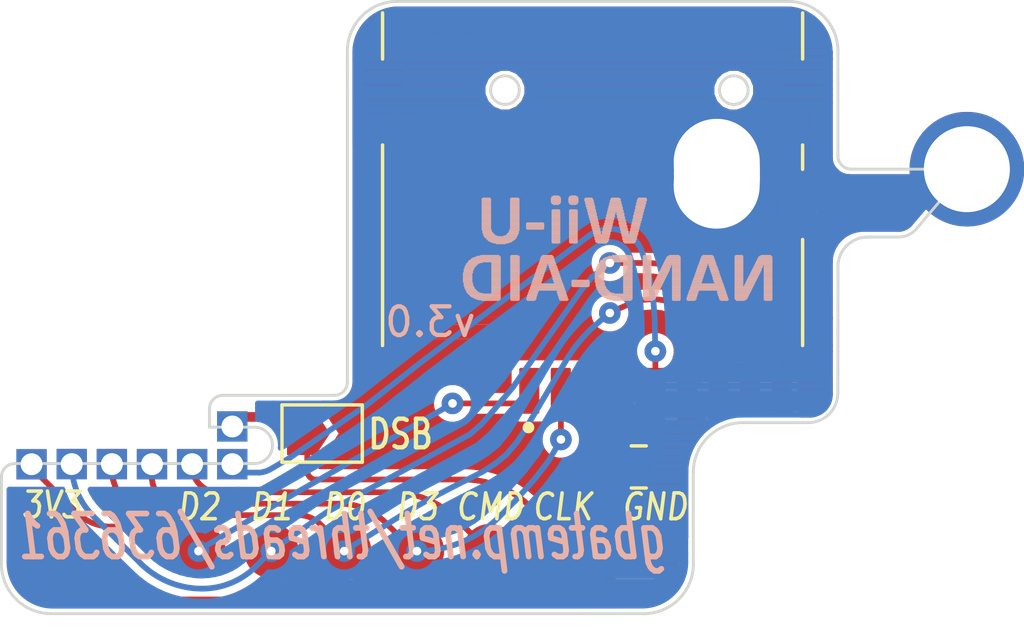
<source format=kicad_pcb>
(kicad_pcb (version 20221018) (generator pcbnew)
  (layers (0 "F.Cu" signal) (31 "B.Cu" signal) (34 "B.Paste" user) (35 "F.Paste" user) (36 "B.SilkS" user "B.Silkscreen") (37 "F.SilkS" user "F.Silkscreen") (38 "B.Mask" user) (39 "F.Mask" user) (44 "Edge.Cuts" user))
  (net 0 "")
  (net 1 "3V3")
  (net 2 "GND")
  (net 3 "D0")
  (net 4 "D1")
  (net 5 "D2")
  (net 6 "D3")
  (net 7 "CMD")
  (net 8 "CLK")
  (net 9 "DUMMY")
  (footprint "clipboard:b2c655aa-6d01-4d7f-99fb-ee2fad09d9e9" (layer "F.Cu") (at 141.492 109.735)
    (fp_text reference "")
    (fp_text value "")
  )
  (footprint "clipboard:64da325a-5e5c-47a7-aa6b-603ca01c5139" (layer "F.Cu") (at 152.32177 109.735)
    (fp_text reference "")
    (fp_text value "")
  )
  (footprint "" (layer "F.Cu") (at 154.48395 96.980775)
    (fp_text reference "")
    (fp_text value "")
  )
  (footprint "clipboard:e921f3cf-d82d-49d5-9597-a1b6cd1ad4fa" (layer "F.Cu") (at 136.189918 109.200573)
    (fp_text reference "")
    (fp_text value "")
  )
  (footprint "clipboard:e921f3cf-d82d-49d5-9597-a1b6cd1ad4fa" (layer "F.Cu") (at 130.590569 109.202788)
    (fp_text reference "")
    (fp_text value "")
  )
  (footprint "clipboard:64da325a-5e5c-47a7-aa6b-603ca01c5139" (layer "F.Cu") (at 149.112 109.735)
    (fp_text reference "")
    (fp_text value "")
  )
  (footprint "clipboard:e921f3cf-d82d-49d5-9597-a1b6cd1ad4fa" (layer "F.Cu") (at 134.790931 109.200573)
    (fp_text reference "")
    (fp_text value "")
  )
  (footprint "" (layer "F.Cu") (at 163.21 96.4048)
    (fp_text reference "")
    (fp_text value "")
  )
  (footprint "Jumper:SolderJumper-2_P1.3mm_Open_TrianglePad1.0x1.5mm" (layer "F.Cu") (at 140.72442 105.632053)
    (fp_text reference "DSB")
    (fp_text value "SolderJumper-2_P1.3mm_Open_TrianglePad1.0x1.5mm" hide)
  )
  (footprint "clipboard:b2c655aa-6d01-4d7f-99fb-ee2fad09d9e9" (layer "F.Cu") (at 136.412 109.735)
    (fp_text reference "")
    (fp_text value "")
  )
  (footprint "" (layer "F.Cu") (at 154.492021 96.554023)
    (fp_text reference "")
    (fp_text value "")
  )
  (footprint "clipboard:e921f3cf-d82d-49d5-9597-a1b6cd1ad4fa" (layer "F.Cu") (at 133.391945 109.19899)
    (fp_text reference "")
    (fp_text value "")
  )
  (footprint "clipboard:e921f3cf-d82d-49d5-9597-a1b6cd1ad4fa" (layer "F.Cu") (at 137.592039 107.9048)
    (fp_text reference "")
    (fp_text value "")
  )
  (footprint "" (layer "F.Cu") (at 154.48678 96.147543)
    (fp_text reference "")
    (fp_text value "")
  )
  (footprint "clipboard:64da325a-5e5c-47a7-aa6b-603ca01c5139" (layer "F.Cu") (at 146.572 109.735)
    (fp_text reference "")
    (fp_text value "")
  )
  (footprint "clipboard:319cf1ff-66cc-4c9a-a659-a8d19af5c0aa" (layer "F.Cu") (at 132.588024 110.12)
    (fp_text reference "")
    (fp_text value "")
  )
  (footprint "" (layer "F.Cu") (at 154.492021 96.763836)
    (fp_text reference "")
    (fp_text value "")
  )
  (footprint "clipboard:e921f3cf-d82d-49d5-9597-a1b6cd1ad4fa" (layer "F.Cu") (at 137.592069 109.200573)
    (fp_text reference "")
    (fp_text value "")
  )
  (footprint "clipboard:e921f3cf-d82d-49d5-9597-a1b6cd1ad4fa" (layer "F.Cu") (at 131.990321 109.198463)
    (fp_text reference "")
    (fp_text value "")
  )
  (footprint "" (layer "F.Cu") (at 154.491076 96.345156)
    (fp_text reference "")
    (fp_text value "")
  )
  (footprint "clipboard:b2c655aa-6d01-4d7f-99fb-ee2fad09d9e9" (layer "F.Cu") (at 138.952 109.735)
    (fp_text reference "")
    (fp_text value "")
  )
  (footprint "Capacitor_SMD:C_0805_2012Metric" (layer "F.Cu") (at 151.767335 106.797585)
    (fp_text reference "C1" hide)
    (fp_text value "" hide)
  )
  (footprint "clipboard:b2c655aa-6d01-4d7f-99fb-ee2fad09d9e9" (layer "F.Cu") (at 144.032 109.735)
    (fp_text reference "")
    (fp_text value "")
  )
  (footprint "V10lator's footprints:Voultar's Micro SD" (layer "F.Cu") (at 149.831779 99.059999)
    (fp_text reference "" hide)
    (fp_text value "Voultar's Micro SD")
    (fp_circle (center -2.730782 -5.413721) (end -2.230782 -5.413721) (stroke (width 0.1)) (fill none) (layer "Edge.Cuts"))
    (fp_circle (center 5.2499 -5.413721) (end 5.7499 -5.413721) (stroke (width 0.1)) (fill none) (layer "Edge.Cuts"))
  )
  (gr_poly (pts (xy 146.616999 97.855588) (xy 146.286799 97.855588) (xy 146.286799 97.880988) (xy 146.616999 97.880988)) (fill solid) (layer "B.SilkS"))
  (gr_poly (pts (xy 151.552352 100.238902) (xy 151.222152 100.238902) (xy 151.222152 100.264302) (xy 151.552352 100.264302)) (fill solid) (layer "B.SilkS"))
  (gr_poly (pts (xy 154.803552 100.645302) (xy 154.498752 100.645302) (xy 154.498752 100.670702) (xy 154.803552 100.670702)) (fill solid) (layer "B.SilkS"))
  (gr_poly (pts (xy 146.954952 100.873902) (xy 145.964352 100.873902) (xy 145.964352 100.899302) (xy 146.954952 100.899302)) (fill solid) (layer "B.SilkS"))
  (gr_poly (pts (xy 150.274599 97.880988) (xy 149.969799 97.880988) (xy 149.969799 97.906388) (xy 150.274599 97.906388)) (fill solid) (layer "B.SilkS"))
  (gr_poly (pts (xy 151.552352 100.772302) (xy 150.434752 100.772302) (xy 150.434752 100.797702) (xy 151.552352 100.797702)) (fill solid) (layer "B.SilkS"))
  (gr_poly (pts (xy 149.029999 97.957188) (xy 148.725199 97.957188) (xy 148.725199 97.982588) (xy 149.029999 97.982588)) (fill solid) (layer "B.SilkS"))
  (gr_poly (pts (xy 151.552352 99.502302) (xy 150.536352 99.502302) (xy 150.536352 99.527702) (xy 151.552352 99.527702)) (fill solid) (layer "B.SilkS"))
  (gr_poly (pts (xy 146.015152 99.883302) (xy 145.659552 99.883302) (xy 145.659552 99.908702) (xy 146.015152 99.908702)) (fill solid) (layer "B.SilkS"))
  (gr_poly (pts (xy 149.029999 98.414388) (xy 148.725199 98.414388) (xy 148.725199 98.439788) (xy 149.029999 98.439788)) (fill solid) (layer "B.SilkS"))
  (gr_poly (pts (xy 151.747799 98.642988) (xy 151.442999 98.642988) (xy 151.442999 98.668388) (xy 151.747799 98.668388)) (fill solid) (layer "B.SilkS"))
  (gr_poly (pts (xy 149.029999 98.541388) (xy 148.725199 98.541388) (xy 148.725199 98.566788) (xy 149.029999 98.566788)) (fill solid) (layer "B.SilkS"))
  (gr_poly (pts (xy 156.048152 99.883302) (xy 155.717952 99.883302) (xy 155.717952 99.908702) (xy 156.048152 99.908702)) (fill solid) (layer "B.SilkS"))
  (gr_poly (pts (xy 151.696999 98.846188) (xy 151.188999 98.846188) (xy 151.188999 98.871588) (xy 151.696999 98.871588)) (fill solid) (layer "B.SilkS"))
  (gr_poly (pts (xy 156.429152 99.629302) (xy 155.844952 99.629302) (xy 155.844952 99.654702) (xy 156.429152 99.654702)) (fill solid) (layer "B.SilkS"))
  (gr_poly (pts (xy 151.900199 98.033388) (xy 151.569999 98.033388) (xy 151.569999 98.058788) (xy 151.900199 98.058788)) (fill solid) (layer "B.SilkS"))
  (gr_poly (pts (xy 149.029999 98.236588) (xy 148.725199 98.236588) (xy 148.725199 98.261988) (xy 149.029999 98.261988)) (fill solid) (layer "B.SilkS"))
  (gr_poly (pts (xy 149.029999 98.896988) (xy 148.725199 98.896988) (xy 148.725199 98.922388) (xy 149.029999 98.922388)) (fill solid) (layer "B.SilkS"))
  (gr_poly (pts (xy 147.615352 100.035702) (xy 147.285152 100.035702) (xy 147.285152 100.061102) (xy 147.615352 100.061102)) (fill solid) (layer "B.SilkS"))
  (gr_poly (pts (xy 153.228752 100.188102) (xy 152.923952 100.188102) (xy 152.923952 100.213502) (xy 153.228752 100.213502)) (fill solid) (layer "B.SilkS"))
  (gr_poly (pts (xy 152.619152 100.365902) (xy 152.288952 100.365902) (xy 152.288952 100.391302) (xy 152.619152 100.391302)) (fill solid) (layer "B.SilkS"))
  (gr_poly (pts (xy 154.016152 100.162702) (xy 153.685952 100.162702) (xy 153.685952 100.188102) (xy 154.016152 100.188102)) (fill solid) (layer "B.SilkS"))
  (gr_poly (pts (xy 151.290599 98.109588) (xy 151.036599 98.109588) (xy 151.036599 98.134988) (xy 151.290599 98.134988)) (fill solid) (layer "B.SilkS"))
  (gr_poly (pts (xy 146.954952 100.569102) (xy 146.624752 100.569102) (xy 146.624752 100.594502) (xy 146.954952 100.594502)) (fill solid) (layer "B.SilkS"))
  (gr_poly (pts (xy 147.226599 98.973188) (xy 146.693199 98.973188) (xy 146.693199 98.998588) (xy 147.226599 98.998588)) (fill solid) (layer "B.SilkS"))
  (gr_poly (pts (xy 149.317152 100.950102) (xy 148.986952 100.950102) (xy 148.986952 100.975502) (xy 149.317152 100.975502)) (fill solid) (layer "B.SilkS"))
  (gr_poly (pts (xy 146.616999 97.550788) (xy 146.286799 97.550788) (xy 146.286799 97.576188) (xy 146.616999 97.576188)) (fill solid) (layer "B.SilkS"))
  (gr_poly (pts (xy 156.073552 99.857902) (xy 155.743352 99.857902) (xy 155.743352 99.883302) (xy 156.073552 99.883302)) (fill solid) (layer "B.SilkS"))
  (gr_poly (pts (xy 146.616999 97.931788) (xy 146.286799 97.931788) (xy 146.286799 97.957188) (xy 146.616999 97.957188)) (fill solid) (layer "B.SilkS"))
  (gr_poly (pts (xy 151.925599 97.957188) (xy 151.595399 97.957188) (xy 151.595399 97.982588) (xy 151.925599 97.982588)) (fill solid) (layer "B.SilkS"))
  (gr_poly (pts (xy 153.838352 100.696102) (xy 153.508152 100.696102) (xy 153.508152 100.721502) (xy 153.838352 100.721502)) (fill solid) (layer "B.SilkS"))
  (gr_poly (pts (xy 153.228752 100.416702) (xy 152.923952 100.416702) (xy 152.923952 100.442102) (xy 153.228752 100.442102)) (fill solid) (layer "B.SilkS"))
  (gr_poly (pts (xy 146.954952 99.603902) (xy 145.811952 99.603902) (xy 145.811952 99.629302) (xy 146.954952 99.629302)) (fill solid) (layer "B.SilkS"))
  (gr_poly (pts (xy 146.040552 99.857902) (xy 145.684952 99.857902) (xy 145.684952 99.883302) (xy 146.040552 99.883302)) (fill solid) (layer "B.SilkS"))
  (gr_poly (pts (xy 146.616999 97.779388) (xy 146.286799 97.779388) (xy 146.286799 97.804788) (xy 146.616999 97.804788)) (fill solid) (layer "B.SilkS"))
  (gr_poly (pts (xy 149.639599 98.490588) (xy 149.334799 98.490588) (xy 149.334799 98.515988) (xy 149.639599 98.515988)) (fill solid) (layer "B.SilkS"))
  (gr_poly (pts (xy 151.552352 100.111902) (xy 151.222152 100.111902) (xy 151.222152 100.137302) (xy 151.552352 100.137302)) (fill solid) (layer "B.SilkS"))
  (gr_poly (pts (xy 147.607599 97.880988) (xy 147.277399 97.880988) (xy 147.277399 97.906388) (xy 147.607599 97.906388)) (fill solid) (layer "B.SilkS"))
  (gr_poly (pts (xy 150.147599 97.398388) (xy 149.893599 97.398388) (xy 149.893599 97.423788) (xy 150.147599 97.423788)) (fill solid) (layer "B.SilkS"))
  (gr_poly (pts (xy 152.796952 100.035702) (xy 152.441352 100.035702) (xy 152.441352 100.061102) (xy 152.796952 100.061102)) (fill solid) (layer "B.SilkS"))
  (gr_poly (pts (xy 150.172999 97.423788) (xy 149.868199 97.423788) (xy 149.868199 97.449188) (xy 150.172999 97.449188)) (fill solid) (layer "B.SilkS"))
  (gr_poly (pts (xy 148.471199 98.465188) (xy 147.836199 98.465188) (xy 147.836199 98.490588) (xy 148.471199 98.490588)) (fill solid) (layer "B.SilkS"))
  (gr_poly (pts (xy 152.822352 99.959502) (xy 152.492152 99.959502) (xy 152.492152 99.984902) (xy 152.822352 99.984902)) (fill solid) (layer "B.SilkS"))
  (gr_poly (pts (xy 156.429152 100.061102) (xy 156.124352 100.061102) (xy 156.124352 100.086502) (xy 156.429152 100.086502)) (fill solid) (layer "B.SilkS"))
  (gr_poly (pts (xy 154.676552 100.289702) (xy 154.371752 100.289702) (xy 154.371752 100.315102) (xy 154.676552 100.315102)) (fill solid) (layer "B.SilkS"))
  (gr_poly (pts (xy 151.925599 97.906388) (xy 151.595399 97.906388) (xy 151.595399 97.931788) (xy 151.925599 97.931788)) (fill solid) (layer "B.SilkS"))
  (gr_poly (pts (xy 150.587152 99.984902) (xy 150.256952 99.984902) (xy 150.256952 100.010302) (xy 150.587152 100.010302)) (fill solid) (layer "B.SilkS"))
  (gr_poly (pts (xy 149.004599 98.973188) (xy 148.750599 98.973188) (xy 148.750599 98.998588) (xy 149.004599 98.998588)) (fill solid) (layer "B.SilkS"))
  (gr_poly (pts (xy 148.555152 99.807102) (xy 148.224952 99.807102) (xy 148.224952 99.832502) (xy 148.555152 99.832502)) (fill solid) (layer "B.SilkS"))
  (gr_poly (pts (xy 149.029999 98.515988) (xy 148.725199 98.515988) (xy 148.725199 98.541388) (xy 149.029999 98.541388)) (fill solid) (layer "B.SilkS"))
  (gr_poly (pts (xy 146.954952 100.670702) (xy 146.624752 100.670702) (xy 146.624752 100.696102) (xy 146.954952 100.696102)) (fill solid) (layer "B.SilkS"))
  (gr_poly (pts (xy 149.639599 98.185788) (xy 149.334799 98.185788) (xy 149.334799 98.211188) (xy 149.639599 98.211188)) (fill solid) (layer "B.SilkS"))
  (gr_poly (pts (xy 152.619152 100.391302) (xy 152.263552 100.391302) (xy 152.263552 100.416702) (xy 152.619152 100.416702)) (fill solid) (layer "B.SilkS"))
  (gr_poly (pts (xy 149.055399 97.499988) (xy 148.699799 97.499988) (xy 148.699799 97.525388) (xy 149.055399 97.525388)) (fill solid) (layer "B.SilkS"))
  (gr_poly (pts (xy 153.812952 100.797702) (xy 153.457352 100.797702) (xy 153.457352 100.823102) (xy 153.812952 100.823102)) (fill solid) (layer "B.SilkS"))
  (gr_poly (pts (xy 149.088552 100.289702) (xy 148.783752 100.289702) (xy 148.783752 100.315102) (xy 149.088552 100.315102)) (fill solid) (layer "B.SilkS"))
  (gr_poly (pts (xy 149.063152 100.238902) (xy 148.758352 100.238902) (xy 148.758352 100.264302) (xy 149.063152 100.264302)) (fill solid) (layer "B.SilkS"))
  (gr_poly (pts (xy 147.531399 98.744588) (xy 146.362999 98.744588) (xy 146.362999 98.769988) (xy 147.531399 98.769988)) (fill solid) (layer "B.SilkS"))
  (gr_poly (pts (xy 153.990752 100.238902) (xy 153.660552 100.238902) (xy 153.660552 100.264302) (xy 153.990752 100.264302)) (fill solid) (layer "B.SilkS"))
  (gr_poly (pts (xy 147.607599 97.931788) (xy 147.277399 97.931788) (xy 147.277399 97.957188) (xy 147.607599 97.957188)) (fill solid) (layer "B.SilkS"))
  (gr_poly (pts (xy 148.471199 98.287388) (xy 147.836199 98.287388) (xy 147.836199 98.312788) (xy 148.471199 98.312788)) (fill solid) (layer "B.SilkS"))
  (gr_poly (pts (xy 154.676552 100.264302) (xy 154.371752 100.264302) (xy 154.371752 100.289702) (xy 154.676552 100.289702)) (fill solid) (layer "B.SilkS"))
  (gr_poly (pts (xy 146.616999 98.058788) (xy 146.286799 98.058788) (xy 146.286799 98.084188) (xy 146.616999 98.084188)) (fill solid) (layer "B.SilkS"))
  (gr_poly (pts (xy 155.413152 100.111902) (xy 155.108352 100.111902) (xy 155.108352 100.137302) (xy 155.413152 100.137302)) (fill solid) (layer "B.SilkS"))
  (gr_poly (pts (xy 150.198399 97.525388) (xy 149.893599 97.525388) (xy 149.893599 97.550788) (xy 150.198399 97.550788)) (fill solid) (layer "B.SilkS"))
  (gr_poly (pts (xy 152.415952 100.772302) (xy 151.907952 100.772302) (xy 151.907952 100.797702) (xy 152.415952 100.797702)) (fill solid) (layer "B.SilkS"))
  (gr_poly (pts (xy 146.616999 98.439788) (xy 146.286799 98.439788) (xy 146.286799 98.465188) (xy 146.616999 98.465188)) (fill solid) (layer "B.SilkS"))
  (gr_poly (pts (xy 146.954952 100.797702) (xy 145.862752 100.797702) (xy 145.862752 100.823102) (xy 146.954952 100.823102)) (fill solid) (layer "B.SilkS"))
  (gr_poly (pts (xy 146.954952 99.578502) (xy 145.837352 99.578502) (xy 145.837352 99.603902) (xy 146.954952 99.603902)) (fill solid) (layer "B.SilkS"))
  (gr_poly (pts (xy 146.616999 97.652388) (xy 146.286799 97.652388) (xy 146.286799 97.677788) (xy 146.616999 97.677788)) (fill solid) (layer "B.SilkS"))
  (gr_poly (pts (xy 152.847752 99.883302) (xy 152.517552 99.883302) (xy 152.517552 99.908702) (xy 152.847752 99.908702)) (fill solid) (layer "B.SilkS"))
  (gr_poly (pts (xy 149.004599 97.804788) (xy 148.750599 97.804788) (xy 148.750599 97.830188) (xy 149.004599 97.830188)) (fill solid) (layer "B.SilkS"))
  (gr_poly (pts (xy 154.574952 100.010302) (xy 154.295552 100.010302) (xy 154.295552 100.035702) (xy 154.574952 100.035702)) (fill solid) (layer "B.SilkS"))
  (gr_poly (pts (xy 151.392199 98.490588) (xy 151.112799 98.490588) (xy 151.112799 98.515988) (xy 151.392199 98.515988)) (fill solid) (layer "B.SilkS"))
  (gr_poly (pts (xy 149.029999 97.931788) (xy 148.725199 97.931788) (xy 148.725199 97.957188) (xy 149.029999 97.957188)) (fill solid) (layer "B.SilkS"))
  (gr_poly (pts (xy 151.239799 97.830188) (xy 150.680999 97.830188) (xy 150.680999 97.855588) (xy 151.239799 97.855588)) (fill solid) (layer "B.SilkS"))
  (gr_poly (pts (xy 146.319952 99.654702) (xy 145.786552 99.654702) (xy 145.786552 99.680102) (xy 146.319952 99.680102)) (fill solid) (layer "B.SilkS"))
  (gr_poly (pts (xy 146.167552 100.670702) (xy 145.761152 100.670702) (xy 145.761152 100.696102) (xy 146.167552 100.696102)) (fill solid) (layer "B.SilkS"))
  (gr_poly (pts (xy 150.833399 98.465188) (xy 150.503199 98.465188) (xy 150.503199 98.490588) (xy 150.833399 98.490588)) (fill solid) (layer "B.SilkS"))
  (gr_poly (pts (xy 149.639599 97.982588) (xy 149.334799 97.982588) (xy 149.334799 98.007988) (xy 149.639599 98.007988)) (fill solid) (layer "B.SilkS"))
  (gr_poly (pts (xy 151.874799 98.134988) (xy 151.544599 98.134988) (xy 151.544599 98.160388) (xy 151.874799 98.160388)) (fill solid) (layer "B.SilkS"))
  (gr_poly (pts (xy 154.625752 100.162702) (xy 154.346352 100.162702) (xy 154.346352 100.188102) (xy 154.625752 100.188102)) (fill solid) (layer "B.SilkS"))
  (gr_poly (pts (xy 153.228752 100.264302) (xy 152.923952 100.264302) (xy 152.923952 100.289702) (xy 153.228752 100.289702)) (fill solid) (layer "B.SilkS"))
  (gr_poly (pts (xy 149.639599 98.515988) (xy 149.334799 98.515988) (xy 149.334799 98.541388) (xy 149.639599 98.541388)) (fill solid) (layer "B.SilkS"))
  (gr_poly (pts (xy 151.552352 99.857902) (xy 151.222152 99.857902) (xy 151.222152 99.883302) (xy 151.552352 99.883302)) (fill solid) (layer "B.SilkS"))
  (gr_poly (pts (xy 155.540152 100.924702) (xy 155.108352 100.924702) (xy 155.108352 100.950102) (xy 155.540152 100.950102)) (fill solid) (layer "B.SilkS"))
  (gr_poly (pts (xy 154.727352 100.391302) (xy 153.609752 100.391302) (xy 153.609752 100.416702) (xy 154.727352 100.416702)) (fill solid) (layer "B.SilkS"))
  (gr_poly (pts (xy 156.098952 99.756302) (xy 155.794152 99.756302) (xy 155.794152 99.781702) (xy 156.098952 99.781702)) (fill solid) (layer "B.SilkS"))
  (gr_poly (pts (xy 147.582199 98.617588) (xy 147.201199 98.617588) (xy 147.201199 98.642988) (xy 147.582199 98.642988)) (fill solid) (layer "B.SilkS"))
  (gr_poly (pts (xy 150.561752 100.238902) (xy 150.231552 100.238902) (xy 150.231552 100.264302) (xy 150.561752 100.264302)) (fill solid) (layer "B.SilkS"))
  (gr_poly (pts (xy 156.429152 100.416702) (xy 156.124352 100.416702) (xy 156.124352 100.442102) (xy 156.429152 100.442102)) (fill solid) (layer "B.SilkS"))
  (gr_poly (pts (xy 152.212752 99.908702) (xy 151.907952 99.908702) (xy 151.907952 99.934102) (xy 152.212752 99.934102)) (fill solid) (layer "B.SilkS"))
  (gr_poly (pts (xy 152.263552 100.975502) (xy 151.958752 100.975502) (xy 151.958752 101.000902) (xy 152.263552 101.000902)) (fill solid) (layer "B.SilkS"))
  (gr_poly (pts (xy 148.885352 99.705502) (xy 148.605952 99.705502) (xy 148.605952 99.730902) (xy 148.885352 99.730902)) (fill solid) (layer "B.SilkS"))
  (gr_poly (pts (xy 153.228752 99.553102) (xy 152.695352 99.553102) (xy 152.695352 99.578502) (xy 153.228752 99.578502)) (fill solid) (layer "B.SilkS"))
  (gr_poly (pts (xy 152.441352 100.721502) (xy 151.907952 100.721502) (xy 151.907952 100.746902) (xy 152.441352 100.746902)) (fill solid) (layer "B.SilkS"))
  (gr_poly (pts (xy 150.299999 98.007988) (xy 150.020599 98.007988) (xy 150.020599 98.033388) (xy 150.299999 98.033388)) (fill solid) (layer "B.SilkS"))
  (gr_poly (pts (xy 147.615352 100.238902) (xy 147.285152 100.238902) (xy 147.285152 100.264302) (xy 147.615352 100.264302)) (fill solid) (layer "B.SilkS"))
  (gr_poly (pts (xy 156.429152 100.848502) (xy 156.124352 100.848502) (xy 156.124352 100.873902) (xy 156.429152 100.873902)) (fill solid) (layer "B.SilkS"))
  (gr_poly (pts (xy 146.954952 100.696102) (xy 146.624752 100.696102) (xy 146.624752 100.721502) (xy 146.954952 100.721502)) (fill solid) (layer "B.SilkS"))
  (gr_poly (pts (xy 148.758352 99.400702) (xy 148.402752 99.400702) (xy 148.402752 99.426102) (xy 148.758352 99.426102)) (fill solid) (layer "B.SilkS"))
  (gr_poly (pts (xy 151.552352 99.680102) (xy 151.222152 99.680102) (xy 151.222152 99.705502) (xy 151.552352 99.705502)) (fill solid) (layer "B.SilkS"))
  (gr_poly (pts (xy 153.228752 100.848502) (xy 152.923952 100.848502) (xy 152.923952 100.873902) (xy 153.228752 100.873902)) (fill solid) (layer "B.SilkS"))
  (gr_poly (pts (xy 154.600352 100.035702) (xy 154.295552 100.035702) (xy 154.295552 100.061102) (xy 154.600352 100.061102)) (fill solid) (layer "B.SilkS"))
  (gr_poly (pts (xy 146.040552 99.832502) (xy 145.684952 99.832502) (xy 145.684952 99.857902) (xy 146.040552 99.857902)) (fill solid) (layer "B.SilkS"))
  (gr_poly (pts (xy 155.413152 99.883302) (xy 155.108352 99.883302) (xy 155.108352 99.908702) (xy 155.413152 99.908702)) (fill solid) (layer "B.SilkS"))
  (gr_poly (pts (xy 150.587152 100.365902) (xy 150.256952 100.365902) (xy 150.256952 100.391302) (xy 150.587152 100.391302)) (fill solid) (layer "B.SilkS"))
  (gr_poly (pts (xy 147.615352 100.162702) (xy 147.285152 100.162702) (xy 147.285152 100.188102) (xy 147.615352 100.188102)) (fill solid) (layer "B.SilkS"))
  (gr_poly (pts (xy 146.142152 99.730902) (xy 145.735752 99.730902) (xy 145.735752 99.756302) (xy 146.142152 99.756302)) (fill solid) (layer "B.SilkS"))
  (gr_poly (pts (xy 150.452399 98.642988) (xy 150.172999 98.642988) (xy 150.172999 98.668388) (xy 150.452399 98.668388)) (fill solid) (layer "B.SilkS"))
  (gr_poly (pts (xy 153.228752 99.476902) (xy 152.720752 99.476902) (xy 152.720752 99.502302) (xy 153.228752 99.502302)) (fill solid) (layer "B.SilkS"))
  (gr_poly (pts (xy 155.870352 100.289702) (xy 155.514752 100.289702) (xy 155.514752 100.315102) (xy 155.870352 100.315102)) (fill solid) (layer "B.SilkS"))
  (gr_poly (pts (xy 146.954952 99.502302) (xy 145.938952 99.502302) (xy 145.938952 99.527702) (xy 146.954952 99.527702)) (fill solid) (layer "B.SilkS"))
  (gr_poly (pts (xy 147.615352 100.391302) (xy 147.285152 100.391302) (xy 147.285152 100.416702) (xy 147.615352 100.416702)) (fill solid) (layer "B.SilkS"))
  (gr_poly (pts (xy 149.664999 97.474588) (xy 149.309399 97.474588) (xy 149.309399 97.499988) (xy 149.664999 97.499988)) (fill solid) (layer "B.SilkS"))
  (gr_poly (pts (xy 150.706399 98.896988) (xy 150.249199 98.896988) (xy 150.249199 98.922388) (xy 150.706399 98.922388)) (fill solid) (layer "B.SilkS"))
  (gr_poly (pts (xy 152.771552 100.086502) (xy 152.415952 100.086502) (xy 152.415952 100.111902) (xy 152.771552 100.111902)) (fill solid) (layer "B.SilkS"))
  (gr_poly (pts (xy 150.884199 98.211188) (xy 150.579399 98.211188) (xy 150.579399 98.236588) (xy 150.884199 98.236588)) (fill solid) (layer "B.SilkS"))
  (gr_poly (pts (xy 152.027199 97.398388) (xy 151.747799 97.398388) (xy 151.747799 97.423788) (xy 152.027199 97.423788)) (fill solid) (layer "B.SilkS"))
  (gr_poly (pts (xy 154.651152 100.238902) (xy 154.346352 100.238902) (xy 154.346352 100.264302) (xy 154.651152 100.264302)) (fill solid) (layer "B.SilkS"))
  (gr_poly (pts (xy 146.642399 98.541388) (xy 146.312199 98.541388) (xy 146.312199 98.566788) (xy 146.642399 98.566788)) (fill solid) (layer "B.SilkS"))
  (gr_poly (pts (xy 147.531399 98.719188) (xy 147.048799 98.719188) (xy 147.048799 98.744588) (xy 147.531399 98.744588)) (fill solid) (layer "B.SilkS"))
  (gr_poly (pts (xy 148.471199 98.439788) (xy 147.836199 98.439788) (xy 147.836199 98.465188) (xy 148.471199 98.465188)) (fill solid) (layer "B.SilkS"))
  (gr_poly (pts (xy 154.524152 99.832502) (xy 154.219352 99.832502) (xy 154.219352 99.857902) (xy 154.524152 99.857902)) (fill solid) (layer "B.SilkS"))
  (gr_poly (pts (xy 154.651152 100.213502) (xy 154.346352 100.213502) (xy 154.346352 100.238902) (xy 154.651152 100.238902)) (fill solid) (layer "B.SilkS"))
  (gr_poly (pts (xy 153.228752 100.391302) (xy 152.923952 100.391302) (xy 152.923952 100.416702) (xy 153.228752 100.416702)) (fill solid) (layer "B.SilkS"))
  (gr_poly (pts (xy 149.029999 98.668388) (xy 148.725199 98.668388) (xy 148.725199 98.693788) (xy 149.029999 98.693788)) (fill solid) (layer "B.SilkS"))
  (gr_poly (pts (xy 148.471199 98.338188) (xy 147.836199 98.338188) (xy 147.836199 98.363588) (xy 148.471199 98.363588)) (fill solid) (layer "B.SilkS"))
  (gr_poly (pts (xy 155.413152 99.680102) (xy 155.108352 99.680102) (xy 155.108352 99.705502) (xy 155.413152 99.705502)) (fill solid) (layer "B.SilkS"))
  (gr_poly (pts (xy 153.812952 100.823102) (xy 153.457352 100.823102) (xy 153.457352 100.848502) (xy 153.812952 100.848502)) (fill solid) (layer "B.SilkS"))
  (gr_poly (pts (xy 149.291752 100.848502) (xy 148.961552 100.848502) (xy 148.961552 100.873902) (xy 149.291752 100.873902)) (fill solid) (layer "B.SilkS"))
  (gr_poly (pts (xy 147.615352 99.527702) (xy 147.285152 99.527702) (xy 147.285152 99.553102) (xy 147.615352 99.553102)) (fill solid) (layer "B.SilkS"))
  (gr_poly (pts (xy 149.029999 98.744588) (xy 148.725199 98.744588) (xy 148.725199 98.769988) (xy 149.029999 98.769988)) (fill solid) (layer "B.SilkS"))
  (gr_poly (pts (xy 156.403752 99.426102) (xy 155.971952 99.426102) (xy 155.971952 99.451502) (xy 156.403752 99.451502)) (fill solid) (layer "B.SilkS"))
  (gr_poly (pts (xy 147.615352 99.781702) (xy 147.285152 99.781702) (xy 147.285152 99.807102) (xy 147.615352 99.807102)) (fill solid) (layer "B.SilkS"))
  (gr_poly (pts (xy 153.965352 100.315102) (xy 153.635152 100.315102) (xy 153.635152 100.340502) (xy 153.965352 100.340502)) (fill solid) (layer "B.SilkS"))
  (gr_poly (pts (xy 154.524152 99.807102) (xy 154.219352 99.807102) (xy 154.219352 99.832502) (xy 154.524152 99.832502)) (fill solid) (layer "B.SilkS"))
  (gr_poly (pts (xy 150.376199 98.287388) (xy 150.096799 98.287388) (xy 150.096799 98.312788) (xy 150.376199 98.312788)) (fill solid) (layer "B.SilkS"))
  (gr_poly (pts (xy 149.063152 100.188102) (xy 148.758352 100.188102) (xy 148.758352 100.213502) (xy 149.063152 100.213502)) (fill solid) (layer "B.SilkS"))
  (gr_poly (pts (xy 150.053752 100.442102) (xy 149.418752 100.442102) (xy 149.418752 100.467502) (xy 150.053752 100.467502)) (fill solid) (layer "B.SilkS"))
  (gr_poly (pts (xy 154.625752 100.111902) (xy 154.320952 100.111902) (xy 154.320952 100.137302) (xy 154.625752 100.137302)) (fill solid) (layer "B.SilkS"))
  (gr_poly (pts (xy 149.164752 100.518302) (xy 147.970952 100.518302) (xy 147.970952 100.543702) (xy 149.164752 100.543702)) (fill solid) (layer "B.SilkS"))
  (gr_poly (pts (xy 154.625752 100.137302) (xy 154.320952 100.137302) (xy 154.320952 100.162702) (xy 154.625752 100.162702)) (fill solid) (layer "B.SilkS"))
  (gr_poly (pts (xy 151.290599 98.134988) (xy 151.036599 98.134988) (xy 151.036599 98.160388) (xy 151.290599 98.160388)) (fill solid) (layer "B.SilkS"))
  (gr_poly (pts (xy 149.639599 98.871588) (xy 149.334799 98.871588) (xy 149.334799 98.896988) (xy 149.639599 98.896988)) (fill solid) (layer "B.SilkS"))
  (gr_poly (pts (xy 146.954952 100.315102) (xy 146.624752 100.315102) (xy 146.624752 100.340502) (xy 146.954952 100.340502)) (fill solid) (layer "B.SilkS"))
  (gr_poly (pts (xy 152.001799 97.703188) (xy 151.646199 97.703188) (xy 151.646199 97.728588) (xy 152.001799 97.728588)) (fill solid) (layer "B.SilkS"))
  (gr_poly (pts (xy 155.413152 100.188102) (xy 155.108352 100.188102) (xy 155.108352 100.213502) (xy 155.413152 100.213502)) (fill solid) (layer "B.SilkS"))
  (gr_poly (pts (xy 156.429152 100.442102) (xy 156.124352 100.442102) (xy 156.124352 100.467502) (xy 156.429152 100.467502)) (fill solid) (layer "B.SilkS"))
  (gr_poly (pts (xy 150.782599 98.668388) (xy 150.198399 98.668388) (xy 150.198399 98.693788) (xy 150.782599 98.693788)) (fill solid) (layer "B.SilkS"))
  (gr_poly (pts (xy 155.768752 100.467502) (xy 155.438552 100.467502) (xy 155.438552 100.492902) (xy 155.768752 100.492902)) (fill solid) (layer "B.SilkS"))
  (gr_poly (pts (xy 156.429152 99.527702) (xy 155.895752 99.527702) (xy 155.895752 99.553102) (xy 156.429152 99.553102)) (fill solid) (layer "B.SilkS"))
  (gr_poly (pts (xy 155.768752 100.492902) (xy 155.108352 100.492902) (xy 155.108352 100.518302) (xy 155.768752 100.518302)) (fill solid) (layer "B.SilkS"))
  (gr_poly (pts (xy 155.971952 100.086502) (xy 155.616352 100.086502) (xy 155.616352 100.111902) (xy 155.971952 100.111902)) (fill solid) (layer "B.SilkS"))
  (gr_poly (pts (xy 147.615352 99.451502) (xy 147.285152 99.451502) (xy 147.285152 99.476902) (xy 147.615352 99.476902)) (fill solid) (layer "B.SilkS"))
  (gr_poly (pts (xy 154.346352 99.400702) (xy 153.990752 99.400702) (xy 153.990752 99.426102) (xy 154.346352 99.426102)) (fill solid) (layer "B.SilkS"))
  (gr_poly (pts (xy 154.041552 100.111902) (xy 153.711352 100.111902) (xy 153.711352 100.137302) (xy 154.041552 100.137302)) (fill solid) (layer "B.SilkS"))
  (gr_poly (pts (xy 149.029999 98.719188) (xy 148.725199 98.719188) (xy 148.725199 98.744588) (xy 149.029999 98.744588)) (fill solid) (layer "B.SilkS"))
  (gr_poly (pts (xy 147.615352 100.670702) (xy 147.285152 100.670702) (xy 147.285152 100.696102) (xy 147.615352 100.696102)) (fill solid) (layer "B.SilkS"))
  (gr_poly (pts (xy 149.291752 100.899302) (xy 148.986952 100.899302) (xy 148.986952 100.924702) (xy 149.291752 100.924702)) (fill solid) (layer "B.SilkS"))
  (gr_poly (pts (xy 156.429152 99.883302) (xy 156.124352 99.883302) (xy 156.124352 99.908702) (xy 156.429152 99.908702)) (fill solid) (layer "B.SilkS"))
  (gr_poly (pts (xy 148.275752 100.645302) (xy 147.920152 100.645302) (xy 147.920152 100.670702) (xy 148.275752 100.670702)) (fill solid) (layer "B.SilkS"))
  (gr_poly (pts (xy 148.445799 98.261988) (xy 147.861599 98.261988) (xy 147.861599 98.287388) (xy 148.445799 98.287388)) (fill solid) (layer "B.SilkS"))
  (gr_poly (pts (xy 149.639599 98.261988) (xy 149.334799 98.261988) (xy 149.334799 98.287388) (xy 149.639599 98.287388)) (fill solid) (layer "B.SilkS"))
  (gr_poly (pts (xy 153.228752 100.543702) (xy 152.923952 100.543702) (xy 152.923952 100.569102) (xy 153.228752 100.569102)) (fill solid) (layer "B.SilkS"))
  (gr_poly (pts (xy 149.639599 98.769988) (xy 149.334799 98.769988) (xy 149.334799 98.795388) (xy 149.639599 98.795388)) (fill solid) (layer "B.SilkS"))
  (gr_poly (pts (xy 151.552352 100.442102) (xy 151.222152 100.442102) (xy 151.222152 100.467502) (xy 151.552352 100.467502)) (fill solid) (layer "B.SilkS"))
  (gr_poly (pts (xy 153.228752 100.950102) (xy 152.923952 100.950102) (xy 152.923952 100.975502) (xy 153.228752 100.975502)) (fill solid) (layer "B.SilkS"))
  (gr_poly (pts (xy 147.615352 99.756302) (xy 147.285152 99.756302) (xy 147.285152 99.781702) (xy 147.615352 99.781702)) (fill solid) (layer "B.SilkS"))
  (gr_poly (pts (xy 149.639599 98.465188) (xy 149.334799 98.465188) (xy 149.334799 98.490588) (xy 149.639599 98.490588)) (fill solid) (layer "B.SilkS"))
  (gr_poly (pts (xy 146.954952 100.213502) (xy 146.624752 100.213502) (xy 146.624752 100.238902) (xy 146.954952 100.238902)) (fill solid) (layer "B.SilkS"))
  (gr_poly (pts (xy 152.466752 100.696102) (xy 151.907952 100.696102) (xy 151.907952 100.721502) (xy 152.466752 100.721502)) (fill solid) (layer "B.SilkS"))
  (gr_poly (pts (xy 149.029999 98.592188) (xy 148.725199 98.592188) (xy 148.725199 98.617588) (xy 149.029999 98.617588)) (fill solid) (layer "B.SilkS"))
  (gr_poly (pts (xy 152.746152 100.111902) (xy 152.415952 100.111902) (xy 152.415952 100.137302) (xy 152.746152 100.137302)) (fill solid) (layer "B.SilkS"))
  (gr_poly (pts (xy 148.504352 99.934102) (xy 148.174152 99.934102) (xy 148.174152 99.959502) (xy 148.504352 99.959502)) (fill solid) (layer "B.SilkS"))
  (gr_poly (pts (xy 149.029999 98.261988) (xy 148.725199 98.261988) (xy 148.725199 98.287388) (xy 149.029999 98.287388)) (fill solid) (layer "B.SilkS"))
  (gr_poly (pts (xy 151.163599 97.550788) (xy 150.757199 97.550788) (xy 150.757199 97.576188) (xy 151.163599 97.576188)) (fill solid) (layer "B.SilkS"))
  (gr_poly (pts (xy 151.823999 98.287388) (xy 151.519199 98.287388) (xy 151.519199 98.312788) (xy 151.823999 98.312788)) (fill solid) (layer "B.SilkS"))
  (gr_poly (pts (xy 148.555152 99.832502) (xy 148.224952 99.832502) (xy 148.224952 99.857902) (xy 148.555152 99.857902)) (fill solid) (layer "B.SilkS"))
  (gr_poly (pts (xy 151.900199 98.084188) (xy 151.569999 98.084188) (xy 151.569999 98.109588) (xy 151.900199 98.109588)) (fill solid) (layer "B.SilkS"))
  (gr_poly (pts (xy 146.091352 100.594502) (xy 145.710352 100.594502) (xy 145.710352 100.619902) (xy 146.091352 100.619902)) (fill solid) (layer "B.SilkS"))
  (gr_poly (pts (xy 149.063152 100.213502) (xy 148.758352 100.213502) (xy 148.758352 100.238902) (xy 149.063152 100.238902)) (fill solid) (layer "B.SilkS"))
  (gr_poly (pts (xy 145.964352 100.162702) (xy 145.634152 100.162702) (xy 145.634152 100.188102) (xy 145.964352 100.188102)) (fill solid) (layer "B.SilkS"))
  (gr_poly (pts (xy 153.965352 100.340502) (xy 153.635152 100.340502) (xy 153.635152 100.365902) (xy 153.965352 100.365902)) (fill solid) (layer "B.SilkS"))
  (gr_poly (pts (xy 149.029999 98.693788) (xy 148.725199 98.693788) (xy 148.725199 98.719188) (xy 149.029999 98.719188)) (fill solid) (layer "B.SilkS"))
  (gr_poly (pts (xy 150.223799 97.652388) (xy 149.918999 97.652388) (xy 149.918999 97.677788) (xy 150.223799 97.677788)) (fill solid) (layer "B.SilkS"))
  (gr_poly (pts (xy 150.757199 98.719188) (xy 150.198399 98.719188) (xy 150.198399 98.744588) (xy 150.757199 98.744588)) (fill solid) (layer "B.SilkS"))
  (gr_poly (pts (xy 150.561752 100.162702) (xy 150.231552 100.162702) (xy 150.231552 100.188102) (xy 150.561752 100.188102)) (fill solid) (layer "B.SilkS"))
  (gr_poly (pts (xy 155.616352 100.772302) (xy 155.108352 100.772302) (xy 155.108352 100.797702) (xy 155.616352 100.797702)) (fill solid) (layer "B.SilkS"))
  (gr_poly (pts (xy 149.639599 98.084188) (xy 149.334799 98.084188) (xy 149.334799 98.109588) (xy 149.639599 98.109588)) (fill solid) (layer "B.SilkS"))
  (gr_poly (pts (xy 153.228752 100.772302) (xy 152.923952 100.772302) (xy 152.923952 100.797702) (xy 153.228752 100.797702)) (fill solid) (layer "B.SilkS"))
  (gr_poly (pts (xy 148.979199 97.626988) (xy 148.775999 97.626988) (xy 148.775999 97.652388) (xy 148.979199 97.652388)) (fill solid) (layer "B.SilkS"))
  (gr_poly (pts (xy 156.429152 100.213502) (xy 156.124352 100.213502) (xy 156.124352 100.238902) (xy 156.429152 100.238902)) (fill solid) (layer "B.SilkS"))
  (gr_poly (pts (xy 152.212752 99.426102) (xy 151.907952 99.426102) (xy 151.907952 99.451502) (xy 152.212752 99.451502)) (fill solid) (layer "B.SilkS"))
  (gr_poly (pts (xy 150.637952 99.857902) (xy 150.282352 99.857902) (xy 150.282352 99.883302) (xy 150.637952 99.883302)) (fill solid) (layer "B.SilkS"))
  (gr_poly (pts (xy 146.954952 99.553102) (xy 145.888152 99.553102) (xy 145.888152 99.578502) (xy 146.954952 99.578502)) (fill solid) (layer "B.SilkS"))
  (gr_poly (pts (xy 155.413152 99.908702) (xy 155.108352 99.908702) (xy 155.108352 99.934102) (xy 155.413152 99.934102)) (fill solid) (layer "B.SilkS"))
  (gr_poly (pts (xy 154.473352 99.705502) (xy 154.193952 99.705502) (xy 154.193952 99.730902) (xy 154.473352 99.730902)) (fill solid) (layer "B.SilkS"))
  (gr_poly (pts (xy 156.429152 100.365902) (xy 156.124352 100.365902) (xy 156.124352 100.391302) (xy 156.429152 100.391302)) (fill solid) (layer "B.SilkS"))
  (gr_poly (pts (xy 150.815752 99.680102) (xy 150.358552 99.680102) (xy 150.358552 99.705502) (xy 150.815752 99.705502)) (fill solid) (layer "B.SilkS"))
  (gr_poly (pts (xy 147.607599 98.261988) (xy 147.277399 98.261988) (xy 147.277399 98.287388) (xy 147.607599 98.287388)) (fill solid) (layer "B.SilkS"))
  (gr_poly (pts (xy 150.249199 97.677788) (xy 149.918999 97.677788) (xy 149.918999 97.703188) (xy 150.249199 97.703188)) (fill solid) (layer "B.SilkS"))
  (gr_poly (pts (xy 156.429152 100.467502) (xy 156.124352 100.467502) (xy 156.124352 100.492902) (xy 156.429152 100.492902)) (fill solid) (layer "B.SilkS"))
  (gr_poly (pts (xy 151.265199 98.007988) (xy 151.011199 98.007988) (xy 151.011199 98.033388) (xy 151.265199 98.033388)) (fill solid) (layer "B.SilkS"))
  (gr_poly (pts (xy 147.607599 98.338188) (xy 147.277399 98.338188) (xy 147.277399 98.363588) (xy 147.607599 98.363588)) (fill solid) (layer "B.SilkS"))
  (gr_poly (pts (xy 150.637952 99.832502) (xy 150.282352 99.832502) (xy 150.282352 99.857902) (xy 150.637952 99.857902)) (fill solid) (layer "B.SilkS"))
  (gr_poly (pts (xy 150.960399 97.906388) (xy 150.655599 97.906388) (xy 150.655599 97.931788) (xy 150.960399 97.931788)) (fill solid) (layer "B.SilkS"))
  (gr_poly (pts (xy 151.552352 100.670702) (xy 151.222152 100.670702) (xy 151.222152 100.696102) (xy 151.552352 100.696102)) (fill solid) (layer "B.SilkS"))
  (gr_poly (pts (xy 156.098952 99.781702) (xy 155.768752 99.781702) (xy 155.768752 99.807102) (xy 156.098952 99.807102)) (fill solid) (layer "B.SilkS"))
  (gr_poly (pts (xy 153.228752 100.569102) (xy 152.923952 100.569102) (xy 152.923952 100.594502) (xy 153.228752 100.594502)) (fill solid) (layer "B.SilkS"))
  (gr_poly (pts (xy 152.212752 100.137302) (xy 151.907952 100.137302) (xy 151.907952 100.162702) (xy 152.212752 100.162702)) (fill solid) (layer "B.SilkS"))
  (gr_poly (pts (xy 147.607599 97.957188) (xy 147.277399 97.957188) (xy 147.277399 97.982588) (xy 147.607599 97.982588)) (fill solid) (layer "B.SilkS"))
  (gr_poly (pts (xy 150.757199 98.693788) (xy 150.198399 98.693788) (xy 150.198399 98.719188) (xy 150.757199 98.719188)) (fill solid) (layer "B.SilkS"))
  (gr_poly (pts (xy 146.667799 98.592188) (xy 146.312199 98.592188) (xy 146.312199 98.617588) (xy 146.667799 98.617588)) (fill solid) (layer "B.SilkS"))
  (gr_poly (pts (xy 156.429152 100.569102) (xy 156.124352 100.569102) (xy 156.124352 100.594502) (xy 156.429152 100.594502)) (fill solid) (layer "B.SilkS"))
  (gr_poly (pts (xy 146.616999 97.906388) (xy 146.286799 97.906388) (xy 146.286799 97.931788) (xy 146.616999 97.931788)) (fill solid) (layer "B.SilkS"))
  (gr_poly (pts (xy 148.580552 99.730902) (xy 148.250352 99.730902) (xy 148.250352 99.756302) (xy 148.580552 99.756302)) (fill solid) (layer "B.SilkS"))
  (gr_poly (pts (xy 155.413152 100.061102) (xy 155.108352 100.061102) (xy 155.108352 100.086502) (xy 155.413152 100.086502)) (fill solid) (layer "B.SilkS"))
  (gr_poly (pts (xy 146.954952 99.629302) (xy 145.811952 99.629302) (xy 145.811952 99.654702) (xy 146.954952 99.654702)) (fill solid) (layer "B.SilkS"))
  (gr_poly (pts (xy 152.873152 99.857902) (xy 152.542952 99.857902) (xy 152.542952 99.883302) (xy 152.873152 99.883302)) (fill solid) (layer "B.SilkS"))
  (gr_poly (pts (xy 155.971952 100.061102) (xy 155.641752 100.061102) (xy 155.641752 100.086502) (xy 155.971952 100.086502)) (fill solid) (layer "B.SilkS"))
  (gr_poly (pts (xy 154.092352 99.984902) (xy 153.762152 99.984902) (xy 153.762152 100.010302) (xy 154.092352 100.010302)) (fill solid) (layer "B.SilkS"))
  (gr_poly (pts (xy 151.265199 98.033388) (xy 151.011199 98.033388) (xy 151.011199 98.058788) (xy 151.265199 98.058788)) (fill solid) (layer "B.SilkS"))
  (gr_poly (pts (xy 151.950999 97.804788) (xy 151.620799 97.804788) (xy 151.620799 97.830188) (xy 151.950999 97.830188)) (fill solid) (layer "B.SilkS"))
  (gr_poly (pts (xy 155.641752 100.721502) (xy 155.108352 100.721502) (xy 155.108352 100.746902) (xy 155.641752 100.746902)) (fill solid) (layer "B.SilkS"))
  (gr_poly (pts (xy 154.752752 100.492902) (xy 153.584352 100.492902) (xy 153.584352 100.518302) (xy 154.752752 100.518302)) (fill solid) (layer "B.SilkS"))
  (gr_poly (pts (xy 153.228752 100.238902) (xy 152.923952 100.238902) (xy 152.923952 100.264302) (xy 153.228752 100.264302)) (fill solid) (layer "B.SilkS"))
  (gr_poly (pts (xy 148.936152 99.857902) (xy 148.656752 99.857902) (xy 148.656752 99.883302) (xy 148.936152 99.883302)) (fill solid) (layer "B.SilkS"))
  (gr_poly (pts (xy 151.138199 97.474588) (xy 150.757199 97.474588) (xy 150.757199 97.499988) (xy 151.138199 97.499988)) (fill solid) (layer "B.SilkS"))
  (gr_poly (pts (xy 152.847752 99.908702) (xy 152.517552 99.908702) (xy 152.517552 99.934102) (xy 152.847752 99.934102)) (fill solid) (layer "B.SilkS"))
  (gr_poly (pts (xy 147.615352 100.543702) (xy 147.285152 100.543702) (xy 147.285152 100.569102) (xy 147.615352 100.569102)) (fill solid) (layer "B.SilkS"))
  (gr_poly (pts (xy 147.582199 97.398388) (xy 147.302799 97.398388) (xy 147.302799 97.423788) (xy 147.582199 97.423788)) (fill solid) (layer "B.SilkS"))
  (gr_poly (pts (xy 155.819552 100.391302) (xy 155.463952 100.391302) (xy 155.463952 100.416702) (xy 155.819552 100.416702)) (fill solid) (layer "B.SilkS"))
  (gr_poly (pts (xy 152.212752 100.416702) (xy 151.907952 100.416702) (xy 151.907952 100.442102) (xy 152.212752 100.442102)) (fill solid) (layer "B.SilkS"))
  (gr_poly (pts (xy 146.142152 100.645302) (xy 145.735752 100.645302) (xy 145.735752 100.670702) (xy 146.142152 100.670702)) (fill solid) (layer "B.SilkS"))
  (gr_poly (pts (xy 152.339752 100.924702) (xy 151.907952 100.924702) (xy 151.907952 100.950102) (xy 152.339752 100.950102)) (fill solid) (layer "B.SilkS"))
  (gr_poly (pts (xy 148.174152 100.950102) (xy 147.843952 100.950102) (xy 147.843952 100.975502) (xy 148.174152 100.975502)) (fill solid) (layer "B.SilkS"))
  (gr_poly (pts (xy 146.616999 98.490588) (xy 146.286799 98.490588) (xy 146.286799 98.515988) (xy 146.616999 98.515988)) (fill solid) (layer "B.SilkS"))
  (gr_poly (pts (xy 156.429152 100.238902) (xy 156.124352 100.238902) (xy 156.124352 100.264302) (xy 156.429152 100.264302)) (fill solid) (layer "B.SilkS"))
  (gr_poly (pts (xy 149.664999 97.449188) (xy 149.309399 97.449188) (xy 149.309399 97.474588) (xy 149.664999 97.474588)) (fill solid) (layer "B.SilkS"))
  (gr_poly (pts (xy 151.138199 97.423788) (xy 150.782599 97.423788) (xy 150.782599 97.449188) (xy 151.138199 97.449188)) (fill solid) (layer "B.SilkS"))
  (gr_poly (pts (xy 150.731799 98.795388) (xy 150.223799 98.795388) (xy 150.223799 98.820788) (xy 150.731799 98.820788)) (fill solid) (layer "B.SilkS"))
  (gr_poly (pts (xy 155.413152 100.365902) (xy 155.108352 100.365902) (xy 155.108352 100.391302) (xy 155.413152 100.391302)) (fill solid) (layer "B.SilkS"))
  (gr_poly (pts (xy 151.188999 97.677788) (xy 150.706399 97.677788) (xy 150.706399 97.703188) (xy 151.188999 97.703188)) (fill solid) (layer "B.SilkS"))
  (gr_poly (pts (xy 151.214399 97.804788) (xy 150.680999 97.804788) (xy 150.680999 97.830188) (xy 151.214399 97.830188)) (fill solid) (layer "B.SilkS"))
  (gr_poly (pts (xy 146.616999 97.804788) (xy 146.286799 97.804788) (xy 146.286799 97.830188) (xy 146.616999 97.830188)) (fill solid) (layer "B.SilkS"))
  (gr_poly (pts (xy 146.616999 97.449188) (xy 146.286799 97.449188) (xy 146.286799 97.474588) (xy 146.616999 97.474588)) (fill solid) (layer "B.SilkS"))
  (gr_poly (pts (xy 155.413152 100.086502) (xy 155.108352 100.086502) (xy 155.108352 100.111902) (xy 155.413152 100.111902)) (fill solid) (layer "B.SilkS"))
  (gr_poly (pts (xy 151.773199 98.515988) (xy 151.468399 98.515988) (xy 151.468399 98.541388) (xy 151.773199 98.541388)) (fill solid) (layer "B.SilkS"))
  (gr_poly (pts (xy 147.615352 99.883302) (xy 147.285152 99.883302) (xy 147.285152 99.908702) (xy 147.615352 99.908702)) (fill solid) (layer "B.SilkS"))
  (gr_poly (pts (xy 147.607599 97.728588) (xy 147.277399 97.728588) (xy 147.277399 97.753988) (xy 147.607599 97.753988)) (fill solid) (layer "B.SilkS"))
  (gr_poly (pts (xy 148.428152 100.213502) (xy 148.072552 100.213502) (xy 148.072552 100.238902) (xy 148.428152 100.238902)) (fill solid) (layer "B.SilkS"))
  (gr_poly (pts (xy 151.552352 100.340502) (xy 151.222152 100.340502) (xy 151.222152 100.365902) (xy 151.552352 100.365902)) (fill solid) (layer "B.SilkS"))
  (gr_poly (pts (xy 151.341399 98.338188) (xy 151.087399 98.338188) (xy 151.087399 98.363588) (xy 151.341399 98.363588)) (fill solid) (layer "B.SilkS"))
  (gr_poly (pts (xy 151.552352 99.654702) (xy 151.222152 99.654702) (xy 151.222152 99.680102) (xy 151.552352 99.680102)) (fill solid) (layer "B.SilkS"))
  (gr_poly (pts (xy 150.739552 99.730902) (xy 150.333152 99.730902) (xy 150.333152 99.756302) (xy 150.739552 99.756302)) (fill solid) (layer "B.SilkS"))
  (gr_poly (pts (xy 150.401599 98.439788) (xy 150.122199 98.439788) (xy 150.122199 98.465188) (xy 150.401599 98.465188)) (fill solid) (layer "B.SilkS"))
  (gr_poly (pts (xy 145.964352 100.035702) (xy 145.634152 100.035702) (xy 145.634152 100.061102) (xy 145.964352 100.061102)) (fill solid) (layer "B.SilkS"))
  (gr_poly (pts (xy 151.163599 97.525388) (xy 150.757199 97.525388) (xy 150.757199 97.550788) (xy 151.163599 97.550788)) (fill solid) (layer "B.SilkS"))
  (gr_poly (pts (xy 150.561752 100.111902) (xy 150.231552 100.111902) (xy 150.231552 100.137302) (xy 150.561752 100.137302)) (fill solid) (layer "B.SilkS"))
  (gr_poly (pts (xy 151.874799 98.160388) (xy 151.544599 98.160388) (xy 151.544599 98.185788) (xy 151.874799 98.185788)) (fill solid) (layer "B.SilkS"))
  (gr_poly (pts (xy 149.266352 100.823102) (xy 148.961552 100.823102) (xy 148.961552 100.848502) (xy 149.266352 100.848502)) (fill solid) (layer "B.SilkS"))
  (gr_poly (pts (xy 152.027199 97.550788) (xy 151.696999 97.550788) (xy 151.696999 97.576188) (xy 152.027199 97.576188)) (fill solid) (layer "B.SilkS"))
  (gr_poly (pts (xy 151.552352 100.696102) (xy 151.222152 100.696102) (xy 151.222152 100.721502) (xy 151.552352 100.721502)) (fill solid) (layer "B.SilkS"))
  (gr_poly (pts (xy 153.228752 99.603902) (xy 152.669952 99.603902) (xy 152.669952 99.629302) (xy 153.228752 99.629302)) (fill solid) (layer "B.SilkS"))
  (gr_poly (pts (xy 150.960399 97.931788) (xy 150.655599 97.931788) (xy 150.655599 97.957188) (xy 150.960399 97.957188)) (fill solid) (layer "B.SilkS"))
  (gr_poly (pts (xy 146.616999 98.084188) (xy 146.286799 98.084188) (xy 146.286799 98.109588) (xy 146.616999 98.109588)) (fill solid) (layer "B.SilkS"))
  (gr_poly (pts (xy 150.739552 100.645302) (xy 150.333152 100.645302) (xy 150.333152 100.670702) (xy 150.739552 100.670702)) (fill solid) (layer "B.SilkS"))
  (gr_poly (pts (xy 147.607599 97.804788) (xy 147.277399 97.804788) (xy 147.277399 97.830188) (xy 147.607599 97.830188)) (fill solid) (layer "B.SilkS"))
  (gr_poly (pts (xy 155.870352 100.264302) (xy 155.540152 100.264302) (xy 155.540152 100.289702) (xy 155.870352 100.289702)) (fill solid) (layer "B.SilkS"))
  (gr_poly (pts (xy 145.989752 100.442102) (xy 145.659552 100.442102) (xy 145.659552 100.467502) (xy 145.989752 100.467502)) (fill solid) (layer "B.SilkS"))
  (gr_poly (pts (xy 151.552352 99.451502) (xy 150.663352 99.451502) (xy 150.663352 99.476902) (xy 151.552352 99.476902)) (fill solid) (layer "B.SilkS"))
  (gr_poly (pts (xy 150.172999 97.449188) (xy 149.868199 97.449188) (xy 149.868199 97.474588) (xy 150.172999 97.474588)) (fill solid) (layer "B.SilkS"))
  (gr_poly (pts (xy 150.198399 97.550788) (xy 149.893599 97.550788) (xy 149.893599 97.576188) (xy 150.198399 97.576188)) (fill solid) (layer "B.SilkS"))
  (gr_poly (pts (xy 152.771552 100.061102) (xy 152.441352 100.061102) (xy 152.441352 100.086502) (xy 152.771552 100.086502)) (fill solid) (layer "B.SilkS"))
  (gr_poly (pts (xy 154.778152 100.594502) (xy 153.533552 100.594502) (xy 153.533552 100.619902) (xy 154.778152 100.619902)) (fill solid) (layer "B.SilkS"))
  (gr_poly (pts (xy 151.552352 99.908702) (xy 151.222152 99.908702) (xy 151.222152 99.934102) (xy 151.552352 99.934102)) (fill solid) (layer "B.SilkS"))
  (gr_poly (pts (xy 155.819552 100.365902) (xy 155.489352 100.365902) (xy 155.489352 100.391302) (xy 155.819552 100.391302)) (fill solid) (layer "B.SilkS"))
  (gr_poly (pts (xy 147.615352 100.289702) (xy 147.285152 100.289702) (xy 147.285152 100.315102) (xy 147.615352 100.315102)) (fill solid) (layer "B.SilkS"))
  (gr_poly (pts (xy 146.743999 98.668388) (xy 146.337599 98.668388) (xy 146.337599 98.693788) (xy 146.743999 98.693788)) (fill solid) (layer "B.SilkS"))
  (gr_poly (pts (xy 149.012352 100.086502) (xy 148.732952 100.086502) (xy 148.732952 100.111902) (xy 149.012352 100.111902)) (fill solid) (layer "B.SilkS"))
  (gr_poly (pts (xy 153.228752 99.730902) (xy 152.593752 99.730902) (xy 152.593752 99.756302) (xy 153.228752 99.756302)) (fill solid) (layer "B.SilkS"))
  (gr_poly (pts (xy 145.964352 100.238902) (xy 145.634152 100.238902) (xy 145.634152 100.264302) (xy 145.964352 100.264302)) (fill solid) (layer "B.SilkS"))
  (gr_poly (pts (xy 152.898552 99.756302) (xy 152.593752 99.756302) (xy 152.593752 99.781702) (xy 152.898552 99.781702)) (fill solid) (layer "B.SilkS"))
  (gr_poly (pts (xy 148.428152 100.188102) (xy 148.097952 100.188102) (xy 148.097952 100.213502) (xy 148.428152 100.213502)) (fill solid) (layer "B.SilkS"))
  (gr_poly (pts (xy 156.429152 99.705502) (xy 155.819552 99.705502) (xy 155.819552 99.730902) (xy 156.429152 99.730902)) (fill solid) (layer "B.SilkS"))
  (gr_poly (pts (xy 147.607599 98.287388) (xy 147.277399 98.287388) (xy 147.277399 98.312788) (xy 147.607599 98.312788)) (fill solid) (layer "B.SilkS"))
  (gr_poly (pts (xy 150.249199 97.728588) (xy 149.944399 97.728588) (xy 149.944399 97.753988) (xy 150.249199 97.753988)) (fill solid) (layer "B.SilkS"))
  (gr_poly (pts (xy 155.413152 100.213502) (xy 155.108352 100.213502) (xy 155.108352 100.238902) (xy 155.413152 100.238902)) (fill solid) (layer "B.SilkS"))
  (gr_poly (pts (xy 149.029999 98.820788) (xy 148.725199 98.820788) (xy 148.725199 98.846188) (xy 149.029999 98.846188)) (fill solid) (layer "B.SilkS"))
  (gr_poly (pts (xy 148.224952 100.823102) (xy 147.869352 100.823102) (xy 147.869352 100.848502) (xy 148.224952 100.848502)) (fill solid) (layer "B.SilkS"))
  (gr_poly (pts (xy 149.215552 100.619902) (xy 147.945552 100.619902) (xy 147.945552 100.645302) (xy 149.215552 100.645302)) (fill solid) (layer "B.SilkS"))
  (gr_poly (pts (xy 151.823999 98.312788) (xy 151.519199 98.312788) (xy 151.519199 98.338188) (xy 151.823999 98.338188)) (fill solid) (layer "B.SilkS"))
  (gr_poly (pts (xy 155.565552 100.873902) (xy 155.108352 100.873902) (xy 155.108352 100.899302) (xy 155.565552 100.899302)) (fill solid) (layer "B.SilkS"))
  (gr_poly (pts (xy 151.552352 99.527702) (xy 150.510952 99.527702) (xy 150.510952 99.553102) (xy 151.552352 99.553102)) (fill solid) (layer "B.SilkS"))
  (gr_poly (pts (xy 155.413152 100.238902) (xy 155.108352 100.238902) (xy 155.108352 100.264302) (xy 155.413152 100.264302)) (fill solid) (layer "B.SilkS"))
  (gr_poly (pts (xy 149.240952 100.746902) (xy 148.936152 100.746902) (xy 148.936152 100.772302) (xy 149.240952 100.772302)) (fill solid) (layer "B.SilkS"))
  (gr_poly (pts (xy 147.615352 100.950102) (xy 147.285152 100.950102) (xy 147.285152 100.975502) (xy 147.615352 100.975502)) (fill solid) (layer "B.SilkS"))
  (gr_poly (pts (xy 151.366799 98.439788) (xy 151.112799 98.439788) (xy 151.112799 98.465188) (xy 151.366799 98.465188)) (fill solid) (layer "B.SilkS"))
  (gr_poly (pts (xy 152.212752 99.756302) (xy 151.907952 99.756302) (xy 151.907952 99.781702) (xy 152.212752 99.781702)) (fill solid) (layer "B.SilkS"))
  (gr_poly (pts (xy 151.552352 100.721502) (xy 151.222152 100.721502) (xy 151.222152 100.746902) (xy 151.552352 100.746902)) (fill solid) (layer "B.SilkS"))
  (gr_poly (pts (xy 147.615352 100.823102) (xy 147.285152 100.823102) (xy 147.285152 100.848502) (xy 147.615352 100.848502)) (fill solid) (layer "B.SilkS"))
  (gr_poly (pts (xy 149.055399 97.525388) (xy 148.699799 97.525388) (xy 148.699799 97.550788) (xy 149.055399 97.550788)) (fill solid) (layer "B.SilkS"))
  (gr_poly (pts (xy 153.228752 99.857902) (xy 152.923952 99.857902) (xy 152.923952 99.883302) (xy 153.228752 99.883302)) (fill solid) (layer "B.SilkS"))
  (gr_poly (pts (xy 151.552352 100.797702) (xy 150.460152 100.797702) (xy 150.460152 100.823102) (xy 151.552352 100.823102)) (fill solid) (layer "B.SilkS"))
  (gr_poly (pts (xy 147.615352 100.696102) (xy 147.285152 100.696102) (xy 147.285152 100.721502) (xy 147.615352 100.721502)) (fill solid) (layer "B.SilkS"))
  (gr_poly (pts (xy 155.413152 100.340502) (xy 155.108352 100.340502) (xy 155.108352 100.365902) (xy 155.413152 100.365902)) (fill solid) (layer "B.SilkS"))
  (gr_poly (pts (xy 148.148752 100.975502) (xy 147.869352 100.975502) (xy 147.869352 101.000902) (xy 148.148752 101.000902)) (fill solid) (layer "B.SilkS"))
  (gr_poly (pts (xy 148.199552 100.848502) (xy 147.869352 100.848502) (xy 147.869352 100.873902) (xy 148.199552 100.873902)) (fill solid) (layer "B.SilkS"))
  (gr_poly (pts (xy 146.904152 99.400702) (xy 146.243752 99.400702) (xy 146.243752 99.426102) (xy 146.904152 99.426102)) (fill solid) (layer "B.SilkS"))
  (gr_poly (pts (xy 155.413152 99.959502) (xy 155.108352 99.959502) (xy 155.108352 99.984902) (xy 155.413152 99.984902)) (fill solid) (layer "B.SilkS"))
  (gr_poly (pts (xy 152.644552 100.340502) (xy 152.288952 100.340502) (xy 152.288952 100.365902) (xy 152.644552 100.365902)) (fill solid) (layer "B.SilkS"))
  (gr_poly (pts (xy 146.319952 100.721502) (xy 145.786552 100.721502) (xy 145.786552 100.746902) (xy 146.319952 100.746902)) (fill solid) (layer "B.SilkS"))
  (gr_poly (pts (xy 153.228752 99.578502) (xy 152.669952 99.578502) (xy 152.669952 99.603902) (xy 153.228752 99.603902)) (fill solid) (layer "B.SilkS"))
  (gr_poly (pts (xy 149.639599 98.642988) (xy 149.334799 98.642988) (xy 149.334799 98.668388) (xy 149.639599 98.668388)) (fill solid) (layer "B.SilkS"))
  (gr_poly (pts (xy 147.615352 99.908702) (xy 147.285152 99.908702) (xy 147.285152 99.934102) (xy 147.615352 99.934102)) (fill solid) (layer "B.SilkS"))
  (gr_poly (pts (xy 152.593752 100.442102) (xy 152.238152 100.442102) (xy 152.238152 100.467502) (xy 152.593752 100.467502)) (fill solid) (layer "B.SilkS"))
  (gr_poly (pts (xy 152.212752 99.857902) (xy 151.907952 99.857902) (xy 151.907952 99.883302) (xy 152.212752 99.883302)) (fill solid) (layer "B.SilkS"))
  (gr_poly (pts (xy 156.429152 99.502302) (xy 155.921152 99.502302) (xy 155.921152 99.527702) (xy 156.429152 99.527702)) (fill solid) (layer "B.SilkS"))
  (gr_poly (pts (xy 154.016152 100.188102) (xy 153.685952 100.188102) (xy 153.685952 100.213502) (xy 154.016152 100.213502)) (fill solid) (layer "B.SilkS"))
  (gr_poly (pts (xy 150.688752 99.781702) (xy 150.307752 99.781702) (xy 150.307752 99.807102) (xy 150.688752 99.807102)) (fill solid) (layer "B.SilkS"))
  (gr_poly (pts (xy 147.615352 100.848502) (xy 147.285152 100.848502) (xy 147.285152 100.873902) (xy 147.615352 100.873902)) (fill solid) (layer "B.SilkS"))
  (gr_poly (pts (xy 154.066952 100.010302) (xy 153.736752 100.010302) (xy 153.736752 100.035702) (xy 154.066952 100.035702)) (fill solid) (layer "B.SilkS"))
  (gr_poly (pts (xy 149.029999 98.338188) (xy 148.725199 98.338188) (xy 148.725199 98.363588) (xy 149.029999 98.363588)) (fill solid) (layer "B.SilkS"))
  (gr_poly (pts (xy 146.116752 99.756302) (xy 145.710352 99.756302) (xy 145.710352 99.781702) (xy 146.116752 99.781702)) (fill solid) (layer "B.SilkS"))
  (gr_poly (pts (xy 149.029999 98.846188) (xy 148.725199 98.846188) (xy 148.725199 98.871588) (xy 149.029999 98.871588)) (fill solid) (layer "B.SilkS"))
  (gr_poly (pts (xy 149.029999 98.922388) (xy 148.725199 98.922388) (xy 148.725199 98.947788) (xy 149.029999 98.947788)) (fill solid) (layer "B.SilkS"))
  (gr_poly (pts (xy 155.413152 99.756302) (xy 155.108352 99.756302) (xy 155.108352 99.781702) (xy 155.413152 99.781702)) (fill solid) (layer "B.SilkS"))
  (gr_poly (pts (xy 147.607599 97.601588) (xy 147.277399 97.601588) (xy 147.277399 97.626988) (xy 147.607599 97.626988)) (fill solid) (layer "B.SilkS"))
  (gr_poly (pts (xy 156.429152 100.188102) (xy 156.124352 100.188102) (xy 156.124352 100.213502) (xy 156.429152 100.213502)) (fill solid) (layer "B.SilkS"))
  (gr_poly (pts (xy 149.240952 100.721502) (xy 148.910752 100.721502) (xy 148.910752 100.746902) (xy 149.240952 100.746902)) (fill solid) (layer "B.SilkS"))
  (gr_poly (pts (xy 155.413152 100.010302) (xy 155.108352 100.010302) (xy 155.108352 100.035702) (xy 155.413152 100.035702)) (fill solid) (layer "B.SilkS"))
  (gr_poly (pts (xy 155.463952 100.975502) (xy 155.159152 100.975502) (xy 155.159152 101.000902) (xy 155.463952 101.000902)) (fill solid) (layer "B.SilkS"))
  (gr_poly (pts (xy 155.413152 99.451502) (xy 155.108352 99.451502) (xy 155.108352 99.476902) (xy 155.413152 99.476902)) (fill solid) (layer "B.SilkS"))
  (gr_poly (pts (xy 154.828952 100.696102) (xy 154.498752 100.696102) (xy 154.498752 100.721502) (xy 154.828952 100.721502)) (fill solid) (layer "B.SilkS"))
  (gr_poly (pts (xy 147.505999 98.769988) (xy 146.388399 98.769988) (xy 146.388399 98.795388) (xy 147.505999 98.795388)) (fill solid) (layer "B.SilkS"))
  (gr_poly (pts (xy 155.590952 100.823102) (xy 155.108352 100.823102) (xy 155.108352 100.848502) (xy 155.590952 100.848502)) (fill solid) (layer "B.SilkS"))
  (gr_poly (pts (xy 147.607599 97.499988) (xy 147.277399 97.499988) (xy 147.277399 97.525388) (xy 147.607599 97.525388)) (fill solid) (layer "B.SilkS"))
  (gr_poly (pts (xy 153.228752 99.680102) (xy 152.619152 99.680102) (xy 152.619152 99.705502) (xy 153.228752 99.705502)) (fill solid) (layer "B.SilkS"))
  (gr_poly (pts (xy 153.965352 100.365902) (xy 153.609752 100.365902) (xy 153.609752 100.391302) (xy 153.965352 100.391302)) (fill solid) (layer "B.SilkS"))
  (gr_poly (pts (xy 152.390552 100.848502) (xy 151.907952 100.848502) (xy 151.907952 100.873902) (xy 152.390552 100.873902)) (fill solid) (layer "B.SilkS"))
  (gr_poly (pts (xy 150.452399 98.617588) (xy 150.172999 98.617588) (xy 150.172999 98.642988) (xy 150.452399 98.642988)) (fill solid) (layer "B.SilkS"))
  (gr_poly (pts (xy 152.898552 99.807102) (xy 152.568352 99.807102) (xy 152.568352 99.832502) (xy 152.898552 99.832502)) (fill solid) (layer "B.SilkS"))
  (gr_poly (pts (xy 149.639599 97.931788) (xy 149.334799 97.931788) (xy 149.334799 97.957188) (xy 149.639599 97.957188)) (fill solid) (layer "B.SilkS"))
  (gr_poly (pts (xy 149.639599 97.601588) (xy 149.334799 97.601588) (xy 149.334799 97.626988) (xy 149.639599 97.626988)) (fill solid) (layer "B.SilkS"))
  (gr_poly (pts (xy 147.615352 100.569102) (xy 147.285152 100.569102) (xy 147.285152 100.594502) (xy 147.615352 100.594502)) (fill solid) (layer "B.SilkS"))
  (gr_poly (pts (xy 151.747799 98.668388) (xy 151.163599 98.668388) (xy 151.163599 98.693788) (xy 151.747799 98.693788)) (fill solid) (layer "B.SilkS"))
  (gr_poly (pts (xy 149.639599 98.160388) (xy 149.334799 98.160388) (xy 149.334799 98.185788) (xy 149.639599 98.185788)) (fill solid) (layer "B.SilkS"))
  (gr_poly (pts (xy 151.188999 97.703188) (xy 150.706399 97.703188) (xy 150.706399 97.728588) (xy 151.188999 97.728588)) (fill solid) (layer "B.SilkS"))
  (gr_poly (pts (xy 147.615352 99.502302) (xy 147.285152 99.502302) (xy 147.285152 99.527702) (xy 147.615352 99.527702)) (fill solid) (layer "B.SilkS"))
  (gr_poly (pts (xy 148.859952 99.603902) (xy 148.301152 99.603902) (xy 148.301152 99.629302) (xy 148.859952 99.629302)) (fill solid) (layer "B.SilkS"))
  (gr_poly (pts (xy 146.218352 99.680102) (xy 145.761152 99.680102) (xy 145.761152 99.705502) (xy 146.218352 99.705502)) (fill solid) (layer "B.SilkS"))
  (gr_poly (pts (xy 155.946552 100.111902) (xy 155.616352 100.111902) (xy 155.616352 100.137302) (xy 155.946552 100.137302)) (fill solid) (layer "B.SilkS"))
  (gr_poly (pts (xy 147.607599 98.414388) (xy 147.277399 98.414388) (xy 147.277399 98.439788) (xy 147.607599 98.439788)) (fill solid) (layer "B.SilkS"))
  (gr_poly (pts (xy 155.413152 99.578502) (xy 155.108352 99.578502) (xy 155.108352 99.603902) (xy 155.413152 99.603902)) (fill solid) (layer "B.SilkS"))
  (gr_poly (pts (xy 151.552352 99.781702) (xy 151.222152 99.781702) (xy 151.222152 99.807102) (xy 151.552352 99.807102)) (fill solid) (layer "B.SilkS"))
  (gr_poly (pts (xy 147.615352 99.807102) (xy 147.285152 99.807102) (xy 147.285152 99.832502) (xy 147.615352 99.832502)) (fill solid) (layer "B.SilkS"))
  (gr_poly (pts (xy 149.639599 98.058788) (xy 149.334799 98.058788) (xy 149.334799 98.084188) (xy 149.639599 98.084188)) (fill solid) (layer "B.SilkS"))
  (gr_poly (pts (xy 155.413152 99.807102) (xy 155.108352 99.807102) (xy 155.108352 99.832502) (xy 155.413152 99.832502)) (fill solid) (layer "B.SilkS"))
  (gr_poly (pts (xy 148.986952 99.959502) (xy 148.682152 99.959502) (xy 148.682152 99.984902) (xy 148.986952 99.984902)) (fill solid) (layer "B.SilkS"))
  (gr_poly (pts (xy 150.587152 100.416702) (xy 150.256952 100.416702) (xy 150.256952 100.442102) (xy 150.587152 100.442102)) (fill solid) (layer "B.SilkS"))
  (gr_poly (pts (xy 148.809152 99.451502) (xy 148.351952 99.451502) (xy 148.351952 99.476902) (xy 148.809152 99.476902)) (fill solid) (layer "B.SilkS"))
  (gr_poly (pts (xy 146.954952 99.705502) (xy 146.624752 99.705502) (xy 146.624752 99.730902) (xy 146.954952 99.730902)) (fill solid) (layer "B.SilkS"))
  (gr_poly (pts (xy 150.452399 98.566788) (xy 150.172999 98.566788) (xy 150.172999 98.592188) (xy 150.452399 98.592188)) (fill solid) (layer "B.SilkS"))
  (gr_poly (pts (xy 150.833399 98.388988) (xy 150.528599 98.388988) (xy 150.528599 98.414388) (xy 150.833399 98.414388)) (fill solid) (layer "B.SilkS"))
  (gr_poly (pts (xy 154.854352 100.823102) (xy 154.549552 100.823102) (xy 154.549552 100.848502) (xy 154.854352 100.848502)) (fill solid) (layer "B.SilkS"))
  (gr_poly (pts (xy 147.556799 98.693788) (xy 147.124999 98.693788) (xy 147.124999 98.719188) (xy 147.556799 98.719188)) (fill solid) (layer "B.SilkS"))
  (gr_poly (pts (xy 149.029999 98.033388) (xy 148.725199 98.033388) (xy 148.725199 98.058788) (xy 149.029999 98.058788)) (fill solid) (layer "B.SilkS"))
  (gr_poly (pts (xy 154.778152 100.543702) (xy 153.558952 100.543702) (xy 153.558952 100.569102) (xy 154.778152 100.569102)) (fill solid) (layer "B.SilkS"))
  (gr_poly (pts (xy 150.637952 100.543702) (xy 150.282352 100.543702) (xy 150.282352 100.569102) (xy 150.637952 100.569102)) (fill solid) (layer "B.SilkS"))
  (gr_poly (pts (xy 156.429152 100.086502) (xy 156.124352 100.086502) (xy 156.124352 100.111902) (xy 156.429152 100.111902)) (fill solid) (layer "B.SilkS"))
  (gr_poly (pts (xy 147.302799 98.947788) (xy 146.616999 98.947788) (xy 146.616999 98.973188) (xy 147.302799 98.973188)) (fill solid) (layer "B.SilkS"))
  (gr_poly (pts (xy 147.615352 99.553102) (xy 147.285152 99.553102) (xy 147.285152 99.578502) (xy 147.615352 99.578502)) (fill solid) (layer "B.SilkS"))
  (gr_poly (pts (xy 148.402752 100.264302) (xy 148.072552 100.264302) (xy 148.072552 100.289702) (xy 148.402752 100.289702)) (fill solid) (layer "B.SilkS"))
  (gr_poly (pts (xy 150.299999 97.931788) (xy 149.995199 97.931788) (xy 149.995199 97.957188) (xy 150.299999 97.957188)) (fill solid) (layer "B.SilkS"))
  (gr_poly (pts (xy 150.917352 100.721502) (xy 150.383952 100.721502) (xy 150.383952 100.746902) (xy 150.917352 100.746902)) (fill solid) (layer "B.SilkS"))
  (gr_poly (pts (xy 152.212752 99.578502) (xy 151.907952 99.578502) (xy 151.907952 99.603902) (xy 152.212752 99.603902)) (fill solid) (layer "B.SilkS"))
  (gr_poly (pts (xy 149.614199 97.804788) (xy 149.360199 97.804788) (xy 149.360199 97.830188) (xy 149.614199 97.830188)) (fill solid) (layer "B.SilkS"))
  (gr_poly (pts (xy 147.607599 97.982588) (xy 147.277399 97.982588) (xy 147.277399 98.007988) (xy 147.607599 98.007988)) (fill solid) (layer "B.SilkS"))
  (gr_poly (pts (xy 155.692552 100.645302) (xy 155.108352 100.645302) (xy 155.108352 100.670702) (xy 155.692552 100.670702)) (fill solid) (layer "B.SilkS"))
  (gr_poly (pts (xy 146.954952 100.035702) (xy 146.624752 100.035702) (xy 146.624752 100.061102) (xy 146.954952 100.061102)) (fill solid) (layer "B.SilkS"))
  (gr_poly (pts (xy 151.417599 98.617588) (xy 151.138199 98.617588) (xy 151.138199 98.642988) (xy 151.417599 98.642988)) (fill solid) (layer "B.SilkS"))
  (gr_poly (pts (xy 146.954952 99.908702) (xy 146.624752 99.908702) (xy 146.624752 99.934102) (xy 146.954952 99.934102)) (fill solid) (layer "B.SilkS"))
  (gr_poly (pts (xy 154.879752 100.873902) (xy 154.549552 100.873902) (xy 154.549552 100.899302) (xy 154.879752 100.899302)) (fill solid) (layer "B.SilkS"))
  (gr_poly (pts (xy 152.212752 99.730902) (xy 151.907952 99.730902) (xy 151.907952 99.756302) (xy 152.212752 99.756302)) (fill solid) (layer "B.SilkS"))
  (gr_poly (pts (xy 147.582199 98.592188) (xy 147.226599 98.592188) (xy 147.226599 98.617588) (xy 147.582199 98.617588)) (fill solid) (layer "B.SilkS"))
  (gr_poly (pts (xy 150.764952 99.705502) (xy 150.333152 99.705502) (xy 150.333152 99.730902) (xy 150.764952 99.730902)) (fill solid) (layer "B.SilkS"))
  (gr_poly (pts (xy 150.757199 98.744588) (xy 150.198399 98.744588) (xy 150.198399 98.769988) (xy 150.757199 98.769988)) (fill solid) (layer "B.SilkS"))
  (gr_poly (pts (xy 150.350799 98.185788) (xy 150.071399 98.185788) (xy 150.071399 98.211188) (xy 150.350799 98.211188)) (fill solid) (layer "B.SilkS"))
  (gr_poly (pts (xy 150.401599 98.388988) (xy 150.122199 98.388988) (xy 150.122199 98.414388) (xy 150.401599 98.414388)) (fill solid) (layer "B.SilkS"))
  (gr_poly (pts (xy 151.950999 97.830188) (xy 151.620799 97.830188) (xy 151.620799 97.855588) (xy 151.950999 97.855588)) (fill solid) (layer "B.SilkS"))
  (gr_poly (pts (xy 155.717952 100.594502) (xy 155.108352 100.594502) (xy 155.108352 100.619902) (xy 155.717952 100.619902)) (fill solid) (layer "B.SilkS"))
  (gr_poly (pts (xy 151.552352 100.391302) (xy 151.222152 100.391302) (xy 151.222152 100.416702) (xy 151.552352 100.416702)) (fill solid) (layer "B.SilkS"))
  (gr_poly (pts (xy 155.921152 100.188102) (xy 155.565552 100.188102) (xy 155.565552 100.213502) (xy 155.921152 100.213502)) (fill solid) (layer "B.SilkS"))
  (gr_poly (pts (xy 145.989752 100.010302) (xy 145.634152 100.010302) (xy 145.634152 100.035702) (xy 145.989752 100.035702)) (fill solid) (layer "B.SilkS"))
  (gr_poly (pts (xy 151.874799 98.185788) (xy 151.544599 98.185788) (xy 151.544599 98.211188) (xy 151.874799 98.211188)) (fill solid) (layer "B.SilkS"))
  (gr_poly (pts (xy 150.274599 97.804788) (xy 149.969799 97.804788) (xy 149.969799 97.830188) (xy 150.274599 97.830188)) (fill solid) (layer "B.SilkS"))
  (gr_poly (pts (xy 154.422552 99.578502) (xy 153.889152 99.578502) (xy 153.889152 99.603902) (xy 154.422552 99.603902)) (fill solid) (layer "B.SilkS"))
  (gr_poly (pts (xy 147.582199 98.642988) (xy 147.175799 98.642988) (xy 147.175799 98.668388) (xy 147.582199 98.668388)) (fill solid) (layer "B.SilkS"))
  (gr_poly (pts (xy 148.478952 100.061102) (xy 148.148752 100.061102) (xy 148.148752 100.086502) (xy 148.478952 100.086502)) (fill solid) (layer "B.SilkS"))
  (gr_poly (pts (xy 153.228752 100.670702) (xy 152.923952 100.670702) (xy 152.923952 100.696102) (xy 153.228752 100.696102)) (fill solid) (layer "B.SilkS"))
  (gr_poly (pts (xy 149.029999 98.109588) (xy 148.725199 98.109588) (xy 148.725199 98.134988) (xy 149.029999 98.134988)) (fill solid) (layer "B.SilkS"))
  (gr_poly (pts (xy 147.615352 99.680102) (xy 147.285152 99.680102) (xy 147.285152 99.705502) (xy 147.615352 99.705502)) (fill solid) (layer "B.SilkS"))
  (gr_poly (pts (xy 154.854352 100.797702) (xy 154.524152 100.797702) (xy 154.524152 100.823102) (xy 154.854352 100.823102)) (fill solid) (layer "B.SilkS"))
  (gr_poly (pts (xy 151.552352 100.619902) (xy 151.222152 100.619902) (xy 151.222152 100.645302) (xy 151.552352 100.645302)) (fill solid) (layer "B.SilkS"))
  (gr_poly (pts (xy 146.718599 98.642988) (xy 146.337599 98.642988) (xy 146.337599 98.668388) (xy 146.718599 98.668388)) (fill solid) (layer "B.SilkS"))
  (gr_poly (pts (xy 149.639599 98.668388) (xy 149.334799 98.668388) (xy 149.334799 98.693788) (xy 149.639599 98.693788)) (fill solid) (layer "B.SilkS"))
  (gr_poly (pts (xy 152.212752 99.883302) (xy 151.907952 99.883302) (xy 151.907952 99.908702) (xy 152.212752 99.908702)) (fill solid) (layer "B.SilkS"))
  (gr_poly (pts (xy 151.341399 98.261988) (xy 151.061999 98.261988) (xy 151.061999 98.287388) (xy 151.341399 98.287388)) (fill solid) (layer "B.SilkS"))
  (gr_poly (pts (xy 152.568352 100.492902) (xy 151.907952 100.492902) (xy 151.907952 100.518302) (xy 152.568352 100.518302)) (fill solid) (layer "B.SilkS"))
  (gr_poly (pts (xy 150.376199 98.261988) (xy 150.071399 98.261988) (xy 150.071399 98.287388) (xy 150.376199 98.287388)) (fill solid) (layer "B.SilkS"))
  (gr_poly (pts (xy 145.964352 100.188102) (xy 145.634152 100.188102) (xy 145.634152 100.213502) (xy 145.964352 100.213502)) (fill solid) (layer "B.SilkS"))
  (gr_poly (pts (xy 151.163599 97.576188) (xy 150.731799 97.576188) (xy 150.731799 97.601588) (xy 151.163599 97.601588)) (fill solid) (layer "B.SilkS"))
  (gr_poly (pts (xy 147.607599 97.855588) (xy 147.277399 97.855588) (xy 147.277399 97.880988) (xy 147.607599 97.880988)) (fill solid) (layer "B.SilkS"))
  (gr_poly (pts (xy 146.616999 98.465188) (xy 146.286799 98.465188) (xy 146.286799 98.490588) (xy 146.616999 98.490588)) (fill solid) (layer "B.SilkS"))
  (gr_poly (pts (xy 153.228752 99.832502) (xy 152.923952 99.832502) (xy 152.923952 99.857902) (xy 153.228752 99.857902)) (fill solid) (layer "B.SilkS"))
  (gr_poly (pts (xy 150.909599 98.084188) (xy 150.604799 98.084188) (xy 150.604799 98.109588) (xy 150.909599 98.109588)) (fill solid) (layer "B.SilkS"))
  (gr_poly (pts (xy 147.607599 98.211188) (xy 147.277399 98.211188) (xy 147.277399 98.236588) (xy 147.607599 98.236588)) (fill solid) (layer "B.SilkS"))
  (gr_poly (pts (xy 156.429152 99.807102) (xy 156.124352 99.807102) (xy 156.124352 99.832502) (xy 156.429152 99.832502)) (fill solid) (layer "B.SilkS"))
  (gr_poly (pts (xy 150.858799 98.312788) (xy 150.553999 98.312788) (xy 150.553999 98.338188) (xy 150.858799 98.338188)) (fill solid) (layer "B.SilkS"))
  (gr_poly (pts (xy 150.714152 99.756302) (xy 150.307752 99.756302) (xy 150.307752 99.781702) (xy 150.714152 99.781702)) (fill solid) (layer "B.SilkS"))
  (gr_poly (pts (xy 154.397152 99.476902) (xy 153.939952 99.476902) (xy 153.939952 99.502302) (xy 154.397152 99.502302)) (fill solid) (layer "B.SilkS"))
  (gr_poly (pts (xy 156.429152 100.289702) (xy 156.124352 100.289702) (xy 156.124352 100.315102) (xy 156.429152 100.315102)) (fill solid) (layer "B.SilkS"))
  (gr_poly (pts (xy 154.828952 100.746902) (xy 154.524152 100.746902) (xy 154.524152 100.772302) (xy 154.828952 100.772302)) (fill solid) (layer "B.SilkS"))
  (gr_poly (pts (xy 150.452399 98.592188) (xy 150.172999 98.592188) (xy 150.172999 98.617588) (xy 150.452399 98.617588)) (fill solid) (layer "B.SilkS"))
  (gr_poly (pts (xy 147.615352 100.061102) (xy 147.285152 100.061102) (xy 147.285152 100.086502) (xy 147.615352 100.086502)) (fill solid) (layer "B.SilkS"))
  (gr_poly (pts (xy 152.001799 97.652388) (xy 151.671599 97.652388) (xy 151.671599 97.677788) (xy 152.001799 97.677788)) (fill solid) (layer "B.SilkS"))
  (gr_poly (pts (xy 155.743352 100.543702) (xy 155.108352 100.543702) (xy 155.108352 100.569102) (xy 155.743352 100.569102)) (fill solid) (layer "B.SilkS"))
  (gr_poly (pts (xy 153.228752 99.502302) (xy 152.720752 99.502302) (xy 152.720752 99.527702) (xy 153.228752 99.527702)) (fill solid) (layer "B.SilkS"))
  (gr_poly (pts (xy 147.615352 100.137302) (xy 147.285152 100.137302) (xy 147.285152 100.162702) (xy 147.615352 100.162702)) (fill solid) (layer "B.SilkS"))
  (gr_poly (pts (xy 148.428152 100.162702) (xy 148.097952 100.162702) (xy 148.097952 100.188102) (xy 148.428152 100.188102)) (fill solid) (layer "B.SilkS"))
  (gr_poly (pts (xy 155.413152 100.442102) (xy 155.108352 100.442102) (xy 155.108352 100.467502) (xy 155.413152 100.467502)) (fill solid) (layer "B.SilkS"))
  (gr_poly (pts (xy 150.325399 98.109588) (xy 150.045999 98.109588) (xy 150.045999 98.134988) (xy 150.325399 98.134988)) (fill solid) (layer "B.SilkS"))
  (gr_poly (pts (xy 156.429152 99.476902) (xy 155.921152 99.476902) (xy 155.921152 99.502302) (xy 156.429152 99.502302)) (fill solid) (layer "B.SilkS"))
  (gr_poly (pts (xy 150.350799 98.134988) (xy 150.045999 98.134988) (xy 150.045999 98.160388) (xy 150.350799 98.160388)) (fill solid) (layer "B.SilkS"))
  (gr_poly (pts (xy 148.859952 99.629302) (xy 148.301152 99.629302) (xy 148.301152 99.654702) (xy 148.859952 99.654702)) (fill solid) (layer "B.SilkS"))
  (gr_poly (pts (xy 149.029999 98.134988) (xy 148.725199 98.134988) (xy 148.725199 98.160388) (xy 149.029999 98.160388)) (fill solid) (layer "B.SilkS"))
  (gr_poly (pts (xy 156.429152 100.162702) (xy 156.124352 100.162702) (xy 156.124352 100.188102) (xy 156.429152 100.188102)) (fill solid) (layer "B.SilkS"))
  (gr_poly (pts (xy 152.212752 99.629302) (xy 151.907952 99.629302) (xy 151.907952 99.654702) (xy 152.212752 99.654702)) (fill solid) (layer "B.SilkS"))
  (gr_poly (pts (xy 149.317152 100.924702) (xy 148.986952 100.924702) (xy 148.986952 100.950102) (xy 149.317152 100.950102)) (fill solid) (layer "B.SilkS"))
  (gr_poly (pts (xy 151.671599 98.922388) (xy 151.214399 98.922388) (xy 151.214399 98.947788) (xy 151.671599 98.947788)) (fill solid) (layer "B.SilkS"))
  (gr_poly (pts (xy 151.773199 98.566788) (xy 151.442999 98.566788) (xy 151.442999 98.592188) (xy 151.773199 98.592188)) (fill solid) (layer "B.SilkS"))
  (gr_poly (pts (xy 147.615352 99.629302) (xy 147.285152 99.629302) (xy 147.285152 99.654702) (xy 147.615352 99.654702)) (fill solid) (layer "B.SilkS"))
  (gr_poly (pts (xy 153.990752 100.264302) (xy 153.660552 100.264302) (xy 153.660552 100.289702) (xy 153.990752 100.289702)) (fill solid) (layer "B.SilkS"))
  (gr_poly (pts (xy 151.552352 99.603902) (xy 150.409352 99.603902) (xy 150.409352 99.629302) (xy 151.552352 99.629302)) (fill solid) (layer "B.SilkS"))
  (gr_poly (pts (xy 154.117752 99.908702) (xy 153.787552 99.908702) (xy 153.787552 99.934102) (xy 154.117752 99.934102)) (fill solid) (layer "B.SilkS"))
  (gr_poly (pts (xy 146.845599 98.719188) (xy 146.362999 98.719188) (xy 146.362999 98.744588) (xy 146.845599 98.744588)) (fill solid) (layer "B.SilkS"))
  (gr_poly (pts (xy 149.639599 98.033388) (xy 149.334799 98.033388) (xy 149.334799 98.058788) (xy 149.639599 98.058788)) (fill solid) (layer "B.SilkS"))
  (gr_poly (pts (xy 150.426999 98.465188) (xy 150.122199 98.465188) (xy 150.122199 98.490588) (xy 150.426999 98.490588)) (fill solid) (layer "B.SilkS"))
  (gr_poly (pts (xy 152.517552 100.594502) (xy 151.907952 100.594502) (xy 151.907952 100.619902) (xy 152.517552 100.619902)) (fill solid) (layer "B.SilkS"))
  (gr_poly (pts (xy 147.607599 97.906388) (xy 147.277399 97.906388) (xy 147.277399 97.931788) (xy 147.607599 97.931788)) (fill solid) (layer "B.SilkS"))
  (gr_poly (pts (xy 147.556799 98.668388) (xy 147.150399 98.668388) (xy 147.150399 98.693788) (xy 147.556799 98.693788)) (fill solid) (layer "B.SilkS"))
  (gr_poly (pts (xy 150.884199 98.185788) (xy 150.579399 98.185788) (xy 150.579399 98.211188) (xy 150.884199 98.211188)) (fill solid) (layer "B.SilkS"))
  (gr_poly (pts (xy 151.265199 97.931788) (xy 150.985799 97.931788) (xy 150.985799 97.957188) (xy 151.265199 97.957188)) (fill solid) (layer "B.SilkS"))
  (gr_poly (pts (xy 148.809152 99.476902) (xy 148.351952 99.476902) (xy 148.351952 99.502302) (xy 148.809152 99.502302)) (fill solid) (layer "B.SilkS"))
  (gr_poly (pts (xy 150.028352 100.492902) (xy 149.444152 100.492902) (xy 149.444152 100.518302) (xy 150.028352 100.518302)) (fill solid) (layer "B.SilkS"))
  (gr_poly (pts (xy 152.052599 97.449188) (xy 151.722399 97.449188) (xy 151.722399 97.474588) (xy 152.052599 97.474588)) (fill solid) (layer "B.SilkS"))
  (gr_poly (pts (xy 153.990752 100.289702) (xy 153.635152 100.289702) (xy 153.635152 100.315102) (xy 153.990752 100.315102)) (fill solid) (layer "B.SilkS"))
  (gr_poly (pts (xy 151.265199 97.982588) (xy 150.985799 97.982588) (xy 150.985799 98.007988) (xy 151.265199 98.007988)) (fill solid) (layer "B.SilkS"))
  (gr_poly (pts (xy 146.954952 100.543702) (xy 146.624752 100.543702) (xy 146.624752 100.569102) (xy 146.954952 100.569102)) (fill solid) (layer "B.SilkS"))
  (gr_poly (pts (xy 156.429152 100.492902) (xy 156.124352 100.492902) (xy 156.124352 100.518302) (xy 156.429152 100.518302)) (fill solid) (layer "B.SilkS"))
  (gr_poly (pts (xy 156.429152 99.832502) (xy 156.124352 99.832502) (xy 156.124352 99.857902) (xy 156.429152 99.857902)) (fill solid) (layer "B.SilkS"))
  (gr_poly (pts (xy 150.731799 98.846188) (xy 150.223799 98.846188) (xy 150.223799 98.871588) (xy 150.731799 98.871588)) (fill solid) (layer "B.SilkS"))
  (gr_poly (pts (xy 151.392199 98.515988) (xy 151.112799 98.515988) (xy 151.112799 98.541388) (xy 151.392199 98.541388)) (fill solid) (layer "B.SilkS"))
  (gr_poly (pts (xy 150.714152 100.619902) (xy 150.333152 100.619902) (xy 150.333152 100.645302) (xy 150.714152 100.645302)) (fill solid) (layer "B.SilkS"))
  (gr_poly (pts (xy 155.895752 100.213502) (xy 155.565552 100.213502) (xy 155.565552 100.238902) (xy 155.895752 100.238902)) (fill solid) (layer "B.SilkS"))
  (gr_poly (pts (xy 155.844952 100.340502) (xy 155.489352 100.340502) (xy 155.489352 100.365902) (xy 155.844952 100.365902)) (fill solid) (layer "B.SilkS"))
  (gr_poly (pts (xy 146.616999 98.236588) (xy 146.286799 98.236588) (xy 146.286799 98.261988) (xy 146.616999 98.261988)) (fill solid) (layer "B.SilkS"))
  (gr_poly (pts (xy 153.228752 99.654702) (xy 152.644552 99.654702) (xy 152.644552 99.680102) (xy 153.228752 99.680102)) (fill solid) (layer "B.SilkS"))
  (gr_poly (pts (xy 152.644552 100.315102) (xy 152.314352 100.315102) (xy 152.314352 100.340502) (xy 152.644552 100.340502)) (fill solid) (layer "B.SilkS"))
  (gr_poly (pts (xy 146.616999 97.677788) (xy 146.286799 97.677788) (xy 146.286799 97.703188) (xy 146.616999 97.703188)) (fill solid) (layer "B.SilkS"))
  (gr_poly (pts (xy 149.291752 100.873902) (xy 148.961552 100.873902) (xy 148.961552 100.899302) (xy 149.291752 100.899302)) (fill solid) (layer "B.SilkS"))
  (gr_poly (pts (xy 147.607599 98.388988) (xy 147.277399 98.388988) (xy 147.277399 98.414388) (xy 147.607599 98.414388)) (fill solid) (layer "B.SilkS"))
  (gr_poly (pts (xy 151.417599 98.566788) (xy 151.138199 98.566788) (xy 151.138199 98.592188) (xy 151.417599 98.592188)) (fill solid) (layer "B.SilkS"))
  (gr_poly (pts (xy 151.798599 98.439788) (xy 151.493799 98.439788) (xy 151.493799 98.465188) (xy 151.798599 98.465188)) (fill solid) (layer "B.SilkS"))
  (gr_poly (pts (xy 154.397152 99.451502) (xy 153.939952 99.451502) (xy 153.939952 99.476902) (xy 154.397152 99.476902)) (fill solid) (layer "B.SilkS"))
  (gr_poly (pts (xy 154.143152 99.781702) (xy 153.812952 99.781702) (xy 153.812952 99.807102) (xy 154.143152 99.807102)) (fill solid) (layer "B.SilkS"))
  (gr_poly (pts (xy 153.177952 99.400702) (xy 152.822352 99.400702) (xy 152.822352 99.426102) (xy 153.177952 99.426102)) (fill solid) (layer "B.SilkS"))
  (gr_poly (pts (xy 150.249199 97.753988) (xy 149.944399 97.753988) (xy 149.944399 97.779388) (xy 150.249199 97.779388)) (fill solid) (layer "B.SilkS"))
  (gr_poly (pts (xy 149.664999 97.499988) (xy 149.309399 97.499988) (xy 149.309399 97.525388) (xy 149.664999 97.525388)) (fill solid) (layer "B.SilkS"))
  (gr_poly (pts (xy 146.616999 97.601588) (xy 146.286799 97.601588) (xy 146.286799 97.626988) (xy 146.616999 97.626988)) (fill solid) (layer "B.SilkS"))
  (gr_poly (pts (xy 156.403752 100.975502) (xy 156.149752 100.975502) (xy 156.149752 101.000902) (xy 156.403752 101.000902)) (fill solid) (layer "B.SilkS"))
  (gr_poly (pts (xy 146.040552 100.543702) (xy 145.684952 100.543702) (xy 145.684952 100.569102) (xy 146.040552 100.569102)) (fill solid) (layer "B.SilkS"))
  (gr_poly (pts (xy 156.048152 99.934102) (xy 155.692552 99.934102) (xy 155.692552 99.959502) (xy 156.048152 99.959502)) (fill solid) (layer "B.SilkS"))
  (gr_poly (pts (xy 149.266352 100.797702) (xy 148.936152 100.797702) (xy 148.936152 100.823102) (xy 149.266352 100.823102)) (fill solid) (layer "B.SilkS"))
  (gr_poly (pts (xy 154.524152 99.857902) (xy 154.244752 99.857902) (xy 154.244752 99.883302) (xy 154.524152 99.883302)) (fill solid) (layer "B.SilkS"))
  (gr_poly (pts (xy 148.529752 99.883302) (xy 148.199552 99.883302) (xy 148.199552 99.908702) (xy 148.529752 99.908702)) (fill solid) (layer "B.SilkS"))
  (gr_poly (pts (xy 155.743352 100.518302) (xy 155.108352 100.518302) (xy 155.108352 100.543702) (xy 155.743352 100.543702)) (fill solid) (layer "B.SilkS"))
  (gr_poly (pts (xy 151.552352 100.823102) (xy 150.485552 100.823102) (xy 150.485552 100.848502) (xy 151.552352 100.848502)) (fill solid) (layer "B.SilkS"))
  (gr_poly (pts (xy 147.615352 99.857902) (xy 147.285152 99.857902) (xy 147.285152 99.883302) (xy 147.615352 99.883302)) (fill solid) (layer "B.SilkS"))
  (gr_poly (pts (xy 153.228752 99.807102) (xy 152.923952 99.807102) (xy 152.923952 99.832502) (xy 153.228752 99.832502)) (fill solid) (layer "B.SilkS"))
  (gr_poly (pts (xy 156.429152 100.924702) (xy 156.124352 100.924702) (xy 156.124352 100.950102) (xy 156.429152 100.950102)) (fill solid) (layer "B.SilkS"))
  (gr_poly (pts (xy 146.015152 99.908702) (xy 145.659552 99.908702) (xy 145.659552 99.934102) (xy 146.015152 99.934102)) (fill solid) (layer "B.SilkS"))
  (gr_poly (pts (xy 154.600352 100.086502) (xy 154.320952 100.086502) (xy 154.320952 100.111902) (xy 154.600352 100.111902)) (fill solid) (layer "B.SilkS"))
  (gr_poly (pts (xy 154.168552 99.705502) (xy 153.863752 99.705502) (xy 153.863752 99.730902) (xy 154.168552 99.730902)) (fill solid) (layer "B.SilkS"))
  (gr_poly (pts (xy 147.607599 97.525388) (xy 147.277399 97.525388) (xy 147.277399 97.550788) (xy 147.607599 97.550788)) (fill solid) (layer "B.SilkS"))
  (gr_poly (pts (xy 149.639599 98.820788) (xy 149.334799 98.820788) (xy 149.334799 98.846188) (xy 149.639599 98.846188)) (fill solid) (layer "B.SilkS"))
  (gr_poly (pts (xy 149.215552 100.670702) (xy 148.910752 100.670702) (xy 148.910752 100.696102) (xy 149.215552 100.696102)) (fill solid) (layer "B.SilkS"))
  (gr_poly (pts (xy 146.218352 100.696102) (xy 145.761152 100.696102) (xy 145.761152 100.721502) (xy 146.218352 100.721502)) (fill solid) (layer "B.SilkS"))
  (gr_poly (pts (xy 151.290599 98.084188) (xy 151.011199 98.084188) (xy 151.011199 98.109588) (xy 151.290599 98.109588)) (fill solid) (layer "B.SilkS"))
  (gr_poly (pts (xy 147.615352 99.959502) (xy 147.285152 99.959502) (xy 147.285152 99.984902) (xy 147.615352 99.984902)) (fill solid) (layer "B.SilkS"))
  (gr_poly (pts (xy 154.803552 100.670702) (xy 154.498752 100.670702) (xy 154.498752 100.696102) (xy 154.803552 100.696102)) (fill solid) (layer "B.SilkS"))
  (gr_poly (pts (xy 155.413152 99.781702) (xy 155.108352 99.781702) (xy 155.108352 99.807102) (xy 155.413152 99.807102)) (fill solid) (layer "B.SilkS"))
  (gr_poly (pts (xy 150.909599 98.160388) (xy 150.604799 98.160388) (xy 150.604799 98.185788) (xy 150.909599 98.185788)) (fill solid) (layer "B.SilkS"))
  (gr_poly (pts (xy 152.027199 97.601588) (xy 151.671599 97.601588) (xy 151.671599 97.626988) (xy 152.027199 97.626988)) (fill solid) (layer "B.SilkS"))
  (gr_poly (pts (xy 146.954952 100.848502) (xy 145.913552 100.848502) (xy 145.913552 100.873902) (xy 146.954952 100.873902)) (fill solid) (layer "B.SilkS"))
  (gr_poly (pts (xy 146.769399 98.693788) (xy 146.337599 98.693788) (xy 146.337599 98.719188) (xy 146.769399 98.719188)) (fill solid) (layer "B.SilkS"))
  (gr_poly (pts (xy 147.607599 97.576188) (xy 147.277399 97.576188) (xy 147.277399 97.601588) (xy 147.607599 97.601588)) (fill solid) (layer "B.SilkS"))
  (gr_poly (pts (xy 156.429152 99.984902) (xy 156.124352 99.984902) (xy 156.124352 100.010302) (xy 156.429152 100.010302)) (fill solid) (layer "B.SilkS"))
  (gr_poly (pts (xy 155.667152 100.670702) (xy 155.108352 100.670702) (xy 155.108352 100.696102) (xy 155.667152 100.696102)) (fill solid) (layer "B.SilkS"))
  (gr_poly (pts (xy 151.552352 100.213502) (xy 151.222152 100.213502) (xy 151.222152 100.238902) (xy 151.552352 100.238902)) (fill solid) (layer "B.SilkS"))
  (gr_poly (pts (xy 146.616999 97.626988) (xy 146.286799 97.626988) (xy 146.286799 97.652388) (xy 146.616999 97.652388)) (fill solid) (layer "B.SilkS"))
  (gr_poly (pts (xy 156.429152 99.578502) (xy 155.870352 99.578502) (xy 155.870352 99.603902) (xy 156.429152 99.603902)) (fill solid) (layer "B.SilkS"))
  (gr_poly (pts (xy 151.552352 100.518302) (xy 151.222152 100.518302) (xy 151.222152 100.543702) (xy 151.552352 100.543702)) (fill solid) (layer "B.SilkS"))
  (gr_poly (pts (xy 154.879752 100.848502) (xy 154.549552 100.848502) (xy 154.549552 100.873902) (xy 154.879752 100.873902)) (fill solid) (layer "B.SilkS"))
  (gr_poly (pts (xy 145.989752 99.959502) (xy 145.659552 99.959502) (xy 145.659552 99.984902) (xy 145.989752 99.984902)) (fill solid) (layer "B.SilkS"))
  (gr_poly (pts (xy 146.954952 100.010302) (xy 146.624752 100.010302) (xy 146.624752 100.035702) (xy 146.954952 100.035702)) (fill solid) (layer "B.SilkS"))
  (gr_poly (pts (xy 152.212752 99.781702) (xy 151.907952 99.781702) (xy 151.907952 99.807102) (xy 152.212752 99.807102)) (fill solid) (layer "B.SilkS"))
  (gr_poly (pts (xy 151.552352 99.883302) (xy 151.222152 99.883302) (xy 151.222152 99.908702) (xy 151.552352 99.908702)) (fill solid) (layer "B.SilkS"))
  (gr_poly (pts (xy 147.615352 100.264302) (xy 147.285152 100.264302) (xy 147.285152 100.289702) (xy 147.615352 100.289702)) (fill solid) (layer "B.SilkS"))
  (gr_poly (pts (xy 150.807999 98.515988) (xy 150.503199 98.515988) (xy 150.503199 98.541388) (xy 150.807999 98.541388)) (fill solid) (layer "B.SilkS"))
  (gr_poly (pts (xy 153.228752 100.289702) (xy 152.923952 100.289702) (xy 152.923952 100.315102) (xy 153.228752 100.315102)) (fill solid) (layer "B.SilkS"))
  (gr_poly (pts (xy 149.029999 97.830188) (xy 148.725199 97.830188) (xy 148.725199 97.855588) (xy 149.029999 97.855588)) (fill solid) (layer "B.SilkS"))
  (gr_poly (pts (xy 152.873152 99.832502) (xy 152.542952 99.832502) (xy 152.542952 99.857902) (xy 152.873152 99.857902)) (fill solid) (layer "B.SilkS"))
  (gr_poly (pts (xy 147.480599 98.820788) (xy 146.439199 98.820788) (xy 146.439199 98.846188) (xy 147.480599 98.846188)) (fill solid) (layer "B.SilkS"))
  (gr_poly (pts (xy 154.473352 99.680102) (xy 153.863752 99.680102) (xy 153.863752 99.705502) (xy 154.473352 99.705502)) (fill solid) (layer "B.SilkS"))
  (gr_poly (pts (xy 155.413152 99.832502) (xy 155.108352 99.832502) (xy 155.108352 99.857902) (xy 155.413152 99.857902)) (fill solid) (layer "B.SilkS"))
  (gr_poly (pts (xy 147.615352 99.832502) (xy 147.285152 99.832502) (xy 147.285152 99.857902) (xy 147.615352 99.857902)) (fill solid) (layer "B.SilkS"))
  (gr_poly (pts (xy 152.001799 97.626988) (xy 151.671599 97.626988) (xy 151.671599 97.652388) (xy 152.001799 97.652388)) (fill solid) (layer "B.SilkS"))
  (gr_poly (pts (xy 149.029999 98.287388) (xy 148.725199 98.287388) (xy 148.725199 98.312788) (xy 149.029999 98.312788)) (fill solid) (layer "B.SilkS"))
  (gr_poly (pts (xy 150.934999 98.058788) (xy 150.630199 98.058788) (xy 150.630199 98.084188) (xy 150.934999 98.084188)) (fill solid) (layer "B.SilkS"))
  (gr_poly (pts (xy 146.065952 99.807102) (xy 145.684952 99.807102) (xy 145.684952 99.832502) (xy 146.065952 99.832502)) (fill solid) (layer "B.SilkS"))
  (gr_poly (pts (xy 146.616999 97.423788) (xy 146.286799 97.423788) (xy 146.286799 97.449188) (xy 146.616999 97.449188)) (fill solid) (layer "B.SilkS"))
  (gr_poly (pts (xy 149.190152 100.594502) (xy 147.945552 100.594502) (xy 147.945552 100.619902) (xy 149.190152 100.619902)) (fill solid) (layer "B.SilkS"))
  (gr_poly (pts (xy 150.561752 100.289702) (xy 150.231552 100.289702) (xy 150.231552 100.315102) (xy 150.561752 100.315102)) (fill solid) (layer "B.SilkS"))
  (gr_poly (pts (xy 148.377352 100.365902) (xy 148.021752 100.365902) (xy 148.021752 100.391302) (xy 148.377352 100.391302)) (fill solid) (layer "B.SilkS"))
  (gr_poly (pts (xy 151.696999 98.769988) (xy 151.188999 98.769988) (xy 151.188999 98.795388) (xy 151.696999 98.795388)) (fill solid) (layer "B.SilkS"))
  (gr_poly (pts (xy 151.552352 100.086502) (xy 151.222152 100.086502) (xy 151.222152 100.111902) (xy 151.552352 100.111902)) (fill solid) (layer "B.SilkS"))
  (gr_poly (pts (xy 148.783752 99.426102) (xy 148.377352 99.426102) (xy 148.377352 99.451502) (xy 148.783752 99.451502)) (fill solid) (layer "B.SilkS"))
  (gr_poly (pts (xy 151.315999 98.236588) (xy 151.061999 98.236588) (xy 151.061999 98.261988) (xy 151.315999 98.261988)) (fill solid) (layer "B.SilkS"))
  (gr_poly (pts (xy 151.188999 97.652388) (xy 150.731799 97.652388) (xy 150.731799 97.677788) (xy 151.188999 97.677788)) (fill solid) (layer "B.SilkS"))
  (gr_poly (pts (xy 154.574952 99.984902) (xy 154.270152 99.984902) (xy 154.270152 100.010302) (xy 154.574952 100.010302)) (fill solid) (layer "B.SilkS"))
  (gr_poly (pts (xy 147.607599 97.753988) (xy 147.277399 97.753988) (xy 147.277399 97.779388) (xy 147.607599 97.779388)) (fill solid) (layer "B.SilkS"))
  (gr_poly (pts (xy 147.124999 98.998588) (xy 146.794799 98.998588) (xy 146.794799 99.023988) (xy 147.124999 99.023988)) (fill solid) (layer "B.SilkS"))
  (gr_poly (pts (xy 150.587152 99.959502) (xy 150.256952 99.959502) (xy 150.256952 99.984902) (xy 150.587152 99.984902)) (fill solid) (layer "B.SilkS"))
  (gr_poly (pts (xy 151.552352 99.756302) (xy 151.222152 99.756302) (xy 151.222152 99.781702) (xy 151.552352 99.781702)) (fill solid) (layer "B.SilkS"))
  (gr_poly (pts (xy 150.350799 98.160388) (xy 150.045999 98.160388) (xy 150.045999 98.185788) (xy 150.350799 98.185788)) (fill solid) (layer "B.SilkS"))
  (gr_poly (pts (xy 155.514752 100.950102) (xy 155.133752 100.950102) (xy 155.133752 100.975502) (xy 155.514752 100.975502)) (fill solid) (layer "B.SilkS"))
  (gr_poly (pts (xy 148.453552 100.086502) (xy 148.123352 100.086502) (xy 148.123352 100.111902) (xy 148.453552 100.111902)) (fill solid) (layer "B.SilkS"))
  (gr_poly (pts (xy 148.445799 98.490588) (xy 147.861599 98.490588) (xy 147.861599 98.515988) (xy 148.445799 98.515988)) (fill solid) (layer "B.SilkS"))
  (gr_poly (pts (xy 156.429152 100.899302) (xy 156.124352 100.899302) (xy 156.124352 100.924702) (xy 156.429152 100.924702)) (fill solid) (layer "B.SilkS"))
  (gr_poly (pts (xy 146.954952 100.137302) (xy 146.624752 100.137302) (xy 146.624752 100.162702) (xy 146.954952 100.162702)) (fill solid) (layer "B.SilkS"))
  (gr_poly (pts (xy 155.413152 99.502302) (xy 155.108352 99.502302) (xy 155.108352 99.527702) (xy 155.413152 99.527702)) (fill solid) (layer "B.SilkS"))
  (gr_poly (pts (xy 151.552352 100.543702) (xy 151.222152 100.543702) (xy 151.222152 100.569102) (xy 151.552352 100.569102)) (fill solid) (layer "B.SilkS"))
  (gr_poly (pts (xy 152.212752 99.680102) (xy 151.907952 99.680102) (xy 151.907952 99.705502) (xy 152.212752 99.705502)) (fill solid) (layer "B.SilkS"))
  (gr_poly (pts (xy 146.954952 100.188102) (xy 146.624752 100.188102) (xy 146.624752 100.213502) (xy 146.954952 100.213502)) (fill solid) (layer "B.SilkS"))
  (gr_poly (pts (xy 146.954952 100.924702) (xy 146.065952 100.924702) (xy 146.065952 100.950102) (xy 146.954952 100.950102)) (fill solid) (layer "B.SilkS"))
  (gr_poly (pts (xy 152.542952 100.518302) (xy 151.907952 100.518302) (xy 151.907952 100.543702) (xy 152.542952 100.543702)) (fill solid) (layer "B.SilkS"))
  (gr_poly (pts (xy 149.113952 100.340502) (xy 148.809152 100.340502) (xy 148.809152 100.365902) (xy 149.113952 100.365902)) (fill solid) (layer "B.SilkS"))
  (gr_poly (pts (xy 148.250352 100.746902) (xy 147.894752 100.746902) (xy 147.894752 100.772302) (xy 148.250352 100.772302)) (fill solid) (layer "B.SilkS"))
  (gr_poly (pts (xy 147.615352 100.645302) (xy 147.285152 100.645302) (xy 147.285152 100.670702) (xy 147.615352 100.670702)) (fill solid) (layer "B.SilkS"))
  (gr_poly (pts (xy 146.904152 100.975502) (xy 146.269152 100.975502) (xy 146.269152 101.000902) (xy 146.904152 101.000902)) (fill solid) (layer "B.SilkS"))
  (gr_poly (pts (xy 149.639599 98.566788) (xy 149.334799 98.566788) (xy 149.334799 98.592188) (xy 149.639599 98.592188)) (fill solid) (layer "B.SilkS"))
  (gr_poly (pts (xy 148.224952 100.772302) (xy 147.894752 100.772302) (xy 147.894752 100.797702) (xy 148.224952 100.797702)) (fill solid) (layer "B.SilkS"))
  (gr_poly (pts (xy 154.168552 99.756302) (xy 153.838352 99.756302) (xy 153.838352 99.781702) (xy 154.168552 99.781702)) (fill solid) (layer "B.SilkS"))
  (gr_poly (pts (xy 147.607599 98.515988) (xy 147.251999 98.515988) (xy 147.251999 98.541388) (xy 147.607599 98.541388)) (fill solid) (layer "B.SilkS"))
  (gr_poly (pts (xy 153.228752 100.873902) (xy 152.923952 100.873902) (xy 152.923952 100.899302) (xy 153.228752 100.899302)) (fill solid) (layer "B.SilkS"))
  (gr_poly (pts (xy 156.429152 100.950102) (xy 156.124352 100.950102) (xy 156.124352 100.975502) (xy 156.429152 100.975502)) (fill solid) (layer "B.SilkS"))
  (gr_poly (pts (xy 150.858799 98.287388) (xy 150.553999 98.287388) (xy 150.553999 98.312788) (xy 150.858799 98.312788)) (fill solid) (layer "B.SilkS"))
  (gr_poly (pts (xy 147.607599 98.363588) (xy 147.277399 98.363588) (xy 147.277399 98.388988) (xy 147.607599 98.388988)) (fill solid) (layer "B.SilkS"))
  (gr_poly (pts (xy 146.954952 99.756302) (xy 146.624752 99.756302) (xy 146.624752 99.781702) (xy 146.954952 99.781702)) (fill solid) (layer "B.SilkS"))
  (gr_poly (pts (xy 149.639599 97.347588) (xy 149.334799 97.347588) (xy 149.334799 97.372988) (xy 149.639599 97.372988)) (fill solid) (layer "B.SilkS"))
  (gr_poly (pts (xy 153.228752 99.705502) (xy 152.619152 99.705502) (xy 152.619152 99.730902) (xy 153.228752 99.730902)) (fill solid) (layer "B.SilkS"))
  (gr_poly (pts (xy 150.934999 97.982588) (xy 150.630199 97.982588) (xy 150.630199 98.007988) (xy 150.934999 98.007988)) (fill solid) (layer "B.SilkS"))
  (gr_poly (pts (xy 150.561752 100.035702) (xy 150.231552 100.035702) (xy 150.231552 100.061102) (xy 150.561752 100.061102)) (fill solid) (layer "B.SilkS"))
  (gr_poly (pts (xy 146.954952 100.238902) (xy 146.624752 100.238902) (xy 146.624752 100.264302) (xy 146.954952 100.264302)) (fill solid) (layer "B.SilkS"))
  (gr_poly (pts (xy 156.429152 100.264302) (xy 156.124352 100.264302) (xy 156.124352 100.289702) (xy 156.429152 100.289702)) (fill solid) (layer "B.SilkS"))
  (gr_poly (pts (xy 150.223799 97.626988) (xy 149.918999 97.626988) (xy 149.918999 97.652388) (xy 150.223799 97.652388)) (fill solid) (layer "B.SilkS"))
  (gr_poly (pts (xy 151.552352 100.315102) (xy 151.222152 100.315102) (xy 151.222152 100.340502) (xy 151.552352 100.340502)) (fill solid) (layer "B.SilkS"))
  (gr_poly (pts (xy 146.040552 100.518302) (xy 145.684952 100.518302) (xy 145.684952 100.543702) (xy 146.040552 100.543702)) (fill solid) (layer "B.SilkS"))
  (gr_poly (pts (xy 154.854352 100.772302) (xy 154.524152 100.772302) (xy 154.524152 100.797702) (xy 154.854352 100.797702)) (fill solid) (layer "B.SilkS"))
  (gr_poly (pts (xy 149.029999 98.642988) (xy 148.725199 98.642988) (xy 148.725199 98.668388) (xy 149.029999 98.668388)) (fill solid) (layer "B.SilkS"))
  (gr_poly (pts (xy 149.029999 98.084188) (xy 148.725199 98.084188) (xy 148.725199 98.109588) (xy 149.029999 98.109588)) (fill solid) (layer "B.SilkS"))
  (gr_poly (pts (xy 147.429799 98.871588) (xy 146.489999 98.871588) (xy 146.489999 98.896988) (xy 147.429799 98.896988)) (fill solid) (layer "B.SilkS"))
  (gr_poly (pts (xy 153.762152 100.950102) (xy 153.431952 100.950102) (xy 153.431952 100.975502) (xy 153.762152 100.975502)) (fill solid) (layer "B.SilkS"))
  (gr_poly (pts (xy 150.934999 98.033388) (xy 150.630199 98.033388) (xy 150.630199 98.058788) (xy 150.934999 98.058788)) (fill solid) (layer "B.SilkS"))
  (gr_poly (pts (xy 147.607599 98.160388) (xy 147.277399 98.160388) (xy 147.277399 98.185788) (xy 147.607599 98.185788)) (fill solid) (layer "B.SilkS"))
  (gr_poly (pts (xy 152.212752 100.086502) (xy 151.907952 100.086502) (xy 151.907952 100.111902) (xy 152.212752 100.111902)) (fill solid) (layer "B.SilkS"))
  (gr_poly (pts (xy 152.365152 100.873902) (xy 151.907952 100.873902) (xy 151.907952 100.899302) (xy 152.365152 100.899302)) (fill solid) (layer "B.SilkS"))
  (gr_poly (pts (xy 154.498752 99.756302) (xy 154.193952 99.756302) (xy 154.193952 99.781702) (xy 154.498752 99.781702)) (fill solid) (layer "B.SilkS"))
  (gr_poly (pts (xy 150.764952 100.670702) (xy 150.358552 100.670702) (xy 150.358552 100.696102) (xy 150.764952 100.696102)) (fill solid) (layer "B.SilkS"))
  (gr_poly (pts (xy 149.029999 97.576188) (xy 148.725199 97.576188) (xy 148.725199 97.601588) (xy 149.029999 97.601588)) (fill solid) (layer "B.SilkS"))
  (gr_poly (pts (xy 150.688752 100.594502) (xy 150.307752 100.594502) (xy 150.307752 100.619902) (xy 150.688752 100.619902)) (fill solid) (layer "B.SilkS"))
  (gr_poly (pts (xy 147.615352 100.365902) (xy 147.285152 100.365902) (xy 147.285152 100.391302) (xy 147.615352 100.391302)) (fill solid) (layer "B.SilkS"))
  (gr_poly (pts (xy 149.639599 98.795388) (xy 149.334799 98.795388) (xy 149.334799 98.820788) (xy 149.639599 98.820788)) (fill solid) (layer "B.SilkS"))
  (gr_poly (pts (xy 150.612552 99.883302) (xy 150.256952 99.883302) (xy 150.256952 99.908702) (xy 150.612552 99.908702)) (fill solid) (layer "B.SilkS"))
  (gr_poly (pts (xy 154.727352 100.442102) (xy 153.584352 100.442102) (xy 153.584352 100.467502) (xy 154.727352 100.467502)) (fill solid) (layer "B.SilkS"))
  (gr_poly (pts (xy 146.616999 98.109588) (xy 146.286799 98.109588) (xy 146.286799 98.134988) (xy 146.616999 98.134988)) (fill solid) (layer "B.SilkS"))
  (gr_poly (pts (xy 148.910752 99.756302) (xy 148.605952 99.756302) (xy 148.605952 99.781702) (xy 148.910752 99.781702)) (fill solid) (layer "B.SilkS"))
  (gr_poly (pts (xy 152.212752 100.315102) (xy 151.907952 100.315102) (xy 151.907952 100.340502) (xy 152.212752 100.340502)) (fill solid) (layer "B.SilkS"))
  (gr_poly (pts (xy 146.693199 98.617588) (xy 146.312199 98.617588) (xy 146.312199 98.642988) (xy 146.693199 98.642988)) (fill solid) (layer "B.SilkS"))
  (gr_poly (pts (xy 151.646199 98.947788) (xy 151.239799 98.947788) (xy 151.239799 98.973188) (xy 151.646199 98.973188)) (fill solid) (layer "B.SilkS"))
  (gr_poly (pts (xy 155.413152 100.035702) (xy 155.108352 100.035702) (xy 155.108352 100.061102) (xy 155.413152 100.061102)) (fill solid) (layer "B.SilkS"))
  (gr_poly (pts (xy 156.378352 99.400702) (xy 156.022752 99.400702) (xy 156.022752 99.426102) (xy 156.378352 99.426102)) (fill solid) (layer "B.SilkS"))
  (gr_poly (pts (xy 153.228752 100.823102) (xy 152.923952 100.823102) (xy 152.923952 100.848502) (xy 153.228752 100.848502)) (fill solid) (layer "B.SilkS"))
  (gr_poly (pts (xy 156.429152 100.721502) (xy 156.124352 100.721502) (xy 156.124352 100.746902) (xy 156.429152 100.746902)) (fill solid) (layer "B.SilkS"))
  (gr_poly (pts (xy 152.212752 100.340502) (xy 151.907952 100.340502) (xy 151.907952 100.365902) (xy 152.212752 100.365902)) (fill solid) (layer "B.SilkS"))
  (gr_poly (pts (xy 154.473352 99.730902) (xy 154.193952 99.730902) (xy 154.193952 99.756302) (xy 154.473352 99.756302)) (fill solid) (layer "B.SilkS"))
  (gr_poly (pts (xy 151.671599 98.896988) (xy 151.214399 98.896988) (xy 151.214399 98.922388) (xy 151.671599 98.922388)) (fill solid) (layer "B.SilkS"))
  (gr_poly (pts (xy 151.696999 98.795388) (xy 151.188999 98.795388) (xy 151.188999 98.820788) (xy 151.696999 98.820788)) (fill solid) (layer "B.SilkS"))
  (gr_poly (pts (xy 145.964352 100.137302) (xy 145.634152 100.137302) (xy 145.634152 100.162702) (xy 145.964352 100.162702)) (fill solid) (layer "B.SilkS"))
  (gr_poly (pts (xy 148.834552 99.553102) (xy 148.326552 99.553102) (xy 148.326552 99.578502) (xy 148.834552 99.578502)) (fill solid) (layer "B.SilkS"))
  (gr_poly (pts (xy 147.378999 98.896988) (xy 146.515399 98.896988) (xy 146.515399 98.922388) (xy 147.378999 98.922388)) (fill solid) (layer "B.SilkS"))
  (gr_poly (pts (xy 146.616999 97.753988) (xy 146.286799 97.753988) (xy 146.286799 97.779388) (xy 146.616999 97.779388)) (fill solid) (layer "B.SilkS"))
  (gr_poly (pts (xy 148.478952 100.035702) (xy 148.148752 100.035702) (xy 148.148752 100.061102) (xy 148.478952 100.061102)) (fill solid) (layer "B.SilkS"))
  (gr_poly (pts (xy 147.615352 100.721502) (xy 147.285152 100.721502) (xy 147.285152 100.746902) (xy 147.615352 100.746902)) (fill solid) (layer "B.SilkS"))
  (gr_poly (pts (xy 146.616999 98.185788) (xy 146.286799 98.185788) (xy 146.286799 98.211188) (xy 146.616999 98.211188)) (fill solid) (layer "B.SilkS"))
  (gr_poly (pts (xy 147.455199 98.846188) (xy 146.464599 98.846188) (xy 146.464599 98.871588) (xy 147.455199 98.871588)) (fill solid) (layer "B.SilkS"))
  (gr_poly (pts (xy 150.587152 100.391302) (xy 150.256952 100.391302) (xy 150.256952 100.416702) (xy 150.587152 100.416702)) (fill solid) (layer "B.SilkS"))
  (gr_poly (pts (xy 151.265199 97.957188) (xy 150.985799 97.957188) (xy 150.985799 97.982588) (xy 151.265199 97.982588)) (fill solid) (layer "B.SilkS"))
  (gr_poly (pts (xy 153.787552 100.899302) (xy 153.431952 100.899302) (xy 153.431952 100.924702) (xy 153.787552 100.924702)) (fill solid) (layer "B.SilkS"))
  (gr_poly (pts (xy 150.782599 98.592188) (xy 150.477799 98.592188) (xy 150.477799 98.617588) (xy 150.782599 98.617588)) (fill solid) (layer "B.SilkS"))
  (gr_poly (pts (xy 151.214399 97.779388) (xy 150.680999 97.779388) (xy 150.680999 97.804788) (xy 151.214399 97.804788)) (fill solid) (layer "B.SilkS"))
  (gr_poly (pts (xy 153.228752 100.619902) (xy 152.923952 100.619902) (xy 152.923952 100.645302) (xy 153.228752 100.645302)) (fill solid) (layer "B.SilkS"))
  (gr_poly (pts (xy 154.066952 100.035702) (xy 153.736752 100.035702) (xy 153.736752 100.061102) (xy 154.066952 100.061102)) (fill solid) (layer "B.SilkS"))
  (gr_poly (pts (xy 146.616999 98.160388) (xy 146.286799 98.160388) (xy 146.286799 98.185788) (xy 146.616999 98.185788)) (fill solid) (layer "B.SilkS"))
  (gr_poly (pts (xy 153.228752 99.984902) (xy 152.923952 99.984902) (xy 152.923952 100.010302) (xy 153.228752 100.010302)) (fill solid) (layer "B.SilkS"))
  (gr_poly (pts (xy 153.228752 100.594502) (xy 152.923952 100.594502) (xy 152.923952 100.619902) (xy 153.228752 100.619902)) (fill solid) (layer "B.SilkS"))
  (gr_poly (pts (xy 146.954952 99.730902) (xy 146.624752 99.730902) (xy 146.624752 99.756302) (xy 146.954952 99.756302)) (fill solid) (layer "B.SilkS"))
  (gr_poly (pts (xy 151.552352 100.035702) (xy 151.222152 100.035702) (xy 151.222152 100.061102) (xy 151.552352 100.061102)) (fill solid) (layer "B.SilkS"))
  (gr_poly (pts (xy 151.552352 100.492902) (xy 151.222152 100.492902) (xy 151.222152 100.518302) (xy 151.552352 100.518302)) (fill solid) (layer "B.SilkS"))
  (gr_poly (pts (xy 150.587152 100.010302) (xy 150.231552 100.010302) (xy 150.231552 100.035702) (xy 150.587152 100.035702)) (fill solid) (layer "B.SilkS"))
  (gr_poly (pts (xy 151.900199 98.058788) (xy 151.569999 98.058788) (xy 151.569999 98.084188) (xy 151.900199 98.084188)) (fill solid) (layer "B.SilkS"))
  (gr_poly (pts (xy 145.964352 100.061102) (xy 145.634152 100.061102) (xy 145.634152 100.086502) (xy 145.964352 100.086502)) (fill solid) (layer "B.SilkS"))
  (gr_poly (pts (xy 150.858799 98.338188) (xy 150.553999 98.338188) (xy 150.553999 98.363588) (xy 150.858799 98.363588)) (fill solid) (layer "B.SilkS"))
  (gr_poly (pts (xy 151.392199 98.541388) (xy 151.138199 98.541388) (xy 151.138199 98.566788) (xy 151.392199 98.566788)) (fill solid) (layer "B.SilkS"))
  (gr_poly (pts (xy 146.616999 98.414388) (xy 146.286799 98.414388) (xy 146.286799 98.439788) (xy 146.616999 98.439788)) (fill solid) (layer "B.SilkS"))
  (gr_poly (pts (xy 154.879752 100.975502) (xy 154.625752 100.975502) (xy 154.625752 101.000902) (xy 154.879752 101.000902)) (fill solid) (layer "B.SilkS"))
  (gr_poly (pts (xy 146.954952 100.289702) (xy 146.624752 100.289702) (xy 146.624752 100.315102) (xy 146.954952 100.315102)) (fill solid) (layer "B.SilkS"))
  (gr_poly (pts (xy 146.616999 97.982588) (xy 146.286799 97.982588) (xy 146.286799 98.007988) (xy 146.616999 98.007988)) (fill solid) (layer "B.SilkS"))
  (gr_poly (pts (xy 149.614199 98.973188) (xy 149.360199 98.973188) (xy 149.360199 98.998588) (xy 149.614199 98.998588)) (fill solid) (layer "B.SilkS"))
  (gr_poly (pts (xy 153.228752 100.492902) (xy 152.923952 100.492902) (xy 152.923952 100.518302) (xy 153.228752 100.518302)) (fill solid) (layer "B.SilkS"))
  (gr_poly (pts (xy 148.936152 99.807102) (xy 148.631352 99.807102) (xy 148.631352 99.832502) (xy 148.936152 99.832502)) (fill solid) (layer "B.SilkS"))
  (gr_poly (pts (xy 148.471199 98.312788) (xy 147.836199 98.312788) (xy 147.836199 98.338188) (xy 148.471199 98.338188)) (fill solid) (layer "B.SilkS"))
  (gr_poly (pts (xy 149.639599 98.134988) (xy 149.334799 98.134988) (xy 149.334799 98.160388) (xy 149.639599 98.160388)) (fill solid) (layer "B.SilkS"))
  (gr_poly (pts (xy 147.615352 99.705502) (xy 147.285152 99.705502) (xy 147.285152 99.730902) (xy 147.615352 99.730902)) (fill solid) (layer "B.SilkS"))
  (gr_poly (pts (xy 150.053752 100.315102) (xy 149.418752 100.315102) (xy 149.418752 100.340502) (xy 150.053752 100.340502)) (fill solid) (layer "B.SilkS"))
  (gr_poly (pts (xy 151.552352 99.984902) (xy 151.222152 99.984902) (xy 151.222152 100.010302) (xy 151.552352 100.010302)) (fill solid) (layer "B.SilkS"))
  (gr_poly (pts (xy 149.190152 100.569102) (xy 147.970952 100.569102) (xy 147.970952 100.594502) (xy 149.190152 100.594502)) (fill solid) (layer "B.SilkS"))
  (gr_poly (pts (xy 149.113952 100.365902) (xy 148.809152 100.365902) (xy 148.809152 100.391302) (xy 149.113952 100.391302)) (fill solid) (layer "B.SilkS"))
  (gr_poly (pts (xy 151.552352 99.476902) (xy 150.587152 99.476902) (xy 150.587152 99.502302) (xy 151.552352 99.502302)) (fill solid) (layer "B.SilkS"))
  (gr_poly (pts (xy 150.299999 97.957188) (xy 149.995199 97.957188) (xy 149.995199 97.982588) (xy 150.299999 97.982588)) (fill solid) (layer "B.SilkS"))
  (gr_poly (pts (xy 149.639599 98.947788) (xy 149.334799 98.947788) (xy 149.334799 98.973188) (xy 149.639599 98.973188)) (fill solid) (layer "B.SilkS"))
  (gr_poly (pts (xy 147.607599 98.185788) (xy 147.277399 98.185788) (xy 147.277399 98.211188) (xy 147.607599 98.211188)) (fill solid) (layer "B.SilkS"))
  (gr_poly (pts (xy 152.212752 99.832502) (xy 151.907952 99.832502) (xy 151.907952 99.857902) (xy 152.212752 99.857902)) (fill solid) (layer "B.SilkS"))
  (gr_poly (pts (xy 153.228752 100.797702) (xy 152.923952 100.797702) (xy 152.923952 100.823102) (xy 153.228752 100.823102)) (fill solid) (layer "B.SilkS"))
  (gr_poly (pts (xy 148.224952 100.797702) (xy 147.869352 100.797702) (xy 147.869352 100.823102) (xy 148.224952 100.823102)) (fill solid) (layer "B.SilkS"))
  (gr_poly (pts (xy 146.954952 100.162702) (xy 146.624752 100.162702) (xy 146.624752 100.188102) (xy 146.954952 100.188102)) (fill solid) (layer "B.SilkS"))
  (gr_poly (pts (xy 147.615352 99.426102) (xy 147.285152 99.426102) (xy 147.285152 99.451502) (xy 147.615352 99.451502)) (fill solid) (layer "B.SilkS"))
  (gr_poly (pts (xy 151.163599 97.601588) (xy 150.731799 97.601588) (xy 150.731799 97.626988) (xy 151.163599 97.626988)) (fill solid) (layer "B.SilkS"))
  (gr_poly (pts (xy 153.228752 100.924702) (xy 152.923952 100.924702) (xy 152.923952 100.950102) (xy 153.228752 100.950102)) (fill solid) (layer "B.SilkS"))
  (gr_poly (pts (xy 153.228752 99.629302) (xy 152.644552 99.629302) (xy 152.644552 99.654702) (xy 153.228752 99.654702)) (fill solid) (layer "B.SilkS"))
  (gr_poly (pts (xy 154.905152 100.950102) (xy 154.574952 100.950102) (xy 154.574952 100.975502) (xy 154.905152 100.975502)) (fill solid) (layer "B.SilkS"))
  (gr_poly (pts (xy 155.413152 100.467502) (xy 155.108352 100.467502) (xy 155.108352 100.492902) (xy 155.413152 100.492902)) (fill solid) (layer "B.SilkS"))
  (gr_poly (pts (xy 148.961552 99.908702) (xy 148.656752 99.908702) (xy 148.656752 99.934102) (xy 148.961552 99.934102)) (fill solid) (layer "B.SilkS"))
  (gr_poly (pts (xy 150.561752 100.061102) (xy 150.231552 100.061102) (xy 150.231552 100.086502) (xy 150.561752 100.086502)) (fill solid) (layer "B.SilkS"))
  (gr_poly (pts (xy 153.228752 100.061102) (xy 152.923952 100.061102) (xy 152.923952 100.086502) (xy 153.228752 100.086502)) (fill solid) (layer "B.SilkS"))
  (gr_poly (pts (xy 146.591599 97.398388) (xy 146.312199 97.398388) (xy 146.312199 97.423788) (xy 146.591599 97.423788)) (fill solid) (layer "B.SilkS"))
  (gr_poly (pts (xy 152.390552 100.823102) (xy 151.907952 100.823102) (xy 151.907952 100.848502) (xy 152.390552 100.848502)) (fill solid) (layer "B.SilkS"))
  (gr_poly (pts (xy 151.552352 99.832502) (xy 151.222152 99.832502) (xy 151.222152 99.857902) (xy 151.552352 99.857902)) (fill solid) (layer "B.SilkS"))
  (gr_poly (pts (xy 156.429152 100.340502) (xy 156.124352 100.340502) (xy 156.124352 100.365902) (xy 156.429152 100.365902)) (fill solid) (layer "B.SilkS"))
  (gr_poly (pts (xy 152.212752 100.442102) (xy 151.907952 100.442102) (xy 151.907952 100.467502) (xy 152.212752 100.467502)) (fill solid) (layer "B.SilkS"))
  (gr_poly (pts (xy 145.964352 100.086502) (xy 145.634152 100.086502) (xy 145.634152 100.111902) (xy 145.964352 100.111902)) (fill solid) (layer "B.SilkS"))
  (gr_poly (pts (xy 149.215552 100.645302) (xy 148.910752 100.645302) (xy 148.910752 100.670702) (xy 149.215552 100.670702)) (fill solid) (layer "B.SilkS"))
  (gr_poly (pts (xy 150.376199 98.236588) (xy 150.071399 98.236588) (xy 150.071399 98.261988) (xy 150.376199 98.261988)) (fill solid) (layer "B.SilkS"))
  (gr_poly (pts (xy 147.607599 97.652388) (xy 147.277399 97.652388) (xy 147.277399 97.677788) (xy 147.607599 97.677788)) (fill solid) (layer "B.SilkS"))
  (gr_poly (pts (xy 152.212752 100.289702) (xy 151.907952 100.289702) (xy 151.907952 100.315102) (xy 152.212752 100.315102)) (fill solid) (layer "B.SilkS"))
  (gr_poly (pts (xy 147.615352 100.340502) (xy 147.285152 100.340502) (xy 147.285152 100.365902) (xy 147.615352 100.365902)) (fill solid) (layer "B.SilkS"))
  (gr_poly (pts (xy 151.366799 98.414388) (xy 151.087399 98.414388) (xy 151.087399 98.439788) (xy 151.366799 98.439788)) (fill solid) (layer "B.SilkS"))
  (gr_poly (pts (xy 154.828952 100.721502) (xy 154.498752 100.721502) (xy 154.498752 100.746902) (xy 154.828952 100.746902)) (fill solid) (layer "B.SilkS"))
  (gr_poly (pts (xy 151.722399 98.719188) (xy 151.163599 98.719188) (xy 151.163599 98.744588) (xy 151.722399 98.744588)) (fill solid) (layer "B.SilkS"))
  (gr_poly (pts (xy 149.639599 97.855588) (xy 149.334799 97.855588) (xy 149.334799 97.880988) (xy 149.639599 97.880988)) (fill solid) (layer "B.SilkS"))
  (gr_poly (pts (xy 153.228752 99.883302) (xy 152.923952 99.883302) (xy 152.923952 99.908702) (xy 153.228752 99.908702)) (fill solid) (layer "B.SilkS"))
  (gr_poly (pts (xy 153.838352 100.746902) (xy 153.482752 100.746902) (xy 153.482752 100.772302) (xy 153.838352 100.772302)) (fill solid) (layer "B.SilkS"))
  (gr_poly (pts (xy 152.898552 99.781702) (xy 152.568352 99.781702) (xy 152.568352 99.807102) (xy 152.898552 99.807102)) (fill solid) (layer "B.SilkS"))
  (gr_poly (pts (xy 155.413152 99.603902) (xy 155.108352 99.603902) (xy 155.108352 99.629302) (xy 155.413152 99.629302)) (fill solid) (layer "B.SilkS"))
  (gr_poly (pts (xy 152.314352 100.950102) (xy 151.933352 100.950102) (xy 151.933352 100.975502) (xy 152.314352 100.975502)) (fill solid) (layer "B.SilkS"))
  (gr_poly (pts (xy 155.413152 99.527702) (xy 155.108352 99.527702) (xy 155.108352 99.553102) (xy 155.413152 99.553102)) (fill solid) (layer "B.SilkS"))
  (gr_poly (pts (xy 154.905152 100.924702) (xy 154.574952 100.924702) (xy 154.574952 100.950102) (xy 154.905152 100.950102)) (fill solid) (layer "B.SilkS"))
  (gr_poly (pts (xy 146.954952 100.772302) (xy 145.837352 100.772302) (xy 145.837352 100.797702) (xy 146.954952 100.797702)) (fill solid) (layer "B.SilkS"))
  (gr_poly (pts (xy 151.552352 100.569102) (xy 151.222152 100.569102) (xy 151.222152 100.594502) (xy 151.552352 100.594502)) (fill solid) (layer "B.SilkS"))
  (gr_poly (pts (xy 152.212752 99.527702) (xy 151.907952 99.527702) (xy 151.907952 99.553102) (xy 152.212752 99.553102)) (fill solid) (layer "B.SilkS"))
  (gr_poly (pts (xy 150.637952 100.518302) (xy 150.282352 100.518302) (xy 150.282352 100.543702) (xy 150.637952 100.543702)) (fill solid) (layer "B.SilkS"))
  (gr_poly (pts (xy 151.087399 97.398388) (xy 150.807999 97.398388) (xy 150.807999 97.423788) (xy 151.087399 97.423788)) (fill solid) (layer "B.SilkS"))
  (gr_poly (pts (xy 151.341399 98.287388) (xy 151.061999 98.287388) (xy 151.061999 98.312788) (xy 151.341399 98.312788)) (fill solid) (layer "B.SilkS"))
  (gr_poly (pts (xy 148.453552 100.111902) (xy 148.123352 100.111902) (xy 148.123352 100.137302) (xy 148.453552 100.137302)) (fill solid) (layer "B.SilkS"))
  (gr_poly (pts (xy 151.552352 99.959502) (xy 151.222152 99.959502) (xy 151.222152 99.984902) (xy 151.552352 99.984902)) (fill solid) (layer "B.SilkS"))
  (gr_poly (pts (xy 149.029999 97.601588) (xy 148.725199 97.601588) (xy 148.725199 97.626988) (xy 149.029999 97.626988)) (fill solid) (layer "B.SilkS"))
  (gr_poly (pts (xy 146.616999 98.007988) (xy 146.286799 98.007988) (xy 146.286799 98.033388) (xy 146.616999 98.033388)) (fill solid) (layer "B.SilkS"))
  (gr_poly (pts (xy 155.413152 99.984902) (xy 155.108352 99.984902) (xy 155.108352 100.010302) (xy 155.413152 100.010302)) (fill solid) (layer "B.SilkS"))
  (gr_poly (pts (xy 147.615352 100.594502) (xy 147.285152 100.594502) (xy 147.285152 100.619902) (xy 147.615352 100.619902)) (fill solid) (layer "B.SilkS"))
  (gr_poly (pts (xy 146.954952 99.984902) (xy 146.624752 99.984902) (xy 146.624752 100.010302) (xy 146.954952 100.010302)) (fill solid) (layer "B.SilkS"))
  (gr_poly (pts (xy 155.413152 100.391302) (xy 155.108352 100.391302) (xy 155.108352 100.416702) (xy 155.413152 100.416702)) (fill solid) (layer "B.SilkS"))
  (gr_poly (pts (xy 151.552352 100.467502) (xy 151.222152 100.467502) (xy 151.222152 100.492902) (xy 151.552352 100.492902)) (fill solid) (layer "B.SilkS"))
  (gr_poly (pts (xy 155.413152 100.162702) (xy 155.108352 100.162702) (xy 155.108352 100.188102) (xy 155.413152 100.188102)) (fill solid) (layer "B.SilkS"))
  (gr_poly (pts (xy 151.552352 100.010302) (xy 151.222152 100.010302) (xy 151.222152 100.035702) (xy 151.552352 100.035702)) (fill solid) (layer "B.SilkS"))
  (gr_poly (pts (xy 148.555152 99.781702) (xy 148.224952 99.781702) (xy 148.224952 99.807102) (xy 148.555152 99.807102)) (fill solid) (layer "B.SilkS"))
  (gr_poly (pts (xy 156.429152 99.553102) (xy 155.895752 99.553102) (xy 155.895752 99.578502) (xy 156.429152 99.578502)) (fill solid) (layer "B.SilkS"))
  (gr_poly (pts (xy 152.212752 99.807102) (xy 151.907952 99.807102) (xy 151.907952 99.832502) (xy 152.212752 99.832502)) (fill solid) (layer "B.SilkS"))
  (gr_poly (pts (xy 151.315999 98.160388) (xy 151.036599 98.160388) (xy 151.036599 98.185788) (xy 151.315999 98.185788)) (fill solid) (layer "B.SilkS"))
  (gr_poly (pts (xy 146.954952 99.451502) (xy 146.065952 99.451502) (xy 146.065952 99.476902) (xy 146.954952 99.476902)) (fill solid) (layer "B.SilkS"))
  (gr_poly (pts (xy 149.664999 97.398388) (xy 149.309399 97.398388) (xy 149.309399 97.423788) (xy 149.664999 97.423788)) (fill solid) (layer "B.SilkS"))
  (gr_poly (pts (xy 151.417599 98.642988) (xy 151.163599 98.642988) (xy 151.163599 98.668388) (xy 151.417599 98.668388)) (fill solid) (layer "B.SilkS"))
  (gr_poly (pts (xy 154.549552 99.908702) (xy 154.244752 99.908702) (xy 154.244752 99.934102) (xy 154.549552 99.934102)) (fill solid) (layer "B.SilkS"))
  (gr_poly (pts (xy 150.376199 98.312788) (xy 150.096799 98.312788) (xy 150.096799 98.338188) (xy 150.376199 98.338188)) (fill solid) (layer "B.SilkS"))
  (gr_poly (pts (xy 153.787552 100.924702) (xy 153.431952 100.924702) (xy 153.431952 100.950102) (xy 153.787552 100.950102)) (fill solid) (layer "B.SilkS"))
  (gr_poly (pts (xy 146.929552 99.426102) (xy 146.116752 99.426102) (xy 146.116752 99.451502) (xy 146.929552 99.451502)) (fill solid) (layer "B.SilkS"))
  (gr_poly (pts (xy 151.315999 98.211188) (xy 151.061999 98.211188) (xy 151.061999 98.236588) (xy 151.315999 98.236588)) (fill solid) (layer "B.SilkS"))
  (gr_poly (pts (xy 147.607599 98.033388) (xy 147.277399 98.033388) (xy 147.277399 98.058788) (xy 147.607599 98.058788)) (fill solid) (layer "B.SilkS"))
  (gr_poly (pts (xy 146.954952 100.365902) (xy 146.624752 100.365902) (xy 146.624752 100.391302) (xy 146.954952 100.391302)) (fill solid) (layer "B.SilkS"))
  (gr_poly (pts (xy 147.615352 99.730902) (xy 147.285152 99.730902) (xy 147.285152 99.756302) (xy 147.615352 99.756302)) (fill solid) (layer "B.SilkS"))
  (gr_poly (pts (xy 151.315999 98.185788) (xy 151.036599 98.185788) (xy 151.036599 98.211188) (xy 151.315999 98.211188)) (fill solid) (layer "B.SilkS"))
  (gr_poly (pts (xy 152.492152 100.645302) (xy 151.907952 100.645302) (xy 151.907952 100.670702) (xy 152.492152 100.670702)) (fill solid) (layer "B.SilkS"))
  (gr_poly (pts (xy 146.167552 99.705502) (xy 145.735752 99.705502) (xy 145.735752 99.730902) (xy 146.167552 99.730902)) (fill solid) (layer "B.SilkS"))
  (gr_poly (pts (xy 153.228752 100.111902) (xy 152.923952 100.111902) (xy 152.923952 100.137302) (xy 153.228752 100.137302)) (fill solid) (layer "B.SilkS"))
  (gr_poly (pts (xy 155.616352 100.797702) (xy 155.108352 100.797702) (xy 155.108352 100.823102) (xy 155.616352 100.823102)) (fill solid) (layer "B.SilkS"))
  (gr_poly (pts (xy 151.552352 100.873902) (xy 150.561752 100.873902) (xy 150.561752 100.899302) (xy 151.552352 100.899302)) (fill solid) (layer "B.SilkS"))
  (gr_poly (pts (xy 148.402752 100.289702) (xy 148.047152 100.289702) (xy 148.047152 100.315102) (xy 148.402752 100.315102)) (fill solid) (layer "B.SilkS"))
  (gr_poly (pts (xy 156.429152 100.797702) (xy 156.124352 100.797702) (xy 156.124352 100.823102) (xy 156.429152 100.823102)) (fill solid) (layer "B.SilkS"))
  (gr_poly (pts (xy 156.429152 99.756302) (xy 156.124352 99.756302) (xy 156.124352 99.781702) (xy 156.429152 99.781702)) (fill solid) (layer "B.SilkS"))
  (gr_poly (pts (xy 147.607599 98.134988) (xy 147.277399 98.134988) (xy 147.277399 98.160388) (xy 147.607599 98.160388)) (fill solid) (layer "B.SilkS"))
  (gr_poly (pts (xy 149.029999 97.855588) (xy 148.725199 97.855588) (xy 148.725199 97.880988) (xy 149.029999 97.880988)) (fill solid) (layer "B.SilkS"))
  (gr_poly (pts (xy 146.954952 100.391302) (xy 146.624752 100.391302) (xy 146.624752 100.416702) (xy 146.954952 100.416702)) (fill solid) (layer "B.SilkS"))
  (gr_poly (pts (xy 154.016152 100.213502) (xy 153.660552 100.213502) (xy 153.660552 100.238902) (xy 154.016152 100.238902)) (fill solid) (layer "B.SilkS"))
  (gr_poly (pts (xy 153.228752 99.781702) (xy 152.923952 99.781702) (xy 152.923952 99.807102) (xy 153.228752 99.807102)) (fill solid) (layer "B.SilkS"))
  (gr_poly (pts (xy 149.639599 97.576188) (xy 149.334799 97.576188) (xy 149.334799 97.601588) (xy 149.639599 97.601588)) (fill solid) (layer "B.SilkS"))
  (gr_poly (pts (xy 146.015152 100.467502) (xy 145.659552 100.467502) (xy 145.659552 100.492902) (xy 146.015152 100.492902)) (fill solid) (layer "B.SilkS"))
  (gr_poly (pts (xy 148.377352 100.340502) (xy 148.047152 100.340502) (xy 148.047152 100.365902) (xy 148.377352 100.365902)) (fill solid) (layer "B.SilkS"))
  (gr_poly (pts (xy 149.639599 97.880988) (xy 149.334799 97.880988) (xy 149.334799 97.906388) (xy 149.639599 97.906388)) (fill solid) (layer "B.SilkS"))
  (gr_poly (pts (xy 148.377352 100.315102) (xy 148.047152 100.315102) (xy 148.047152 100.340502) (xy 148.377352 100.340502)) (fill solid) (layer "B.SilkS"))
  (gr_poly (pts (xy 150.325399 98.033388) (xy 150.020599 98.033388) (xy 150.020599 98.058788) (xy 150.325399 98.058788)) (fill solid) (layer "B.SilkS"))
  (gr_poly (pts (xy 153.838352 100.721502) (xy 153.482752 100.721502) (xy 153.482752 100.746902) (xy 153.838352 100.746902)) (fill solid) (layer "B.SilkS"))
  (gr_poly (pts (xy 148.961552 99.883302) (xy 148.656752 99.883302) (xy 148.656752 99.908702) (xy 148.961552 99.908702)) (fill solid) (layer "B.SilkS"))
  (gr_poly (pts (xy 152.796952 100.010302) (xy 152.466752 100.010302) (xy 152.466752 100.035702) (xy 152.796952 100.035702)) (fill solid) (layer "B.SilkS"))
  (gr_poly (pts (xy 150.561752 100.188102) (xy 150.231552 100.188102) (xy 150.231552 100.213502) (xy 150.561752 100.213502)) (fill solid) (layer "B.SilkS"))
  (gr_poly (pts (xy 149.164752 100.467502) (xy 147.996352 100.467502) (xy 147.996352 100.492902) (xy 149.164752 100.492902)) (fill solid) (layer "B.SilkS"))
  (gr_poly (pts (xy 152.466752 100.670702) (xy 151.907952 100.670702) (xy 151.907952 100.696102) (xy 152.466752 100.696102)) (fill solid) (layer "B.SilkS"))
  (gr_poly (pts (xy 148.910752 99.781702) (xy 148.631352 99.781702) (xy 148.631352 99.807102) (xy 148.910752 99.807102)) (fill solid) (layer "B.SilkS"))
  (gr_poly (pts (xy 145.964352 100.340502) (xy 145.634152 100.340502) (xy 145.634152 100.365902) (xy 145.964352 100.365902)) (fill solid) (layer "B.SilkS"))
  (gr_poly (pts (xy 154.701952 100.340502) (xy 154.397152 100.340502) (xy 154.397152 100.365902) (xy 154.701952 100.365902)) (fill solid) (layer "B.SilkS"))
  (gr_poly (pts (xy 152.212752 100.365902) (xy 151.907952 100.365902) (xy 151.907952 100.391302) (xy 152.212752 100.391302)) (fill solid) (layer "B.SilkS"))
  (gr_poly (pts (xy 148.453552 100.137302) (xy 148.123352 100.137302) (xy 148.123352 100.162702) (xy 148.453552 100.162702)) (fill solid) (layer "B.SilkS"))
  (gr_poly (pts (xy 151.239799 97.880988) (xy 150.655599 97.880988) (xy 150.655599 97.906388) (xy 151.239799 97.906388)) (fill solid) (layer "B.SilkS"))
  (gr_poly (pts (xy 147.615352 100.467502) (xy 147.285152 100.467502) (xy 147.285152 100.492902) (xy 147.615352 100.492902)) (fill solid) (layer "B.SilkS"))
  (gr_poly (pts (xy 156.429152 100.543702) (xy 156.124352 100.543702) (xy 156.124352 100.569102) (xy 156.429152 100.569102)) (fill solid) (layer "B.SilkS"))
  (gr_poly (pts (xy 147.615352 100.111902) (xy 147.285152 100.111902) (xy 147.285152 100.137302) (xy 147.615352 100.137302)) (fill solid) (layer "B.SilkS"))
  (gr_poly (pts (xy 154.143152 99.832502) (xy 153.812952 99.832502) (xy 153.812952 99.857902) (xy 154.143152 99.857902)) (fill solid) (layer "B.SilkS"))
  (gr_poly (pts (xy 146.616999 97.576188) (xy 146.286799 97.576188) (xy 146.286799 97.601588) (xy 146.616999 97.601588)) (fill solid) (layer "B.SilkS"))
  (gr_poly (pts (xy 146.954952 99.476902) (xy 145.989752 99.476902) (xy 145.989752 99.502302) (xy 146.954952 99.502302)) (fill solid) (layer "B.SilkS"))
  (gr_poly (pts (xy 148.199552 100.873902) (xy 147.843952 100.873902) (xy 147.843952 100.899302) (xy 148.199552 100.899302)) (fill solid) (layer "B.SilkS"))
  (gr_poly (pts (xy 147.615352 100.416702) (xy 147.285152 100.416702) (xy 147.285152 100.442102) (xy 147.615352 100.442102)) (fill solid) (layer "B.SilkS"))
  (gr_poly (pts (xy 148.986952 99.984902) (xy 148.682152 99.984902) (xy 148.682152 100.010302) (xy 148.986952 100.010302)) (fill solid) (layer "B.SilkS"))
  (gr_poly (pts (xy 149.029999 97.372988) (xy 148.725199 97.372988) (xy 148.725199 97.398388) (xy 149.029999 97.398388)) (fill solid) (layer "B.SilkS"))
  (gr_poly (pts (xy 145.989752 99.984902) (xy 145.659552 99.984902) (xy 145.659552 100.010302) (xy 145.989752 100.010302)) (fill solid) (layer "B.SilkS"))
  (gr_poly (pts (xy 146.954952 100.823102) (xy 145.888152 100.823102) (xy 145.888152 100.848502) (xy 146.954952 100.848502)) (fill solid) (layer "B.SilkS"))
  (gr_poly (pts (xy 151.696999 98.820788) (xy 151.188999 98.820788) (xy 151.188999 98.846188) (xy 151.696999 98.846188)) (fill solid) (layer "B.SilkS"))
  (gr_poly (pts (xy 150.274599 97.855588) (xy 149.969799 97.855588) (xy 149.969799 97.880988) (xy 150.274599 97.880988)) (fill solid) (layer "B.SilkS"))
  (gr_poly (pts (xy 150.401599 98.414388) (xy 150.122199 98.414388) (xy 150.122199 98.439788) (xy 150.401599 98.439788)) (fill solid) (layer "B.SilkS"))
  (gr_poly (pts (xy 148.809152 99.502302) (xy 148.326552 99.502302) (xy 148.326552 99.527702) (xy 148.809152 99.527702)) (fill solid) (layer "B.SilkS"))
  (gr_poly (pts (xy 154.397152 99.502302) (xy 153.914552 99.502302) (xy 153.914552 99.527702) (xy 154.397152 99.527702)) (fill solid) (layer "B.SilkS"))
  (gr_poly (pts (xy 150.561752 100.213502) (xy 150.231552 100.213502) (xy 150.231552 100.238902) (xy 150.561752 100.238902)) (fill solid) (layer "B.SilkS"))
  (gr_poly (pts (xy 147.589952 100.975502) (xy 147.310552 100.975502) (xy 147.310552 101.000902) (xy 147.589952 101.000902)) (fill solid) (layer "B.SilkS"))
  (gr_poly (pts (xy 152.568352 100.467502) (xy 152.238152 100.467502) (xy 152.238152 100.492902) (xy 152.568352 100.492902)) (fill solid) (layer "B.SilkS"))
  (gr_poly (pts (xy 149.055399 97.550788) (xy 148.699799 97.550788) (xy 148.699799 97.576188) (xy 149.055399 97.576188)) (fill solid) (layer "B.SilkS"))
  (gr_poly (pts (xy 153.228752 100.162702) (xy 152.923952 100.162702) (xy 152.923952 100.188102) (xy 153.228752 100.188102)) (fill solid) (layer "B.SilkS"))
  (gr_poly (pts (xy 149.639599 98.846188) (xy 149.334799 98.846188) (xy 149.334799 98.871588) (xy 149.639599 98.871588)) (fill solid) (layer "B.SilkS"))
  (gr_poly (pts (xy 148.250352 100.696102) (xy 147.920152 100.696102) (xy 147.920152 100.721502) (xy 148.250352 100.721502)) (fill solid) (layer "B.SilkS"))
  (gr_poly (pts (xy 151.552352 99.553102) (xy 150.485552 99.553102) (xy 150.485552 99.578502) (xy 151.552352 99.578502)) (fill solid) (layer "B.SilkS"))
  (gr_poly (pts (xy 150.858799 98.363588) (xy 150.528599 98.363588) (xy 150.528599 98.388988) (xy 150.858799 98.388988)) (fill solid) (layer "B.SilkS"))
  (gr_poly (pts (xy 155.413152 99.705502) (xy 155.108352 99.705502) (xy 155.108352 99.730902) (xy 155.413152 99.730902)) (fill solid) (layer "B.SilkS"))
  (gr_poly (pts (xy 150.884199 98.236588) (xy 150.579399 98.236588) (xy 150.579399 98.261988) (xy 150.884199 98.261988)) (fill solid) (layer "B.SilkS"))
  (gr_poly (pts (xy 148.859952 99.654702) (xy 148.275752 99.654702) (xy 148.275752 99.680102) (xy 148.859952 99.680102)) (fill solid) (layer "B.SilkS"))
  (gr_poly (pts (xy 156.429152 99.959502) (xy 156.124352 99.959502) (xy 156.124352 99.984902) (xy 156.429152 99.984902)) (fill solid) (layer "B.SilkS"))
  (gr_poly (pts (xy 156.429152 100.696102) (xy 156.124352 100.696102) (xy 156.124352 100.721502) (xy 156.429152 100.721502)) (fill solid) (layer "B.SilkS"))
  (gr_poly (pts (xy 145.989752 100.365902) (xy 145.659552 100.365902) (xy 145.659552 100.391302) (xy 145.989752 100.391302)) (fill solid) (layer "B.SilkS"))
  (gr_poly (pts (xy 152.212752 100.111902) (xy 151.907952 100.111902) (xy 151.907952 100.137302) (xy 152.212752 100.137302)) (fill solid) (layer "B.SilkS"))
  (gr_poly (pts (xy 147.615352 100.873902) (xy 147.285152 100.873902) (xy 147.285152 100.899302) (xy 147.615352 100.899302)) (fill solid) (layer "B.SilkS"))
  (gr_poly (pts (xy 154.447952 99.629302) (xy 153.889152 99.629302) (xy 153.889152 99.654702) (xy 154.447952 99.654702)) (fill solid) (layer "B.SilkS"))
  (gr_poly (pts (xy 146.616999 97.703188) (xy 146.286799 97.703188) (xy 146.286799 97.728588) (xy 146.616999 97.728588)) (fill solid) (layer "B.SilkS"))
  (gr_poly (pts (xy 146.616999 97.728588) (xy 146.286799 97.728588) (xy 146.286799 97.753988) (xy 146.616999 97.753988)) (fill solid) (layer "B.SilkS"))
  (gr_poly (pts (xy 149.029999 98.160388) (xy 148.725199 98.160388) (xy 148.725199 98.185788) (xy 149.029999 98.185788)) (fill solid) (layer "B.SilkS"))
  (gr_poly (pts (xy 153.228752 100.010302) (xy 152.923952 100.010302) (xy 152.923952 100.035702) (xy 153.228752 100.035702)) (fill solid) (layer "B.SilkS"))
  (gr_poly (pts (xy 153.203352 100.975502) (xy 152.949352 100.975502) (xy 152.949352 101.000902) (xy 153.203352 101.000902)) (fill solid) (layer "B.SilkS"))
  (gr_poly (pts (xy 147.615352 99.476902) (xy 147.285152 99.476902) (xy 147.285152 99.502302) (xy 147.615352 99.502302)) (fill solid) (layer "B.SilkS"))
  (gr_poly (pts (xy 155.413152 100.416702) (xy 155.108352 100.416702) (xy 155.108352 100.442102) (xy 155.413152 100.442102)) (fill solid) (layer "B.SilkS"))
  (gr_poly (pts (xy 151.552352 99.730902) (xy 151.222152 99.730902) (xy 151.222152 99.756302) (xy 151.552352 99.756302)) (fill solid) (layer "B.SilkS"))
  (gr_poly (pts (xy 151.773199 98.490588) (xy 151.468399 98.490588) (xy 151.468399 98.515988) (xy 151.773199 98.515988)) (fill solid) (layer "B.SilkS"))
  (gr_poly (pts (xy 152.027199 97.576188) (xy 151.671599 97.576188) (xy 151.671599 97.601588) (xy 152.027199 97.601588)) (fill solid) (layer "B.SilkS"))
  (gr_poly (pts (xy 150.612552 100.492902) (xy 150.282352 100.492902) (xy 150.282352 100.518302) (xy 150.612552 100.518302)) (fill solid) (layer "B.SilkS"))
  (gr_poly (pts (xy 153.228752 100.645302) (xy 152.923952 100.645302) (xy 152.923952 100.670702) (xy 153.228752 100.670702)) (fill solid) (layer "B.SilkS"))
  (gr_poly (pts (xy 155.413152 99.730902) (xy 155.108352 99.730902) (xy 155.108352 99.756302) (xy 155.413152 99.756302)) (fill solid) (layer "B.SilkS"))
  (gr_poly (pts (xy 155.667152 100.696102) (xy 155.108352 100.696102) (xy 155.108352 100.721502) (xy 155.667152 100.721502)) (fill solid) (layer "B.SilkS"))
  (gr_poly (pts (xy 151.366799 98.388988) (xy 151.087399 98.388988) (xy 151.087399 98.414388) (xy 151.366799 98.414388)) (fill solid) (layer "B.SilkS"))
  (gr_poly (pts (xy 149.029999 98.363588) (xy 148.725199 98.363588) (xy 148.725199 98.388988) (xy 149.029999 98.388988)) (fill solid) (layer "B.SilkS"))
  (gr_poly (pts (xy 156.429152 100.746902) (xy 156.124352 100.746902) (xy 156.124352 100.772302) (xy 156.429152 100.772302)) (fill solid) (layer "B.SilkS"))
  (gr_poly (pts (xy 151.239799 97.855588) (xy 150.680999 97.855588) (xy 150.680999 97.880988) (xy 151.239799 97.880988)) (fill solid) (layer "B.SilkS"))
  (gr_poly (pts (xy 151.526952 100.950102) (xy 150.739552 100.950102) (xy 150.739552 100.975502) (xy 151.526952 100.975502)) (fill solid) (layer "B.SilkS"))
  (gr_poly (pts (xy 147.615352 100.899302) (xy 147.285152 100.899302) (xy 147.285152 100.924702) (xy 147.615352 100.924702)) (fill solid) (layer "B.SilkS"))
  (gr_poly (pts (xy 146.116752 100.619902) (xy 145.735752 100.619902) (xy 145.735752 100.645302) (xy 146.116752 100.645302)) (fill solid) (layer "B.SilkS"))
  (gr_poly (pts (xy 149.029999 98.465188) (xy 148.725199 98.465188) (xy 148.725199 98.490588) (xy 149.029999 98.490588)) (fill solid) (layer "B.SilkS"))
  (gr_poly (pts (xy 155.413152 99.426102) (xy 155.108352 99.426102) (xy 155.108352 99.451502) (xy 155.413152 99.451502)) (fill solid) (layer "B.SilkS"))
  (gr_poly (pts (xy 152.212752 100.035702) (xy 151.907952 100.035702) (xy 151.907952 100.061102) (xy 152.212752 100.061102)) (fill solid) (layer "B.SilkS"))
  (gr_poly (pts (xy 146.954952 100.619902) (xy 146.624752 100.619902) (xy 146.624752 100.645302) (xy 146.954952 100.645302)) (fill solid) (layer "B.SilkS"))
  (gr_poly (pts (xy 151.671599 98.871588) (xy 151.214399 98.871588) (xy 151.214399 98.896988) (xy 151.671599 98.896988)) (fill solid) (layer "B.SilkS"))
  (gr_poly (pts (xy 151.849399 98.261988) (xy 151.519199 98.261988) (xy 151.519199 98.287388) (xy 151.849399 98.287388)) (fill solid) (layer "B.SilkS"))
  (gr_poly (pts (xy 154.803552 100.619902) (xy 153.533552 100.619902) (xy 153.533552 100.645302) (xy 154.803552 100.645302)) (fill solid) (layer "B.SilkS"))
  (gr_poly (pts (xy 146.954952 99.680102) (xy 146.624752 99.680102) (xy 146.624752 99.705502) (xy 146.954952 99.705502)) (fill solid) (layer "B.SilkS"))
  (gr_poly (pts (xy 145.964352 100.315102) (xy 145.634152 100.315102) (xy 145.634152 100.340502) (xy 145.964352 100.340502)) (fill solid) (layer "B.SilkS"))
  (gr_poly (pts (xy 147.607599 97.626988) (xy 147.277399 97.626988) (xy 147.277399 97.652388) (xy 147.607599 97.652388)) (fill solid) (layer "B.SilkS"))
  (gr_poly (pts (xy 156.429152 99.603902) (xy 155.870352 99.603902) (xy 155.870352 99.629302) (xy 156.429152 99.629302)) (fill solid) (layer "B.SilkS"))
  (gr_poly (pts (xy 155.413152 100.137302) (xy 155.108352 100.137302) (xy 155.108352 100.162702) (xy 155.413152 100.162702)) (fill solid) (layer "B.SilkS"))
  (gr_poly (pts (xy 149.664999 97.550788) (xy 149.309399 97.550788) (xy 149.309399 97.576188) (xy 149.664999 97.576188)) (fill solid) (layer "B.SilkS"))
  (gr_poly (pts (xy 156.429152 100.315102) (xy 156.124352 100.315102) (xy 156.124352 100.340502) (xy 156.429152 100.340502)) (fill solid) (layer "B.SilkS"))
  (gr_poly (pts (xy 149.029999 98.795388) (xy 148.725199 98.795388) (xy 148.725199 98.820788) (xy 149.029999 98.820788)) (fill solid) (layer "B.SilkS"))
  (gr_poly (pts (xy 156.429152 99.934102) (xy 156.124352 99.934102) (xy 156.124352 99.959502) (xy 156.429152 99.959502)) (fill solid) (layer "B.SilkS"))
  (gr_poly (pts (xy 152.212752 100.010302) (xy 151.907952 100.010302) (xy 151.907952 100.035702) (xy 152.212752 100.035702)) (fill solid) (layer "B.SilkS"))
  (gr_poly (pts (xy 152.847752 99.934102) (xy 152.492152 99.934102) (xy 152.492152 99.959502) (xy 152.847752 99.959502)) (fill solid) (layer "B.SilkS"))
  (gr_poly (pts (xy 151.976399 97.779388) (xy 151.646199 97.779388) (xy 151.646199 97.804788) (xy 151.976399 97.804788)) (fill solid) (layer "B.SilkS"))
  (gr_poly (pts (xy 150.053752 100.391302) (xy 149.418752 100.391302) (xy 149.418752 100.416702) (xy 150.053752 100.416702)) (fill solid) (layer "B.SilkS"))
  (gr_poly (pts (xy 151.138199 97.499988) (xy 150.757199 97.499988) (xy 150.757199 97.525388) (xy 151.138199 97.525388)) (fill solid) (layer "B.SilkS"))
  (gr_poly (pts (xy 149.639599 97.372988) (xy 149.334799 97.372988) (xy 149.334799 97.398388) (xy 149.639599 97.398388)) (fill solid) (layer "B.SilkS"))
  (gr_poly (pts (xy 154.727352 100.416702) (xy 153.609752 100.416702) (xy 153.609752 100.442102) (xy 154.727352 100.442102)) (fill solid) (layer "B.SilkS"))
  (gr_poly (pts (xy 151.874799 98.109588) (xy 151.569999 98.109588) (xy 151.569999 98.134988) (xy 151.874799 98.134988)) (fill solid) (layer "B.SilkS"))
  (gr_poly (pts (xy 151.849399 98.236588) (xy 151.519199 98.236588) (xy 151.519199 98.261988) (xy 151.849399 98.261988)) (fill solid) (layer "B.SilkS"))
  (gr_poly (pts (xy 151.239799 97.906388) (xy 150.985799 97.906388) (xy 150.985799 97.931788) (xy 151.239799 97.931788)) (fill solid) (layer "B.SilkS"))
  (gr_poly (pts (xy 150.053752 100.289702) (xy 149.418752 100.289702) (xy 149.418752 100.315102) (xy 150.053752 100.315102)) (fill solid) (layer "B.SilkS"))
  (gr_poly (pts (xy 153.863752 100.670702) (xy 153.508152 100.670702) (xy 153.508152 100.696102) (xy 153.863752 100.696102)) (fill solid) (layer "B.SilkS"))
  (gr_poly (pts (xy 151.552352 100.188102) (xy 151.222152 100.188102) (xy 151.222152 100.213502) (xy 151.552352 100.213502)) (fill solid) (layer "B.SilkS"))
  (gr_poly (pts (xy 150.325399 98.084188) (xy 150.020599 98.084188) (xy 150.020599 98.109588) (xy 150.325399 98.109588)) (fill solid) (layer "B.SilkS"))
  (gr_poly (pts (xy 153.787552 100.873902) (xy 153.431952 100.873902) (xy 153.431952 100.899302) (xy 153.787552 100.899302)) (fill solid) (layer "B.SilkS"))
  (gr_poly (pts (xy 151.722399 98.744588) (xy 151.188999 98.744588) (xy 151.188999 98.769988) (xy 151.722399 98.769988)) (fill solid) (layer "B.SilkS"))
  (gr_poly (pts (xy 146.929552 100.950102) (xy 146.142152 100.950102) (xy 146.142152 100.975502) (xy 146.929552 100.975502)) (fill solid) (layer "B.SilkS"))
  (gr_poly (pts (xy 154.117752 99.857902) (xy 153.787552 99.857902) (xy 153.787552 99.883302) (xy 154.117752 99.883302)) (fill solid) (layer "B.SilkS"))
  (gr_poly (pts (xy 151.214399 97.753988) (xy 150.706399 97.753988) (xy 150.706399 97.779388) (xy 151.214399 97.779388)) (fill solid) (layer "B.SilkS"))
  (gr_poly (pts (xy 152.212752 99.705502) (xy 151.907952 99.705502) (xy 151.907952 99.730902) (xy 152.212752 99.730902)) (fill solid) (layer "B.SilkS"))
  (gr_poly (pts (xy 154.752752 100.467502) (xy 153.584352 100.467502) (xy 153.584352 100.492902) (xy 154.752752 100.492902)) (fill solid) (layer "B.SilkS"))
  (gr_poly (pts (xy 151.552352 99.705502) (xy 151.222152 99.705502) (xy 151.222152 99.730902) (xy 151.552352 99.730902)) (fill solid) (layer "B.SilkS"))
  (gr_poly (pts (xy 151.798599 98.414388) (xy 151.493799 98.414388) (xy 151.493799 98.439788) (xy 151.798599 98.439788)) (fill solid) (layer "B.SilkS"))
  (gr_poly (pts (xy 147.615352 100.492902) (xy 147.285152 100.492902) (xy 147.285152 100.518302) (xy 147.615352 100.518302)) (fill solid) (layer "B.SilkS"))
  (gr_poly (pts (xy 149.639599 98.617588) (xy 149.334799 98.617588) (xy 149.334799 98.642988) (xy 149.639599 98.642988)) (fill solid) (layer "B.SilkS"))
  (gr_poly (pts (xy 149.029999 98.490588) (xy 148.725199 98.490588) (xy 148.725199 98.515988) (xy 149.029999 98.515988)) (fill solid) (layer "B.SilkS"))
  (gr_poly (pts (xy 150.350799 98.211188) (xy 150.071399 98.211188) (xy 150.071399 98.236588) (xy 150.350799 98.236588)) (fill solid) (layer "B.SilkS"))
  (gr_poly (pts (xy 147.607599 98.312788) (xy 147.277399 98.312788) (xy 147.277399 98.338188) (xy 147.607599 98.338188)) (fill solid) (layer "B.SilkS"))
  (gr_poly (pts (xy 153.228752 100.086502) (xy 152.923952 100.086502) (xy 152.923952 100.111902) (xy 153.228752 100.111902)) (fill solid) (layer "B.SilkS"))
  (gr_poly (pts (xy 151.552352 100.264302) (xy 151.222152 100.264302) (xy 151.222152 100.289702) (xy 151.552352 100.289702)) (fill solid) (layer "B.SilkS"))
  (gr_poly (pts (xy 149.055399 97.474588) (xy 148.699799 97.474588) (xy 148.699799 97.499988) (xy 149.055399 97.499988)) (fill solid) (layer "B.SilkS"))
  (gr_poly (pts (xy 146.954952 100.442102) (xy 146.624752 100.442102) (xy 146.624752 100.467502) (xy 146.954952 100.467502)) (fill solid) (layer "B.SilkS"))
  (gr_poly (pts (xy 154.574952 99.959502) (xy 154.270152 99.959502) (xy 154.270152 99.984902) (xy 154.574952 99.984902)) (fill solid) (layer "B.SilkS"))
  (gr_poly (pts (xy 149.029999 98.617588) (xy 148.725199 98.617588) (xy 148.725199 98.642988) (xy 149.029999 98.642988)) (fill solid) (layer "B.SilkS"))
  (gr_poly (pts (xy 146.954952 100.645302) (xy 146.624752 100.645302) (xy 146.624752 100.670702) (xy 146.954952 100.670702)) (fill solid) (layer "B.SilkS"))
  (gr_poly (pts (xy 147.607599 97.703188) (xy 147.277399 97.703188) (xy 147.277399 97.728588) (xy 147.607599 97.728588)) (fill solid) (layer "B.SilkS"))
  (gr_poly (pts (xy 153.863752 100.645302) (xy 153.508152 100.645302) (xy 153.508152 100.670702) (xy 153.863752 100.670702)) (fill solid) (layer "B.SilkS"))
  (gr_poly (pts (xy 149.029999 98.007988) (xy 148.725199 98.007988) (xy 148.725199 98.033388) (xy 149.029999 98.033388)) (fill solid) (layer "B.SilkS"))
  (gr_poly (pts (xy 150.274599 97.830188) (xy 149.969799 97.830188) (xy 149.969799 97.855588) (xy 150.274599 97.855588)) (fill solid) (layer "B.SilkS"))
  (gr_poly (pts (xy 150.731799 98.820788) (xy 150.223799 98.820788) (xy 150.223799 98.846188) (xy 150.731799 98.846188)) (fill solid) (layer "B.SilkS"))
  (gr_poly (pts (xy 149.055399 97.423788) (xy 148.699799 97.423788) (xy 148.699799 97.449188) (xy 149.055399 97.449188)) (fill solid) (layer "B.SilkS"))
  (gr_poly (pts (xy 155.413152 99.476902) (xy 155.108352 99.476902) (xy 155.108352 99.502302) (xy 155.413152 99.502302)) (fill solid) (layer "B.SilkS"))
  (gr_poly (pts (xy 149.639599 98.541388) (xy 149.334799 98.541388) (xy 149.334799 98.566788) (xy 149.639599 98.566788)) (fill solid) (layer "B.SilkS"))
  (gr_poly (pts (xy 146.954952 100.340502) (xy 146.624752 100.340502) (xy 146.624752 100.365902) (xy 146.954952 100.365902)) (fill solid) (layer "B.SilkS"))
  (gr_poly (pts (xy 155.413152 100.315102) (xy 155.108352 100.315102) (xy 155.108352 100.340502) (xy 155.413152 100.340502)) (fill solid) (layer "B.SilkS"))
  (gr_poly (pts (xy 156.429152 100.518302) (xy 156.124352 100.518302) (xy 156.124352 100.543702) (xy 156.429152 100.543702)) (fill solid) (layer "B.SilkS"))
  (gr_poly (pts (xy 149.029999 98.566788) (xy 148.725199 98.566788) (xy 148.725199 98.592188) (xy 149.029999 98.592188)) (fill solid) (layer "B.SilkS"))
  (gr_poly (pts (xy 149.088552 100.315102) (xy 148.783752 100.315102) (xy 148.783752 100.340502) (xy 149.088552 100.340502)) (fill solid) (layer "B.SilkS"))
  (gr_poly (pts (xy 147.353599 98.922388) (xy 146.566199 98.922388) (xy 146.566199 98.947788) (xy 147.353599 98.947788)) (fill solid) (layer "B.SilkS"))
  (gr_poly (pts (xy 154.447952 99.654702) (xy 153.863752 99.654702) (xy 153.863752 99.680102) (xy 154.447952 99.680102)) (fill solid) (layer "B.SilkS"))
  (gr_poly (pts (xy 149.029999 98.185788) (xy 148.725199 98.185788) (xy 148.725199 98.211188) (xy 149.029999 98.211188)) (fill solid) (layer "B.SilkS"))
  (gr_poly (pts (xy 152.187352 99.400702) (xy 151.933352 99.400702) (xy 151.933352 99.426102) (xy 152.187352 99.426102)) (fill solid) (layer "B.SilkS"))
  (gr_poly (pts (xy 151.214399 97.728588) (xy 150.706399 97.728588) (xy 150.706399 97.753988) (xy 151.214399 97.753988)) (fill solid) (layer "B.SilkS"))
  (gr_poly (pts (xy 150.833399 98.414388) (xy 150.528599 98.414388) (xy 150.528599 98.439788) (xy 150.833399 98.439788)) (fill solid) (layer "B.SilkS"))
  (gr_poly (pts (xy 148.402752 100.238902) (xy 148.072552 100.238902) (xy 148.072552 100.264302) (xy 148.402752 100.264302)) (fill solid) (layer "B.SilkS"))
  (gr_poly (pts (xy 150.587152 99.934102) (xy 150.256952 99.934102) (xy 150.256952 99.959502) (xy 150.587152 99.959502)) (fill solid) (layer "B.SilkS"))
  (gr_poly (pts (xy 156.429152 99.680102) (xy 155.819552 99.680102) (xy 155.819552 99.705502) (xy 156.429152 99.705502)) (fill solid) (layer "B.SilkS"))
  (gr_poly (pts (xy 150.807999 98.541388) (xy 150.503199 98.541388) (xy 150.503199 98.566788) (xy 150.807999 98.566788)) (fill solid) (layer "B.SilkS"))
  (gr_poly (pts (xy 152.720752 100.162702) (xy 152.390552 100.162702) (xy 152.390552 100.188102) (xy 152.720752 100.188102)) (fill solid) (layer "B.SilkS"))
  (gr_poly (pts (xy 146.616999 97.474588) (xy 146.286799 97.474588) (xy 146.286799 97.499988) (xy 146.616999 97.499988)) (fill solid) (layer "B.SilkS"))
  (gr_poly (pts (xy 150.815752 100.696102) (xy 150.358552 100.696102) (xy 150.358552 100.721502) (xy 150.815752 100.721502)) (fill solid) (layer "B.SilkS"))
  (gr_poly (pts (xy 150.833399 98.439788) (xy 150.528599 98.439788) (xy 150.528599 98.465188) (xy 150.833399 98.465188)) (fill solid) (layer "B.SilkS"))
  (gr_poly (pts (xy 146.616999 98.211188) (xy 146.286799 98.211188) (xy 146.286799 98.236588) (xy 146.616999 98.236588)) (fill solid) (layer "B.SilkS"))
  (gr_poly (pts (xy 146.954952 99.883302) (xy 146.624752 99.883302) (xy 146.624752 99.908702) (xy 146.954952 99.908702)) (fill solid) (layer "B.SilkS"))
  (gr_poly (pts (xy 152.052599 97.474588) (xy 151.696999 97.474588) (xy 151.696999 97.499988) (xy 152.052599 97.499988)) (fill solid) (layer "B.SilkS"))
  (gr_poly (pts (xy 149.240952 100.696102) (xy 148.910752 100.696102) (xy 148.910752 100.721502) (xy 149.240952 100.721502)) (fill solid) (layer "B.SilkS"))
  (gr_poly (pts (xy 154.092352 99.934102) (xy 153.762152 99.934102) (xy 153.762152 99.959502) (xy 154.092352 99.959502)) (fill solid) (layer "B.SilkS"))
  (gr_poly (pts (xy 150.731799 98.871588) (xy 150.249199 98.871588) (xy 150.249199 98.896988) (xy 150.731799 98.896988)) (fill solid) (layer "B.SilkS"))
  (gr_poly (pts (xy 154.092352 99.959502) (xy 153.762152 99.959502) (xy 153.762152 99.984902) (xy 154.092352 99.984902)) (fill solid) (layer "B.SilkS"))
  (gr_poly (pts (xy 153.228752 100.442102) (xy 152.923952 100.442102) (xy 152.923952 100.467502) (xy 153.228752 100.467502)) (fill solid) (layer "B.SilkS"))
  (gr_poly (pts (xy 151.366799 98.363588) (xy 151.087399 98.363588) (xy 151.087399 98.388988) (xy 151.366799 98.388988)) (fill solid) (layer "B.SilkS"))
  (gr_poly (pts (xy 151.976399 97.728588) (xy 151.646199 97.728588) (xy 151.646199 97.753988) (xy 151.976399 97.753988)) (fill solid) (layer "B.SilkS"))
  (gr_poly (pts (xy 147.615352 100.086502) (xy 147.285152 100.086502) (xy 147.285152 100.111902) (xy 147.615352 100.111902)) (fill solid) (layer "B.SilkS"))
  (gr_poly (pts (xy 154.600352 100.061102) (xy 154.295552 100.061102) (xy 154.295552 100.086502) (xy 154.600352 100.086502)) (fill solid) (layer "B.SilkS"))
  (gr_poly (pts (xy 149.029999 98.058788) (xy 148.725199 98.058788) (xy 148.725199 98.084188) (xy 149.029999 98.084188)) (fill solid) (layer "B.SilkS"))
  (gr_poly (pts (xy 151.341399 98.312788) (xy 151.061999 98.312788) (xy 151.061999 98.338188) (xy 151.341399 98.338188)) (fill solid) (layer "B.SilkS"))
  (gr_poly (pts (xy 156.429152 100.873902) (xy 156.124352 100.873902) (xy 156.124352 100.899302) (xy 156.429152 100.899302)) (fill solid) (layer "B.SilkS"))
  (gr_poly (pts (xy 152.212752 100.264302) (xy 151.907952 100.264302) (xy 151.907952 100.289702) (xy 152.212752 100.289702)) (fill solid) (layer "B.SilkS"))
  (gr_poly (pts (xy 154.041552 100.086502) (xy 153.711352 100.086502) (xy 153.711352 100.111902) (xy 154.041552 100.111902)) (fill solid) (layer "B.SilkS"))
  (gr_poly (pts (xy 149.139352 100.416702) (xy 148.021752 100.416702) (xy 148.021752 100.442102) (xy 149.139352 100.442102)) (fill solid) (layer "B.SilkS"))
  (gr_poly (pts (xy 152.822352 99.984902) (xy 152.466752 99.984902) (xy 152.466752 100.010302) (xy 152.822352 100.010302)) (fill solid) (layer "B.SilkS"))
  (gr_poly (pts (xy 155.946552 100.137302) (xy 155.590952 100.137302) (xy 155.590952 100.162702) (xy 155.946552 100.162702)) (fill solid) (layer "B.SilkS"))
  (gr_poly (pts (xy 151.501552 100.975502) (xy 150.866552 100.975502) (xy 150.866552 101.000902) (xy 151.501552 101.000902)) (fill solid) (layer "B.SilkS"))
  (gr_poly (pts (xy 149.029999 98.211188) (xy 148.725199 98.211188) (xy 148.725199 98.236588) (xy 149.029999 98.236588)) (fill solid) (layer "B.SilkS"))
  (gr_poly (pts (xy 152.365152 100.899302) (xy 151.907952 100.899302) (xy 151.907952 100.924702) (xy 152.365152 100.924702)) (fill solid) (layer "B.SilkS"))
  (gr_poly (pts (xy 149.588799 97.322188) (xy 149.385599 97.322188) (xy 149.385599 97.347588) (xy 149.588799 97.347588)) (fill solid) (layer "B.SilkS"))
  (gr_poly (pts (xy 147.615352 100.746902) (xy 147.285152 100.746902) (xy 147.285152 100.772302) (xy 147.615352 100.772302)) (fill solid) (layer "B.SilkS"))
  (gr_poly (pts (xy 152.052599 97.499988) (xy 151.696999 97.499988) (xy 151.696999 97.525388) (xy 152.052599 97.525388)) (fill solid) (layer "B.SilkS"))
  (gr_poly (pts (xy 156.429152 100.823102) (xy 156.124352 100.823102) (xy 156.124352 100.848502) (xy 156.429152 100.848502)) (fill solid) (layer "B.SilkS"))
  (gr_poly (pts (xy 151.552352 99.934102) (xy 151.222152 99.934102) (xy 151.222152 99.959502) (xy 151.552352 99.959502)) (fill solid) (layer "B.SilkS"))
  (gr_poly (pts (xy 150.807999 98.490588) (xy 150.503199 98.490588) (xy 150.503199 98.515988) (xy 150.807999 98.515988)) (fill solid) (layer "B.SilkS"))
  (gr_poly (pts (xy 148.529752 99.908702) (xy 148.199552 99.908702) (xy 148.199552 99.934102) (xy 148.529752 99.934102)) (fill solid) (layer "B.SilkS"))
  (gr_poly (pts (xy 149.029999 98.871588) (xy 148.725199 98.871588) (xy 148.725199 98.896988) (xy 149.029999 98.896988)) (fill solid) (layer "B.SilkS"))
  (gr_poly (pts (xy 146.954952 99.527702) (xy 145.913552 99.527702) (xy 145.913552 99.553102) (xy 146.954952 99.553102)) (fill solid) (layer "B.SilkS"))
  (gr_poly (pts (xy 146.954952 100.746902) (xy 145.811952 100.746902) (xy 145.811952 100.772302) (xy 146.954952 100.772302)) (fill solid) (layer "B.SilkS"))
  (gr_poly (pts (xy 152.001799 97.677788) (xy 151.646199 97.677788) (xy 151.646199 97.703188) (xy 152.001799 97.703188)) (fill solid) (layer "B.SilkS"))
  (gr_poly (pts (xy 153.228752 100.467502) (xy 152.923952 100.467502) (xy 152.923952 100.492902) (xy 153.228752 100.492902)) (fill solid) (layer "B.SilkS"))
  (gr_poly (pts (xy 146.616999 98.312788) (xy 146.286799 98.312788) (xy 146.286799 98.338188) (xy 146.616999 98.338188)) (fill solid) (layer "B.SilkS"))
  (gr_poly (pts (xy 147.615352 100.442102) (xy 147.285152 100.442102) (xy 147.285152 100.467502) (xy 147.615352 100.467502)) (fill solid) (layer "B.SilkS"))
  (gr_poly (pts (xy 150.053752 100.416702) (xy 149.418752 100.416702) (xy 149.418752 100.442102) (xy 150.053752 100.442102)) (fill solid) (layer "B.SilkS"))
  (gr_poly (pts (xy 156.429152 99.451502) (xy 155.946552 99.451502) (xy 155.946552 99.476902) (xy 156.429152 99.476902)) (fill solid) (layer "B.SilkS"))
  (gr_poly (pts (xy 148.885352 99.680102) (xy 148.275752 99.680102) (xy 148.275752 99.705502) (xy 148.885352 99.705502)) (fill solid) (layer "B.SilkS"))
  (gr_poly (pts (xy 151.747799 98.617588) (xy 151.442999 98.617588) (xy 151.442999 98.642988) (xy 151.747799 98.642988)) (fill solid) (layer "B.SilkS"))
  (gr_poly (pts (xy 146.954952 100.086502) (xy 146.624752 100.086502) (xy 146.624752 100.111902) (xy 146.954952 100.111902)) (fill solid) (layer "B.SilkS"))
  (gr_poly (pts (xy 151.950999 97.855588) (xy 151.620799 97.855588) (xy 151.620799 97.880988) (xy 151.950999 97.880988)) (fill solid) (layer "B.SilkS"))
  (gr_poly (pts (xy 149.139352 100.391302) (xy 148.021752 100.391302) (xy 148.021752 100.416702) (xy 149.139352 100.416702)) (fill solid) (layer "B.SilkS"))
  (gr_poly (pts (xy 146.616999 98.033388) (xy 146.286799 98.033388) (xy 146.286799 98.058788) (xy 146.616999 98.058788)) (fill solid) (layer "B.SilkS"))
  (gr_poly (pts (xy 154.422552 99.553102) (xy 153.914552 99.553102) (xy 153.914552 99.578502) (xy 154.422552 99.578502)) (fill solid) (layer "B.SilkS"))
  (gr_poly (pts (xy 152.212752 99.934102) (xy 151.907952 99.934102) (xy 151.907952 99.959502) (xy 152.212752 99.959502)) (fill solid) (layer "B.SilkS"))
  (gr_poly (pts (xy 151.925599 97.931788) (xy 151.595399 97.931788) (xy 151.595399 97.957188) (xy 151.925599 97.957188)) (fill solid) (layer "B.SilkS"))
  (gr_poly (pts (xy 147.564552 99.400702) (xy 147.310552 99.400702) (xy 147.310552 99.426102) (xy 147.564552 99.426102)) (fill solid) (layer "B.SilkS"))
  (gr_poly (pts (xy 147.615352 100.924702) (xy 147.285152 100.924702) (xy 147.285152 100.950102) (xy 147.615352 100.950102)) (fill solid) (layer "B.SilkS"))
  (gr_poly (pts (xy 148.936152 99.832502) (xy 148.631352 99.832502) (xy 148.631352 99.857902) (xy 148.936152 99.857902)) (fill solid) (layer "B.SilkS"))
  (gr_poly (pts (xy 156.048152 99.908702) (xy 155.717952 99.908702) (xy 155.717952 99.934102) (xy 156.048152 99.934102)) (fill solid) (layer "B.SilkS"))
  (gr_poly (pts (xy 150.426999 98.541388) (xy 150.147599 98.541388) (xy 150.147599 98.566788) (xy 150.426999 98.566788)) (fill solid) (layer "B.SilkS"))
  (gr_poly (pts (xy 149.029999 98.769988) (xy 148.725199 98.769988) (xy 148.725199 98.795388) (xy 149.029999 98.795388)) (fill solid) (layer "B.SilkS"))
  (gr_poly (pts (xy 149.037752 100.111902) (xy 148.732952 100.111902) (xy 148.732952 100.137302) (xy 149.037752 100.137302)) (fill solid) (layer "B.SilkS"))
  (gr_poly (pts (xy 148.199552 100.899302) (xy 147.843952 100.899302) (xy 147.843952 100.924702) (xy 148.199552 100.924702)) (fill solid) (layer "B.SilkS"))
  (gr_poly (pts (xy 152.212752 99.603902) (xy 151.907952 99.603902) (xy 151.907952 99.629302) (xy 152.212752 99.629302)) (fill solid) (layer "B.SilkS"))
  (gr_poly (pts (xy 152.212752 100.213502) (xy 151.907952 100.213502) (xy 151.907952 100.238902) (xy 152.212752 100.238902)) (fill solid) (layer "B.SilkS"))
  (gr_poly (pts (xy 150.198399 97.499988) (xy 149.868199 97.499988) (xy 149.868199 97.525388) (xy 150.198399 97.525388)) (fill solid) (layer "B.SilkS"))
  (gr_poly (pts (xy 153.228752 99.908702) (xy 152.923952 99.908702) (xy 152.923952 99.934102) (xy 153.228752 99.934102)) (fill solid) (layer "B.SilkS"))
  (gr_poly (pts (xy 146.954952 99.654702) (xy 146.624752 99.654702) (xy 146.624752 99.680102) (xy 146.954952 99.680102)) (fill solid) (layer "B.SilkS"))
  (gr_poly (pts (xy 150.223799 97.601588) (xy 149.893599 97.601588) (xy 149.893599 97.626988) (xy 150.223799 97.626988)) (fill solid) (layer "B.SilkS"))
  (gr_poly (pts (xy 151.188999 97.626988) (xy 150.731799 97.626988) (xy 150.731799 97.652388) (xy 151.188999 97.652388)) (fill solid) (layer "B.SilkS"))
  (gr_poly (pts (xy 149.639599 97.957188) (xy 149.334799 97.957188) (xy 149.334799 97.982588) (xy 149.639599 97.982588)) (fill solid) (layer "B.SilkS"))
  (gr_poly (pts (xy 150.053752 100.467502) (xy 149.418752 100.467502) (xy 149.418752 100.492902) (xy 150.053752 100.492902)) (fill solid) (layer "B.SilkS"))
  (gr_poly (pts (xy 146.616999 97.957188) (xy 146.286799 97.957188) (xy 146.286799 97.982588) (xy 146.616999 97.982588)) (fill solid) (layer "B.SilkS"))
  (gr_poly (pts (xy 145.964352 100.289702) (xy 145.634152 100.289702) (xy 145.634152 100.315102) (xy 145.964352 100.315102)) (fill solid) (layer "B.SilkS"))
  (gr_poly (pts (xy 148.275752 100.670702) (xy 147.920152 100.670702) (xy 147.920152 100.696102) (xy 148.275752 100.696102)) (fill solid) (layer "B.SilkS"))
  (gr_poly (pts (xy 148.478952 100.010302) (xy 148.148752 100.010302) (xy 148.148752 100.035702) (xy 148.478952 100.035702)) (fill solid) (layer "B.SilkS"))
  (gr_poly (pts (xy 152.052599 97.423788) (xy 151.722399 97.423788) (xy 151.722399 97.449188) (xy 152.052599 97.449188)) (fill solid) (layer "B.SilkS"))
  (gr_poly (pts (xy 149.664999 97.525388) (xy 149.309399 97.525388) (xy 149.309399 97.550788) (xy 149.664999 97.550788)) (fill solid) (layer "B.SilkS"))
  (gr_poly (pts (xy 154.651152 100.188102) (xy 154.346352 100.188102) (xy 154.346352 100.213502) (xy 154.651152 100.213502)) (fill solid) (layer "B.SilkS"))
  (gr_poly (pts (xy 153.228752 100.137302) (xy 152.923952 100.137302) (xy 152.923952 100.162702) (xy 153.228752 100.162702)) (fill solid) (layer "B.SilkS"))
  (gr_poly (pts (xy 151.849399 98.211188) (xy 151.544599 98.211188) (xy 151.544599 98.236588) (xy 151.849399 98.236588)) (fill solid) (layer "B.SilkS"))
  (gr_poly (pts (xy 148.986952 100.010302) (xy 148.707552 100.010302) (xy 148.707552 100.035702) (xy 148.986952 100.035702)) (fill solid) (layer "B.SilkS"))
  (gr_poly (pts (xy 149.639599 98.922388) (xy 149.334799 98.922388) (xy 149.334799 98.947788) (xy 149.639599 98.947788)) (fill solid) (layer "B.SilkS"))
  (gr_poly (pts (xy 147.615352 99.984902) (xy 147.285152 99.984902) (xy 147.285152 100.010302) (xy 147.615352 100.010302)) (fill solid) (layer "B.SilkS"))
  (gr_poly (pts (xy 146.954952 99.959502) (xy 146.624752 99.959502) (xy 146.624752 99.984902) (xy 146.954952 99.984902)) (fill solid) (layer "B.SilkS"))
  (gr_poly (pts (xy 147.607599 97.423788) (xy 147.277399 97.423788) (xy 147.277399 97.449188) (xy 147.607599 97.449188)) (fill solid) (layer "B.SilkS"))
  (gr_poly (pts (xy 148.979199 97.322188) (xy 148.775999 97.322188) (xy 148.775999 97.347588) (xy 148.979199 97.347588)) (fill solid) (layer "B.SilkS"))
  (gr_poly (pts (xy 155.565552 100.899302) (xy 155.108352 100.899302) (xy 155.108352 100.924702) (xy 155.565552 100.924702)) (fill solid) (layer "B.SilkS"))
  (gr_poly (pts (xy 152.212752 100.467502) (xy 151.907952 100.467502) (xy 151.907952 100.492902) (xy 152.212752 100.492902)) (fill solid) (layer "B.SilkS"))
  (gr_poly (pts (xy 150.561752 100.137302) (xy 150.231552 100.137302) (xy 150.231552 100.162702) (xy 150.561752 100.162702)) (fill solid) (layer "B.SilkS"))
  (gr_poly (pts (xy 154.498752 99.781702) (xy 154.219352 99.781702) (xy 154.219352 99.807102) (xy 154.498752 99.807102)) (fill solid) (layer "B.SilkS"))
  (gr_poly (pts (xy 151.552352 100.162702) (xy 151.222152 100.162702) (xy 151.222152 100.188102) (xy 151.552352 100.188102)) (fill solid) (layer "B.SilkS"))
  (gr_poly (pts (xy 147.607599 98.465188) (xy 147.277399 98.465188) (xy 147.277399 98.490588) (xy 147.607599 98.490588)) (fill solid) (layer "B.SilkS"))
  (gr_poly (pts (xy 155.413152 99.629302) (xy 155.108352 99.629302) (xy 155.108352 99.654702) (xy 155.413152 99.654702)) (fill solid) (layer "B.SilkS"))
  (gr_poly (pts (xy 150.198399 97.474588) (xy 149.868199 97.474588) (xy 149.868199 97.499988) (xy 150.198399 97.499988)) (fill solid) (layer "B.SilkS"))
  (gr_poly (pts (xy 151.620799 98.973188) (xy 151.265199 98.973188) (xy 151.265199 98.998588) (xy 151.620799 98.998588)) (fill solid) (layer "B.SilkS"))
  (gr_poly (pts (xy 151.552352 99.578502) (xy 150.434752 99.578502) (xy 150.434752 99.603902) (xy 151.552352 99.603902)) (fill solid) (layer "B.SilkS"))
  (gr_poly (pts (xy 150.680999 98.947788) (xy 150.274599 98.947788) (xy 150.274599 98.973188) (xy 150.680999 98.973188)) (fill solid) (layer "B.SilkS"))
  (gr_poly (pts (xy 149.639599 98.109588) (xy 149.334799 98.109588) (xy 149.334799 98.134988) (xy 149.639599 98.134988)) (fill solid) (layer "B.SilkS"))
  (gr_poly (pts (xy 146.616999 98.338188) (xy 146.286799 98.338188) (xy 146.286799 98.363588) (xy 146.616999 98.363588)) (fill solid) (layer "B.SilkS"))
  (gr_poly (pts (xy 154.879752 100.899302) (xy 154.574952 100.899302) (xy 154.574952 100.924702) (xy 154.879752 100.924702)) (fill solid) (layer "B.SilkS"))
  (gr_poly (pts (xy 156.429152 99.857902) (xy 156.124352 99.857902) (xy 156.124352 99.883302) (xy 156.429152 99.883302)) (fill solid) (layer "B.SilkS"))
  (gr_poly (pts (xy 155.692552 100.619902) (xy 155.108352 100.619902) (xy 155.108352 100.645302) (xy 155.692552 100.645302)) (fill solid) (layer "B.SilkS"))
  (gr_poly (pts (xy 148.834552 99.527702) (xy 148.326552 99.527702) (xy 148.326552 99.553102) (xy 148.834552 99.553102)) (fill solid) (layer "B.SilkS"))
  (gr_poly (pts (xy 156.429152 100.391302) (xy 156.124352 100.391302) (xy 156.124352 100.416702) (xy 156.429152 100.416702)) (fill solid) (layer "B.SilkS"))
  (gr_poly (pts (xy 149.037752 100.162702) (xy 148.758352 100.162702) (xy 148.758352 100.188102) (xy 149.037752 100.188102)) (fill solid) (layer "B.SilkS"))
  (gr_poly (pts (xy 150.587152 100.442102) (xy 150.256952 100.442102) (xy 150.256952 100.467502) (xy 150.587152 100.467502)) (fill solid) (layer "B.SilkS"))
  (gr_poly (pts (xy 156.429152 100.619902) (xy 156.124352 100.619902) (xy 156.124352 100.645302) (xy 156.429152 100.645302)) (fill solid) (layer "B.SilkS"))
  (gr_poly (pts (xy 152.212752 100.162702) (xy 151.907952 100.162702) (xy 151.907952 100.188102) (xy 152.212752 100.188102)) (fill solid) (layer "B.SilkS"))
  (gr_poly (pts (xy 154.447952 99.603902) (xy 153.889152 99.603902) (xy 153.889152 99.629302) (xy 154.447952 99.629302)) (fill solid) (layer "B.SilkS"))
  (gr_poly (pts (xy 150.561752 100.340502) (xy 150.231552 100.340502) (xy 150.231552 100.365902) (xy 150.561752 100.365902)) (fill solid) (layer "B.SilkS"))
  (gr_poly (pts (xy 147.615352 100.772302) (xy 147.285152 100.772302) (xy 147.285152 100.797702) (xy 147.615352 100.797702)) (fill solid) (layer "B.SilkS"))
  (gr_poly (pts (xy 149.639599 98.744588) (xy 149.334799 98.744588) (xy 149.334799 98.769988) (xy 149.639599 98.769988)) (fill solid) (layer "B.SilkS"))
  (gr_poly (pts (xy 146.091352 99.781702) (xy 145.710352 99.781702) (xy 145.710352 99.807102) (xy 146.091352 99.807102)) (fill solid) (layer "B.SilkS"))
  (gr_poly (pts (xy 146.616999 97.880988) (xy 146.286799 97.880988) (xy 146.286799 97.906388) (xy 146.616999 97.906388)) (fill solid) (layer "B.SilkS"))
  (gr_poly (pts (xy 155.387752 99.400702) (xy 155.133752 99.400702) (xy 155.133752 99.426102) (xy 155.387752 99.426102)) (fill solid) (layer "B.SilkS"))
  (gr_poly (pts (xy 149.029999 97.906388) (xy 148.725199 97.906388) (xy 148.725199 97.931788) (xy 149.029999 97.931788)) (fill solid) (layer "B.SilkS"))
  (gr_poly (pts (xy 153.228752 99.959502) (xy 152.923952 99.959502) (xy 152.923952 99.984902) (xy 153.228752 99.984902)) (fill solid) (layer "B.SilkS"))
  (gr_poly (pts (xy 146.954952 100.594502) (xy 146.624752 100.594502) (xy 146.624752 100.619902) (xy 146.954952 100.619902)) (fill solid) (layer "B.SilkS"))
  (gr_poly (pts (xy 149.639599 98.287388) (xy 149.334799 98.287388) (xy 149.334799 98.312788) (xy 149.639599 98.312788)) (fill solid) (layer "B.SilkS"))
  (gr_poly (pts (xy 155.590952 100.848502) (xy 155.108352 100.848502) (xy 155.108352 100.873902) (xy 155.590952 100.873902)) (fill solid) (layer "B.SilkS"))
  (gr_poly (pts (xy 151.773199 98.541388) (xy 151.468399 98.541388) (xy 151.468399 98.566788) (xy 151.773199 98.566788)) (fill solid) (layer "B.SilkS"))
  (gr_poly (pts (xy 149.012352 100.061102) (xy 148.707552 100.061102) (xy 148.707552 100.086502) (xy 149.012352 100.086502)) (fill solid) (layer "B.SilkS"))
  (gr_poly (pts (xy 154.549552 99.934102) (xy 154.270152 99.934102) (xy 154.270152 99.959502) (xy 154.549552 99.959502)) (fill solid) (layer "B.SilkS"))
  (gr_poly (pts (xy 155.895752 100.238902) (xy 155.540152 100.238902) (xy 155.540152 100.264302) (xy 155.895752 100.264302)) (fill solid) (layer "B.SilkS"))
  (gr_poly (pts (xy 148.885352 99.730902) (xy 148.605952 99.730902) (xy 148.605952 99.756302) (xy 148.885352 99.756302)) (fill solid) (layer "B.SilkS"))
  (gr_poly (pts (xy 153.228752 99.527702) (xy 152.695352 99.527702) (xy 152.695352 99.553102) (xy 153.228752 99.553102)) (fill solid) (layer "B.SilkS"))
  (gr_poly (pts (xy 149.639599 98.007988) (xy 149.334799 98.007988) (xy 149.334799 98.033388) (xy 149.639599 98.033388)) (fill solid) (layer "B.SilkS"))
  (gr_poly (pts (xy 150.249199 97.703188) (xy 149.918999 97.703188) (xy 149.918999 97.728588) (xy 150.249199 97.728588)) (fill solid) (layer "B.SilkS"))
  (gr_poly (pts (xy 149.139352 100.442102) (xy 147.996352 100.442102) (xy 147.996352 100.467502) (xy 149.139352 100.467502)) (fill solid) (layer "B.SilkS"))
  (gr_poly (pts (xy 147.607599 98.439788) (xy 147.277399 98.439788) (xy 147.277399 98.465188) (xy 147.607599 98.465188)) (fill solid) (layer "B.SilkS"))
  (gr_poly (pts (xy 151.552352 100.416702) (xy 151.222152 100.416702) (xy 151.222152 100.442102) (xy 151.552352 100.442102)) (fill solid) (layer "B.SilkS"))
  (gr_poly (pts (xy 152.212752 100.188102) (xy 151.907952 100.188102) (xy 151.907952 100.213502) (xy 152.212752 100.213502)) (fill solid) (layer "B.SilkS"))
  (gr_poly (pts (xy 153.228752 99.934102) (xy 152.923952 99.934102) (xy 152.923952 99.959502) (xy 153.228752 99.959502)) (fill solid) (layer "B.SilkS"))
  (gr_poly (pts (xy 147.615352 100.010302) (xy 147.285152 100.010302) (xy 147.285152 100.035702) (xy 147.615352 100.035702)) (fill solid) (layer "B.SilkS"))
  (gr_poly (pts (xy 147.607599 98.541388) (xy 147.251999 98.541388) (xy 147.251999 98.566788) (xy 147.607599 98.566788)) (fill solid) (layer "B.SilkS"))
  (gr_poly (pts (xy 147.615352 99.603902) (xy 147.285152 99.603902) (xy 147.285152 99.629302) (xy 147.615352 99.629302)) (fill solid) (layer "B.SilkS"))
  (gr_poly (pts (xy 150.782599 98.642988) (xy 150.477799 98.642988) (xy 150.477799 98.668388) (xy 150.782599 98.668388)) (fill solid) (layer "B.SilkS"))
  (gr_poly (pts (xy 154.701952 100.365902) (xy 154.397152 100.365902) (xy 154.397152 100.391302) (xy 154.701952 100.391302)) (fill solid) (layer "B.SilkS"))
  (gr_poly (pts (xy 152.212752 99.984902) (xy 151.907952 99.984902) (xy 151.907952 100.010302) (xy 152.212752 100.010302)) (fill solid) (layer "B.SilkS"))
  (gr_poly (pts (xy 146.954952 100.061102) (xy 146.624752 100.061102) (xy 146.624752 100.086502) (xy 146.954952 100.086502)) (fill solid) (layer "B.SilkS"))
  (gr_poly (pts (xy 145.989752 99.934102) (xy 145.659552 99.934102) (xy 145.659552 99.959502) (xy 145.989752 99.959502)) (fill solid) (layer "B.SilkS"))
  (gr_poly (pts (xy 154.066952 100.061102) (xy 153.736752 100.061102) (xy 153.736752 100.086502) (xy 154.066952 100.086502)) (fill solid) (layer "B.SilkS"))
  (gr_poly (pts (xy 154.752752 100.518302) (xy 153.558952 100.518302) (xy 153.558952 100.543702) (xy 154.752752 100.543702)) (fill solid) (layer "B.SilkS"))
  (gr_poly (pts (xy 153.203352 99.426102) (xy 152.771552 99.426102) (xy 152.771552 99.451502) (xy 153.203352 99.451502)) (fill solid) (layer "B.SilkS"))
  (gr_poly (pts (xy 147.615352 99.934102) (xy 147.285152 99.934102) (xy 147.285152 99.959502) (xy 147.615352 99.959502)) (fill solid) (layer "B.SilkS"))
  (gr_poly (pts (xy 148.529752 99.857902) (xy 148.199552 99.857902) (xy 148.199552 99.883302) (xy 148.529752 99.883302)) (fill solid) (layer "B.SilkS"))
  (gr_poly (pts (xy 150.299999 97.982588) (xy 149.995199 97.982588) (xy 149.995199 98.007988) (xy 150.299999 98.007988)) (fill solid) (layer "B.SilkS"))
  (gr_poly (pts (xy 154.371752 99.426102) (xy 153.965352 99.426102) (xy 153.965352 99.451502) (xy 154.371752 99.451502)) (fill solid) (layer "B.SilkS"))
  (gr_poly (pts (xy 146.954952 100.721502) (xy 146.624752 100.721502) (xy 146.624752 100.746902) (xy 146.954952 100.746902)) (fill solid) (layer "B.SilkS"))
  (gr_poly (pts (xy 146.954952 99.857902) (xy 146.624752 99.857902) (xy 146.624752 99.883302) (xy 146.954952 99.883302)) (fill solid) (layer "B.SilkS"))
  (gr_poly (pts (xy 150.249199 97.779388) (xy 149.944399 97.779388) (xy 149.944399 97.804788) (xy 150.249199 97.804788)) (fill solid) (layer "B.SilkS"))
  (gr_poly (pts (xy 154.422552 99.527702) (xy 153.914552 99.527702) (xy 153.914552 99.553102) (xy 154.422552 99.553102)) (fill solid) (layer "B.SilkS"))
  (gr_poly (pts (xy 155.997352 100.010302) (xy 155.667152 100.010302) (xy 155.667152 100.035702) (xy 155.997352 100.035702)) (fill solid) (layer "B.SilkS"))
  (gr_poly (pts (xy 156.429152 99.781702) (xy 156.124352 99.781702) (xy 156.124352 99.807102) (xy 156.429152 99.807102)) (fill solid) (layer "B.SilkS"))
  (gr_poly (pts (xy 150.053752 100.340502) (xy 149.418752 100.340502) (xy 149.418752 100.365902) (xy 150.053752 100.365902)) (fill solid) (layer "B.SilkS"))
  (gr_poly (pts (xy 152.669952 100.289702) (xy 152.314352 100.289702) (xy 152.314352 100.315102) (xy 152.669952 100.315102)) (fill solid) (layer "B.SilkS"))
  (gr_poly (pts (xy 146.954952 100.111902) (xy 146.624752 100.111902) (xy 146.624752 100.137302) (xy 146.954952 100.137302)) (fill solid) (layer "B.SilkS"))
  (gr_poly (pts (xy 149.639599 98.592188) (xy 149.334799 98.592188) (xy 149.334799 98.617588) (xy 149.639599 98.617588)) (fill solid) (layer "B.SilkS"))
  (gr_poly (pts (xy 146.616999 98.388988) (xy 146.286799 98.388988) (xy 146.286799 98.414388) (xy 146.616999 98.414388)) (fill solid) (layer "B.SilkS"))
  (gr_poly (pts (xy 156.098952 99.807102) (xy 155.768752 99.807102) (xy 155.768752 99.832502) (xy 156.098952 99.832502)) (fill solid) (layer "B.SilkS"))
  (gr_poly (pts (xy 151.526952 99.426102) (xy 150.714152 99.426102) (xy 150.714152 99.451502) (xy 151.526952 99.451502)) (fill solid) (layer "B.SilkS"))
  (gr_poly (pts (xy 151.798599 98.388988) (xy 151.493799 98.388988) (xy 151.493799 98.414388) (xy 151.798599 98.414388)) (fill solid) (layer "B.SilkS"))
  (gr_poly (pts (xy 155.413152 99.654702) (xy 155.108352 99.654702) (xy 155.108352 99.680102) (xy 155.413152 99.680102)) (fill solid) (layer "B.SilkS"))
  (gr_poly (pts (xy 152.415952 100.797702) (xy 151.907952 100.797702) (xy 151.907952 100.823102) (xy 152.415952 100.823102)) (fill solid) (layer "B.SilkS"))
  (gr_poly (pts (xy 152.212752 99.476902) (xy 151.907952 99.476902) (xy 151.907952 99.502302) (xy 152.212752 99.502302)) (fill solid) (layer "B.SilkS"))
  (gr_poly (pts (xy 152.593752 100.416702) (xy 152.263552 100.416702) (xy 152.263552 100.442102) (xy 152.593752 100.442102)) (fill solid) (layer "B.SilkS"))
  (gr_poly (pts (xy 156.429152 99.908702) (xy 156.124352 99.908702) (xy 156.124352 99.934102) (xy 156.429152 99.934102)) (fill solid) (layer "B.SilkS"))
  (gr_poly (pts (xy 155.794152 100.416702) (xy 155.463952 100.416702) (xy 155.463952 100.442102) (xy 155.794152 100.442102)) (fill solid) (layer "B.SilkS"))
  (gr_poly (pts (xy 149.029999 97.982588) (xy 148.725199 97.982588) (xy 148.725199 98.007988) (xy 149.029999 98.007988)) (fill solid) (layer "B.SilkS"))
  (gr_poly (pts (xy 149.639599 98.388988) (xy 149.334799 98.388988) (xy 149.334799 98.414388) (xy 149.639599 98.414388)) (fill solid) (layer "B.SilkS"))
  (gr_poly (pts (xy 146.015152 100.492902) (xy 145.684952 100.492902) (xy 145.684952 100.518302) (xy 146.015152 100.518302)) (fill solid) (layer "B.SilkS"))
  (gr_poly (pts (xy 149.639599 98.363588) (xy 149.334799 98.363588) (xy 149.334799 98.388988) (xy 149.639599 98.388988)) (fill solid) (layer "B.SilkS"))
  (gr_poly (pts (xy 147.607599 98.109588) (xy 147.277399 98.109588) (xy 147.277399 98.134988) (xy 147.607599 98.134988)) (fill solid) (layer "B.SilkS"))
  (gr_poly (pts (xy 152.746152 100.137302) (xy 152.390552 100.137302) (xy 152.390552 100.162702) (xy 152.746152 100.162702)) (fill solid) (layer "B.SilkS"))
  (gr_poly (pts (xy 155.641752 100.746902) (xy 155.108352 100.746902) (xy 155.108352 100.772302) (xy 155.641752 100.772302)) (fill solid) (layer "B.SilkS"))
  (gr_poly (pts (xy 153.228752 99.451502) (xy 152.746152 99.451502) (xy 152.746152 99.476902) (xy 153.228752 99.476902)) (fill solid) (layer "B.SilkS"))
  (gr_poly (pts (xy 151.552352 99.807102) (xy 151.222152 99.807102) (xy 151.222152 99.832502) (xy 151.552352 99.832502)) (fill solid) (layer "B.SilkS"))
  (gr_poly (pts (xy 154.168552 99.730902) (xy 153.838352 99.730902) (xy 153.838352 99.756302) (xy 154.168552 99.756302)) (fill solid) (layer "B.SilkS"))
  (gr_poly (pts (xy 154.041552 100.137302) (xy 153.711352 100.137302) (xy 153.711352 100.162702) (xy 154.041552 100.162702)) (fill solid) (layer "B.SilkS"))
  (gr_poly (pts (xy 155.413152 99.857902) (xy 155.108352 99.857902) (xy 155.108352 99.883302) (xy 155.413152 99.883302)) (fill solid) (layer "B.SilkS"))
  (gr_poly (pts (xy 147.607599 97.550788) (xy 147.277399 97.550788) (xy 147.277399 97.576188) (xy 147.607599 97.576188)) (fill solid) (layer "B.SilkS"))
  (gr_poly (pts (xy 151.722399 98.693788) (xy 151.163599 98.693788) (xy 151.163599 98.719188) (xy 151.722399 98.719188)) (fill solid) (layer "B.SilkS"))
  (gr_poly (pts (xy 146.642399 98.566788) (xy 146.312199 98.566788) (xy 146.312199 98.592188) (xy 146.642399 98.592188)) (fill solid) (layer "B.SilkS"))
  (gr_poly (pts (xy 151.552352 100.645302) (xy 151.222152 100.645302) (xy 151.222152 100.670702) (xy 151.552352 100.670702)) (fill solid) (layer "B.SilkS"))
  (gr_poly (pts (xy 156.429152 100.594502) (xy 156.124352 100.594502) (xy 156.124352 100.619902) (xy 156.429152 100.619902)) (fill solid) (layer "B.SilkS"))
  (gr_poly (pts (xy 146.954952 100.467502) (xy 146.624752 100.467502) (xy 146.624752 100.492902) (xy 146.954952 100.492902)) (fill solid) (layer "B.SilkS"))
  (gr_poly (pts (xy 153.787552 100.848502) (xy 153.457352 100.848502) (xy 153.457352 100.873902) (xy 153.787552 100.873902)) (fill solid) (layer "B.SilkS"))
  (gr_poly (pts (xy 151.417599 98.592188) (xy 151.138199 98.592188) (xy 151.138199 98.617588) (xy 151.417599 98.617588)) (fill solid) (layer "B.SilkS"))
  (gr_poly (pts (xy 150.561752 100.264302) (xy 150.231552 100.264302) (xy 150.231552 100.289702) (xy 150.561752 100.289702)) (fill solid) (layer "B.SilkS"))
  (gr_poly (pts (xy 146.954952 100.899302) (xy 146.015152 100.899302) (xy 146.015152 100.924702) (xy 146.954952 100.924702)) (fill solid) (layer "B.SilkS"))
  (gr_poly (pts (xy 149.190152 100.543702) (xy 147.970952 100.543702) (xy 147.970952 100.569102) (xy 149.190152 100.569102)) (fill solid) (layer "B.SilkS"))
  (gr_poly (pts (xy 152.517552 100.569102) (xy 151.907952 100.569102) (xy 151.907952 100.594502) (xy 152.517552 100.594502)) (fill solid) (layer "B.SilkS"))
  (gr_poly (pts (xy 155.921152 100.162702) (xy 155.590952 100.162702) (xy 155.590952 100.188102) (xy 155.921152 100.188102)) (fill solid) (layer "B.SilkS"))
  (gr_poly (pts (xy 156.022752 99.984902) (xy 155.667152 99.984902) (xy 155.667152 100.010302) (xy 156.022752 100.010302)) (fill solid) (layer "B.SilkS"))
  (gr_poly (pts (xy 146.616999 97.525388) (xy 146.286799 97.525388) (xy 146.286799 97.550788) (xy 146.616999 97.550788)) (fill solid) (layer "B.SilkS"))
  (gr_poly (pts (xy 155.413152 100.289702) (xy 155.108352 100.289702) (xy 155.108352 100.315102) (xy 155.413152 100.315102)) (fill solid) (layer "B.SilkS"))
  (gr_poly (pts (xy 147.615352 100.797702) (xy 147.285152 100.797702) (xy 147.285152 100.823102) (xy 147.615352 100.823102)) (fill solid) (layer "B.SilkS"))
  (gr_poly (pts (xy 148.471199 98.363588) (xy 147.836199 98.363588) (xy 147.836199 98.388988) (xy 148.471199 98.388988)) (fill solid) (layer "B.SilkS"))
  (gr_poly (pts (xy 151.552352 100.365902) (xy 151.222152 100.365902) (xy 151.222152 100.391302) (xy 151.552352 100.391302)) (fill solid) (layer "B.SilkS"))
  (gr_poly (pts (xy 148.580552 99.756302) (xy 148.250352 99.756302) (xy 148.250352 99.781702) (xy 148.580552 99.781702)) (fill solid) (layer "B.SilkS"))
  (gr_poly (pts (xy 153.228752 100.899302) (xy 152.923952 100.899302) (xy 152.923952 100.924702) (xy 153.228752 100.924702)) (fill solid) (layer "B.SilkS"))
  (gr_poly (pts (xy 155.717952 100.569102) (xy 155.108352 100.569102) (xy 155.108352 100.594502) (xy 155.717952 100.594502)) (fill solid) (layer "B.SilkS"))
  (gr_poly (pts (xy 151.552352 100.899302) (xy 150.612552 100.899302) (xy 150.612552 100.924702) (xy 151.552352 100.924702)) (fill solid) (layer "B.SilkS"))
  (gr_poly (pts (xy 150.655599 98.973188) (xy 150.325399 98.973188) (xy 150.325399 98.998588) (xy 150.655599 98.998588)) (fill solid) (layer "B.SilkS"))
  (gr_poly (pts (xy 150.782599 98.617588) (xy 150.477799 98.617588) (xy 150.477799 98.642988) (xy 150.782599 98.642988)) (fill solid) (layer "B.SilkS"))
  (gr_poly (pts (xy 146.954952 99.934102) (xy 146.624752 99.934102) (xy 146.624752 99.959502) (xy 146.954952 99.959502)) (fill solid) (layer "B.SilkS"))
  (gr_poly (pts (xy 152.695352 100.238902) (xy 152.339752 100.238902) (xy 152.339752 100.264302) (xy 152.695352 100.264302)) (fill solid) (layer "B.SilkS"))
  (gr_poly (pts (xy 154.676552 100.315102) (xy 154.371752 100.315102) (xy 154.371752 100.340502) (xy 154.676552 100.340502)) (fill solid) (layer "B.SilkS"))
  (gr_poly (pts (xy 149.088552 100.264302) (xy 148.783752 100.264302) (xy 148.783752 100.289702) (xy 149.088552 100.289702)) (fill solid) (layer "B.SilkS"))
  (gr_poly (pts (xy 156.429152 99.730902) (xy 155.794152 99.730902) (xy 155.794152 99.756302) (xy 156.429152 99.756302)) (fill solid) (layer "B.SilkS"))
  (gr_poly (pts (xy 149.639599 98.719188) (xy 149.334799 98.719188) (xy 149.334799 98.744588) (xy 149.639599 98.744588)) (fill solid) (layer "B.SilkS"))
  (gr_poly (pts (xy 153.228752 99.756302) (xy 152.923952 99.756302) (xy 152.923952 99.781702) (xy 153.228752 99.781702)) (fill solid) (layer "B.SilkS"))
  (gr_poly (pts (xy 150.663352 100.569102) (xy 150.307752 100.569102) (xy 150.307752 100.594502) (xy 150.663352 100.594502)) (fill solid) (layer "B.SilkS"))
  (gr_poly (pts (xy 150.299999 97.906388) (xy 149.995199 97.906388) (xy 149.995199 97.931788) (xy 150.299999 97.931788)) (fill solid) (layer "B.SilkS"))
  (gr_poly (pts (xy 145.964352 100.111902) (xy 145.634152 100.111902) (xy 145.634152 100.137302) (xy 145.964352 100.137302)) (fill solid) (layer "B.SilkS"))
  (gr_poly (pts (xy 147.607599 98.490588) (xy 147.251999 98.490588) (xy 147.251999 98.515988) (xy 147.607599 98.515988)) (fill solid) (layer "B.SilkS"))
  (gr_poly (pts (xy 151.747799 98.592188) (xy 151.442999 98.592188) (xy 151.442999 98.617588) (xy 151.747799 98.617588)) (fill solid) (layer "B.SilkS"))
  (gr_poly (pts (xy 146.616999 98.261988) (xy 146.286799 98.261988) (xy 146.286799 98.287388) (xy 146.616999 98.287388)) (fill solid) (layer "B.SilkS"))
  (gr_poly (pts (xy 149.639599 97.906388) (xy 149.334799 97.906388) (xy 149.334799 97.931788) (xy 149.639599 97.931788)) (fill solid) (layer "B.SilkS"))
  (gr_poly (pts (xy 147.615352 99.578502) (xy 147.285152 99.578502) (xy 147.285152 99.603902) (xy 147.615352 99.603902)) (fill solid) (layer "B.SilkS"))
  (gr_poly (pts (xy 153.228752 100.315102) (xy 152.923952 100.315102) (xy 152.923952 100.340502) (xy 153.228752 100.340502)) (fill solid) (layer "B.SilkS"))
  (gr_poly (pts (xy 151.552352 100.061102) (xy 151.222152 100.061102) (xy 151.222152 100.086502) (xy 151.552352 100.086502)) (fill solid) (layer "B.SilkS"))
  (gr_poly (pts (xy 146.616999 97.830188) (xy 146.286799 97.830188) (xy 146.286799 97.855588) (xy 146.616999 97.855588)) (fill solid) (layer "B.SilkS"))
  (gr_poly (pts (xy 147.607599 97.474588) (xy 147.277399 97.474588) (xy 147.277399 97.499988) (xy 147.607599 97.499988)) (fill solid) (layer "B.SilkS"))
  (gr_poly (pts (xy 152.669952 100.264302) (xy 152.339752 100.264302) (xy 152.339752 100.289702) (xy 152.669952 100.289702)) (fill solid) (layer "B.SilkS"))
  (gr_poly (pts (xy 151.950999 97.880988) (xy 151.620799 97.880988) (xy 151.620799 97.906388) (xy 151.950999 97.906388)) (fill solid) (layer "B.SilkS"))
  (gr_poly (pts (xy 149.639599 98.312788) (xy 149.334799 98.312788) (xy 149.334799 98.338188) (xy 149.639599 98.338188)) (fill solid) (layer "B.SilkS"))
  (gr_poly (pts (xy 150.223799 97.576188) (xy 149.893599 97.576188) (xy 149.893599 97.601588) (xy 150.223799 97.601588)) (fill solid) (layer "B.SilkS"))
  (gr_poly (pts (xy 148.504352 99.959502) (xy 148.174152 99.959502) (xy 148.174152 99.984902) (xy 148.504352 99.984902)) (fill solid) (layer "B.SilkS"))
  (gr_poly (pts (xy 147.582199 98.566788) (xy 147.226599 98.566788) (xy 147.226599 98.592188) (xy 147.582199 98.592188)) (fill solid) (layer "B.SilkS"))
  (gr_poly (pts (xy 146.616999 97.499988) (xy 146.286799 97.499988) (xy 146.286799 97.525388) (xy 146.616999 97.525388)) (fill solid) (layer "B.SilkS"))
  (gr_poly (pts (xy 149.029999 97.880988) (xy 148.725199 97.880988) (xy 148.725199 97.906388) (xy 149.029999 97.906388)) (fill solid) (layer "B.SilkS"))
  (gr_poly (pts (xy 147.607599 98.007988) (xy 147.277399 98.007988) (xy 147.277399 98.033388) (xy 147.607599 98.033388)) (fill solid) (layer "B.SilkS"))
  (gr_poly (pts (xy 154.143152 99.807102) (xy 153.812952 99.807102) (xy 153.812952 99.832502) (xy 154.143152 99.832502)) (fill solid) (layer "B.SilkS"))
  (gr_poly (pts (xy 150.561752 100.086502) (xy 150.231552 100.086502) (xy 150.231552 100.111902) (xy 150.561752 100.111902)) (fill solid) (layer "B.SilkS"))
  (gr_poly (pts (xy 147.615352 100.518302) (xy 147.285152 100.518302) (xy 147.285152 100.543702) (xy 147.615352 100.543702)) (fill solid) (layer "B.SilkS"))
  (gr_poly (pts (xy 156.429152 100.670702) (xy 156.124352 100.670702) (xy 156.124352 100.696102) (xy 156.429152 100.696102)) (fill solid) (layer "B.SilkS"))
  (gr_poly (pts (xy 149.029999 98.947788) (xy 148.725199 98.947788) (xy 148.725199 98.973188) (xy 149.029999 98.973188)) (fill solid) (layer "B.SilkS"))
  (gr_poly (pts (xy 152.212752 100.238902) (xy 151.907952 100.238902) (xy 151.907952 100.264302) (xy 152.212752 100.264302)) (fill solid) (layer "B.SilkS"))
  (gr_poly (pts (xy 153.812952 100.772302) (xy 153.482752 100.772302) (xy 153.482752 100.797702) (xy 153.812952 100.797702)) (fill solid) (layer "B.SilkS"))
  (gr_poly (pts (xy 152.542952 100.543702) (xy 151.907952 100.543702) (xy 151.907952 100.569102) (xy 152.542952 100.569102)) (fill solid) (layer "B.SilkS"))
  (gr_poly (pts (xy 152.212752 99.451502) (xy 151.907952 99.451502) (xy 151.907952 99.476902) (xy 152.212752 99.476902)) (fill solid) (layer "B.SilkS"))
  (gr_poly (pts (xy 150.706399 98.922388) (xy 150.249199 98.922388) (xy 150.249199 98.947788) (xy 150.706399 98.947788)) (fill solid) (layer "B.SilkS"))
  (gr_poly (pts (xy 145.964352 100.264302) (xy 145.634152 100.264302) (xy 145.634152 100.289702) (xy 145.964352 100.289702)) (fill solid) (layer "B.SilkS"))
  (gr_poly (pts (xy 149.029999 98.439788) (xy 148.725199 98.439788) (xy 148.725199 98.465188) (xy 149.029999 98.465188)) (fill solid) (layer "B.SilkS"))
  (gr_poly (pts (xy 149.639599 98.236588) (xy 149.334799 98.236588) (xy 149.334799 98.261988) (xy 149.639599 98.261988)) (fill solid) (layer "B.SilkS"))
  (gr_poly (pts (xy 147.615352 100.188102) (xy 147.285152 100.188102) (xy 147.285152 100.213502) (xy 147.615352 100.213502)) (fill solid) (layer "B.SilkS"))
  (gr_poly (pts (xy 151.552352 100.289702) (xy 151.222152 100.289702) (xy 151.222152 100.315102) (xy 151.552352 100.315102)) (fill solid) (layer "B.SilkS"))
  (gr_poly (pts (xy 149.029999 98.312788) (xy 148.725199 98.312788) (xy 148.725199 98.338188) (xy 149.029999 98.338188)) (fill solid) (layer "B.SilkS"))
  (gr_poly (pts (xy 148.504352 99.984902) (xy 148.174152 99.984902) (xy 148.174152 100.010302) (xy 148.504352 100.010302)) (fill solid) (layer "B.SilkS"))
  (gr_poly (pts (xy 147.505999 98.795388) (xy 146.413799 98.795388) (xy 146.413799 98.820788) (xy 147.505999 98.820788)) (fill solid) (layer "B.SilkS"))
  (gr_poly (pts (xy 149.639599 97.830188) (xy 149.334799 97.830188) (xy 149.334799 97.855588) (xy 149.639599 97.855588)) (fill solid) (layer "B.SilkS"))
  (gr_poly (pts (xy 156.429152 100.035702) (xy 156.124352 100.035702) (xy 156.124352 100.061102) (xy 156.429152 100.061102)) (fill solid) (layer "B.SilkS"))
  (gr_poly (pts (xy 155.413152 100.264302) (xy 155.108352 100.264302) (xy 155.108352 100.289702) (xy 155.413152 100.289702)) (fill solid) (layer "B.SilkS"))
  (gr_poly (pts (xy 150.561752 100.315102) (xy 150.231552 100.315102) (xy 150.231552 100.340502) (xy 150.561752 100.340502)) (fill solid) (layer "B.SilkS"))
  (gr_poly (pts (xy 156.429152 100.645302) (xy 156.124352 100.645302) (xy 156.124352 100.670702) (xy 156.429152 100.670702)) (fill solid) (layer "B.SilkS"))
  (gr_poly (pts (xy 147.607599 98.084188) (xy 147.277399 98.084188) (xy 147.277399 98.109588) (xy 147.607599 98.109588)) (fill solid) (layer "B.SilkS"))
  (gr_poly (pts (xy 150.325399 98.058788) (xy 150.020599 98.058788) (xy 150.020599 98.084188) (xy 150.325399 98.084188)) (fill solid) (layer "B.SilkS"))
  (gr_poly (pts (xy 146.954952 100.264302) (xy 146.624752 100.264302) (xy 146.624752 100.289702) (xy 146.954952 100.289702)) (fill solid) (layer "B.SilkS"))
  (gr_poly (pts (xy 146.616999 98.287388) (xy 146.286799 98.287388) (xy 146.286799 98.312788) (xy 146.616999 98.312788)) (fill solid) (layer "B.SilkS"))
  (gr_poly (pts (xy 152.212752 99.959502) (xy 151.907952 99.959502) (xy 151.907952 99.984902) (xy 152.212752 99.984902)) (fill solid) (layer "B.SilkS"))
  (gr_poly (pts (xy 152.695352 100.213502) (xy 152.365152 100.213502) (xy 152.365152 100.238902) (xy 152.695352 100.238902)) (fill solid) (layer "B.SilkS"))
  (gr_poly (pts (xy 149.266352 100.772302) (xy 148.936152 100.772302) (xy 148.936152 100.797702) (xy 149.266352 100.797702)) (fill solid) (layer "B.SilkS"))
  (gr_poly (pts (xy 150.053752 100.365902) (xy 149.418752 100.365902) (xy 149.418752 100.391302) (xy 150.053752 100.391302)) (fill solid) (layer "B.SilkS"))
  (gr_poly (pts (xy 147.607599 97.779388) (xy 147.277399 97.779388) (xy 147.277399 97.804788) (xy 147.607599 97.804788)) (fill solid) (layer "B.SilkS"))
  (gr_poly (pts (xy 148.471199 98.414388) (xy 147.836199 98.414388) (xy 147.836199 98.439788) (xy 148.471199 98.439788)) (fill solid) (layer "B.SilkS"))
  (gr_poly (pts (xy 149.588799 97.626988) (xy 149.385599 97.626988) (xy 149.385599 97.652388) (xy 149.588799 97.652388)) (fill solid) (layer "B.SilkS"))
  (gr_poly (pts (xy 151.798599 98.465188) (xy 151.468399 98.465188) (xy 151.468399 98.490588) (xy 151.798599 98.490588)) (fill solid) (layer "B.SilkS"))
  (gr_poly (pts (xy 149.029999 97.347588) (xy 148.725199 97.347588) (xy 148.725199 97.372988) (xy 149.029999 97.372988)) (fill solid) (layer "B.SilkS"))
  (gr_poly (pts (xy 149.639599 98.439788) (xy 149.334799 98.439788) (xy 149.334799 98.465188) (xy 149.639599 98.465188)) (fill solid) (layer "B.SilkS"))
  (gr_poly (pts (xy 151.976399 97.753988) (xy 151.646199 97.753988) (xy 151.646199 97.779388) (xy 151.976399 97.779388)) (fill solid) (layer "B.SilkS"))
  (gr_poly (pts (xy 145.964352 100.213502) (xy 145.634152 100.213502) (xy 145.634152 100.238902) (xy 145.964352 100.238902)) (fill solid) (layer "B.SilkS"))
  (gr_poly (pts (xy 148.250352 100.721502) (xy 147.894752 100.721502) (xy 147.894752 100.746902) (xy 148.250352 100.746902)) (fill solid) (layer "B.SilkS"))
  (gr_poly (pts (xy 150.401599 98.363588) (xy 150.096799 98.363588) (xy 150.096799 98.388988) (xy 150.401599 98.388988)) (fill solid) (layer "B.SilkS"))
  (gr_poly (pts (xy 152.441352 100.746902) (xy 151.907952 100.746902) (xy 151.907952 100.772302) (xy 152.441352 100.772302)) (fill solid) (layer "B.SilkS"))
  (gr_poly (pts (xy 147.615352 99.654702) (xy 147.285152 99.654702) (xy 147.285152 99.680102) (xy 147.615352 99.680102)) (fill solid) (layer "B.SilkS"))
  (gr_poly (pts (xy 149.639599 98.693788) (xy 149.334799 98.693788) (xy 149.334799 98.719188) (xy 149.639599 98.719188)) (fill solid) (layer "B.SilkS"))
  (gr_poly (pts (xy 149.291752 100.975502) (xy 149.037752 100.975502) (xy 149.037752 101.000902) (xy 149.291752 101.000902)) (fill solid) (layer "B.SilkS"))
  (gr_poly (pts (xy 147.607599 98.058788) (xy 147.277399 98.058788) (xy 147.277399 98.084188) (xy 147.607599 98.084188)) (fill solid) (layer "B.SilkS"))
  (gr_poly (pts (xy 150.807999 98.566788) (xy 150.477799 98.566788) (xy 150.477799 98.592188) (xy 150.807999 98.592188)) (fill solid) (layer "B.SilkS"))
  (gr_poly (pts (xy 149.037752 100.137302) (xy 148.732952 100.137302) (xy 148.732952 100.162702) (xy 149.037752 100.162702)) (fill solid) (layer "B.SilkS"))
  (gr_poly (pts (xy 151.823999 98.338188) (xy 151.493799 98.338188) (xy 151.493799 98.363588) (xy 151.823999 98.363588)) (fill solid) (layer "B.SilkS"))
  (gr_poly (pts (xy 153.228752 100.696102) (xy 152.923952 100.696102) (xy 152.923952 100.721502) (xy 153.228752 100.721502)) (fill solid) (layer "B.SilkS"))
  (gr_poly (pts (xy 155.997352 100.035702) (xy 155.641752 100.035702) (xy 155.641752 100.061102) (xy 155.997352 100.061102)) (fill solid) (layer "B.SilkS"))
  (gr_poly (pts (xy 150.376199 98.338188) (xy 150.096799 98.338188) (xy 150.096799 98.363588) (xy 150.376199 98.363588)) (fill solid) (layer "B.SilkS"))
  (gr_poly (pts (xy 154.778152 100.569102) (xy 153.558952 100.569102) (xy 153.558952 100.594502) (xy 154.778152 100.594502)) (fill solid) (layer "B.SilkS"))
  (gr_poly (pts (xy 148.834552 99.578502) (xy 148.301152 99.578502) (xy 148.301152 99.603902) (xy 148.834552 99.603902)) (fill solid) (layer "B.SilkS"))
  (gr_poly (pts (xy 146.954952 99.781702) (xy 146.624752 99.781702) (xy 146.624752 99.807102) (xy 146.954952 99.807102)) (fill solid) (layer "B.SilkS"))
  (gr_poly (pts (xy 150.934999 98.007988) (xy 150.630199 98.007988) (xy 150.630199 98.033388) (xy 150.934999 98.033388)) (fill solid) (layer "B.SilkS"))
  (gr_poly (pts (xy 149.639599 98.896988) (xy 149.334799 98.896988) (xy 149.334799 98.922388) (xy 149.639599 98.922388)) (fill solid) (layer "B.SilkS"))
  (gr_poly (pts (xy 147.607599 97.830188) (xy 147.277399 97.830188) (xy 147.277399 97.855588) (xy 147.607599 97.855588)) (fill solid) (layer "B.SilkS"))
  (gr_poly (pts (xy 150.426999 98.490588) (xy 150.147599 98.490588) (xy 150.147599 98.515988) (xy 150.426999 98.515988)) (fill solid) (layer "B.SilkS"))
  (gr_poly (pts (xy 153.228752 100.365902) (xy 152.923952 100.365902) (xy 152.923952 100.391302) (xy 153.228752 100.391302)) (fill solid) (layer "B.SilkS"))
  (gr_poly (pts (xy 153.228752 100.721502) (xy 152.923952 100.721502) (xy 152.923952 100.746902) (xy 153.228752 100.746902)) (fill solid) (layer "B.SilkS"))
  (gr_poly (pts (xy 147.615352 100.213502) (xy 147.285152 100.213502) (xy 147.285152 100.238902) (xy 147.615352 100.238902)) (fill solid) (layer "B.SilkS"))
  (gr_poly (pts (xy 155.413152 99.553102) (xy 155.108352 99.553102) (xy 155.108352 99.578502) (xy 155.413152 99.578502)) (fill solid) (layer "B.SilkS"))
  (gr_poly (pts (xy 150.960399 97.957188) (xy 150.655599 97.957188) (xy 150.655599 97.982588) (xy 150.960399 97.982588)) (fill solid) (layer "B.SilkS"))
  (gr_poly (pts (xy 151.138199 97.449188) (xy 150.782599 97.449188) (xy 150.782599 97.474588) (xy 151.138199 97.474588)) (fill solid) (layer "B.SilkS"))
  (gr_poly (pts (xy 148.199552 100.924702) (xy 147.843952 100.924702) (xy 147.843952 100.950102) (xy 148.199552 100.950102)) (fill solid) (layer "B.SilkS"))
  (gr_poly (pts (xy 152.212752 99.502302) (xy 151.907952 99.502302) (xy 151.907952 99.527702) (xy 152.212752 99.527702)) (fill solid) (layer "B.SilkS"))
  (gr_poly (pts (xy 153.228752 100.213502) (xy 152.923952 100.213502) (xy 152.923952 100.238902) (xy 153.228752 100.238902)) (fill solid) (layer "B.SilkS"))
  (gr_poly (pts (xy 151.552352 100.594502) (xy 151.222152 100.594502) (xy 151.222152 100.619902) (xy 151.552352 100.619902)) (fill solid) (layer "B.SilkS"))
  (gr_poly (pts (xy 156.429152 100.111902) (xy 156.124352 100.111902) (xy 156.124352 100.137302) (xy 156.429152 100.137302)) (fill solid) (layer "B.SilkS"))
  (gr_poly (pts (xy 151.501552 99.400702) (xy 150.841152 99.400702) (xy 150.841152 99.426102) (xy 151.501552 99.426102)) (fill solid) (layer "B.SilkS"))
  (gr_poly (pts (xy 153.736752 100.975502) (xy 153.457352 100.975502) (xy 153.457352 101.000902) (xy 153.736752 101.000902)) (fill solid) (layer "B.SilkS"))
  (gr_poly (pts (xy 152.492152 100.619902) (xy 151.907952 100.619902) (xy 151.907952 100.645302) (xy 152.492152 100.645302)) (fill solid) (layer "B.SilkS"))
  (gr_poly (pts (xy 152.212752 99.654702) (xy 151.907952 99.654702) (xy 151.907952 99.680102) (xy 152.212752 99.680102)) (fill solid) (layer "B.SilkS"))
  (gr_poly (pts (xy 147.607599 97.449188) (xy 147.277399 97.449188) (xy 147.277399 97.474588) (xy 147.607599 97.474588)) (fill solid) (layer "B.SilkS"))
  (gr_poly (pts (xy 156.429152 100.137302) (xy 156.124352 100.137302) (xy 156.124352 100.162702) (xy 156.429152 100.162702)) (fill solid) (layer "B.SilkS"))
  (gr_poly (pts (xy 156.429152 100.010302) (xy 156.124352 100.010302) (xy 156.124352 100.035702) (xy 156.429152 100.035702)) (fill solid) (layer "B.SilkS"))
  (gr_poly (pts (xy 151.552352 100.746902) (xy 150.409352 100.746902) (xy 150.409352 100.772302) (xy 151.552352 100.772302)) (fill solid) (layer "B.SilkS"))
  (gr_poly (pts (xy 146.642399 98.515988) (xy 146.286799 98.515988) (xy 146.286799 98.541388) (xy 146.642399 98.541388)) (fill solid) (layer "B.SilkS"))
  (gr_poly (pts (xy 150.757199 98.769988) (xy 150.223799 98.769988) (xy 150.223799 98.795388) (xy 150.757199 98.795388)) (fill solid) (layer "B.SilkS"))
  (gr_poly (pts (xy 150.884199 98.261988) (xy 150.579399 98.261988) (xy 150.579399 98.287388) (xy 150.884199 98.287388)) (fill solid) (layer "B.SilkS"))
  (gr_poly (pts (xy 151.392199 98.465188) (xy 151.112799 98.465188) (xy 151.112799 98.490588) (xy 151.392199 98.490588)) (fill solid) (layer "B.SilkS"))
  (gr_poly (pts (xy 147.615352 100.619902) (xy 147.285152 100.619902) (xy 147.285152 100.645302) (xy 147.615352 100.645302)) (fill solid) (layer "B.SilkS"))
  (gr_poly (pts (xy 151.925599 97.982588) (xy 151.595399 97.982588) (xy 151.595399 98.007988) (xy 151.925599 98.007988)) (fill solid) (layer "B.SilkS"))
  (gr_poly (pts (xy 156.429152 100.772302) (xy 156.124352 100.772302) (xy 156.124352 100.797702) (xy 156.429152 100.797702)) (fill solid) (layer "B.SilkS"))
  (gr_poly (pts (xy 146.954952 100.416702) (xy 146.624752 100.416702) (xy 146.624752 100.442102) (xy 146.954952 100.442102)) (fill solid) (layer "B.SilkS"))
  (gr_poly (pts (xy 148.580552 99.705502) (xy 148.275752 99.705502) (xy 148.275752 99.730902) (xy 148.580552 99.730902)) (fill solid) (layer "B.SilkS"))
  (gr_poly (pts (xy 149.012352 100.035702) (xy 148.707552 100.035702) (xy 148.707552 100.061102) (xy 149.012352 100.061102)) (fill solid) (layer "B.SilkS"))
  (gr_poly (pts (xy 152.720752 100.188102) (xy 152.365152 100.188102) (xy 152.365152 100.213502) (xy 152.720752 100.213502)) (fill solid) (layer "B.SilkS"))
  (gr_poly (pts (xy 156.429152 99.654702) (xy 155.844952 99.654702) (xy 155.844952 99.680102) (xy 156.429152 99.680102)) (fill solid) (layer "B.SilkS"))
  (gr_poly (pts (xy 150.028352 100.264302) (xy 149.444152 100.264302) (xy 149.444152 100.289702) (xy 150.028352 100.289702)) (fill solid) (layer "B.SilkS"))
  (gr_poly (pts (xy 156.022752 99.959502) (xy 155.692552 99.959502) (xy 155.692552 99.984902) (xy 156.022752 99.984902)) (fill solid) (layer "B.SilkS"))
  (gr_poly (pts (xy 150.612552 100.467502) (xy 150.256952 100.467502) (xy 150.256952 100.492902) (xy 150.612552 100.492902)) (fill solid) (layer "B.SilkS"))
  (gr_poly (pts (xy 146.065952 100.569102) (xy 145.710352 100.569102) (xy 145.710352 100.594502) (xy 146.065952 100.594502)) (fill solid) (layer "B.SilkS"))
  (gr_poly (pts (xy 155.794152 100.442102) (xy 155.438552 100.442102) (xy 155.438552 100.467502) (xy 155.794152 100.467502)) (fill solid) (layer "B.SilkS"))
  (gr_poly (pts (xy 149.639599 98.338188) (xy 149.334799 98.338188) (xy 149.334799 98.363588) (xy 149.639599 98.363588)) (fill solid) (layer "B.SilkS"))
  (gr_poly (pts (xy 151.552352 100.137302) (xy 151.222152 100.137302) (xy 151.222152 100.162702) (xy 151.552352 100.162702)) (fill solid) (layer "B.SilkS"))
  (gr_poly (pts (xy 146.954952 100.518302) (xy 146.624752 100.518302) (xy 146.624752 100.543702) (xy 146.954952 100.543702)) (fill solid) (layer "B.SilkS"))
  (gr_poly (pts (xy 146.954952 99.832502) (xy 146.624752 99.832502) (xy 146.624752 99.857902) (xy 146.954952 99.857902)) (fill solid) (layer "B.SilkS"))
  (gr_poly (pts (xy 150.426999 98.515988) (xy 150.147599 98.515988) (xy 150.147599 98.541388) (xy 150.426999 98.541388)) (fill solid) (layer "B.SilkS"))
  (gr_poly (pts (xy 149.664999 97.423788) (xy 149.309399 97.423788) (xy 149.309399 97.449188) (xy 149.664999 97.449188)) (fill solid) (layer "B.SilkS"))
  (gr_poly (pts (xy 147.607599 98.236588) (xy 147.277399 98.236588) (xy 147.277399 98.261988) (xy 147.607599 98.261988)) (fill solid) (layer "B.SilkS"))
  (gr_poly (pts (xy 151.290599 98.058788) (xy 151.011199 98.058788) (xy 151.011199 98.084188) (xy 151.290599 98.084188)) (fill solid) (layer "B.SilkS"))
  (gr_poly (pts (xy 151.552352 99.629302) (xy 150.409352 99.629302) (xy 150.409352 99.654702) (xy 151.552352 99.654702)) (fill solid) (layer "B.SilkS"))
  (gr_poly (pts (xy 152.027199 97.525388) (xy 151.696999 97.525388) (xy 151.696999 97.550788) (xy 152.027199 97.550788)) (fill solid) (layer "B.SilkS"))
  (gr_poly (pts (xy 148.471199 98.388988) (xy 147.836199 98.388988) (xy 147.836199 98.414388) (xy 148.471199 98.414388)) (fill solid) (layer "B.SilkS"))
  (gr_poly (pts (xy 153.228752 100.746902) (xy 152.923952 100.746902) (xy 152.923952 100.772302) (xy 153.228752 100.772302)) (fill solid) (layer "B.SilkS"))
  (gr_poly (pts (xy 154.117752 99.883302) (xy 153.787552 99.883302) (xy 153.787552 99.908702) (xy 154.117752 99.908702)) (fill solid) (layer "B.SilkS"))
  (gr_poly (pts (xy 150.909599 98.109588) (xy 150.604799 98.109588) (xy 150.604799 98.134988) (xy 150.909599 98.134988)) (fill solid) (layer "B.SilkS"))
  (gr_poly (pts (xy 153.228752 100.518302) (xy 152.923952 100.518302) (xy 152.923952 100.543702) (xy 153.228752 100.543702)) (fill solid) (layer "B.SilkS"))
  (gr_poly (pts (xy 151.900199 98.007988) (xy 151.569999 98.007988) (xy 151.569999 98.033388) (xy 151.900199 98.033388)) (fill solid) (layer "B.SilkS"))
  (gr_poly (pts (xy 152.212752 100.061102) (xy 151.907952 100.061102) (xy 151.907952 100.086502) (xy 152.212752 100.086502)) (fill solid) (layer "B.SilkS"))
  (gr_poly (pts (xy 150.663352 99.807102) (xy 150.282352 99.807102) (xy 150.282352 99.832502) (xy 150.663352 99.832502)) (fill solid) (layer "B.SilkS"))
  (gr_poly (pts (xy 152.212752 100.391302) (xy 151.907952 100.391302) (xy 151.907952 100.416702) (xy 152.212752 100.416702)) (fill solid) (layer "B.SilkS"))
  (gr_poly (pts (xy 150.612552 99.908702) (xy 150.256952 99.908702) (xy 150.256952 99.934102) (xy 150.612552 99.934102)) (fill solid) (layer "B.SilkS"))
  (gr_poly (pts (xy 155.844952 100.315102) (xy 155.514752 100.315102) (xy 155.514752 100.340502) (xy 155.844952 100.340502)) (fill solid) (layer "B.SilkS"))
  (gr_poly (pts (xy 149.029999 98.388988) (xy 148.725199 98.388988) (xy 148.725199 98.414388) (xy 149.029999 98.414388)) (fill solid) (layer "B.SilkS"))
  (gr_poly (pts (xy 149.055399 97.398388) (xy 148.699799 97.398388) (xy 148.699799 97.423788) (xy 149.055399 97.423788)) (fill solid) (layer "B.SilkS"))
  (gr_poly (pts (xy 153.228752 100.340502) (xy 152.923952 100.340502) (xy 152.923952 100.365902) (xy 153.228752 100.365902)) (fill solid) (layer "B.SilkS"))
  (gr_poly (pts (xy 146.954952 99.807102) (xy 146.624752 99.807102) (xy 146.624752 99.832502) (xy 146.954952 99.832502)) (fill solid) (layer "B.SilkS"))
  (gr_poly (pts (xy 156.073552 99.832502) (xy 155.743352 99.832502) (xy 155.743352 99.857902) (xy 156.073552 99.857902)) (fill solid) (layer "B.SilkS"))
  (gr_poly (pts (xy 150.917352 99.654702) (xy 150.383952 99.654702) (xy 150.383952 99.680102) (xy 150.917352 99.680102)) (fill solid) (layer "B.SilkS"))
  (gr_poly (pts (xy 150.909599 98.134988) (xy 150.604799 98.134988) (xy 150.604799 98.160388) (xy 150.909599 98.160388)) (fill solid) (layer "B.SilkS"))
  (gr_poly (pts (xy 149.055399 97.449188) (xy 148.699799 97.449188) (xy 148.699799 97.474588) (xy 149.055399 97.474588)) (fill solid) (layer "B.SilkS"))
  (gr_poly (pts (xy 149.164752 100.492902) (xy 147.996352 100.492902) (xy 147.996352 100.518302) (xy 149.164752 100.518302)) (fill solid) (layer "B.SilkS"))
  (gr_poly (pts (xy 147.607599 97.677788) (xy 147.277399 97.677788) (xy 147.277399 97.703188) (xy 147.607599 97.703188)) (fill solid) (layer "B.SilkS"))
  (gr_poly (pts (xy 146.954952 100.492902) (xy 146.624752 100.492902) (xy 146.624752 100.518302) (xy 146.954952 100.518302)) (fill solid) (layer "B.SilkS"))
  (gr_poly (pts (xy 145.989752 100.416702) (xy 145.659552 100.416702) (xy 145.659552 100.442102) (xy 145.989752 100.442102)) (fill solid) (layer "B.SilkS"))
  (gr_poly (pts (xy 149.639599 98.414388) (xy 149.334799 98.414388) (xy 149.334799 98.439788) (xy 149.639599 98.439788)) (fill solid) (layer "B.SilkS"))
  (gr_poly (pts (xy 148.961552 99.934102) (xy 148.682152 99.934102) (xy 148.682152 99.959502) (xy 148.961552 99.959502)) (fill solid) (layer "B.SilkS"))
  (gr_poly (pts (xy 155.413152 99.934102) (xy 155.108352 99.934102) (xy 155.108352 99.959502) (xy 155.413152 99.959502)) (fill solid) (layer "B.SilkS"))
  (gr_poly (pts (xy 151.552352 100.924702) (xy 150.663352 100.924702) (xy 150.663352 100.950102) (xy 151.552352 100.950102)) (fill solid) (layer "B.SilkS"))
  (gr_poly (pts (xy 151.552352 100.848502) (xy 150.510952 100.848502) (xy 150.510952 100.873902) (xy 151.552352 100.873902)) (fill solid) (layer "B.SilkS"))
  (gr_poly (pts (xy 147.615352 100.315102) (xy 147.285152 100.315102) (xy 147.285152 100.340502) (xy 147.615352 100.340502)) (fill solid) (layer "B.SilkS"))
  (gr_poly (pts (xy 151.823999 98.363588) (xy 151.493799 98.363588) (xy 151.493799 98.388988) (xy 151.823999 98.388988)) (fill solid) (layer "B.SilkS"))
  (gr_poly (pts (xy 146.616999 98.363588) (xy 146.286799 98.363588) (xy 146.286799 98.388988) (xy 146.616999 98.388988)) (fill solid) (layer "B.SilkS"))
  (gr_poly (pts (xy 154.549552 99.883302) (xy 154.244752 99.883302) (xy 154.244752 99.908702) (xy 154.549552 99.908702)) (fill solid) (layer "B.SilkS"))
  (gr_poly (pts (xy 145.989752 100.391302) (xy 145.659552 100.391302) (xy 145.659552 100.416702) (xy 145.989752 100.416702)) (fill solid) (layer "B.SilkS"))
  (gr_poly (pts (xy 146.616999 98.134988) (xy 146.286799 98.134988) (xy 146.286799 98.160388) (xy 146.616999 98.160388)) (fill solid) (layer "B.SilkS"))
  (gr_poly (pts (xy 153.228752 100.035702) (xy 152.923952 100.035702) (xy 152.923952 100.061102) (xy 153.228752 100.061102)) (fill solid) (layer "B.SilkS"))
  (gr_poly (pts (xy 152.212752 99.553102) (xy 151.907952 99.553102) (xy 151.907952 99.578502) (xy 152.212752 99.578502)) (fill solid) (layer "B.SilkS"))
  (gr_poly (pts (xy 149.639599 98.211188) (xy 149.334799 98.211188) (xy 149.334799 98.236588) (xy 149.639599 98.236588)) (fill solid) (layer "B.SilkS"))
  (gr_line (start 141.60475 103.846) (end 141.60475 92.2843) (stroke (width 0.1)) (layer "Edge.Cuts"))
  (gr_line (start 137.244 104.29875) (end 141.156 104.29875) (stroke (width 0.1)) (layer "Edge.Cuts"))
  (gr_line (start 163.21 96.404846) (end 161.490749 98.440161) (stroke (width 0.1)) (layer "Edge.Cuts"))
  (gr_arc (start 153.669943 106.984651) (mid 154.177761 105.758644) (end 155.403768 105.250826) (stroke (width 0.1)) (layer "Edge.Cuts"))
  (gr_line (start 138.359 105.40975) (end 136.79475 105.40975) (stroke (width 0.1)) (layer "Edge.Cuts"))
  (gr_line (start 158.714356 99.8104) (end 158.71012 104.216) (stroke (width 0.1)) (layer "Edge.Cuts"))
  (gr_arc (start 161.490749 98.440161) (mid 161.202477 98.684668) (end 160.834854 98.772636) (stroke (width 0.1)) (layer "Edge.Cuts"))
  (gr_line (start 151.937 111.91875) (end 131.28 111.91875) (stroke (width 0.1)) (layer "Edge.Cuts"))
  (gr_arc (start 158.713359 99.810442) (mid 159.01619 99.078464) (end 159.74772 98.774554) (stroke (width 0.1)) (layer "Edge.Cuts"))
  (gr_line (start 129.989 106.68) (end 138.359 106.68) (stroke (width 0.1)) (layer "Edge.Cuts"))
  (gr_arc (start 158.710332 104.215628) (mid 158.407501 104.947606) (end 157.675971 105.251516) (stroke (width 0.1)) (layer "Edge.Cuts"))
  (gr_line (start 157.676 105.25125) (end 155.404 105.25125) (stroke (width 0.1)) (layer "Edge.Cuts"))
  (gr_line (start 158.712723 92.2843) (end 158.712723 95.951) (stroke (width 0.1)) (layer "Edge.Cuts"))
  (gr_arc (start 131.273994 111.917187) (mid 130.047995 111.409361) (end 129.540169 110.183362) (stroke (width 0.1)) (layer "Edge.Cuts"))
  (gr_arc (start 156.979589 90.550483) (mid 158.205578 91.058319) (end 158.713414 92.284308) (stroke (width 0.1)) (layer "Edge.Cuts"))
  (gr_arc (start 129.539935 107.132712) (mid 129.675151 106.817676) (end 129.989119 106.68) (stroke (width 0.1)) (layer "Edge.Cuts"))
  (gr_arc (start 141.604555 92.284307) (mid 142.112391 91.058318) (end 143.33838 90.550482) (stroke (width 0.1)) (layer "Edge.Cuts"))
  (gr_arc (start 138.35894 105.408947) (mid 138.990678 106.043758) (end 138.358917 106.678506) (stroke (width 0.1)) (layer "Edge.Cuts"))
  (gr_line (start 159.161 96.403022) (end 163.21 96.404846) (stroke (width 0.1)) (layer "Edge.Cuts"))
  (gr_line (start 153.66975 106.985) (end 153.66975 110.186) (stroke (width 0.1)) (layer "Edge.Cuts"))
  (gr_line (start 160.835 98.772956) (end 159.748 98.7745) (stroke (width 0.1)) (layer "Edge.Cuts"))
  (gr_arc (start 136.795052 104.752133) (mid 136.930256 104.437086) (end 137.244236 104.299421) (stroke (width 0.1)) (layer "Edge.Cuts"))
  (gr_arc (start 141.604924 103.846286) (mid 141.46972 104.161333) (end 141.15574 104.298998) (stroke (width 0.1)) (layer "Edge.Cuts"))
  (gr_line (start 129.54 110.186) (end 129.54 107.133) (stroke (width 0.1)) (layer "Edge.Cuts"))
  (gr_arc (start 159.161063 96.403666) (mid 158.847088 96.265996) (end 158.711879 95.950954) (stroke (width 0.1)) (layer "Edge.Cuts"))
  (gr_line (start 136.79475 105.40975) (end 136.79475 104.752) (stroke (width 0.1)) (layer "Edge.Cuts"))
  (gr_line (start 143.338 90.55) (end 156.977 90.55) (stroke (width 0.1)) (layer "Edge.Cuts"))
  (gr_arc (start 153.671016 110.186448) (mid 153.16319 111.412447) (end 151.937191 111.920273) (stroke (width 0.1)) (layer "Edge.Cuts"))
  (gr_text "v3.0" (at 146.169746 102.321715) (layer "B.SilkS") (effects (font (size 1 1)) (justify left bottom mirror)))
  (gr_text "gbatemp.net/threads/636361" (at 152.860979 110.117886) (layer "B.SilkS") (effects (font (size 1.5 1) (thickness 0.2) bold italic) (justify left bottom mirror)))
  (gr_text "3V3" (at 131.288 108.13) (layer "F.SilkS") (effects (font (size 0.9 0.75) (thickness 0.125) italic)))
  (gr_text "CLK" (at 149.112 108.72) (layer "F.SilkS") (effects (font (size 0.9 0.75) (thickness 0.125) italic) (justify bottom)))
  (gr_text "D1" (at 138.952 108.72) (layer "F.SilkS") (effects (font (size 0.9 0.75) (thickness 0.125) italic) (justify bottom)))
  (gr_text "CMD" (at 146.572 108.72) (layer "F.SilkS") (effects (font (size 0.9 0.75) (thickness 0.125) italic) (justify bottom)))
  (gr_text "GND" (at 152.322 108.72) (layer "F.SilkS") (effects (font (size 0.9 0.75) (thickness 0.125) italic) (justify bottom)))
  (gr_text "D2" (at 136.412 108.72) (layer "F.SilkS") (effects (font (size 0.9 0.75) (thickness 0.125) italic) (justify bottom)))
  (gr_text "D3" (at 144.032 108.72) (layer "F.SilkS") (effects (font (size 0.9 0.75) (thickness 0.125) italic) (justify bottom)))
  (gr_text "D0" (at 141.492 108.72) (layer "F.SilkS") (effects (font (size 0.9 0.75) (thickness 0.125) italic) (justify bottom)))
  (segment (start 148.785119 111.52265) (end 148.785289 111.52282) (width 0.4) (layer "F.Cu") (net 1))
  (segment (start 150.916294 109.241465) (end 150.914733 109.239904) (width 0.4) (layer "F.Cu") (net 1))
  (segment (start 148.785119 111.52265) (end 132.690674 111.52265) (width 0.4) (layer "F.Cu") (net 1))
  (segment (start 150.374616 111.079234) (end 150.570669 110.883181) (width 0.4) (layer "F.Cu") (net 1))
  (segment (start 150.913987 108.197789) (end 150.913987 107.49817) (width 0.4) (layer "F.Cu") (net 1))
  (segment (start 150.916294 110.04373) (end 150.916294 109.241465) (width 0.4) (layer "F.Cu") (net 1))
  (segment (start 150.914733 109.239904) (end 150.914733 108.216019) (width 0.4) (layer "F.Cu") (net 1))
  (segment (start 150.91777 110.045206) (end 150.916294 110.04373) (width 0.4) (layer "F.Cu") (net 1))
  (segment (start 148.785289 111.52282) (end 149.303705 111.52282) (width 0.4) (layer "F.Cu") (net 1))
  (segment (start 151.261901 104.911872) (end 150.801164 106.109001) (width 0.6) (layer "F.Cu") (net 1))
  (arc (start 150.570669 110.883181) (mid 150.827561 110.498716) (end 150.91777 110.045206) (width 0.4) (layer "F.Cu") (net 1))
  (arc (start 132.690674 111.52265) (mid 131.698851 111.111823) (end 131.288024 110.12) (width 0.4) (layer "F.Cu") (net 1))
  (arc (start 149.303705 111.52282) (mid 149.883278 111.407536) (end 150.374616 111.079234) (width 0.4) (layer "F.Cu") (net 1))
  (segment (start 153.985564 102.78224) (end 153.95758 102.667125) (width 0.2) (layer "F.Cu") (net 2))
  (segment (start 149.57058 108.081518) (end 149.648063 108.209136) (width 0.2) (layer "F.Cu") (net 2))
  (segment (start 152.244173 108.363188) (end 152.209305 108.228074) (width 0.2) (layer "F.Cu") (net 2))
  (segment (start 157.476539 98.310806) (end 157.476539 98.428116) (width 0.2) (layer "F.Cu") (net 2))
  (segment (start 156.92019 94.17381) (end 156.92019 95.15526) (width 0.254) (layer "F.Cu") (net 2))
  (segment (start 143.260741 106.778526) (end 144.672958 106.778526) (width 0.2) (layer "F.Cu") (net 2))
  (segment (start 155.839197 94.148638) (end 156.846468 94.171426) (width 0.2) (layer "F.Cu") (net 2))
  (segment (start 157.276523 97.913543) (end 157.276523 97.787927) (width 0.2) (layer "F.Cu") (net 2))
  (segment (start 153.631234 102.617588) (end 153.522037 102.508391) (width 0.2) (layer "F.Cu") (net 2))
  (segment (start 158.063373 99.408875) (end 153.566884 99.407119) (width 0.2) (layer "F.Cu") (net 2))
  (segment (start 142.074607 92.921485) (end 143.005532 92.954564) (width 0.2) (layer "F.Cu") (net 2))
  (segment (start 153.700867 104.69453) (end 153.700867 105.313629) (width 0.2) (layer "F.Cu") (net 2))
  (segment (start 157.676958 97.309854) (end 156.442293 97.310358) (width 0.2) (layer "F.Cu") (net 2))
  (segment (start 146.928942 106.625306) (end 146.135887 106.663591) (width 0.2) (layer "F.Cu") (net 2))
  (segment (start 142.331312 100.913539) (end 148.900417 101.068107) (width 0.2) (layer "F.Cu") (net 2))
  (segment (start 152.599139 100.196808) (end 152.899826 100.269342) (width 0.2) (layer "F.Cu") (net 2))
  (segment (start 145.009712 106.521389) (end 144.722571 106.048291) (width 0.2) (layer "F.Cu") (net 2))
  (segment (start 153.096853 100.631597) (end 153.463879 100.81759) (width 0.2) (layer "F.Cu") (net 2))
  (segment (start 148.812674 107.132535) (end 148.988148 107.189507) (width 0.2) (layer "F.Cu") (net 2))
  (segment (start 142.581833 104.768435) (end 144.357946 104.655547) (width 0.2) (layer "F.Cu") (net 2))
  (segment (start 147.967114 107.063159) (end 148.027933 107.117896) (width 0.2) (layer "F.Cu") (net 2))
  (segment (start 148.230928 105.616523) (end 147.815699 105.590314) (width 0.2) (layer "F.Cu") (net 2))
  (segment (start 149.90714 100.170533) (end 149.789002 99.406575) (width 0.2) (layer "F.Cu") (net 2))
  (segment (start 160.954814 98.154259) (end 161.332776 97.645169) (width 0.2) (layer "F.Cu") (net 2))
  (segment (start 147.007588 107.028082) (end 146.795938 106.950234) (width 0.2) (layer "F.Cu") (net 2))
  (segment (start 147.368853 107.189861) (end 147.183963 107.101065) (width 0.2) (layer "F.Cu") (net 2))
  (segment (start 159.27936 97.656202) (end 160.913325 97.665318) (width 0.2) (layer "F.Cu") (net 2))
  (segment (start 152.028084 105.558785) (end 151.973391 107.071057) (width 0.2) (layer "F.Cu") (net 2))
  (segment (start 151.831825 107.890285) (end 151.961776 109.087415) (width 0.2) (layer "F.Cu") (net 2))
  (segment (start 155.86268 100.510227) (end 155.512993 100.278677) (width 0.2) (layer "F.Cu") (net 2))
  (segment (start 143.187357 92.59971) (end 143.187357 95.531095) (width 0.2) (layer "F.Cu") (net 2))
  (segment (start 153.863576 102.872961) (end 153.726421 102.880873) (width 0.2) (layer "F.Cu") (net 2))
  (segment (start 153.020365 102.011466) (end 152.60415 101.789907) (width 0.2) (layer "F.Cu") (net 2))
  (segment (start 154.878031 101.764865) (end 154.974303 101.923121) (width 0.2) (layer "F.Cu") (net 2))
  (segment (start 147.82038 101.81362) (end 147.55013 102.28199) (width 0.254) (layer "F.Cu") (net 2))
  (segment (start 154.230498 101.063262) (end 154.648559 101.481322) (width 0.2) (layer "F.Cu") (net 2))
  (segment (start 141.90955 103.98075) (end 142.12011 103.98075) (width 0.254) (layer "F.Cu") (net 2))
  (segment (start 148.489076 107.381108) (end 148.565944 107.409828) (width 0.2) (layer "F.Cu") (net 2))
  (segment (start 151.477212 101.600526) (end 151.647349 101.514443) (width 0.2) (layer "F.Cu") (net 2))
  (segment (start 152.314241 105.464713) (end 152.540488 105.569808) (width 0.2) (layer "F.Cu") (net 2))
  (segment (start 144.719422 103.322779) (end 144.730318 103.526176) (width 0.2) (layer "F.Cu") (net 2))
  (segment (start 158.405412 95.185005) (end 157.23191 95.177129) (width 0.2) (layer "F.Cu") (net 2))
  (segment (start 158.750657 98.376332) (end 159.352284 97.811167) (width 0.2) (layer "F.Cu") (net 2))
  (segment (start 145.476832 106.740162) (end 144.681043 106.51045) (width 0.2) (layer "F.Cu") (net 2))
  (segment (start 144.472841 104.805547) (end 144.672258 105.160275) (width 0.2) (layer "F.Cu") (net 2))
  (segment (start 158.06952 91.415362) (end 142.239999 91.467717) (width 0.2) (layer "F.Cu") (net 2))
  (segment (start 149.140834 106.877299) (end 148.780769 106.975291) (width 0.2) (layer "F.Cu") (net 2))
  (segment (start 155.5369 94.329) (end 155.76347 94.10269) (width 0.254) (layer "F.Cu") (net 2))
  (segment (start 153.522037 102.508391) (end 153.385937 102.377038) (width 0.2) (layer "F.Cu") (net 2))
  (segment (start 145.893384 106.784806) (end 145.706061 106.778724) (width 0.2) (layer "F.Cu") (net 2))
  (segment (start 144.099365 104.393258) (end 142.4612 104.393258) (width 0.2) (layer "F.Cu") (net 2))
  (segment (start 151.934961 100.13471) (end 151.536155 100.136989) (width 0.2) (layer "F.Cu") (net 2))
  (segment (start 147.878516 107.495172) (end 147.733767 107.396646) (width 0.2) (layer "F.Cu") (net 2))
  (segment (start 159.334523 97.505892) (end 159.220473 97.505892) (width 0.2) (layer "F.Cu") (net 2))
  (segment (start 147.454872 105.264519) (end 147.528438 105.29955) (width 0.2) (layer "F.Cu") (net 2))
  (segment (start 152.26907 107.350698) (end 152.2243 107.587216) (width 0.2) (layer "F.Cu") (net 2))
  (segment (start 147.269306 105.536571) (end 148.148251 105.947691) (width 0.2) (layer "F.Cu") (net 2))
  (segment (start 154.917937 102.975591) (end 154.914121 102.898508) (width 0.2) (layer "F.Cu") (net 2))
  (segment (start 152.283444 101.392927) (end 152.545074 101.426406) (width 0.2) (layer "F.Cu") (net 2))
  (segment (start 153.177178 102.603813) (end 153.130689 102.516303) (width 0.2) (layer "F.Cu") (net 2))
  (segment (start 142.617715 100.672596) (end 149.123175 100.763518) (width 0.2) (layer "F.Cu") (net 2))
  (segment (start 153.74677 102.446653) (end 153.183647 101.90322) (width 0.2) (layer "F.Cu") (net 2))
  (segment (start 142.49349 102.56571) (end 142.38427 102.59518) (width 0.254) (layer "F.Cu") (net 2))
  (segment (start 155.053432 102.093247) (end 155.111459 102.258097) (width 0.2) (layer "F.Cu") (net 2))
  (segment (start 143.00962 92.56573) (end 142.52804 92.56573) (width 0.254) (layer "F.Cu") (net 2))
  (segment (start 155.24125 92.84208) (end 154.92095 92.84208) (width 0.254) (layer "F.Cu") (net 2))
  (segment (start 153.18893 109.46537) (end 153.01925 109.34218) (width 0.254) (layer "F.Cu") (net 2))
  (segment (start 152.718971 105.644325) (end 152.667778 105.868787) (width 0.2) (layer "F.Cu") (net 2))
  (segment (start 157.625296 102.230312) (end 156.250172 102.480764) (width 0.2) (layer "F.Cu") (net 2))
  (segment (start 147.786624 102.354651) (end 148.627651 101.431794) (width 0.2) (layer "F.Cu") (net 2))
  (segment (start 145.150164 103.675363) (end 144.401959 104.053403) (width 0.2) (layer "F.Cu") (net 2))
  (segment (start 148.568822 107.266108) (end 147.689877 106.661243) (width 0.2) (layer "F.Cu") (net 2))
  (segment (start 158.40532 96.11843) (end 157.48 96.11843) (width 0.254) (layer "F.Cu") (net 2))
  (segment (start 159.079503 96.680892) (end 161.768853 96.680892) (width 0.2) (layer "F.Cu") (net 2))
  (segment (start 142.405392 100.237477) (end 149.90714 100.170533) (width 0.2) (layer "F.Cu") (net 2))
  (segment (start 156.481722 102.1169) (end 155.744543 100.637815) (width 0.2) (layer "F.Cu") (net 2))
  (segment (start 158.158604 95.180252) (end 157.401521 95.180252) (width 0.2) (layer "F.Cu") (net 2))
  (segment (start 147.297211 105.101692) (end 147.338231 105.172338) (width 0.2) (layer "F.Cu") (net 2))
  (segment (start 151.657792 107.411144) (end 151.673618 107.284539) (width 0.2) (layer "F.Cu") (net 2))
  (segment (start 158.432814 101.6) (end 158.432814 104.276) (width 0.2) (layer "F.Cu") (net 2))
  (segment (start 144.78 102.483271) (end 145.126793 102.483271) (width 0.2) (layer "F.Cu") (net 2))
  (segment (start 144.583608 103.659932) (end 144.758178 103.621745) (width 0.2) (layer "F.Cu") (net 2))
  (segment (start 149.401942 107.452544) (end 148.805266 107.496133) (width 0.2) (layer "F.Cu") (net 2))
  (segment (start 154.007053 102.988657) (end 154.002736 102.900536) (width 0.2) (layer "F.Cu") (net 2))
  (segment (start 142.642619 105.847566) (end 144.372024 105.801623) (width 0.2) (layer "F.Cu") (net 2))
  (segment (start 158.276496 98.313715) (end 158.276456 98.169328) (width 0.2) (layer "F.Cu") (net 2))
  (segment (start 143.034735 92.745007) (end 143.034735 95.382083) (width 0.2) (layer "F.Cu") (net 2))
  (segment (start 146.567258 106.885766) (end 146.299655 106.831029) (width 0.2) (layer "F.Cu") (net 2))
  (segment (start 155.744543 100.637815) (end 155.11605 100.118009) (width 0.2) (layer "F.Cu") (net 2))
  (segment (start 145.256239 106.165064) (end 145.284592 105.919337) (width 0.2) (layer "F.Cu") (net 2))
  (segment (start 151.662569 100.141418) (end 151.744994 100.152408) (width 0.2) (layer "F.Cu") (net 2))
  (segment (start 157.106075 95.75268) (end 157.106075 92.544313) (width 0.2) (layer "F.Cu") (net 2))
  (segment (start 153.177835 109.0966) (end 152.4 109.0966) (width 0.2) (layer "F.Cu") (net 2))
  (segment (start 160.774313 97.822561) (end 160.772034 98.173511) (width 0.2) (layer "F.Cu") (net 2))
  (segment (start 141.951743 95.22521) (end 142.24 95.220484) (width 0.2) (layer "F.Cu") (net 2))
  (segment (start 147.267585 105.040162) (end 147.297211 105.101692) (width 0.2) (layer "F.Cu") (net 2))
  (segment (start 142.405392 100.068147) (end 149.737809 99.98545) (width 0.2) (layer "F.Cu") (net 2))
  (segment (start 158.240296 102.389349) (end 158.219882 99.252366) (width 0.2) (layer "F.Cu") (net 2))
  (segment (start 153.166946 108.962313) (end 153.177835 109.0966) (width 0.2) (layer "F.Cu") (net 2))
  (segment (start 143.11859 92.59494) (end 143.00962 92.56573) (width 0.254) (layer "F.Cu") (net 2))
  (segment (start 147.267695 106.577824) (end 147.343111 106.604584) (width 0.2) (layer "F.Cu") (net 2))
  (segment (start 153.430249 102.272589) (end 153.510959 102.370708) (width 0.2) (layer "F.Cu") (net 2))
  (segment (start 145.706061 106.778724) (end 145.266948 106.778724) (width 0.2) (layer "F.Cu") (net 2))
  (segment (start 149.268452 106.706382) (end 148.88104 106.742844) (width 0.2) (layer "F.Cu") (net 2))
  (segment (start 147.627444 102.815654) (end 151.537551 102.796825) (width 0.2) (layer "F.Cu") (net 2))
  (segment (start 148.429536 107.981724) (end 148.267758 107.821162) (width 0.2) (layer "F.Cu") (net 2))
  (segment (start 157.77413 102.56571) (end 157.29255 102.56571) (width 0.254) (layer "F.Cu") (net 2))
  (segment (start 146.94103 94.45168) (end 147.26133 94.45168) (width 0.254) (layer "F.Cu") (net 2))
  (segment (start 149.470309 107.839955) (end 149.511329 107.9539) (width 0.2) (layer "F.Cu") (net 2))
  (segment (start 153.108745 109.02751) (end 153.177835 109.0966) (width 0.2) (layer "F.Cu") (net 2))
  (segment (start 151.518722 102.62109) (end 151.424578 102.42025) (width 0.2) (layer "F.Cu") (net 2))
  (segment (start 144.45285 104.46385) (end 142.608146 104.46385) (width 0.2) (layer "F.Cu") (net 2))
  (segment (start 155.5369 92.96451) (end 155.24125 92.84208) (width 0.254) (layer "F.Cu") (net 2))
  (segment (start 141.998998 93.018396) (end 142.003724 92.687611) (width 0.2) (layer "F.Cu") (net 2))
  (segment (start 142.818978 91.008845) (end 157.296522 90.956491) (width 0.2) (layer "F.Cu") (net 2))
  (segment (start 144.659585 106.126838) (end 142.635117 106.171993) (width 0.2) (layer "F.Cu") (net 2))
  (segment (start 156.534854 96.977135) (end 157.574634 96.967878) (width 0.2) (layer "F.Cu") (net 2))
  (segment (start 147.74063 101.95179) (end 141.90955 101.95179) (width 0.254) (layer "F.Cu") (net 2))
  (segment (start 151.571922 109.500897) (end 151.642804 107.917851) (width 0.2) (layer "F.Cu") (net 2))
  (segment (start 154.582418 100.149014) (end 154.876511 100.416731) (width 0.2) (layer "F.Cu") (net 2))
  (segment (start 157.347048 102.732934) (end 157.347048 102.921282) (width 0.2) (layer "F.Cu") (net 2))
  (segment (start 142.74425 105.160275) (end 144.672258 105.160275) (width 0.2) (layer "F.Cu") (net 2))
  (segment (start 141.783618 106.437881) (end 140.942 106.465736) (width 0.2) (layer "F.Cu") (net 2))
  (segment (start 145.086121 106.514752) (end 145.161729 105.735043) (width 0.2) (layer "F.Cu") (net 2))
  (segment (start 153.088403 101.70761) (end 153.189908 101.755692) (width 0.2) (layer "F.Cu") (net 2))
  (segment (start 157.758294 102.39432) (end 156.103084 102.656203) (width 0.2) (layer "F.Cu") (net 2))
  (segment (start 154.2763 93.80678) (end 154.39873 94.10269) (width 0.254) (layer "F.Cu") (net 2))
  (segment (start 146.299655 106.831029) (end 146.090437 106.803052) (width 0.2) (layer "F.Cu") (net 2))
  (segment (start 147.58517 106.728655) (end 147.661802 106.783392) (width 0.2) (layer "F.Cu") (net 2))
  (segment (start 142.58355 105.995238) (end 144.414685 105.95914) (width 0.2) (layer "F.Cu") (net 2))
  (segment (start 146.532414 103.995609) (end 147.09685 103.887316) (width 0.2) (layer "F.Cu") (net 2))
  (segment (start 144.585329 105.4669) (end 142.731222 105.489871) (width 0.2) (layer "F.Cu") (net 2))
  (segment (start 141.683001 106.777954) (end 140.66 106.777931) (width 0.2) (layer "F.Cu") (net 2))
  (segment (start 144.600196 103.309696) (end 144.600196 103.142994) (width 0.2) (layer "F.Cu") (net 2))
  (segment (start 153.210682 109.103331) (end 153.079927 107.019963) (width 0.2) (layer "F.Cu") (net 2))
  (segment (start 142.528492 95.196687) (end 143.049034 95.202959) (width 0.2) (layer "F.Cu") (net 2))
  (segment (start 142.16078 106.572365) (end 141.683001 106.777954) (width 0.2) (layer "F.Cu") (net 2))
  (segment (start 153.834562 102.704154) (end 153.758072 102.59865) (width 0.2) (layer "F.Cu") (net 2))
  (segment (start 151.647349 101.514443) (end 151.968496 101.422686) (width 0.2) (layer "F.Cu") (net 2))
  (segment (start 156.864489 101.530937) (end 156.741625 101.549839) (width 0.2) (layer "F.Cu") (net 2))
  (segment (start 157.73604 98.110562) (end 158.597836 98.110562) (width 0.2) (layer "F.Cu") (net 2))
  (segment (start 144.551638 102.860174) (end 147.599592 102.840484) (width 0.2) (layer "F.Cu") (net 2))
  (segment (start 146.29638 93.80678) (end 146.41881 94.10269) (width 0.254) (layer "F.Cu") (net 2))
  (segment (start 156.840861 100.614188) (end 156.864489 101.530937) (width 0.2) (layer "F.Cu") (net 2))
  (segment (start 156.656566 101.729408) (end 156.009171 100.500776) (width 0.2) (layer "F.Cu") (net 2))
  (segment (start 140.843 106.635004) (end 141.824 106.57501) (width 0.2) (layer "F.Cu") (net 2))
  (segment (start 147.490293 106.670268) (end 147.58517 106.728655) (width 0.2) (layer "F.Cu") (net 2))
  (segment (start 141.90955 95.86494) (end 158.40532 95.86494) (width 0.254) (layer "F.Cu") (net 2))
  (segment (start 148.988148 107.189507) (end 148.974475 107.025427) (width 0.2) (layer "F.Cu") (net 2))
  (segment (start 142.4612 102.899354) (end 144.099365 102.899354) (width 0.2) (layer "F.Cu") (net 2))
  (segment (start 144.3162 102.65182) (end 144.21815 102.59518) (width 0.254) (layer "F.Cu") (net 2))
  (segment (start 142.27404 92.56776) (end 142.52804 92.56776) (width 0.254) (layer "F.Cu") (net 2))
  (segment (start 141.924572 104.58465) (end 141.389884 104.581501) (width 0.2) (layer "F.Cu") (net 2))
  (segment (start 148.15896 101.61829) (end 147.82038 101.81362) (width 0.254) (layer "F.Cu") (net 2))
  (segment (start 154.850742 101.943147) (end 153.815746 100.910049) (width 0.2) (layer "F.Cu") (net 2))
  (segment (start 142.446367 104.542658) (end 142.483997 105.340404) (width 0.2) (layer "F.Cu") (net 2))
  (segment (start 149.99065 99.256449) (end 142.176093 99.297277) (width 0.2) (layer "F.Cu") (net 2))
  (segment (start 148.935734 107.921031) (end 149.184133 107.921031) (width 0.2) (layer "F.Cu") (net 2))
  (segment (start 141.90955 101.6983) (end 148.02053 101.6983) (width 0.254) (layer "F.Cu") (net 2))
  (segment (start 157.010979 100.486599) (end 157.02043 101.672702) (width 0.2) (layer "F.Cu") (net 2))
  (segment (start 153.891771 102.988742) (end 154.007053 102.988657) (width 0.2) (layer "F.Cu") (net 2))
  (segment (start 151.73449 107.814122) (end 151.50609 107.849563) (width 0.2) (layer "F.Cu") (net 2))
  (segment (start 151.369599 100.636557) (end 151.807302 100.518761) (width 0.2) (layer "F.Cu") (net 2))
  (segment (start 142.4612 104.393258) (end 142.4612 102.899354) (width 0.2) (layer "F.Cu") (net 2))
  (segment (start 147.841827 106.94517) (end 147.903862 107.005989) (width 0.2) (layer "F.Cu") (net 2))
  (segment (start 143.049034 95.202959) (end 142.661009 95.275119) (width 0.2) (layer "F.Cu") (net 2))
  (segment (start 152.014083 107.829874) (end 151.663607 107.668419) (width 0.2) (layer "F.Cu") (net 2))
  (segment (start 150.639407 102.513668) (end 151.039893 102.493109) (width 0.2) (layer "F.Cu") (net 2))
  (segment (start 147.26133 92.84208) (end 146.94103 92.84208) (width 0.254) (layer "F.Cu") (net 2))
  (segment (start 157.53198 104.390452) (end 158.311689 104.399903) (width 0.2) (layer "F.Cu") (net 2))
  (segment (start 154.910305 102.817609) (end 154.879777 102.611546) (width 0.2) (layer "F.Cu") (net 2))
  (segment (start 142.572471 106.485061) (end 141.379682 105.918414) (width 0.2) (layer "F.Cu") (net 2))
  (segment (start 158.276496 98.313715) (end 158.277061 99.198842) (width 0.2) (layer "F.Cu") (net 2))
  (segment (start 156.108444 102.776357) (end 156.097723 102.536048) (width 0.2) (layer "F.Cu") (net 2))
  (segment (start 158.271446 99.32384) (end 158.259632 99.123006) (width 0.2) (layer "F.Cu") (net 2))
  (segment (start 151.537551 102.796825) (end 147.690207 102.639918) (width 0.2) (layer "F.Cu") (net 2))
  (segment (start 149.127224 102.237196) (end 149.413962 101.935976) (width 0.2) (layer "F.Cu") (net 2))
  (segment (start 153.916876 102.551373) (end 153.86536 102.440074) (width 0.2) (layer "F.Cu") (net 2))
  (segment (start 142.322696 99.469582) (end 142.405392 100.068147) (width 0.2) (layer "F.Cu") (net 2))
  (segment (start 155.111459 102.258097) (end 155.157617 102.436136) (width 0.2) (layer "F.Cu") (net 2))
  (segment (start 152.197634 105.465806) (end 152.140206 107.21326) (width 0.2) (layer "F.Cu") (net 2))
  (segment (start 147.443439 103.03537) (end 147.628599 102.960989) (width 0.2) (layer "F.Cu") (net 2))
  (segment (start 158.566066 98.510787) (end 158.577461 98.342149) (width 0.2) (layer "F.Cu") (net 2))
  (segment (start 153.271728 102.358311) (end 153.040154 102.422059) (width 0.2) (layer "F.Cu") (net 2))
  (segment (start 152.899826 100.269342) (end 153.196557 100.373527) (width 0.2) (layer "F.Cu") (net 2))
  (segment (start 152.140096 105.48287) (end 151.718738 105.943607) (width 0.2) (layer "F.Cu") (net 2))
  (segment (start 152.115355 108.988966) (end 152.146859 107.886347) (width 0.2) (layer "F.Cu") (net 2))
  (segment (start 153.708765 102.894537) (end 153.891771 102.988742) (width 0.2) (layer "F.Cu") (net 2))
  (segment (start 147.815699 105.590314) (end 148.031144 105.693658) (width 0.2) (layer "F.Cu") (net 2))
  (segment (start 156.684919 100.77013) (end 156.741625 101.28521) (width 0.2) (layer "F.Cu") (net 2))
  (segment (start 157.953808 98.510614) (end 158.511499 98.510614) (width 0.2) (layer "F.Cu") (net 2))
  (segment (start 152.966606 106.954586) (end 152.914304 109.238445) (width 0.2) (layer "F.Cu") (net 2))
  (segment (start 142.089096 91.6217) (end 158.16807 91.603222) (width 0.2) (layer "F.Cu") (net 2))
  (segment (start 151.721699 107.349853) (end 152.26907 107.350698) (width 0.2) (layer "F.Cu") (net 2))
  (segment (start 153.048926 102.989121) (end 153.67752 102.989121) (width 0.2) (layer "F.Cu") (net 2))
  (segment (start 155.187949 102.633956) (end 155.195862 102.821226) (width 0.2) (layer "F.Cu") (net 2))
  (segment (start 147.338231 105.172338) (end 146.360586 105.206521) (width 0.2) (layer "F.Cu") (net 2))
  (segment (start 146.795938 106.950234) (end 146.567258 106.885766) (width 0.2) (layer "F.Cu") (net 2))
  (segment (start 142.27404 92.56573) (end 141.90955 92.56573) (width 0.254) (layer "F.Cu") (net 2))
  (segment (start 151.673618 106.31601) (end 151.66254 106.208395) (width 0.2) (layer "F.Cu") (net 2))
  (segment (start 142.10296 95.180279) (end 143.010258 95.180279) (width 0.2) (layer "F.Cu") (net 2))
  (segment (start 149.648063 108.209136) (end 149.736939 108.332196) (width 0.2) (layer "F.Cu") (net 2))
  (segment (start 147.55698 94.329) (end 147.7833 94.10269) (width 0.254) (layer "F.Cu") (net 2))
  (segment (start 157.476539 98.310806) (end 157.476539 98.174117) (width 0.2) (layer "F.Cu") (net 2))
  (segment (start 157.895844 99.584608) (end 153.823691 99.56569) (width 0.2) (layer "F.Cu") (net 2))
  (segment (start 142.176093 99.297277) (end 142.278164 100.187337) (width 0.2) (layer "F.Cu") (net 2))
  (segment (start 141.90955 102.45903) (end 147.55013 102.45903) (width 0.254) (layer "F.Cu") (net 2))
  (segment (start 144.920728 105.423159) (end 145.733515 105.413708) (width 0.2) (layer "F.Cu") (net 2))
  (segment (start 142.657458 105.002443) (end 144.504345 104.978816) (width 0.2) (layer "F.Cu") (net 2))
  (segment (start 157.48 96.11843) (end 141.90955 96.11843) (width 0.254) (layer "F.Cu") (net 2))
  (segment (start 154.14732 99.702164) (end 157.582766 99.89591) (width 0.2) (layer "F.Cu") (net 2))
  (segment (start 153.571532 105.203239) (end 153.578095 104.861952) (width 0.2) (layer "F.Cu") (net 2))
  (segment (start 154.364694 99.834479) (end 157.436275 100.009322) (width 0.2) (layer "F.Cu") (net 2))
  (segment (start 151.613465 101.764586) (end 151.379246 102.027292) (width 0.2) (layer "F.Cu") (net 2))
  (segment (start 157.034952 95.673382) (end 157.48 96.11843) (width 0.2) (layer "F.Cu") (net 2))
  (segment (start 147.155919 103.975919) (end 145.856404 103.966074) (width 0.2) (layer "F.Cu") (net 2))
  (segment (start 142.61254 106.390244) (end 144.731081 106.330038) (width 0.2) (layer "F.Cu") (net 2))
  (segment (start 158.553104 98.879661) (end 157.953808 98.510614) (width 0.2) (layer "F.Cu") (net 2))
  (segment (start 152.360119 101.624687) (end 152.46077 101.630385) (width 0.2) (layer "F.Cu") (net 2))
  (segment (start 153.0407 108.950783) (end 152.966606 106.954586) (width 0.2) (layer "F.Cu") (net 2))
  (segment (start 155.76347 93.19083) (end 155.5369 92.96451) (width 0.254) (layer "F.Cu") (net 2))
  (segment (start 152.90909 100.396694) (end 152.153168 100.329844) (width 0.2) (layer "F.Cu") (net 2))
  (segment (start 161.474473 97.503852) (end 159.334523 97.505892) (width 0.2) (layer "F.Cu") (net 2))
  (segment (start 157.08579 102.65156) (end 157.00578 102.73132) (width 0.254) (layer "F.Cu") (net 2))
  (segment (start 158.476617 97.908698) (end 158.476617 98.046771) (width 0.2) (layer "F.Cu") (net 2))
  (segment (start 153.990476 100.848297) (end 154.230498 101.063262) (width 0.2) (layer "F.Cu") (net 2))
  (segment (start 142.340956 105.927944) (end 141.748199 105.322111) (width 0.2) (layer "F.Cu") (net 2))
  (segment (start 157.875712 96.710246) (end 156.465305 96.710126) (width 0.2) (layer "F.Cu") (net 2))
  (segment (start 142.47224 100.768064) (end 149.004977 100.927178) (width 0.2) (layer "F.Cu") (net 2))
  (segment (start 155.11605 100.118009) (end 157.143294 100.325932) (width 0.2) (layer "F.Cu") (net 2))
  (segment (start 147.593247 105.509741) (end 147.815699 105.590314) (width 0.2) (layer "F.Cu") (net 2))
  (segment (start 143.38224 93.58224) (end 146.29638 93.58224) (width 0.254) (layer "F.Cu") (net 2))
  (segment (start 147.561041 107.292037) (end 147.368853 107.189861) (width 0.2) (layer "F.Cu") (net 2))
  (segment (start 150.175738 102.063766) (end 149.125624 102.132133) (width 0.2) (layer "F.Cu") (net 2))
  (segment (start 142.050347 92.745007) (end 143.034735 92.745007) (width 0.2) (layer "F.Cu") (net 2))
  (segment (start 143.034735 95.382083) (end 142.050347 95.382083) (width 0.2) (layer "F.Cu") (net 2))
  (segment (start 159.078817 98.235041) (end 159.384189 97.979805) (width 0.2) (layer "F.Cu") (net 2))
  (segment (start 148.323063 102.418296) (end 150.864329 102.377381) (width 0.2) (layer "F.Cu") (net 2))
  (segment (start 152.980282 102.324876) (end 152.868613 102.237944) (width 0.2) (layer "F.Cu") (net 2))
  (segment (start 142.635117 106.171993) (end 142.61254 106.390244) (width 0.2) (layer "F.Cu") (net 2))
  (segment (start 156.494744 97.807107) (end 157.164276 97.807107) (width 0.2) (layer "F.Cu") (net 2))
  (segment (start 152.153168 100.329844) (end 151.217264 100.314417) (width 0.2) (layer "F.Cu") (net 2))
  (segment (start 157.181098 101.805016) (end 156.566781 101.923154) (width 0.2) (layer "F.Cu") (net 2))
  (segment (start 142.14932 102.82987) (end 142.12011 102.93909) (width 0.254) (layer "F.Cu") (net 2))
  (segment (start 148.659988 107.857222) (end 149.070188 107.797971) (width 0.2) (layer "F.Cu") (net 2))
  (segment (start 155.157617 102.436136) (end 155.187949 102.633956) (width 0.2) (layer "F.Cu") (net 2))
  (segment (start 142.005944 91.982022) (end 158.315894 91.954305) (width 0.2) (layer "F.Cu") (net 2))
  (segment (start 151.803841 107.232403) (end 151.812045 105.482214) (width 0.2) (layer "F.Cu") (net 2))
  (segment (start 149.596044 99.831871) (end 149.544851 99.709795) (width 0.2) (layer "F.Cu") (net 2))
  (segment (start 147.231396 103.667448) (end 146.532414 103.995609) (width 0.2) (layer "F.Cu") (net 2))
  (segment (start 157.351216 101.913703) (end 156.481722 102.1169) (width 0.2) (layer "F.Cu") (net 2))
  (segment (start 152.530755 108.963859) (end 152.469736 106.880491) (width 0.2) (layer "F.Cu") (net 2))
  (segment (start 144.568921 105.703175) (end 144.821604 105.325791) (width 0.2) (layer "F.Cu") (net 2))
  (segment (start 158.476617 97.908698) (end 158.476617 97.771317) (width 0.2) (layer "F.Cu") (net 2))
  (segment (start 149.40212 106.482108) (end 149.401942 107.452544) (width 0.2) (layer "F.Cu") (net 2))
  (segment (start 151.296953 102.566946) (end 151.039893 102.493109) (width 0.2) (layer "F.Cu") (net 2))
  (segment (start 148.350059 107.71821) (end 149.19097 107.613381) (width 0.2) (layer "F.Cu") (net 2))
  (segment (start 155.9909 101.996658) (end 156.05684 102.267012) (width 0.2) (layer "F.Cu") (net 2))
  (segment (start 142.44951 100.554398) (end 142.47224 100.768064) (width 0.2) (layer "F.Cu") (net 2))
  (segment (start 152.540488 105.569808) (end 152.4 106.68) (width 0.2) (layer "F.Cu") (net 2))
  (segment (start 143.17421 104.48798) (end 143.42821 104.48798) (width 0.254) (layer "F.Cu") (net 2))
  (segment (start 142.360107 91.286016) (end 157.857023 91.264458) (width 0.2) (layer "F.Cu") (net 2))
  (segment (start 146.983062 106.525519) (end 147.082805 106.536467) (width 0.2) (layer "F.Cu") (net 2))
  (segment (start 157.386424 98.319283) (end 156.470061 98.310026) (width 0.2) (layer "F.Cu") (net 2))
  (segment (start 152.290539 100.15065) (end 152.599139 100.196808) (width 0.2) (layer "F.Cu") (net 2))
  (segment (start 157.106075 92.544313) (end 158.430969 92.544313) (width 0.2) (layer "F.Cu") (net 2))
  (segment (start 146.360586 105.206521) (end 145.897971 105.213358) (width 0.2) (layer "F.Cu") (net 2))
  (segment (start 145.836806 96.738042) (end 152.565118 96.753368) (width 0.2) (layer "F.Cu") (net 2))
  (segment (start 158.430999 92.584481) (end 158.430999 92.324349) (width 0.2) (layer "F.Cu") (net 2))
  (segment (start 159.138943 97.587672) (end 158.934973 97.791892) (width 0.2) (layer "F.Cu") (net 2))
  (segment (start 150.123809 100.865489) (end 149.563202 100.920183) (width 0.2) (layer "F.Cu") (net 2))
  (segment (start 147.690207 102.639918) (end 151.518722 102.62109) (width 0.2) (layer "F.Cu") (net 2))
  (segment (start 158.346641 98.264393) (end 159.120561 97.361914) (width 0.2) (layer "F.Cu") (net 2))
  (segment (start 153.228116 105.660108) (end 153.210682 109.103331) (width 0.2) (layer "F.Cu") (net 2))
  (segment (start 147.90598 93.80678) (end 147.90598 93.48674) (width 0.254) (layer "F.Cu") (net 2))
  (segment (start 157.455667 104.79122) (end 158.025 104.843473) (width 0.2) (layer "F.Cu") (net 2))
  (segment (start 153.289886 101.814458) (end 153.372312 101.875513) (width 0.2) (layer "F.Cu") (net 2))
  (segment (start 153.40305 104.99522) (end 153.49906 104.99522) (width 0.254) (layer "F.Cu") (net 2))
  (segment (start 147.082805 106.536467) (end 147.143624 106.546198) (width 0.2) (layer "F.Cu") (net 2))
  (segment (start 154.39873 93.19083) (end 154.2763 93.48674) (width 0.254) (layer "F.Cu") (net 2))
  (segment (start 150.727946 100.427107) (end 142.44951 100.554398) (width 0.2) (layer "F.Cu") (net 2))
  (segment (start 153.190671 102.73182) (end 153.166249 102.648631) (width 0.2) (layer "F.Cu") (net 2))
  (segment (start 142.010484 98.422729) (end 152.528601 98.454719) (width 0.2) (layer "F.Cu") (net 2))
  (segment (start 147.343111 106.604584) (end 147.400281 106.628912) (width 0.2) (layer "F.Cu") (net 2))
  (segment (start 153.189908 101.755692) (end 153.289886 101.814458) (width 0.2) (layer "F.Cu") (net 2))
  (segment (start 142.679337 105.179975) (end 142.465945 105.487511) (width 0.2) (layer "F.Cu") (net 2))
  (segment (start 147.395203 103.066641) (end 147.443439 103.03537) (width 0.2) (layer "F.Cu") (net 2))
  (segment (start 147.226777 106.439144) (end 144.977434 106.368261) (width 0.2) (layer "F.Cu") (net 2))
  (segment (start 161.631819 97.791771) (end 161.056517 96.887115) (width 0.2) (layer "F.Cu") (net 2))
  (segment (start 154.974303 101.923121) (end 155.053432 102.093247) (width 0.2) (layer "F.Cu") (net 2))
  (segment (start 151.935781 100.136143) (end 152.290539 100.15065) (width 0.2) (layer "F.Cu") (net 2))
  (segment (start 154.279 105.303169) (end 151.814466 105.303169) (width 0.2) (layer "F.Cu") (net 2))
  (segment (start 145.333245 103.526176) (end 146.778818 103.493487) (width 0.2) (layer "F.Cu") (net 2))
  (segment (start 158.077221 97.309854) (end 158.077382 96.784644) (width 0.2) (layer "F.Cu") (net 2))
  (segment (start 153.324851 102.766526) (end 153.190671 102.73182) (width 0.2) (layer "F.Cu") (net 2))
  (segment (start 147.154376 105.293993) (end 148.300664 105.459617) (width 0.2) (layer "F.Cu") (net 2))
  (segment (start 147.143624 106.546198) (end 147.220256 106.56566) (width 0.2) (layer "F.Cu") (net 2))
  (segment (start 155.196306 102.975489) (end 155.195862 102.821226) (width 0.2) (layer "F.Cu") (net 2))
  (segment (start 153.093162 101.926008) (end 153.363781 102.196626) (width 0.2) (layer "F.Cu") (net 2))
  (segment (start 142.24 96.37218) (end 158.40532 96.37218) (width 0.254) (layer "F.Cu") (net 2))
  (segment (start 149.401942 107.452544) (end 149.411058 107.580162) (width 0.2) (layer "F.Cu") (net 2))
  (segment (start 153.803856 100.877502) (end 152.90909 100.396694) (width 0.2) (layer "F.Cu") (net 2))
  (segment (start 155.994995 101.592368) (end 155.375953 100.703972) (width 0.2) (layer "F.Cu") (net 2))
  (segment (start 142.52804 95.52788) (end 143.00962 95.52788) (width 0.254) (layer "F.Cu") (net 2))
  (segment (start 147.05347 106.894237) (end 147.32 106.68) (width 0.2) (layer "F.Cu") (net 2))
  (segment (start 142.27404 95.52788) (end 158.328 95.52788) (width 0.254) (layer "F.Cu") (net 2))
  (segment (start 141.90955 95.52788) (end 142.27404 95.52788) (width 0.254) (layer "F.Cu") (net 2))
  (segment (start 147.400281 106.628912) (end 147.490293 106.670268) (width 0.2) (layer "F.Cu") (net 2))
  (segment (start 146.94103 92.84208) (end 146.64512 92.96451) (width 0.254) (layer "F.Cu") (net 2))
  (segment (start 142.28598 102.65182) (end 142.20597 102.73183) (width 0.254) (layer "F.Cu") (net 2))
  (segment (start 149.727806 101.199943) (end 149.741444 101.431794) (width 0.2) (layer "F.Cu") (net 2))
  (segment (start 149.532324 101.081745) (end 149.614153 101.613638) (width 0.2) (layer "F.Cu") (net 2))
  (segment (start 158.287862 95.327975) (end 157.267647 95.327975) (width 0.2) (layer "F.Cu") (net 2))
  (segment (start 148.609467 101.268135) (end 147.672971 102.304644) (width 0.2) (layer "F.Cu") (net 2))
  (segment (start 147.26133 94.45168) (end 147.55698 94.329) (width 0.254) (layer "F.Cu") (net 2))
  (segment (start 154.65933 94.34322) (end 147.52295 94.34322) (width 0.254) (layer "F.Cu") (net 2))
  (segment (start 149.414125 100.904447) (end 149.464132 101.80912) (width 0.2) (layer "F.Cu") (net 2))
  (segment (start 147.284679 106.719779) (end 146.633089 106.728187) (width 0.2) (layer "F.Cu") (net 2))
  (segment (start 154.914121 102.898508) (end 154.910305 102.817609) (width 0.2) (layer "F.Cu") (net 2))
  (segment (start 147.661802 106.783392) (end 147.688563 106.801638) (width 0.2) (layer "F.Cu") (net 2))
  (segment (start 158.432828 101.600781) (end 158.430751 99.06854) (width 0.2) (layer "F.Cu") (net 2))
  (segment (start 151.961776 109.087415) (end 152.009031 107.929665) (width 0.2) (layer "F.Cu") (net 2))
  (segment (start 152.140206 107.21326) (end 151.803841 107.232403) (width 0.2) (layer "F.Cu") (net 2))
  (segment (start 149.736939 108.332196) (end 149.837211 108.437025) (width 0.2) (layer "F.Cu") (net 2))
  (segment (start 154.752185 99.971518) (end 157.275608 100.155813) (width 0.2) (layer "F.Cu") (net 2))
  (segment (start 141.90955 95.86494) (end 141.90955 96.04173) (width 0.2) (layer "F.Cu") (net 2))
  (segment (start 142.68528 105.690049) (end 142.24 106.68) (width 0.2) (layer "F.Cu") (net 2))
  (segment (start 145.733515 105.413708) (end 145.709888 106.538379) (width 0.2) (layer "F.Cu") (net 2))
  (segment (start 153.385937 102.377038) (end 153.020365 102.011466) (width 0.2) (layer "F.Cu") (net 2))
  (segment (start 144.730318 103.526176) (end 146.353863 103.969291) (width 0.2) (layer "F.Cu") (net 2))
  (segment (start 153.882095 105.471653) (end 153.604068 105.833088) (width 0.2) (layer "F.Cu") (net 2))
  (segment (start 149.843668 99.795384) (end 149.99065 99.256449) (width 0.2) (layer "F.Cu") (net 2))
  (segment (start 158.40532 102.56571) (end 158.02813 102.56571) (width 0.254) (layer "F.Cu") (net 2))
  (segment (start 152.314241 106.152211) (end 152.314241 105.464713) (width 0.2) (layer "F.Cu") (net 2))
  (segment (start 143.38224 94.85046) (end 156.92019 94.85046) (width 0.254) (layer "F.Cu") (net 2))
  (segment (start 146.895096 106.521223) (end 146.983062 106.525519) (width 0.2) (layer "F.Cu") (net 2))
  (segment (start 144.372024 105.801623) (end 144.391714 105.644106) (width 0.2) (layer "F.Cu") (net 2))
  (segment (start 151.599237 106.029566) (end 151.55809 105.977341) (width 0.2) (layer "F.Cu") (net 2))
  (segment (start 155.87396 93.83599) (end 156.92019 93.83599) (width 0.254) (layer "F.Cu") (net 2))
  (segment (start 149.408382 100.270988) (end 142.463722 100.064139) (width 0.2) (layer "F.Cu") (net 2))
  (segment (start 149.250466 100.758972) (end 149.300473 101.986417) (width 0.2) (layer "F.Cu") (net 2))
  (segment (start 145.161729 105.735043) (end 147.198424 105.701964) (width 0.2) (layer "F.Cu") (net 2))
  (segment (start 153.659 105.943607) (end 152.770164 105.951483) (width 0.2) (layer "F.Cu") (net 2))
  (segment (start 156.250172 102.480764) (end 155.994995 101.592368) (width 0.2) (layer "F.Cu") (net 2))
  (segment (start 147.7833 94.10269) (end 147.90598 93.80678) (width 0.254) (layer "F.Cu") (net 2))
  (segment (start 148.356174 106.439144) (end 148.78147 106.68487) (width 0.2) (layer "F.Cu") (net 2))
  (segment (start 150.153964 99.093135) (end 142.020945 99.117632) (width 0.2) (layer "F.Cu") (net 2))
  (segment (start 141.90955 92.31427) (end 158.40532 92.31427) (width 0.254) (layer "F.Cu") (net 2))
  (segment (start 148.096248 107.666682) (end 147.878516 107.495172) (width 0.2) (layer "F.Cu") (net 2))
  (segment (start 153.199056 102.696791) (end 153.177178 102.603813) (width 0.2) (layer "F.Cu") (net 2))
  (segment (start 142.013828 98.523397) (end 152.439877 98.523397) (width 0.2) (layer "F.Cu") (net 2))
  (segment (start 144.821604 105.325791) (end 142.698406 105.335636) (width 0.2) (layer "F.Cu") (net 2))
  (segment (start 158.645908 98.478226) (end 158.969875 98.503938) (width 0.2) (layer "F.Cu") (net 2))
  (segment (start 149.891904 108.512229) (end 149.926087 108.585153) (width 0.2) (layer "F.Cu") (net 2))
  (segment (start 144.169799 104.542658) (end 142.446367 104.542658) (width 0.2) (layer "F.Cu") (net 2))
  (segment (start 143.35278 92.82913) (end 143.29639 92.73134) (width 0.254) (layer "F.Cu") (net 2))
  (segment (start 149.926087 108.585153) (end 149.94204 108.678588) (width 0.2) (layer "F.Cu") (net 2))
  (segment (start 142.02328 97.015195) (end 152.534999 97.034389) (width 0.2) (layer "F.Cu") (net 2))
  (segment (start 151.673618 107.284539) (end 151.673618 106.31601) (width 0.2) (layer "F.Cu") (net 2))
  (segment (start 144.722571 106.048291) (end 144.785469 105.55605) (width 0.2) (layer "F.Cu") (net 2))
  (segment (start 142.608146 104.46385) (end 142.284296 104.14) (width 0.2) (layer "F.Cu") (net 2))
  (segment (start 148.267758 107.821162) (end 148.096248 107.666682) (width 0.2) (layer "F.Cu") (net 2))
  (segment (start 148.802179 108.459072) (end 148.710124 108.313001) (width 0.2) (layer "F.Cu") (net 2))
  (segment (start 156.92019 93.58224) (end 155.8859 93.58224) (width 0.254) (layer "F.Cu") (net 2))
  (segment (start 147.78889 94.08948) (end 154.39339 94.08948) (width 0.254) (layer "F.Cu") (net 2))
  (segment (start 151.738428 98.897008) (end 151.347151 99.219522) (width 0.2) (layer "F.Cu") (net 2))
  (segment (start 142.284296 104.14) (end 142.303375 105.498448) (width 0.2) (layer "F.Cu") (net 2))
  (segment (start 143.21663 95.44203) (end 143.29639 95.36227) (width 0.254) (layer "F.Cu") (net 2))
  (segment (start 158.315628 101.820691) (end 158.432828 101.600781) (width 0.2) (layer "F.Cu") (net 2))
  (segment (start 153.363781 102.196626) (end 153.430249 102.272589) (width 0.2) (layer "F.Cu") (net 2))
  (segment (start 154.426438 101.64534) (end 154.28601 101.490411) (width 0.2) (layer "F.Cu") (net 2))
  (segment (start 160.913325 97.665318) (end 160.922441 98.333033) (width 0.2) (layer "F.Cu") (net 2))
  (segment (start 142.250837 102.659361) (end 147.250541 102.659361) (width 0.2) (layer "F.Cu") (net 2))
  (segment (start 155.78121 101.490237) (end 155.897265 101.735535) (width 0.2) (layer "F.Cu") (net 2))
  (segment (start 154.876511 100.416731) (end 155.316992 100.855893) (width 0.2) (layer "F.Cu") (net 2))
  (segment (start 155.8859 93.48674) (end 155.76347 93.19083) (width 0.254) (layer "F.Cu") (net 2))
  (segment (start 156.241916 102.835759) (end 157.90057 102.80268) (width 0.2) (layer "F.Cu") (net 2))
  (segment (start 146.339852 94.070729) (end 143.306075 94.025364) (width 0.2) (layer "F.Cu") (net 2))
  (segment (start 151.560361 100.135923) (end 151.662569 100.141418) (width 0.2) (layer "F.Cu") (net 2))
  (segment (start 156.92019 95.15526) (end 156.9494 95.26448) (width 0.254) (layer "F.Cu") (net 2))
  (segment (start 148.031144 105.693658) (end 148.314613 105.873582) (width 0.2) (layer "F.Cu") (net 2))
  (segment (start 154.830169 102.40472) (end 154.759192 102.205526) (width 0.2) (layer "F.Cu") (net 2))
  (segment (start 148.171879 106.736851) (end 147.614269 106.188692) (width 0.2) (layer "F.Cu") (net 2))
  (segment (start 154.551603 101.81248) (end 154.426438 101.64534) (width 0.2) (layer "F.Cu") (net 2))
  (segment (start 156.9494 95.26448) (end 157.00578 95.36227) (width 0.254) (layer "F.Cu") (net 2))
  (segment (start 158.278938 91.781843) (end 142.122972 91.81572) (width 0.2) (layer "F.Cu") (net 2))
  (segment (start 149.886919 101.431794) (end 149.861916 101.206763) (width 0.2) (layer "F.Cu") (net 2))
  (segment (start 148.241046 107.59207) (end 148.434421 107.510095) (width 0.2) (layer "F.Cu") (net 2))
  (segment (start 154.28824 93.83599) (end 147.89379 93.83599) (width 0.254) (layer "F.Cu") (net 2))
  (segment (start 151.299541 100.60753) (end 150.870156 100.620386) (width 0.2) (layer "F.Cu") (net 2))
  (segment (start 157.726989 97.709829) (end 159.075911 97.708832) (width 0.2) (layer "F.Cu") (net 2))
  (segment (start 158.552334 97.865863) (end 158.863445 97.400482) (width 0.2) (layer "F.Cu") (net 2))
  (segment (start 145.851115 104.116373) (end 147.231396 104.117028) (width 0.2) (layer "F.Cu") (net 2))
  (segment (start 158.577461 98.342149) (end 159.27936 97.656202) (width 0.2) (layer "F.Cu") (net 2))
  (segment (start 145.902309 106.522483) (end 146.890656 106.521389) (width 0.2) (layer "F.Cu") (net 2))
  (segment (start 158.515931 98.991633) (end 158.791677 98.633847) (width 0.2) (layer "F.Cu") (net 2))
  (segment (start 144.455783 102.962219) (end 142.265746 102.819227) (width 0.2) (layer "F.Cu") (net 2))
  (segment (start 158.498385 98.634704) (end 158.623039 98.809322) (width 0.2) (layer "F.Cu") (net 2))
  (segment (start 158.334913 92.139568) (end 142.011412 92.158046) (width 0.2) (layer "F.Cu") (net 2))
  (segment (start 141.880928 92.59971) (end 143.187357 92.59971) (width 0.2) (layer "F.Cu") (net 2))
  (segment (start 157.275608 100.155813) (end 157.351216 101.913703) (width 0.2) (layer "F.Cu") (net 2))
  (segment (start 147.304047 103.164634) (end 147.395203 103.066641) (width 0.2) (layer "F.Cu") (net 2))
  (segment (start 148.148251 105.947691) (end 148.356174 106.439144) (width 0.2) (layer "F.Cu") (net 2))
  (segment (start 145.930437 106.623513) (end 146.090437 106.803052) (width 0.2) (layer "F.Cu") (net 2))
  (segment (start 152.390078 101.625185) (end 152.659486 101.622895) (width 0.2) (layer "F.Cu") (net 2))
  (segment (start 147.183963 107.101065) (end 147.007588 107.028082) (width 0.2) (layer "F.Cu") (net 2))
  (segment (start 147.959375 102.381928) (end 147.991198 102.7047) (width 0.2) (layer "F.Cu") (net 2))
  (segment (start 150.857 102.259929) (end 151.380828 102.283667) (width 0.2) (layer "F.Cu") (net 2))
  (segment (start 153.218368 101.761193) (end 153.300205 101.823191) (width 0.2) (layer "F.Cu") (net 2))
  (segment (start 143.260741 106.778526) (end 141.691753 106.778088) (width 0.2) (layer "F.Cu") (net 2))
  (segment (start 157.17532 102.921282) (end 157.17532 102.732934) (width 0.2) (layer "F.Cu") (net 2))
  (segment (start 158.176286 97.140661) (end 161.11667 97.103636) (width 0.2) (layer "F.Cu") (net 2))
  (segment (start 153.555071 99.533133) (end 153.915104 99.703259) (width 0.2) (layer "F.Cu") (net 2))
  (segment (start 151.780349 100.419835) (end 150.7236 100.535537) (width 0.2) (layer "F.Cu") (net 2))
  (segment (start 142.016882 98.051652) (end 152.56059 98.096437) (width 0.2) (layer "F.Cu") (net 2))
  (segment (start 153.124273 102.550942) (end 153.077551 102.45793) (width 0.2) (layer "F.Cu") (net 2))
  (segment (start 141.82262 106.430144) (end 141.804473 104.85136) (width 0.2) (layer "F.Cu") (net 2))
  (segment (start 154.764614 101.613202) (end 154.878031 101.764865) (width 0.2) (layer "F.Cu") (net 2))
  (segment (start 157.401521 92.862841) (end 158.158604 92.862841) (width 0.2) (layer "F.Cu") (net 2))
  (segment (start 160.831399 97.146363) (end 161.186219 97.668309) (width 0.2) (layer "F.Cu") (net 2))
  (segment (start 142.05854 103.414161) (end 142.052869 103.862139) (width 0.2) (layer "F.Cu") (net 2))
  (segment (start 153.166249 102.648631) (end 153.124273 102.550942) (width 0.2) (layer "F.Cu") (net 2))
  (segment (start 156.741625 101.549839) (end 156.254898 100.689796) (width 0.2) (layer "F.Cu") (net 2))
  (segment (start 149.737809 99.98545) (end 149.659051 99.575906) (width 0.2) (layer "F.Cu") (net 2))
  (segment (start 153.465422 101.958702) (end 153.655457 102.150264) (width 0.2) (layer "F.Cu") (net 2))
  (segment (start 148.565944 107.409828) (end 148.712079 107.446995) (width 0.2) (layer "F.Cu") (net 2))
  (segment (start 158.40532 98.65487) (end 141.90955 98.65487) (width 0.254) (layer "F.Cu") (net 2))
  (segment (start 153.463879 100.81759) (end 153.773867 101.033341) (width 0.2) (layer "F.Cu") (net 2))
  (segment (start 149.94876 101.754748) (end 150.052678 101.924298) (width 0.2) (layer "F.Cu") (net 2))
  (segment (start 147.223463 103.142984) (end 144.711934 103.166723) (width 0.2) (layer "F.Cu") (net 2))
  (segment (start 157.953808 98.510614) (end 156.476322 98.509783) (width 0.2) (layer "F.Cu") (net 2))
  (segment (start 160.924667 97.064199) (end 161.34144 97.503827) (width 0.2) (layer "F.Cu") (net 2))
  (segment (start 152.130908 101.819867) (end 152.390078 101.625185) (width 0.2) (layer "F.Cu") (net 2))
  (segment (start 156.92019 94.59672) (end 143.38224 94.59672) (width 0.254) (layer "F.Cu") (net 2))
  (segment (start 147.34277 105.446684) (end 147.593247 105.509741) (width 0.2) (layer "F.Cu") (net 2))
  (segment (start 156.476232 97.140661) (end 157.580804 97.131404) (width 0.2) (layer "F.Cu") (net 2))
  (segment (start 157.17532 102.732934) (end 157.347048 102.732934) (width 0.2) (layer "F.Cu") (net 2))
  (segment (start 152.648462 101.66805) (end 152.751329 101.701284) (width 0.2) (layer "F.Cu") (net 2))
  (segment (start 154.004 105.407315) (end 152.469736 105.459617) (width 0.2) (layer "F.Cu") (net 2))
  (segment (start 146.890656 106.521389) (end 146.928942 106.625306) (width 0.2) (layer "F.Cu") (net 2))
  (segment (start 143.90136 93.972647) (end 146.283613 93.987352) (width 0.2) (layer "F.Cu") (net 2))
  (segment (start 153.172618 99.395978) (end 153.555071 99.533133) (width 0.2) (layer "F.Cu") (net 2))
  (segment (start 146.64512 94.329) (end 146.94103 94.45168) (width 0.254) (layer "F.Cu") (net 2))
  (segment (start 147.733767 107.396646) (end 147.561041 107.292037) (width 0.2) (layer "F.Cu") (net 2))
  (segment (start 156.05684 102.267012) (end 156.097723 102.536048) (width 0.2) (layer "F.Cu") (net 2))
  (segment (start 151.556657 101.697704) (end 152.48999 101.507438) (width 0.2) (layer "F.Cu") (net 2))
  (segment (start 148.531018 106.925871) (end 147.425248 106.179241) (width 0.2) (layer "F.Cu") (net 2))
  (segment (start 155.82037 93.32875) (end 156.92019 93.32875) (width 0.254) (layer "F.Cu") (net 2))
  (segment (start 144.457209 103.487879) (end 144.315444 103.890493) (width 0.2) (layer "F.Cu") (net 2))
  (segment (start 142.000637 98.781134) (end 152.532468 98.781134) (width 0.2) (layer "F.Cu") (net 2))
  (segment (start 151.973391 107.071057) (end 151.920065 105.5205) (width 0.2) (layer "F.Cu") (net 2))
  (segment (start 151.33222 100.136434) (end 151.560361 100.135923) (width 0.2) (layer "F.Cu") (net 2))
  (segment (start 159.025 98.491109) (end 160.868268 98.490754) (width 0.2) (layer "F.Cu") (net 2))
  (segment (start 144.21815 102.59518) (end 144.10868 102.56571) (width 0.254) (layer "F.Cu") (net 2))
  (segment (start 158.02813 104.48798) (end 157.77413 104.48798) (width 0.254) (layer "F.Cu") (net 2))
  (segment (start 157.479999 102.696094) (end 156.735561 102.981563) (width 0.2) (layer "F.Cu") (net 2))
  (segment (start 143.040913 104.610391) (end 142.103186 104.640495) (width 0.2) (layer "F.Cu") (net 2))
  (segment (start 157.02043 101.672702) (end 156.656566 101.729408) (width 0.2) (layer "F.Cu") (net 2))
  (segment (start 147.149083 103.449495) (end 147.304047 103.164634) (width 0.2) (layer "F.Cu") (net 2))
  (segment (start 148.645835 101.590907) (end 147.959375 102.381928) (width 0.2) (layer "F.Cu") (net 2))
  (segment (start 147.55013 102.71278) (end 144.37716 102.71278) (width 0.254) (layer "F.Cu") (net 2))
  (segment (start 142.38427 102.59518) (end 142.28598 102.65182) (width 0.254) (layer "F.Cu") (net 2))
  (segment (start 147.903862 107.005989) (end 147.967114 107.063159) (width 0.2) (layer "F.Cu") (net 2))
  (segment (start 156.108962 102.981213) (end 156.108962 102.779602) (width 0.2) (layer "F.Cu") (net 2))
  (segment (start 148.806087 108.264566) (end 148.658415 108.057825) (width 0.2) (layer "F.Cu") (net 2))
  (segment (start 148.716602 108.336907) (end 148.548742 108.11431) (width 0.2) (layer "F.Cu") (net 2))
  (segment (start 147.16062 105.857906) (end 147.897799 106.212319) (width 0.2) (layer "F.Cu") (net 2))
  (segment (start 153.130689 102.516303) (end 153.070526 102.428794) (width 0.2) (layer "F.Cu") (net 2))
  (segment (start 147.688563 106.801638) (end 147.779791 106.881919) (width 0.2) (layer "F.Cu") (net 2))
  (segment (start 151.53948 102.979453) (end 144.503798 102.977765) (width 0.2) (layer "F.Cu") (net 2))
  (segment (start 146.29638 93.48674) (end 146.29638 93.80678) (width 0.254) (layer "F.Cu") (net 2))
  (segment (start 151.646699 101.881696) (end 151.338099 102.16181) (width 0.2) (layer "F.Cu") (net 2))
  (segment (start 142.47607 106.32021) (end 142.497863 106.158945) (width 0.2) (layer "F.Cu") (net 2))
  (segment (start 156.921 90.826916) (end 143.406206 90.826619) (width 0.2) (layer "F.Cu") (net 2))
  (segment (start 142.492027 99.642851) (end 142.515654 99.898816) (width 0.2) (layer "F.Cu") (net 2))
  (segment (start 160.922441 98.333033) (end 158.750657 98.376332) (width 0.2) (layer "F.Cu") (net 2))
  (segment (start 151.644357 102.982464) (end 147.627444 102.815654) (width 0.2) (layer "F.Cu") (net 2))
  (segment (start 142.731222 105.489871) (end 142.540889 105.690049) (width 0.2) (layer "F.Cu") (net 2))
  (segment (start 149.604222 101.081528) (end 149.998014 101.018631) (width 0.2) (layer "F.Cu") (net 2))
  (segment (start 156.92019 95.10395) (end 143.38224 95.10395) (width 0.254) (layer "F.Cu") (net 2))
  (segment (start 157.436275 100.009322) (end 157.492981 102.083821) (width 0.2) (layer "F.Cu") (net 2))
  (segment (start 151.814466 105.303169) (end 151.55809 105.977341) (width 0.2) (layer "F.Cu") (net 2))
  (segment (start 152.311963 100.474123) (end 152.717427 100.528681) (width 0.2) (layer "F.Cu") (net 2))
  (segment (start 145.848829 105.040723) (end 147.267585 105.040162) (width 0.2) (layer "F.Cu") (net 2))
  (segment (start 142.564896 106.62535) (end 142.081458 106.455096) (width 0.2) (layer "F.Cu") (net 2))
  (segment (start 151.812045 105.482214) (end 152.028084 105.558785) (width 0.2) (layer "F.Cu") (net 2))
  (segment (start 150.427904 100.736242) (end 149.250466 100.758972) (width 0.2) (layer "F.Cu") (net 2))
  (segment (start 148.020662 106.08473) (end 148.186055 106.481673) (width 0.2) (layer "F.Cu") (net 2))
  (segment (start 151.584994 107.583643) (end 151.610315 107.540914) (width 0.2) (layer "F.Cu") (net 2))
  (segment (start 157.00578 95.36227) (end 157.08579 95.44203) (width 0.254) (layer "F.Cu") (net 2))
  (segment (start 144.651691 103.554821) (end 145.057173 103.5767) (width 0.2) (layer "F.Cu") (net 2))
  (segment (start 156.735561 102.981563) (end 157.543302 102.98209) (width 0.2) (layer "F.Cu") (net 2))
  (segment (start 146.778818 103.493487) (end 145.315085 103.420845) (width 0.2) (layer "F.Cu") (net 2))
  (segment (start 143.21663 92.65158) (end 143.11859 92.59494) (width 0.254) (layer "F.Cu") (net 2))
  (segment (start 149.789002 99.406575) (end 142.322696 99.469582) (width 0.2) (layer "F.Cu") (net 2))
  (segment (start 153.079927 107.019963) (end 153.0407 108.950783) (width 0.2) (layer "F.Cu") (net 2))
  (segment (start 149.19097 107.613381) (end 149.350492 108.091948) (width 0.2) (layer "F.Cu") (net 2))
  (segment (start 142.103186 104.640495) (end 142.645051 105.159782) (width 0.2) (layer "F.Cu") (net 2))
  (segment (start 155.375953 100.703972) (end 154.364694 99.834479) (width 0.2) (layer "F.Cu") (net 2))
  (segment (start 151.807302 100.518761) (end 152.311963 100.474123) (width 0.2) (layer "F.Cu") (net 2))
  (segment (start 156.92019 92.93835) (end 156.92019 93.91981) (width 0.254) (layer "F.Cu") (net 2))
  (segment (start 152.394524 99.240359) (end 152.790165 99.301024) (width 0.2) (layer "F.Cu") (net 2))
  (segment (start 153.668393 102.497102) (end 153.56157 102.391598) (width 0.2) (layer "F.Cu") (net 2))
  (segment (start 141.90955 103.47351) (end 142.12011 103.47351) (width 0.254) (layer "F.Cu") (net 2))
  (segment (start 144.391714 105.644106) (end 142.68528 105.690049) (width 0.2) (layer "F.Cu") (net 2))
  (segment (start 157.143294 100.325932) (end 157.181098 101.805016) (width 0.2) (layer "F.Cu") (net 2))
  (segment (start 147.319932 105.141599) (end 147.381305 105.213723) (width 0.2) (layer "F.Cu") (net 2))
  (segment (start 158.676474 97.509653) (end 158.676538 96.752294) (width 0.2) (layer "F.Cu") (net 2))
  (segment (start 152.469736 105.459617) (end 153.905 105.629599) (width 0.2) (layer "F.Cu") (net 2))
  (segment (start 153.773867 101.033341) (end 154.154532 101.348289) (width 0.2) (layer "F.Cu") (net 2))
  (segment (start 144.977434 106.368261) (end 145.024689 105.56965) (width 0.2) (layer "F.Cu") (net 2))
  (segment (start 146.30832 93.83599) (end 143.38224 93.83599) (width 0.254) (layer "F.Cu") (net 2))
  (segment (start 152.941236 101.802568) (end 153.017199 101.856375) (width 0.2) (layer "F.Cu") (net 2))
  (segment (start 151.642804 107.917851) (end 151.757004 109.189801) (width 0.2) (layer "F.Cu") (net 2))
  (segment (start 149.350492 108.091948) (end 148.910666 108.037255) (width 0.2) (layer "F.Cu") (net 2))
  (segment (start 157.276523 97.913543) (end 157.276523 98.045387) (width 0.2) (layer "F.Cu") (net 2))
  (segment (start 144.39621 102.73183) (end 144.3162 102.65182) (width 0.254) (layer "F.Cu") (net 2))
  (segment (start 148.680498 107.278384) (end 149.14995 107.369539) (width 0.2) (layer "F.Cu") (net 2))
  (segment (start 147.09685 103.887316) (end 147.155919 103.975919) (width 0.2) (layer "F.Cu") (net 2))
  (segment (start 153.969978 102.989121) (end 153.949298 102.924394) (width 0.2) (layer "F.Cu") (net 2))
  (segment (start 144.814058 106.77731) (end 144.672958 106.778526) (width 0.2) (layer "F.Cu") (net 2))
  (segment (start 148.37436 101.36937) (end 148.18233 101.5614) (width 0.254) (layer "F.Cu") (net 2))
  (segment (start 148.171466 107.224836) (end 148.289725 107.294947) (width 0.2) (layer "F.Cu") (net 2))
  (segment (start 148.434421 107.510095) (end 147.284679 106.719779) (width 0.2) (layer "F.Cu") (net 2))
  (segment (start 155.64765 93.075) (end 156.92019 93.075) (width 0.254) (layer "F.Cu") (net 2))
  (segment (start 146.64512 92.96451) (end 146.41881 93.19083) (width 0.254) (layer "F.Cu") (net 2))
  (segment (start 146.36166 93.32875) (end 143.38224 93.32875) (width 0.254) (layer "F.Cu") (net 2))
  (segment (start 146.353863 103.969291) (end 146.93863 103.573393) (width 0.2) (layer "F.Cu") (net 2))
  (segment (start 151.497718 102.910216) (end 151.53948 102.979453) (width 0.2) (layer "F.Cu") (net 2))
  (segment (start 149.571376 101.773891) (end 149.94876 101.754748) (width 0.2) (layer "F.Cu") (net 2))
  (segment (start 147.30711 106.297378) (end 144.859296 106.235947) (width 0.2) (layer "F.Cu") (net 2))
  (segment (start 152.2243 107.587216) (end 152.014812 107.44784) (width 0.2) (layer "F.Cu") (net 2))
  (segment (start 142.067638 101.268135) (end 148.609467 101.268135) (width 0.2) (layer "F.Cu") (net 2))
  (segment (start 155.063439 102.797731) (end 154.850742 101.943147) (width 0.2) (layer "F.Cu") (net 2))
  (segment (start 142.360401 105.716302) (end 142.58355 105.995238) (width 0.2) (layer "F.Cu") (net 2))
  (segment (start 159.288475 98.415073) (end 158.515931 98.991633) (width 0.2) (layer "F.Cu") (net 2))
  (segment (start 151.347151 99.219522) (end 152.009433 99.220577) (width 0.2) (layer "F.Cu") (net 2))
  (segment (start 152.790165 99.301024) (end 153.172618 99.395978) (width 0.2) (layer "F.Cu") (net 2))
  (segment (start 152.717427 100.528681) (end 153.096853 100.631597) (width 0.2) (layer "F.Cu") (net 2))
  (segment (start 148.027933 107.117896) (end 148.171466 107.224836) (width 0.2) (layer "F.Cu") (net 2))
  (segment (start 154.666082 102.004042) (end 154.551603 101.81248) (width 0.2) (layer "F.Cu") (net 2))
  (segment (start 151.486875 107.710249) (end 151.584994 107.583643) (width 0.2) (layer "F.Cu") (net 2))
  (segment (start 149.411058 107.580162) (end 149.429289 107.684991) (width 0.2) (layer "F.Cu") (net 2))
  (segment (start 153.758072 102.59865) (end 153.668393 102.497102) (width 0.2) (layer "F.Cu") (net 2))
  (segment (start 149.614153 101.613638) (end 150.03694 101.595453) (width 0.2) (layer "F.Cu") (net 2))
  (segment (start 147.220256 106.56566) (end 147.267695 106.577824) (width 0.2) (layer "F.Cu") (net 2))
  (segment (start 147.614269 106.188692) (end 147.188973 106.013848) (width 0.2) (layer "F.Cu") (net 2))
  (segment (start 143.38224 93.91981) (end 143.38224 92.93835) (width 0.254) (layer "F.Cu") (net 2))
  (segment (start 148.186055 106.481673) (end 148.748391 106.836086) (width 0.2) (layer "F.Cu") (net 2))
  (segment (start 141.85035 104.174258) (end 141.370727 104.653881) (width 0.2) (layer "F.Cu") (net 2))
  (segment (start 142.076677 104.415228) (end 141.716762 104.4364) (width 0.2) (layer "F.Cu") (net 2))
  (segment (start 155.099522 102.854704) (end 154.917937 102.975591) (width 0.2) (layer "F.Cu") (net 2))
  (segment (start 157.582766 99.89591) (end 157.625296 102.230312) (width 0.2) (layer "F.Cu") (net 2))
  (segment (start 153.048926 102.989121) (end 153.969978 102.989121) (width 0.2) (layer "F.Cu") (net 2))
  (segment (start 153.372312 101.875513) (end 153.465422 101.958702) (width 0.2) (layer "F.Cu") (net 2))
  (segment (start 152.868613 102.237944) (end 153.286488 102.677915) (width 0.2) (layer "F.Cu") (net 2))
  (segment (start 147.55698 92.96451) (end 147.26133 92.84208) (width 0.254) (layer "F.Cu") (net 2))
  (segment (start 151.379246 102.027292) (end 150.857 102.259929) (width 0.2) (layer "F.Cu") (net 2))
  (segment (start 157.77413 95.3577) (end 158.02813 95.3577) (width 0.254) (layer "F.Cu") (net 2))
  (segment (start 152.60415 101.789907) (end 151.613465 101.764586) (width 0.2) (layer "F.Cu") (net 2))
  (segment (start 161.717365 97.729749) (end 161.231888 96.872144) (width 0.2) (layer "F.Cu") (net 2))
  (segment (start 157.77413 92.56776) (end 158.02813 92.56776) (width 0.254) (layer "F.Cu") (net 2))
  (segment (start 157.08579 95.44203) (end 157.18358 95.49867) (width 0.254) (layer "F.Cu") (net 2))
  (segment (start 141.980959 104.212474) (end 141.85035 104.174258) (width 0.2) (layer "F.Cu") (net 2))
  (segment (start 147.076649 103.642403) (end 145.282396 103.667828) (width 0.2) (layer "F.Cu") (net 2))
  (segment (start 143.42821 102.71278) (end 143.17421 102.71278) (width 0.254) (layer "F.Cu") (net 2))
  (segment (start 152.967898 101.58884) (end 153.218368 101.761193) (width 0.2) (layer "F.Cu") (net 2))
  (segment (start 156.454634 97.91201) (end 157.192044 97.918181) (width 0.2) (layer "F.Cu") (net 2))
  (segment (start 142.586575 104.884306) (end 144.472841 104.805547) (width 0.2) (layer "F.Cu") (net 2))
  (segment (start 154.079184 101.283585) (end 153.95173 101.171395) (width 0.2) (layer "F.Cu") (net 2))
  (segment (start 157.676958 97.309854) (end 157.677122 96.75569) (width 0.2) (layer "F.Cu") (net 2))
  (segment (start 155.8859 93.80678) (end 155.8859 93.48674) (width 0.254) (layer "F.Cu") (net 2))
  (segment (start 145.266948 106.778724) (end 144.814058 106.77731) (width 0.2) (layer "F.Cu") (net 2))
  (segment (start 144.275162 103.082633) (end 144.169799 104.542658) (width 0.2) (layer "F.Cu") (net 2))
  (segment (start 142.088163 104.485277) (end 142.262503 106.198172) (width 0.2) (layer "F.Cu") (net 2))
  (segment (start 154.759192 102.205526) (end 154.666082 102.004042) (width 0.2) (layer "F.Cu") (net 2))
  (segment (start 156.009171 100.500776) (end 156.840861 100.614188) (width 0.2) (layer "F.Cu") (net 2))
  (segment (start 153.86536 102.440074) (end 153.826935 102.37559) (width 0.2) (layer "F.Cu") (net 2))
  (segment (start 148.241046 107.59207) (end 147.05347 106.894237) (width 0.2) (layer "F.Cu") (net 2))
  (segment (start 149.14995 107.369539) (end 149.140834 106.877299) (width 0.2) (layer "F.Cu") (net 2))
  (segment (start 153.040154 102.422059) (end 153.124273 102.550942) (width 0.2) (layer "F.Cu") (net 2))
  (segment (start 141.90955 96.37218) (end 142.24 96.37218) (width 0.254) (layer "F.Cu") (net 2))
  (segment (start 144.45285 102.82987) (end 144.39621 102.73183) (width 0.254) (layer "F.Cu") (net 2))
  (segment (start 144.568921 106.215106) (end 144.568921 105.703175) (width 0.2) (layer "F.Cu") (net 2))
  (segment (start 151.338099 102.16181) (end 151.296953 102.566946) (width 0.2) (layer "F.Cu") (net 2))
  (segment (start 153.392995 106.32248) (end 153.39504 109.246022) (width 0.2) (layer "F.Cu") (net 2))
  (segment (start 158.40532 96.62567) (end 157.48 96.62567) (width 0.254) (layer "F.Cu") (net 2))
  (segment (start 158.430969 95.75268) (end 157.106075 95.75268) (width 0.2) (layer "F.Cu") (net 2))
  (segment (start 151.968496 101.422686) (end 152.283444 101.392927) (width 0.2) (layer "F.Cu") (net 2))
  (segment (start 157.29255 92.56573) (end 157.18358 92.59494) (width 0.254) (layer "F.Cu") (net 2))
  (segment (start 155.486818 94.322226) (end 155.121033 94.454901) (width 0.2) (layer "F.Cu") (net 2))
  (segment (start 152.213663 107.805298) (end 151.721699 107.349853) (width 0.2) (layer "F.Cu") (net 2))
  (segment (start 154.92095 92.84208) (end 154.6253 92.96451) (width 0.254) (layer "F.Cu") (net 2))
  (segment (start 154.2763 93.48674) (end 154.2763 93.80678) (width 0.254) (layer "F.Cu") (net 2))
  (segment (start 152.767097 101.628238) (end 152.874708 101.643502) (width 0.2) (layer "F.Cu") (net 2))
  (segment (start 153.336827 109.353188) (end 153.059141 109.138445) (width 0.2) (layer "F.Cu") (net 2))
  (segment (start 142.583551 106.565143) (end 142.698407 106.286207) (width 0.2) (layer "F.Cu") (net 2))
  (segment (start 148.903829 108.21045) (end 148.350059 107.71821) (width 0.2) (layer "F.Cu") (net 2))
  (segment (start 158.133 104.681878) (end 157.48 104.681878) (width 0.2) (layer "F.Cu") (net 2))
  (segment (start 146.090437 106.803052) (end 145.893384 106.784806) (width 0.2) (layer "F.Cu") (net 2))
  (segment (start 141.90955 98.40113) (end 141.90955 95.86494) (width 0.2) (layer "F.Cu") (net 2))
  (segment (start 140.728 104.582077) (end 141.389884 104.581501) (width 0.2) (layer "F.Cu") (net 2))
  (segment (start 157.585252 102.749553) (end 158.244468 102.749553) (width 0.2) (layer "F.Cu") (net 2))
  (segment (start 140.886 104.831615) (end 140.728 104.582077) (width 0.2) (layer "F.Cu") (net 2))
  (segment (start 143.38224 92.93835) (end 143.35278 92.82913) (width 0.254) (layer "F.Cu") (net 2))
  (segment (start 154.648559 101.481322) (end 154.764614 101.613202) (width 0.2) (layer "F.Cu") (net 2))
  (segment (start 150.052678 101.924298) (end 149.461989 101.943441) (width 0.2) (layer "F.Cu") (net 2))
  (segment (start 144.638564 103.420633) (end 144.257877 102.826994) (width 0.2) (layer "F.Cu") (net 2))
  (segment (start 156.92019 94.34322) (end 155.50287 94.34322) (width 0.254) (layer "F.Cu") (net 2))
  (segment (start 152.146859 107.886347) (end 153.261291 109.154359) (width 0.2) (layer "F.Cu") (net 2))
  (segment (start 146.41881 93.19083) (end 146.29638 93.48674) (width 0.254) (layer "F.Cu") (net 2))
  (segment (start 154.256674 99.908992) (end 154.582418 100.149014) (width 0.2) (layer "F.Cu") (net 2))
  (segment (start 153.472186 100.504089) (end 153.745179 100.666302) (width 0.2) (layer "F.Cu") (net 2))
  (segment (start 158.160859 96.958622) (end 161.11667 96.937024) (width 0.2) (layer "F.Cu") (net 2))
  (segment (start 142.265746 102.819227) (end 144.400694 102.743366) (width 0.2) (layer "F.Cu") (net 2))
  (segment (start 149.33454 107.823039) (end 149.268452 106.706382) (width 0.2) (layer "F.Cu") (net 2))
  (segment (start 157.550882 102.892465) (end 158.32114 102.878288) (width 0.2) (layer "F.Cu") (net 2))
  (segment (start 147.381305 105.213723) (end 147.454872 105.264519) (width 0.2) (layer "F.Cu") (net 2))
  (segment (start 146.135887 106.663591) (end 146.477721 106.729224) (width 0.2) (layer "F.Cu") (net 2))
  (segment (start 151.610315 107.540914) (end 151.657792 107.411144) (width 0.2) (layer "F.Cu") (net 2))
  (segment (start 149.659051 99.575906) (end 142.492027 99.642851) (width 0.2) (layer "F.Cu") (net 2))
  (segment (start 149.996025 101.213582) (end 149.727806 101.199943) (width 0.2) (layer "F.Cu") (net 2))
  (segment (start 155.479204 101.039206) (end 155.646692 101.266041) (width 0.2) (layer "F.Cu") (net 2))
  (segment (start 142.453726 100.399644) (end 150.170295 100.317987) (width 0.2) (layer "F.Cu") (net 2))
  (segment (start 152.914304 109.238445) (end 152.796624 107.011246) (width 0.2) (layer "F.Cu") (net 2))
  (segment (start 156.9494 92.82913) (end 156.92019 92.93835) (width 0.254) (layer "F.Cu") (net 2))
  (segment (start 152.874708 101.643502) (end 152.981555 101.670214) (width 0.2) (layer "F.Cu") (net 2))
  (segment (start 158.222567 96.832121) (end 161.162951 96.773498) (width 0.2) (layer "F.Cu") (net 2))
  (segment (start 141.854416 104.829206) (end 141.036041 104.831615) (width 0.2) (layer "F.Cu") (net 2))
  (segment (start 157.18358 102.59492) (end 157.08579 102.65156) (width 0.254) (layer "F.Cu") (net 2))
  (segment (start 142.358588 100.399831) (end 142.331312 100.913539) (width 0.2) (layer "F.Cu") (net 2))
  (segment (start 142.12011 104.35438) (end 142.12011 103.77374) (width 0.254) (layer "F.Cu") (net 2))
  (segment (start 143.01724 92.56776) (end 157.28493 92.56776) (width 0.254) (layer "F.Cu") (net 2))
  (segment (start 146.93863 103.573393) (end 146.93863 103.315515) (width 0.2) (layer "F.Cu") (net 2))
  (segment (start 141.90955 104.1527) (end 141.90955 95.52788) (width 0.254) (layer "F.Cu") (net 2))
  (segment (start 153.915104 99.703259) (end 154.256674 99.908992) (width 0.2) (layer "F.Cu") (net 2))
  (segment (start 153.895227 102.805702) (end 153.834562 102.704154) (width 0.2) (layer "F.Cu") (net 2))
  (segment (start 149.544851 99.709795) (end 142.602289 99.749175) (width 0.2) (layer "F.Cu") (net 2))
  (segment (start 145.903949 106.603429) (end 145.009712 106.521389) (width 0.2) (layer "F.Cu") (net 2))
  (segment (start 141.984893 97.693371) (end 152.528601 97.763747) (width 0.2) (layer "F.Cu") (net 2))
  (segment (start 158.791677 98.633847) (end 158.53872 98.604221) (width 0.2) (layer "F.Cu") (net 2))
  (segment (start 157.076854 97.511781) (end 157.076854 96.777467) (width 0.2) (layer "F.Cu") (net 2))
  (segment (start 153.392995 106.32248) (end 153.393082 105.018359) (width 0.2) (layer "F.Cu") (net 2))
  (segment (start 155.897265 101.735535) (end 155.9909 101.996658) (width 0.2) (layer "F.Cu") (net 2))
  (segment (start 142.016882 97.187938) (end 152.522203 97.226325) (width 0.2) (layer "F.Cu") (net 2))
  (segment (start 143.38224 94.34322) (end 146.67941 94.34322) (width 0.254) (layer "F.Cu") (net 2))
  (segment (start 160.975384 98.367666) (end 161.451049 97.7583) (width 0.2) (layer "F.Cu") (net 2))
  (segment (start 153.823691 99.56569) (end 157.752623 99.751814) (width 0.2) (layer "F.Cu") (net 2))
  (segment (start 152.700737 109.033595) (end 152.648435 106.976378) (width 0.2) (layer "F.Cu") (net 2))
  (segment (start 156.387212 102.291744) (end 155.621679 100.755953) (width 0.2) (layer "F.Cu") (net 2))
  (segment (start 143.00962 95.52788) (end 143.11859 95.49867) (width 0.254) (layer "F.Cu") (net 2))
  (segment (start 144.39621 104.5619) (end 144.45285 104.46385) (width 0.254) (layer "F.Cu") (net 2))
  (segment (start 152.46077 101.630385) (end 152.557623 101.643678) (width 0.2) (layer "F.Cu") (net 2))
  (segment (start 153.949298 102.924394) (end 153.895227 102.805702) (width 0.2) (layer "F.Cu") (net 2))
  (segment (start 142.250837 105.655479) (end 142.250837 102.659361) (width 0.2) (layer "F.Cu") (net 2))
  (segment (start 151.66254 106.208395) (end 151.616645 106.073878) (width 0.2) (layer "F.Cu") (net 2))
  (segment (start 142.020945 99.117632) (end 142.102602 99.975029) (width 0.2) (layer "F.Cu") (net 2))
  (segment (start 142.049 102.483271) (end 144.78 102.483271) (width 0.2) (layer "F.Cu") (net 2))
  (segment (start 149.687768 108.415551) (end 149.33454 107.823039) (width 0.2) (layer "F.Cu") (net 2))
  (segment (start 153.798668 102.327449) (end 153.726677 102.228958) (width 0.2) (layer "F.Cu") (net 2))
  (segment (start 156.741625 101.28521) (end 156.50535 100.874091) (width 0.2) (layer "F.Cu") (net 2))
  (segment (start 151.757108 107.449851) (end 151.759456 107.452199) (width 0.4) (layer "F.Cu") (net 2))
  (segment (start 148.18233 101.5614) (end 148.15896 101.61829) (width 0.254) (layer "F.Cu") (net 2))
  (segment (start 158.676474 97.509653) (end 158.676474 97.641584) (width 0.2) (layer "F.Cu") (net 2))
  (segment (start 143.11859 95.49867) (end 143.21663 95.44203) (width 0.254) (layer "F.Cu") (net 2))
  (segment (start 154.34183 93.32875) (end 147.84045 93.32875) (width 0.254) (layer "F.Cu") (net 2))
  (segment (start 153.726677 102.228958) (end 153.655457 102.150264) (width 0.2) (layer "F.Cu") (net 2))
  (segment (start 157.77413 92.56573) (end 157.29255 92.56573) (width 0.254) (layer "F.Cu") (net 2))
  (segment (start 153.604068 105.833088) (end 152.583925 105.79673) (width 0.2) (layer "F.Cu") (net 2))
  (segment (start 151.424578 102.42025) (end 147.614892 102.47046) (width 0.2) (layer "F.Cu") (net 2))
  (segment (start 142.265746 102.819227) (end 142.284296 104.14) (width 0.2) (layer "F.Cu") (net 2))
  (segment (start 148.712079 107.446995) (end 148.831183 107.466423) (width 0.2) (layer "F.Cu") (net 2))
  (segment (start 148.831183 107.466423) (end 148.895381 107.47487) (width 0.2) (layer "F.Cu") (net 2))
  (segment (start 149.511329 107.9539) (end 149.57058 108.081518) (width 0.2) (layer "F.Cu") (net 2))
  (segment (start 159.126201 98.402136) (end 159.254888 98.491443) (width 0.2) (layer "F.Cu") (net 2))
  (segment (start 148.710124 108.313001) (end 149.687768 108.415551) (width 0.2) (layer "F.Cu") (net 2))
  (segment (start 141.90955 98.90837) (end 141.90955 98.40113) (width 0.2) (layer "F.Cu") (net 2))
  (segment (start 142.52804 92.82151) (end 142.27404 92.82151) (width 0.254) (layer "F.Cu") (net 2))
  (segment (start 157.18358 92.59494) (end 157.08579 92.65158) (width 0.254) (layer "F.Cu") (net 2))
  (segment (start 151.814466 105.303169) (end 152.140096 105.48287) (width 0.2) (layer "F.Cu") (net 2))
  (segment (start 151.039893 102.493109) (end 150.175738 102.063766) (width 0.2) (layer "F.Cu") (net 2))
  (segment (start 147.897799 106.212319) (end 148.171879 106.736851) (width 0.2) (layer "F.Cu") (net 2))
  (segment (start 157.267647 92.7382) (end 157.48 92.7382) (width 0.2) (layer "F.Cu") (net 2))
  (segment (start 153.017199 101.856375) (end 153.09158 101.922843) (width 0.2) (layer "F.Cu") (net 2))
  (segment (start 152.648435 106.976378) (end 152.530755 108.963859) (width 0.2) (layer "F.Cu") (net 2))
  (segment (start 157.347048 102.921282) (end 157.17532 102.921282) (width 0.2) (layer "F.Cu") (net 2))
  (segment (start 158.02813 102.71278) (end 157.77413 102.71278) (width 0.254) (layer "F.Cu") (net 2))
  (segment (start 158.244468 104.57763) (end 157.585252 104.57763) (width 0.2) (layer "F.Cu") (net 2))
  (segment (start 142.055052 95.673382) (end 157.034952 95.673382) (width 0.254) (layer "F.Cu") (net 2))
  (segment (start 153.070526 102.428794) (end 152.980282 102.324876) (width 0.2) (layer "F.Cu") (net 2))
  (segment (start 156.254898 100.689796) (end 156.684919 100.77013) (width 0.2) (layer "F.Cu") (net 2))
  (segment (start 144.802577 106.533237) (end 144.659585 106.126838) (width 0.2) (layer "F.Cu") (net 2))
  (segment (start 153.745179 100.666302) (end 153.990476 100.848297) (width 0.2) (layer "F.Cu") (net 2))
  (segment (start 142.135698 102.602481) (end 145.159305 102.602481) (width 0.2) (layer "F.Cu") (net 2))
  (segment (start 146.93863 103.315515) (end 144.832017 103.282826) (width 0.2) (layer "F.Cu") (net 2))
  (segment (start 157.08579 92.65158) (end 157.00578 92.73134) (width 0.254) (layer "F.Cu") (net 2))
  (segment (start 160.772034 98.173511) (end 159.078817 98.235041) (width 0.2) (layer "F.Cu") (net 2))
  (segment (start 154.917937 102.975591) (end 155.196306 102.975489) (width 0.2) (layer "F.Cu") (net 2))
  (segment (start 144.257877 102.826994) (end 144.651691 103.554821) (width 0.2) (layer "F.Cu") (net 2))
  (segment (start 147.617769 105.315315) (end 148.537314 105.308886) (width 0.2) (layer "F.Cu") (net 2))
  (segment (start 158.02813 92.82151) (end 157.77413 92.82151) (width 0.254) (layer "F.Cu") (net 2))
  (segment (start 157.271289 92.901008) (end 158.306964 92.904946) (width 0.2) (layer "F.Cu") (net 2))
  (segment (start 142.004086 98.224395) (end 152.509407 98.275578) (width 0.2) (layer "F.Cu") (net 2))
  (segment (start 143.17421 102.56571) (end 142.49349 102.56571) (width 0.254) (layer "F.Cu") (net 2))
  (segment (start 157.456047 104.347755) (end 157.455667 104.79122) (width 0.2) (layer "F.Cu") (net 2))
  (segment (start 147.90598 93.48674) (end 147.7833 93.19083) (width 0.254) (layer "F.Cu") (net 2))
  (segment (start 146.633089 106.728187) (end 147.280475 106.911053) (width 0.2) (layer "F.Cu") (net 2))
  (segment (start 157.29255 102.56571) (end 157.18358 102.59492) (width 0.254) (layer "F.Cu") (net 2))
  (segment (start 144.48206 103.51974) (end 144.48206 102.93909) (width 0.254) (layer "F.Cu") (net 2))
  (segment (start 157.00578 92.73134) (end 156.9494 92.82913) (width 0.254) (layer "F.Cu") (net 2))
  (segment (start 146.41881 94.10269) (end 146.64512 94.329) (width 0.254) (layer "F.Cu") (net 2))
  (segment (start 154.28601 101.490411) (end 154.079184 101.283585) (width 0.2) (layer "F.Cu") (net 2))
  (segment (start 147.90598 93.58224) (end 154.2763 93.58224) (width 0.254) (layer "F.Cu") (net 2))
  (segment (start 156.566781 101.923154) (end 155.86268 100.510227) (width 0.2) (layer "F.Cu") (net 2))
  (segment (start 158.40532 92.56573) (end 158.02813 92.56573) (width 0.254) (layer "F.Cu") (net 2))
  (segment (start 148.605295 106.963896) (end 148.680498 107.278384) (width 0.2) (layer "F.Cu") (net 2))
  (segment (start 147.528438 105.29955) (end 147.617769 105.315315) (width 0.2) (layer "F.Cu") (net 2))
  (segment (start 142.547307 92.882472) (end 143.011405 92.8762) (width 0.2) (layer "F.Cu") (net 2))
  (segment (start 156.491659 97.507823) (end 156.988408 97.510908) (width 0.2) (layer "F.Cu") (net 2))
  (segment (start 151.469536 107.720955) (end 151.571922 109.500897) (width 0.2) (layer "F.Cu") (net 2))
  (segment (start 148.780769 106.975291) (end 148.812674 107.132535) (width 0.2) (layer "F.Cu") (net 2))
  (segment (start 147.076649 103.275562) (end 147.076649 103.642403) (width 0.2) (layer "F.Cu") (net 2))
  (segment (start 155.646692 101.266041) (end 155.78121 101.490237) (width 0.2) (layer "F.Cu") (net 2))
  (segment (start 151.471444 109.637849) (end 151.469536 107.720955) (width 0.2) (layer "F.Cu") (net 2))
  (segment (start 157.48 96.62567) (end 141.90955 96.62567) (width 0.254) (layer "F.Cu") (net 2))
  (segment (start 153.95758 102.667125) (end 153.930232 102.586353) (width 0.2) (layer "F.Cu") (net 2))
  (segment (start 142.262503 106.198172) (end 142.47607 106.32021) (width 0.2) (layer "F.Cu") (net 2))
  (segment (start 148.132127 102.463757) (end 148.113943 102.586502) (width 0.2) (layer "F.Cu") (net 2))
  (segment (start 153.56157 102.391598) (end 153.469254 102.3006) (width 0.2) (layer "F.Cu") (net 2))
  (segment (start 145.282396 103.667828) (end 144.719422 103.322779) (width 0.2) (layer "F.Cu") (net 2))
  (segment (start 152.009031 107.929665) (end 152.115355 108.988966) (width 0.2) (layer "F.Cu") (net 2))
  (segment (start 147.779791 106.881919) (end 147.841827 106.94517) (width 0.2) (layer "F.Cu") (net 2))
  (segment (start 158.565914 98.317918) (end 158.276496 98.313715) (width 0.2) (layer "F.Cu") (net 2))
  (segment (start 143.187357 95.531095) (end 141.880928 95.531095) (width 0.2) (layer "F.Cu") (net 2))
  (segment (start 153.199056 102.811648) (end 153.199056 102.696791) (width 0.2) (layer "F.Cu") (net 2))
  (segment (start 153.112764 106.085373) (end 153.077323 105.703394) (width 0.2) (layer "F.Cu") (net 2))
  (segment (start 157.29255 95.52788) (end 157.77413 95.52788) (width 0.254) (layer "F.Cu") (net 2))
  (segment (start 155.316992 100.855893) (end 155.479204 101.039206) (width 0.2) (layer "F.Cu") (net 2))
  (segment (start 143.38224 93.075) (end 146.53463 93.075) (width 0.254) (layer "F.Cu") (net 2))
  (segment (start 144.832017 103.282826) (end 145.333245 103.526176) (width 0.2) (layer "F.Cu") (net 2))
  (segment (start 155.76347 94.10269) (end 155.8859 93.80678) (width 0.254) (layer "F.Cu") (net 2))
  (segment (start 152.763306 101.488404) (end 152.967898 101.58884) (width 0.2) (layer "F.Cu") (net 2))
  (segment (start 160.934245 97.573176) (end 161.091086 97.763442) (width 0.2) (layer "F.Cu") (net 2))
  (segment (start 147.162482 105.406737) (end 146.102524 105.209841) (width 0.2) (layer "F.Cu") (net 2))
  (segment (start 153.930232 102.586353) (end 153.916876 102.551373) (width 0.2) (layer "F.Cu") (net 2))
  (segment (start 157.267647 92.7382) (end 158.287862 92.7382) (width 0.2) (layer "F.Cu") (net 2))
  (segment (start 161.135893 98.144651) (end 161.261951 98.260681) (width 0.2) (layer "F.Cu") (net 2))
  (segment (start 157.085751 94.009625) (end 155.900727 93.993673) (width 0.2) (layer "F.Cu") (net 2))
  (segment (start 141.23 105.918414) (end 140.674 106.750608) (width 0.2) (layer "F.Cu") (net 2))
  (segment (start 144.48206 102.93909) (end 144.45285 102.82987) (width 0.254) (layer "F.Cu") (net 2))
  (segment (start 142.698406 105.335636) (end 142.360401 105.716302) (width 0.2) (layer "F.Cu") (net 2))
  (segment (start 160.628464 98.084634) (end 159.345447 98.116538) (width 0.2) (layer "F.Cu") (net 2))
  (segment (start 141.90955 95.52788) (end 142.055052 95.673382) (width 0.254) (layer "F.Cu") (net 2))
  (segment (start 157.18358 95.49867) (end 157.29255 95.52788) (width 0.254) (layer "F.Cu") (net 2))
  (segment (start 152.796907 105.603223) (end 152.519791 105.302744) (width 0.2) (layer "F.Cu") (net 2))
  (segment (start 148.300664 105.459617) (end 148.230928 105.616523) (width 0.2) (layer "F.Cu") (net 2))
  (segment (start 141.90955 102.20554) (end 147.59432 102.20554) (width 0.254) (layer "F.Cu") (net 2))
  (segment (start 142.515654 99.898816) (end 149.596044 99.831871) (width 0.2) (layer "F.Cu") (net 2))
  (segment (start 149.027707 101.83185) (end 148.623105 102.28646) (width 0.2) (layer "F.Cu") (net 2))
  (segment (start 144.414685 105.95914) (end 144.585329 105.4669) (width 0.2) (layer "F.Cu") (net 2))
  (segment (start 148.88104 106.742844) (end 148.605295 106.963896) (width 0.2) (layer "F.Cu") (net 2))
  (segment (start 152.4 99.06) (end 151.738428 98.897008) (width 0.2) (layer "F.Cu") (net 2))
  (segment (start 149.004977 100.927178) (end 149.027707 101.83185) (width 0.2) (layer "F.Cu") (net 2))
  (segment (start 140.922 104.709584) (end 141.897178 104.709584) (width 0.2) (layer "F.Cu") (net 2))
  (segment (start 158.259632 99.123006) (end 151.368263 99.095441) (width 0.2) (layer "F.Cu") (net 2))
  (segment (start 141.90955 98.90837) (end 158.40532 98.90837) (width 0.254) (layer "F.Cu") (net 2))
  (segment (start 158.077221 97.309854) (end 161.121293 97.308466) (width 0.2) (layer "F.Cu") (net 2))
  (segment (start 147.425248 106.179241) (end 145.256239 106.165064) (width 0.2) (layer "F.Cu") (net 2))
  (segment (start 146.477721 106.729224) (end 145.476832 106.740162) (width 0.2) (layer "F.Cu") (net 2))
  (segment (start 152.659486 101.622895) (end 152.767097 101.628238) (width 0.2) (layer "F.Cu") (net 2))
  (segment (start 144.48206 104.35438) (end 144.48206 103.77374) (width 0.254) (layer "F.Cu") (net 2))
  (segment (start 148.413052 107.352387) (end 148.489076 107.381108) (width 0.2) (layer "F.Cu") (net 2))
  (segment (start 142.12011 102.96627) (end 141.90955 102.96627) (width 0.254) (layer "F.Cu") (net 2))
  (segment (start 145.897971 105.213358) (end 145.729333 105.363764) (width 0.2) (layer "F.Cu") (net 2))
  (segment (start 143.38224 95.15526) (end 143.38224 94.17381) (width 0.254) (layer "F.Cu") (net 2))
  (segment (start 142.587384 105.015334) (end 142.24 104.14) (width 0.2) (layer "F.Cu") (net 2))
  (segment (start 157.739995 91.085837) (end 142.628038 91.15051) (width 0.2) (layer "F.Cu") (net 2))
  (segment (start 144.401959 104.053403) (end 144.886323 103.628107) (width 0.2) (layer "F.Cu") (net 2))
  (segment (start 157.752623 99.751814) (end 157.758294 102.39432) (width 0.2) (layer "F.Cu") (net 2))
  (segment (start 147.689877 106.661243) (end 147.226777 106.439144) (width 0.2) (layer "F.Cu") (net 2))
  (segment (start 146.813483 102.617243) (end 147.576464 102.617243) (width 0.2) (layer "F.Cu") (net 2))
  (segment (start 152.183154 108.698793) (end 152.174437 108.550603) (width 0.2) (layer "F.Cu") (net 2))
  (segment (start 159.352284 97.811167) (end 160.774313 97.822561) (width 0.2) (layer "F.Cu") (net 2))
  (segment (start 142.52804 95.3577) (end 142.27404 95.3577) (width 0.254) (layer "F.Cu") (net 2))
  (segment (start 144.45285 104.46385) (end 144.48206 104.35438) (width 0.254) (layer "F.Cu") (net 2))
  (segment (start 147.231396 104.117028) (end 147.231396 103.667448) (width 0.2) (layer "F.Cu") (net 2))
  (segment (start 157.73604 98.110562) (end 156.474674 98.111551) (width 0.2) (layer "F.Cu") (net 2))
  (segment (start 157.726989 97.709829) (end 156.461304 97.708733) (width 0.2) (layer "F.Cu") (net 2))
  (segment (start 147.280475 106.911053) (end 148.241046 107.59207) (width 0.2) (layer "F.Cu") (net 2))
  (segment (start 143.453511 94.16713) (end 146.294487 94.212495) (width 0.2) (layer "F.Cu") (net 2))
  (segment (start 155.621679 100.755953) (end 154.752185 99.971518) (width 0.2) (layer "F.Cu") (net 2))
  (segment (start 151.616645 106.073878) (end 151.599237 106.029566) (width 0.2) (layer "F.Cu") (net 2))
  (segment (start 147.66747 93.075) (end 154.51455 93.075) (width 0.254) (layer "F.Cu") (net 2))
  (segment (start 147.7833 93.19083) (end 147.55698 92.96451) (width 0.254) (layer "F.Cu") (net 2))
  (segment (start 152.770164 105.951483) (end 152.014083 107.829874) (width 0.2) (layer "F.Cu") (net 2))
  (segment (start 144.357946 104.655547) (end 144.275162 103.082633) (width 0.2) (layer "F.Cu") (net 2))
  (segment (start 156.735561 102.981563) (end 156.108962 102.981213) (width 0.2) (layer "F.Cu") (net 2))
  (segment (start 141.978495 97.360681) (end 152.541397 97.39267) (width 0.2) (layer "F.Cu") (net 2))
  (segment (start 148.548742 108.11431) (end 148.429536 107.981724) (width 0.2) (layer "F.Cu") (net 2))
  (segment (start 148.76858 101.668191) (end 148.132127 102.463757) (width 0.2) (layer "F.Cu") (net 2))
  (segment (start 151.086461 100.765833) (end 151.369599 100.636557) (width 0.2) (layer "F.Cu") (net 2))
  (segment (start 151.380828 102.283667) (end 151.78913 101.884861) (width 0.2) (layer "F.Cu") (net 2))
  (segment (start 148.623105 102.28646) (end 150.732492 102.200084) (width 0.2) (layer "F.Cu") (net 2))
  (segment (start 148.474311 107.086538) (end 147.30711 106.297378) (width 0.2) (layer "F.Cu") (net 2))
  (segment (start 142.199475 100.236171) (end 142.172198 101.095383) (width 0.2) (layer "F.Cu") (net 2))
  (segment (start 158.430969 92.544313) (end 158.430969 96.0527) (width 0.2) (layer "F.Cu") (net 2))
  (segment (start 158.338189 99.358567) (end 158.341274 102.592064) (width 0.2) (layer "F.Cu") (net 2))
  (segment (start 148.741303 101.199943) (end 148.76858 101.668191) (width 0.2) (layer "F.Cu") (net 2))
  (segment (start 152.312829 109.083456) (end 152.425802 108.430725) (width 0.2) (layer "F.Cu") (net 2))
  (segment (start 157.23191 95.177129) (end 157.271289 92.901008) (width 0.2) (layer "F.Cu") (net 2))
  (segment (start 147.23283 103.802216) (end 147.232856 103.350027) (width 0.2) (layer "F.Cu") (net 2))
  (segment (start 154.682089 94.325946) (end 155.078874 94.48714) (width 0.2) (layer "F.Cu") (net 2))
  (segment (start 141.90955 96.04173) (end 142.24 96.37218) (width 0.2) (layer "F.Cu") (net 2))
  (segment (start 152.796624 107.011246) (end 152.700737 109.033595) (width 0.2) (layer "F.Cu") (net 2))
  (segment (start 142.102602 99.975029) (end 142.453726 100.399644) (width 0.2) (layer "F.Cu") (net 2))
  (segment (start 141.880928 95.531095) (end 141.880928 92.59971) (width 0.2) (layer "F.Cu") (net 2))
  (segment (start 151.718738 105.943607) (end 153.513 106.085373) (width 0.2) (layer "F.Cu") (net 2))
  (segment (start 156.470061 98.310026) (end 157.309289 98.214379) (width 0.2) (layer "F.Cu") (net 2))
  (segment (start 142.172198 101.095383) (end 148.741303 101.199943) (width 0.2) (layer "F.Cu") (net 2))
  (segment (start 157.455667 104.79122) (end 157.454776 104.971803) (width 0.2) (layer "F.Cu") (net 2))
  (segment (start 145.709888 106.538379) (end 145.086121 106.514752) (width 0.2) (layer "F.Cu") (net 2))
  (segment (start 141.691753 106.778088) (end 144.888579 106.617237) (width 0.2) (layer "F.Cu") (net 2))
  (segment (start 153.450646 102.721404) (end 153.199056 102.811648) (width 0.2) (layer "F.Cu") (net 2))
  (segment (start 153.196557 100.373527) (end 153.472186 100.504089) (width 0.2) (layer "F.Cu") (net 2))
  (segment (start 143.29893 95.3577) (end 157.00324 95.3577) (width 0.254) (layer "F.Cu") (net 2))
  (segment (start 148.910666 108.037255) (end 148.659988 107.857222) (width 0.2) (layer "F.Cu") (net 2))
  (segment (start 142.497863 106.158945) (end 142.340956 105.927944) (width 0.2) (layer "F.Cu") (net 2))
  (segment (start 150.600656 100.577128) (end 142.617715 100.672596) (width 0.2) (layer "F.Cu") (net 2))
  (segment (start 149.496341 108.25147) (end 148.903829 108.21045) (width 0.2) (layer "F.Cu") (net 2))
  (segment (start 152.009433 99.220577) (end 152.394524 99.240359) (width 0.2) (layer "F.Cu") (net 2))
  (segment (start 145.249156 103.818136) (end 146.585708 103.829047) (width 0.2) (layer "F.Cu") (net 2))
  (segment (start 161.186219 97.668309) (end 160.995953 97.858575) (width 0.2) (layer "F.Cu") (net 2))
  (segment (start 152.014812 107.44784) (end 151.884493 107.670641) (width 0.2) (layer "F.Cu") (net 2))
  (segment (start 157.90057 102.80268) (end 157.895844 99.584608) (width 0.2) (layer "F.Cu") (net 2))
  (segment (start 151.663607 107.668419) (end 151.73449 107.814122) (width 0.2) (layer "F.Cu") (net 2))
  (segment (start 158.219882 99.252366) (end 152.790165 99.301024) (width 0.2) (layer "F.Cu") (net 2))
  (segment (start 149.14136 101.981871) (end 148.936785 102.140985) (width 0.2) (layer "F.Cu") (net 2))
  (segment (start 142.20597 102.73183) (end 142.14932 102.82987) (width 0.254) (layer "F.Cu") (net 2))
  (segment (start 145.894951 105.405705) (end 147.162482 105.406737) (width 0.2) (layer "F.Cu") (net 2))
  (segment (start 152.751329 101.701284) (end 152.828874 101.7361) (width 0.2) (layer "F.Cu") (net 2))
  (segment (start 153.49906 105.24897) (end 153.40305 105.24897) (width 0.254) (layer "F.Cu") (net 2))
  (segment (start 142.12011 102.93909) (end 142.12011 103.51974) (width 0.254) (layer "F.Cu") (net 2))
  (segment (start 147.188973 106.013848) (end 145.270416 106.042201) (width 0.2) (layer "F.Cu") (net 2))
  (segment (start 157.875712 96.710246) (end 158.756117 96.710126) (width 0.2) (layer "F.Cu") (net 2))
  (segment (start 153.677 105.703394) (end 152.718971 105.644325) (width 0.2) (layer "F.Cu") (net 2))
  (segment (start 151.757004 109.189801) (end 151.831825 107.890285) (width 0.2) (layer "F.Cu") (net 2))
  (segment (start 154.6253 92.96451) (end 154.39873 93.19083) (width 0.254) (layer "F.Cu") (net 2))
  (segment (start 149.837211 108.437025) (end 149.891904 108.512229) (width 0.2) (layer "F.Cu") (net 2))
  (segment (start 142.081458 106.455096) (end 142.088163 104.485277) (width 0.2) (layer "F.Cu") (net 2))
  (segment (start 152.557623 101.643678) (end 152.646879 101.666467) (width 0.2) (layer "F.Cu") (net 2))
  (segment (start 153.826935 102.37559) (end 153.798668 102.327449) (width 0.2) (layer "F.Cu") (net 2))
  (segment (start 147.198424 105.701964) (end 148.020662 106.08473) (width 0.2) (layer "F.Cu") (net 2))
  (segment (start 152.31388 106.348658) (end 152.312829 109.083456) (width 0.2) (layer "F.Cu") (net 2))
  (segment (start 148.895871 101.786389) (end 148.323063 102.418296) (width 0.2) (layer "F.Cu") (net 2))
  (segment (start 142.95298 92.99499) (end 142.95298 95.09862) (width 0.2) (layer "F.Cu") (net 2))
  (segment (start 148.289725 107.294947) (end 148.413052 107.352387) (width 0.2) (layer "F.Cu") (net 2))
  (segment (start 157.076854 97.511781) (end 157.076854 97.62217) (width 0.2) (layer "F.Cu") (net 2))
  (segment (start 158.40532 96.37218) (end 158.906822 96.873682) (width 0.2) (layer "F.Cu") (net 2))
  (segment (start 157.492981 102.083821) (end 156.387212 102.291744) (width 0.2) (layer "F.Cu") (net 2))
  (segment (start 158.076982 102.49142) (end 158.063373 99.408875) (width 0.2) (layer "F.Cu") (net 2))
  (segment (start 156.46389 96.847548) (end 157.556121 96.813608) (width 0.2) (layer "F.Cu") (net 2))
  (segment (start 142.02328 97.520628) (end 152.490213 97.571811) (width 0.2) (layer "F.Cu") (net 2))
  (segment (start 158.911103 97.815512) (end 158.517653 98.209472) (width 0.2) (layer "F.Cu") (net 2))
  (segment (start 153.450646 103.516865) (end 153.450646 102.721404) (width 0.7) (layer "F.Cu") (net 2))
  (segment (start 154.39873 94.10269) (end 154.6253 94.329) (width 0.254) (layer "F.Cu") (net 2))
  (segment (start 157.585252 102.749553) (end 158.432814 102.749553) (width 0.2) (layer "F.Cu") (net 2))
  (segment (start 147.232856 103.350027) (end 147.257353 103.249507) (width 0.2) (layer "F.Cu") (net 2))
  (segment (start 143.29639 92.73134) (end 143.21663 92.65158) (width 0.254) (layer "F.Cu") (net 2))
  (segment (start 154.002736 102.900536) (end 153.985564 102.78224) (width 0.2) (layer "F.Cu") (net 2))
  (segment (start 142.12011 104.23449) (end 141.82776 104.23449) (width 0.254) (layer "F.Cu") (net 2))
  (segment (start 152.828874 101.7361) (end 152.941236 101.802568) (width 0.2) (layer "F.Cu") (net 2))
  (segment (start 149.123175 100.763518) (end 149.14136 101.981871) (width 0.2) (layer "F.Cu") (net 2))
  (segment (start 159.220473 97.505892) (end 159.138943 97.587672) (width 0.2) (layer "F.Cu") (net 2))
  (segment (start 157.736 104.971803) (end 157.454776 104.971803) (width 0.2) (layer "F.Cu") (net 2))
  (segment (start 149.429289 107.684991) (end 149.470309 107.839955) (width 0.2) (layer "F.Cu") (net 2))
  (segment (start 142.004086 97.872511) (end 152.503009 97.930092) (width 0.2) (layer "F.Cu") (net 2))
  (segment (start 147.104554 105.413404) (end 147.34277 105.446684) (width 0.2) (layer "F.Cu") (net 2))
  (segment (start 143.35278 95.26448) (end 143.38224 95.15526) (width 0.254) (layer "F.Cu") (net 2))
  (segment (start 152.414258 105.690897) (end 152.578844 105.303169) (width 0.2) (layer "F.Cu") (net 2))
  (segment (start 148.29917 101.44456) (end 141.90955 101.44456) (width 0.254) (layer "F.Cu") (net 2))
  (segment (start 152.981555 101.670214) (end 153.088403 101.70761) (width 0.2) (layer "F.Cu") (net 2))
  (segment (start 153.469254 102.3006) (end 153.383532 102.216197) (width 0.2) (layer "F.Cu") (net 2))
  (segment (start 156.95371 92.82151) (end 143.34846 92.82151) (width 0.254) (layer "F.Cu") (net 2))
  (segment (start 149.125624 102.132133) (end 149.571376 101.773891) (width 0.2) (layer "F.Cu") (net 2))
  (segment (start 152.545074 101.426406) (end 152.763306 101.488404) (width 0.2) (layer "F.Cu") (net 2))
  (segment (start 144.859296 106.235947) (end 144.920728 105.423159) (width 0.2) (layer "F.Cu") (net 2))
  (segment (start 161.261951 98.260681) (end 161.717365 97.729749) (width 0.2) (layer "F.Cu") (net 2))
  (segment (start 148.900417 101.068107) (end 148.895871 101.786389) (width 0.2) (layer "F.Cu") (net 2))
  (segment (start 142.067638 100.090696) (end 142.067638 101.268135) (width 0.2) (layer "F.Cu") (net 2))
  (segment (start 156.103084 102.656203) (end 156.98142 102.660838) (width 0.2) (layer "F.Cu") (net 2))
  (segment (start 144.099365 102.899354) (end 144.099365 104.393258) (width 0.2) (layer "F.Cu") (net 2))
  (segment (start 142.22502 102.71278) (end 141.90955 102.71278) (width 0.254) (layer "F.Cu") (net 2))
  (segment (start 141.956116 104.584572) (end 141.982313 106.553544) (width 0.2) (layer "F.Cu") (net 2))
  (segment (start 144.681043 106.51045) (end 142.583551 106.565143) (width 0.2) (layer "F.Cu") (net 2))
  (segment (start 144.10868 102.56571) (end 143.42821 102.56571) (width 0.254) (layer "F.Cu") (net 2))
  (segment (start 145.284592 105.919337) (end 147.16062 105.857906) (width 0.2) (layer "F.Cu") (net 2))
  (segment (start 153.510959 102.370708) (end 153.639147 102.557451) (width 0.2) (layer "F.Cu") (net 2))
  (segment (start 148.913656 107.575255) (end 148.241046 107.59207) (width 0.2) (layer "F.Cu") (net 2))
  (segment (start 145.024689 105.56965) (end 147.269306 105.536571) (width 0.2) (layer "F.Cu") (net 2))
  (segment (start 148.627651 101.431794) (end 148.645835 101.590907) (width 0.2) (layer "F.Cu") (net 2))
  (segment (start 142.540889 105.690049) (end 142.642619 105.847566) (width 0.2) (layer "F.Cu") (net 2))
  (segment (start 151.78913 101.884861) (end 151.646699 101.881696) (width 0.2) (layer "F.Cu") (net 2))
  (segment (start 141.997689 96.842453) (end 152.500451 96.860879) (width 0.2) (layer "F.Cu") (net 2))
  (segment (start 150.170295 100.317987) (end 149.843668 99.795384) (width 0.2) (layer "F.Cu") (net 2))
  (segment (start 152.918531 101.921597) (end 153.093162 101.926008) (width 0.2) (layer "F.Cu") (net 2))
  (segment (start 154.879777 102.611546) (end 154.830169 102.40472) (width 0.2) (layer "F.Cu") (net 2))
  (segment (start 141.881054 92.587063) (end 141.881054 92.327926) (width 0.2) (layer "F.Cu") (net 2))
  (segment (start 153.39504 109.246022) (end 153.112724 110.04432) (width 0.2) (layer "F.Cu") (net 2))
  (segment (start 142.12011 103.22002) (end 141.90955 103.22002) (width 0.254) (layer "F.Cu") (net 2))
  (segment (start 143.29639 95.36227) (end 143.35278 95.26448) (width 0.254) (layer "F.Cu") (net 2))
  (segment (start 149.741444 101.431794) (end 149.886919 101.431794) (width 0.2) (layer "F.Cu") (net 2))
  (segment (start 159.384189 97.979805) (end 160.619348 97.96841) (width 0.2) (layer "F.Cu") (net 2))
  (segment (start 153.20141 104.671741) (end 153.20141 105.275647) (width 0.2) (layer "F.Cu") (net 2))
  (segment (start 155.512993 100.278677) (end 157.010979 100.486599) (width 0.2) (layer "F.Cu") (net 2))
  (segment (start 142.698407 106.286207) (end 144.568921 106.215106) (width 0.2) (layer "F.Cu") (net 2))
  (arc (start 153.390721 107.004371) (mid 153.63242 106.041223) (end 154.300967 105.306977) (width 0.2) (layer "F.Cu") (net 2))
  (arc (start 158.432003 104.27581) (mid 158.228235 104.768124) (end 157.735946 104.971951) (width 0.2) (layer "F.Cu") (net 2))
  (arc (start 151.477212 101.600526) (mid 150.085247 101.743348) (end 151.086461 100.765833) (width 0.2) (layer "F.Cu") (net 2))
  (arc (start 151.33222 100.136434) (mid 150.020664 99.66964) (end 151.338036 99.219522) (width 0.2) (layer "F.Cu") (net 2))
  (arc (start 152.775215 102.150518) (mid 153.050099 102.524768) (end 153.048926 102.989121) (width 0.2) (layer "F.Cu") (net 2))
  (arc (start 159.133895 96.68197) (mid 158.635558 96.475815) (end 158.429283 95.977527) (width 0.2) (layer "F.Cu") (net 2))
  (arc (start 143.391191 90.826273) (mid 142.324455 91.268502) (end 141.883271 92.335671) (width 0.2) (layer "F.Cu") (net 2))
  (arc (start 145.848829 105.040723) (mid 144.525371 104.575271) (end 145.851115 104.116373) (width 0.2) (layer "F.Cu") (net 2))
  (arc (start 151.633283 102.967257) (mid 151.968312 102.123864) (end 152.868613 102.237944) (width 0.2) (layer "F.Cu") (net 2))
  (arc (start 151.426907 102.71346) (mid 152.424428 101.845908) (end 153.257395 102.872485) (width 0.2) (layer "F.Cu") (net 2))
  (arc (start 156.920658 90.827582) (mid 157.987394 91.269811) (end 158.428578 92.33698) (width 0.2) (layer "F.Cu") (net 2))
  (arc (start 148.314613 105.873582) (mid 148.365064 105.567217) (end 148.537314 105.308886) (width 0.2) (layer "F.Cu") (net 2))
  (arc (start 148.802179 108.459072) (mid 149.403402 108.45474) (end 149.943524 108.718855) (width 0.2) (layer "F.Cu") (net 2))
  (arc (start 161.253935 98.27084) (mid 161.071681 98.426871) (end 160.84042 98.490754) (width 0.2) (layer "F.Cu") (net 2))
  (arc (start 158.430043 99.663746) (mid 158.773951 98.833337) (end 159.604355 98.489414) (width 0.2) (layer "F.Cu") (net 2))
  (arc (start 149.40212 106.482108) (mid 148.690607 106.482329) (end 148.307802 105.88257) (width 0.2) (layer "F.Cu") (net 2))
  (arc (start 141.883705 103.829174) (mid 141.662961 104.36236) (end 141.129826 104.583228) (width 0.2) (layer "F.Cu") (net 2))
  (segment (start 137.737015 107.989398) (end 136.060662 109.020369) (width 0.2) (layer "B.Cu") (net 2))
  (segment (start 148.480866 108.124361) (end 148.344133 108.292999) (width 0.2) (layer "B.Cu") (net 2))
  (segment (start 134.411656 108.446088) (end 135.713359 108.446088) (width 0.2) (layer "B.Cu") (net 2))
  (segment (start 131.545098 107.72687) (end 132.365499 109.023103) (width 0.2) (layer "B.Cu") (net 2))
  (segment (start 147.825772 101.178929) (end 146.087753 104.415876) (width 0.2) (layer "B.Cu") (net 2))
  (segment (start 130.839553 108.524299) (end 131.052857 108.491483) (width 0.2) (layer "B.Cu") (net 2))
  (segment (start 147.620687 109.959848) (end 147.527052 109.991499) (width 0.2) (layer "B.Cu") (net 2))
  (segment (start 142.740904 110.193455) (end 142.343961 110.949536) (width 0.2) (layer "B.Cu") (net 2))
  (segment (start 146.855009 110.909842) (end 147.484447 110.722712) (width 0.2) (layer "B.Cu") (net 2))
  (segment (start 143.227631 110.349396) (end 143.048062 110.070591) (width 0.2) (layer "B.Cu") (net 2))
  (segment (start 135.374807 110.168383) (end 135.506071 110.26355) (width 0.2) (layer "B.Cu") (net 2))
  (segment (start 147.731227 109.345007) (end 147.908103 109.153026) (width 0.2) (layer "B.Cu") (net 2))
  (segment (start 157.479999 98.284259) (end 157.479999 94.194614) (width 0.2) (layer "B.Cu") (net 2))
  (segment (start 137.175386 110.494843) (end 136.973169 110.544298) (width 0.2) (layer "B.Cu") (net 2))
  (segment (start 151.268466 98.110446) (end 151.089637 98.062969) (width 0.2) (layer "B.Cu") (net 2))
  (segment (start 147.026184 107.058898) (end 147.481962 106.687439) (width 0.2) (layer "B.Cu") (net 2))
  (segment (start 146.884809 109.17094) (end 147.202905 108.879748) (width 0.2) (layer "B.Cu") (net 2))
  (segment (start 158.40532 94.08948) (end 155.7688 94.08948) (width 0.254) (layer "B.Cu") (net 2))
  (segment (start 157.813865 103.550813) (end 157.643659 98.274435) (width 0.2) (layer "B.Cu") (net 2))
  (segment (start 146.253924 110.303086) (end 148.675276 108.959151) (width 0.2) (layer "B.Cu") (net 2))
  (segment (start 151.533219 95.278108) (end 151.561572 97.183434) (width 0.2) (layer "B.Cu") (net 2))
  (segment (start 129.990591 110.656945) (end 129.943167 108.284171) (width 0.2) (layer "B.Cu") (net 2))
  (segment (start 135.789543 110.477259) (end 135.552159 110.392635) (width 0.2) (layer "B.Cu") (net 2))
  (segment (start 149.64588 111.1631) (end 148.994719 111.1631) (width 0.2) (layer "B.Cu") (net 2))
  (segment (start 151.65451 107.92333) (end 152.25548 106.88244) (width 0.254) (layer "B.Cu") (net 2))
  (segment (start 155.76347 94.10269) (end 155.5369 94.329) (width 0.254) (layer "B.Cu") (net 2))
  (segment (start 152.4 110.32135) (end 150.45462 110.32135) (width 0.254) (layer "B.Cu") (net 2))
  (segment (start 144.05358 110.554609) (end 144.246539 110.621553) (width 0.2) (layer "B.Cu") (net 2))
  (segment (start 133.056558 108.176392) (end 134.688343 109.815659) (width 0.2) (layer "B.Cu") (net 2))
  (segment (start 148.904229 111.07261) (end 148.779848 110.869673) (width 0.2) (layer "B.Cu") (net 2))
  (segment (start 148.164478 108.85677) (end 148.316404 108.663065) (width 0.2) (layer "B.Cu") (net 2))
  (segment (start 133.287706 108.142539) (end 132.874771 107.751482) (width 0.2) (layer "B.Cu") (net 2))
  (segment (start 149.752692 108.369408) (end 150.591943 105.868668) (width 0.2) (layer "B.Cu") (net 2))
  (segment (start 158.515931 98.991633) (end 158.791677 98.633847) (width 0.2) (layer "B.Cu") (net 2))
  (segment (start 152.102296 97.597967) (end 152.128608 94.549218) (width 0.2) (layer "B.Cu") (net 2))
  (segment (start 145.300776 111.038437) (end 145.126509 111.159666) (width 0.2) (layer "B.Cu") (net 2))
  (segment (start 146.829657 106.036212) (end 146.476429 106.321074) (width 0.2) (layer "B.Cu") (net 2))
  (segment (start 155.82037 93.32875) (end 158.40532 93.32875) (width 0.254) (layer "B.Cu") (net 2))
  (segment (start 149.758363 104.195837) (end 150.200671 104.065413) (width 0.2) (layer "B.Cu") (net 2))
  (segment (start 149.634478 98.04409) (end 150.39434 97.715195) (width 0.2) (layer "B.Cu") (net 2))
  (segment (start 149.400575 107.598849) (end 149.195323 108.072957) (width 0.2) (layer "B.Cu") (net 2))
  (segment (start 145.184297 107.029809) (end 144.243115 107.519771) (width 0.2) (layer "B.Cu") (net 2))
  (segment (start 146.94103 94.45168) (end 147.26133 94.45168) (width 0.254) (layer "B.Cu") (net 2))
  (segment (start 148.348693 108.438496) (end 147.517791 109.328468) (width 0.2) (layer "B.Cu") (net 2))
  (segment (start 131.223501 108.196139) (end 133.628917 110.79517) (width 0.2) (layer "B.Cu") (net 2))
  (segment (start 151.869018 101.68204) (end 151.827998 101.12599) (width 0.2) (layer "B.Cu") (net 2))
  (segment (start 146.299289 110.490217) (end 147.127199 110.155651) (width 0.2) (layer "B.Cu") (net 2))
  (segment (start 143.076415 109.768159) (end 142.792884 110.056415) (width 0.2) (layer "B.Cu") (net 2))
  (segment (start 149.195323 108.072957) (end 148.847792 108.555323) (width 0.2) (layer "B.Cu") (net 2))
  (segment (start 144.002065 111.045354) (end 143.707478 110.767133) (width 0.2) (layer "B.Cu") (net 2))
  (segment (start 140.00836 111.05922) (end 140.20038 110.86719) (width 0.254) (layer "B.Cu") (net 2))
  (segment (start 142.098897 100.459563) (end 142.075551 103.845127) (width 0.2) (layer "B.Cu") (net 2))
  (segment (start 155.608697 100.278047) (end 155.533845 102.612071) (width 0.2) (layer "B.Cu") (net 2))
  (segment (start 141.6958 108.880392) (end 144.200758 107.359915) (width 0.2) (layer "B.Cu") (net 2))
  (segment (start 151.019526 104.687573) (end 150.913143 105.388201) (width 0.2) (layer "B.Cu") (net 2))
  (segment (start 150.584539 100.4001) (end 150.682531 100.420611) (width 0.2) (layer "B.Cu") (net 2))
  (segment (start 145.108461 103.811538) (end 145.547933 103.140516) (width 0.2) (layer "B.Cu") (net 2))
  (segment (start 143.663836 110.925337) (end 143.620193 110.450725) (width 0.2) (layer "B.Cu") (net 2))
  (segment (start 148.858805 108.25033) (end 149.057069 107.919891) (width 0.2) (layer "B.Cu") (net 2))
  (segment (start 150.391939 102.336531) (end 150.11667 102.6304) (width 0.2) (layer "B.Cu") (net 2))
  (segment (start 150.15526 97.364893) (end 150.200625 95.39152) (width 0.2) (layer "B.Cu") (net 2))
  (segment (start 149.816849 99.841169) (end 149.434448 100.30392) (width 0.2) (layer "B.Cu") (net 2))
  (segment (start 142.608589 96.378234) (end 148.591085 96.355552) (width 0.2) (layer "B.Cu") (net 2))
  (segment (start 143.740022 108.895685) (end 143.986142 108.72021) (width 0.2) (layer "B.Cu") (net 2))
  (segment (start 132.30643 109.403769) (end 133.966922 110.919871) (width 0.2) (layer "B.Cu") (net 2))
  (segment (start 154.28824 93.83599) (end 147.89379 93.83599) (width 0.254) (layer "B.Cu") (net 2))
  (segment (start 130.537645 108.681816) (end 130.462169 108.248645) (width 0.2) (layer "B.Cu") (net 2))
  (segment (start 149.439409 97.775739) (end 149.440762 94.711047) (width 0.2) (layer "B.Cu") (net 2))
  (segment (start 149.828016 107.767169) (end 149.599377 108.297938) (width 0.2) (layer "B.Cu") (net 2))
  (segment (start 140.165987 109.820533) (end 140.188959 110.296366) (width 0.2) (layer "B.Cu") (net 2))
  (segment (start 149.90102 105.263949) (end 149.414248 104.881095) (width 0.2) (layer "B.Cu") (net 2))
  (segment (start 158.498385 98.634704) (end 158.623039 98.809322) (width 0.2) (layer "B.Cu") (net 2))
  (segment (start 154.002 105.50246) (end 152.56663 105.50246) (width 0.254) (layer "B.Cu") (net 2))
  (segment (start 156.826931 101.6) (end 156.707527 98.215517) (width 0.2) (layer "B.Cu") (net 2))
  (segment (start 151.397731 103.279242) (end 151.117388 103.048149) (width 0.2) (layer "B.Cu") (net 2))
  (segment (start 129.969928 108.202702) (end 129.966646 107.982835) (width 0.2) (layer "B.Cu") (net 2))
  (segment (start 150.597613 104.292237) (end 150.796085 105.352642) (width 0.2) (layer "B.Cu") (net 2))
  (segment (start 135.155486 109.403222) (end 133.842844 108.150743) (width 0.2) (layer "B.Cu") (net 2))
  (segment (start 141.663522 110.97092) (end 140.195524 110.982618) (width 0.2) (layer "B.Cu") (net 2))
  (segment (start 131.495874 110.470291) (end 131.138179 110.129004) (width 0.2) (layer "B.Cu") (net 2))
  (segment (start 150.591943 105.868668) (end 150.625966 105.318618) (width 0.2) (layer "B.Cu") (net 2))
  (segment (start 148.970148 109.560236) (end 146.696232 110.819112) (width 0.2) (layer "B.Cu") (net 2))
  (segment (start 146.461793 104.315756) (end 148.162563 101.186126) (width 0.2) (layer "B.Cu") (net 2))
  (segment (start 141.928116 111.062949) (end 141.795802 110.968438) (width 0.2) (layer "B.Cu") (net 2))
  (segment (start 147.90598 93.80678) (end 147.90598 93.48674) (width 0.254) (layer "B.Cu") (net 2))
  (segment (start 144.068673 98.890168) (end 144.026012 99.031277) (width 0.2) (layer "B.Cu") (net 2))
  (segment (start 158.911103 97.815512) (end 158.517653 98.209472) (width 0.2) (layer "B.Cu") (net 2))
  (segment (start 132.427171 108.845187) (end 133.602664 110.023993) (width 0.2) (layer "B.Cu") (net 2))
  (segment (start 146.41348 94.08948) (end 141.90955 94.08948) (width 0.254) (layer "B.Cu") (net 2))
  (segment (start 151.397124 95.448227) (end 151.385783 97.05301) (width 0.2) (layer "B.Cu") (net 2))
  (segment (start 145.748529 109.853025) (end 146.134674 109.667865) (width 0.2) (layer "B.Cu") (net 2))
  (segment (start 134.265548 110.844394) (end 135.45677 111.40883) (width 0.2) (layer "B.Cu") (net 2))
  (segment (start 147.450807 109.024523) (end 147.186456 109.181767) (width 0.2) (layer "B.Cu") (net 2))
  (segment (start 143.35855 100.453907) (end 146.230148 98.20154) (width 0.2) (layer "B.Cu") (net 2))
  (segment (start 130.662346 108.373346) (end 131.138179 108.363501) (width 0.2) (layer "B.Cu") (net 2))
  (segment (start 145.004926 105.270284) (end 139.471833 108.427928) (width 0.2) (layer "B.Cu") (net 2))
  (segment (start 148.885089 109.424142) (end 146.611173 110.688688) (width 0.2) (layer "B.Cu") (net 2))
  (segment (start 158.383108 101.393037) (end 158.374304 100.502472) (width 0.2) (layer "B.Cu") (net 2))
  (segment (start 132.995567 110.545768) (end 131.495874 110.470291) (width 0.2) (layer "B.Cu") (net 2))
  (segment (start 146.41881 93.19083) (end 146.29638 93.48674) (width 0.254) (layer "B.Cu") (net 2))
  (segment (start 159.269645 97.311183) (end 161.440355 97.304378) (width 0.2) (layer "B.Cu") (net 2))
  (segment (start 140.377689 109.35349) (end 140.653891 109.706262) (width 0.2) (layer "B.Cu") (net 2))
  (segment (start 139.159886 105.004262) (end 138.513596 105.013495) (width 0.2) (layer "B.Cu") (net 2))
  (segment (start 152.112367 98.440769) (end 152.704379 99.815325) (width 0.2) (layer "B.Cu") (net 2))
  (segment (start 147.822456 97.582309) (end 142.882219 97.732013) (width 0.2) (layer "B.Cu") (net 2))
  (segment (start 140.613764 110.487093) (end 141.082012 110.468909) (width 0.2) (layer "B.Cu") (net 2))
  (segment (start 157.080671 103.570452) (end 156.890826 98.254795) (width 0.2) (layer "B.Cu") (net 2))
  (segment (start 151.182367 104.689895) (end 151.097264 104.081082) (width 0.2) (layer "B.Cu") (net 2))
  (segment (start 150.662779 103.184531) (end 149.973288 103.423201) (width 0.2) (layer "B.Cu") (net 2))
  (segment (start 146.763103 111.178608) (end 146.414569 110.682326) (width 0.2) (layer "B.Cu") (net 2))
  (segment (start 149.434448 100.30392) (end 149.398737 100.345582) (width 0.2) (layer "B.Cu") (net 2))
  (segment (start 151.330819 98.025003) (end 152.099945 98.224406) (width 0.2) (layer "B.Cu") (net 2))
  (segment (start 132.874771 107.751482) (end 137.288529 107.751482) (width 0.2) (layer "B.Cu") (net 2))
  (segment (start 140.015034 110.850957) (end 140.27428 110.516233) (width 0.2) (layer "B.Cu") (net 2))
  (segment (start 160.924667 97.064199) (end 161.34144 97.503827) (width 0.2) (layer "B.Cu") (net 2))
  (segment (start 139.172056 108.599001) (end 138.834021 108.800304) (width 0.2) (layer "B.Cu") (net 2))
  (segment (start 138.48535 105.124481) (end 139.187249 105.124481) (width 0.2) (layer "B.Cu") (net 2))
  (segment (start 150.267525 107.903834) (end 150.893705 105.935075) (width 0.2) (layer "B.Cu") (net 2))
  (segment (start 152.590935 103.567192) (end 152.940075 103.338069) (width 0.2) (layer "B.Cu") (net 2))
  (segment (start 154.2763 93.48674) (end 154.39873 93.19083) (width 0.254) (layer "B.Cu") (net 2))
  (segment (start 147.202905 108.879748) (end 147.812192 108.270461) (width 0.2) (layer "B.Cu") (net 2))
  (segment (start 158.514319 97.311183) (end 159.269645 97.311183) (width 0.2) (layer "B.Cu") (net 2))
  (segment (start 145.068026 109.120298) (end 145.397199 109.004771) (width 0.2) (layer "B.Cu") (net 2))
  (segment (start 154.071876 101.788662) (end 153.709274 103.556281) (width 0.2) (layer "B.Cu") (net 2))
  (segment (start 158.750657 98.376332) (end 159.352284 97.811167) (width 0.2) (layer "B.Cu") (net 2))
  (segment (start 142.911003 111.078085) (end 144.002065 111.045354) (width 0.2) (layer "B.Cu") (net 2))
  (segment (start 152.615228 100.238995) (end 152.460137 99.599639) (width 0.2) (layer "B.Cu") (net 2))
  (segment (start 148.451797 100.737556) (end 149.949784 99.57508) (width 0.2) (layer "B.Cu") (net 2))
  (segment (start 143.967212 103.898998) (end 144.468247 103.497352) (width 0.2) (layer "B.Cu") (net 2))
  (segment (start 145.474726 102.864035) (end 148.451797 100.737556) (width 0.2) (layer "B.Cu") (net 2))
  (segment (start 140.720753 107.946036) (end 145.629935 105.26891) (width 0.2) (layer "B.Cu") (net 2))
  (segment (start 139.285046 107.194123) (end 139.873087 106.84493) (width 0.2) (layer "B.Cu") (net 2))
  (segment (start 159.078817 98.235041) (end 159.384189 97.979805) (width 0.2) (layer "B.Cu") (net 2))
  (segment (start 136.500397 108.927937) (end 138.741733 107.634985) (width 0.2) (layer "B.Cu") (net 2))
  (segment (start 147.912185 101.274722) (end 147.198989 101.816918) (width 0.2) (layer "B.Cu") (net 2))
  (segment (start 136.534667 110.588258) (end 136.293985 110.576169) (width 0.2) (layer "B.Cu") (net 2))
  (segment (start 129.84322 107.861415) (end 130.222297 107.588966) (width 0.2) (layer "B.Cu") (net 2))
  (segment (start 150.478485 95.726087) (end 151.085241 95.765781) (width 0.2) (layer "B.Cu") (net 2))
  (segment (start 138.642594 104.87836) (end 139.050515 104.905707) (width 0.2) (layer "B.Cu") (net 2))
  (segment (start 152.43576 97.749219) (end 152.456588 94.269052) (width 0.2) (layer "B.Cu") (net 2))
  (segment (start 153.093 110.876042) (end 152.530796 110.771053) (width 0.2) (layer "B.Cu") (net 2))
  (segment (start 147.394249 101.77119) (end 146.075832 104.31824) (width 0.2) (layer "B.Cu") (net 2))
  (segment (start 150.403471 108.081863) (end 149.883665 108.956082) (width 0.2) (layer "B.Cu") (net 2))
  (segment (start 139.132201 105.227388) (end 139.171482 104.822072) (width 0.2) (layer "B.Cu") (net 2))
  (segment (start 160.922441 98.333033) (end 158.750657 98.376332) (width 0.2) (layer "B.Cu") (net 2))
  (segment (start 157.826957 98.267888) (end 157.813865 103.550813) (width 0.2) (layer "B.Cu") (net 2))
  (segment (start 148.316404 108.663065) (end 148.388569 108.57001) (width 0.2) (layer "B.Cu") (net 2))
  (segment (start 137.852356 111.473819) (end 137.555626 111.50547) (width 0.2) (layer "B.Cu") (net 2))
  (segment (start 149.14918 109.570801) (end 149.569878 109.126364) (width 0.2) (layer "B.Cu") (net 2))
  (segment (start 151.827998 101.12599) (end 151.718611 100.421812) (width 0.2) (layer "B.Cu") (net 2))
  (segment (start 147.394049 105.287768) (end 147.156473 105.642588) (width 0.2) (layer "B.Cu") (net 2))
  (segment (start 138.149476 109.446387) (end 137.027167 110.220846) (width 0.2) (layer "B.Cu") (net 2))
  (segment (start 142.644053 102.291186) (end 148.734291 97.480238) (width 0.2) (layer "B.Cu") (net 2))
  (segment (start 148.727343 108.131798) (end 148.63107 108.271591) (width 0.2) (layer "B.Cu") (net 2))
  (segment (start 149.59954 94.728059) (end 151.986868 94.7394) (width 0.2) (layer "B.Cu") (net 2))
  (segment (start 146.089018 106.567194) (end 145.184297 107.029809) (width 0.2) (layer "B.Cu") (net 2))
  (segment (start 151.552252 101.141942) (end 151.388171 100.237222) (width 0.2) (layer "B.Cu") (net 2))
  (segment (start 142.616834 102.107458) (end 148.598196 97.364558) (width 0.2) (layer "B.Cu") (net 2))
  (segment (start 150.641771 98.031318) (end 150.423377 98.061387) (width 0.2) (layer "B.Cu") (net 2))
  (segment (start 149.20316 110.86719) (end 149.39518 111.05922) (width 0.254) (layer "B.Cu") (net 2))
  (segment (start 151.715897 104.624431) (end 151.594789 103.662114) (width 0.2) (layer "B.Cu") (net 2))
  (segment (start 137.575423 110.329992) (end 137.388592 110.417912) (width 0.2) (layer "B.Cu") (net 2))
  (segment (start 152.502668 104.652437) (end 158.244766 104.593899) (width 0.2) (layer "B.Cu") (net 2))
  (segment (start 158.4312 99.651814) (end 158.432003 104.27581) (width 0.2) (layer "B.Cu") (net 2))
  (segment (start 148.182556 109.694609) (end 147.936829 109.826924) (width 0.2) (layer "B.Cu") (net 2))
  (segment (start 151.814451 98.414299) (end 151.700506 98.327257) (width 0.2) (layer "B.Cu") (net 2))
  (segment (start 154.6253 92.96451) (end 154.92095 92.84208) (width 0.254) (layer "B.Cu") (net 2))
  (segment (start 145.604155 107.845116) (end 146.54078 107.368827) (width 0.2) (layer "B.Cu") (net 2))
  (segment (start 153.179709 108.36547) (end 153.034005 109.495654) (width 0.2) (layer "B.Cu") (net 2))
  (segment (start 153.19546 109.566537) (end 153.179709 108.36547) (width 0.2) (layer "B.Cu") (net 2))
  (segment (start 150.409151 102.673818) (end 148.901058 105.065619) (width 0.2) (layer "B.Cu") (net 2))
  (segment (start 159.27936 97.656202) (end 160.913325 97.665318) (width 0.2) (layer "B.Cu") (net 2))
  (segment (start 130.422789 108.691661) (end 130.291525 108.393035) (width 0.2) (layer "B.Cu") (net 2))
  (segment (start 150.514637 103.014023) (end 151.378758 102.745622) (width 0.2) (layer "B.Cu") (net 2))
  (segment (start 151.694059 102.209972) (end 150.64374 102.465887) (width 0.2) (layer "B.Cu") (net 2))
  (segment (start 143.147603 98.051836) (end 143.249674 100.753316) (width 0.2) (layer "B.Cu") (net 2))
  (segment (start 149.378871 110.905843) (end 150.280513 110.799767) (width 0.2) (layer "B.Cu") (net 2))
  (segment (start 156.520532 103.564733) (end 153.961951 103.557929) (width 0.2) (layer "B.Cu") (net 2))
  (segment (start 150.297026 97.217458) (end 150.342391 95.544627) (width 0.2) (layer "B.Cu") (net 2))
  (segment (start 155.472603 100.427751) (end 155.363727 102.441952) (width 0.2) (layer "B.Cu") (net 2))
  (segment (start 150.21611 110.977822) (end 149.378871 110.905843) (width 0.2) (layer "B.Cu") (net 2))
  (segment (start 149.312666 109.594102) (end 150.962657 109.645295) (width 0.2) (layer "B.Cu") (net 2))
  (segment (start 140.254623 110.791682) (end 141.454792 110.787135) (width 0.2) (layer "B.Cu") (net 2))
  (segment (start 150.61458 95.918887) (end 150.920793 95.930229) (width 0.2) (layer "B.Cu") (net 2))
  (segment (start 154.34183 93.32875) (end 147.84045 93.32875) (width 0.254) (layer "B.Cu") (net 2))
  (segment (start 139.493621 105.085102) (end 140.524675 105.026184) (width 0.2) (layer "B.Cu") (net 2))
  (segment (start 146.566106 111.064956) (end 146.357743 110.875535) (width 0.2) (layer "B.Cu") (net 2))
  (segment (start 143.004704 97.888522) (end 143.11358 101.025505) (width 0.2) (layer "B.Cu") (net 2))
  (segment (start 134.261249 109.137959) (end 133.287706 108.142539) (width 0.2) (layer "B.Cu") (net 2))
  (segment (start 152.448872 110.89362) (end 152.977586 110.929164) (width 0.2) (layer "B.Cu") (net 2))
  (segment (start 152.543952 98.969363) (end 156.409338 98.953368) (width 0.2) (layer "B.Cu") (net 2))
  (segment (start 151.404567 98.162671) (end 151.268466 98.110446) (width 0.2) (layer "B.Cu") (net 2))
  (segment (start 151.485575 101.864628) (end 151.30128 102.096178) (width 0.2) (layer "B.Cu") (net 2))
  (segment (start 141.402559 108.659508) (end 141.266723 108.709623) (width 0.2) (layer "B.Cu") (net 2))
  (segment (start 130.029199 110.599748) (end 130.204803 110.869427) (width 0.2) (layer "B.Cu") (net 2))
  (segment (start 143.058633 109.513265) (end 143.425535 109.160036) (width 0.2) (layer "B.Cu") (net 2))
  (segment (start 143.87571 99.310712) (end 144.603575 98.778593) (width 0.2) (layer "B.Cu") (net 2))
  (segment (start 139.873087 106.84493) (end 142.56327 104.991413) (width 0.2) (layer "B.Cu") (net 2))
  (segment (start 137.939192 110.086014) (end 137.763352 110.215696) (width 0.2) (layer "B.Cu") (net 2))
  (segment (start 156.411656 99.393431) (end 156.336804 103.421834) (width 0.2) (layer "B.Cu") (net 2))
  (segment (start 147.481962 106.687439) (end 147.887605 106.204314) (width 0.2) (layer "B.Cu") (net 2))
  (segment (start 159.01787 97.460887) (end 158.50071 97.739881) (width 0.2) (layer "B.Cu") (net 2))
  (segment (start 151.889376 103.472269) (end 152.478549 103.577011) (width 0.2) (layer "B.Cu") (net 2))
  (segment (start 149.297643 97.690679) (end 149.283467 94.879001) (width 0.2) (layer "B.Cu") (net 2))
  (segment (start 130.173387 107.930329) (end 131.453213 107.894231) (width 0.2) (layer "B.Cu") (net 2))
  (segment (start 141.795802 110.968438) (end 142.343961 110.949536) (width 0.2) (layer "B.Cu") (net 2))
  (segment (start 151.287867 103.567161) (end 150.662779 103.184531) (width 0.2) (layer "B.Cu") (net 2))
  (segment (start 145.124696 110.322271) (end 144.656083 110.743629) (width 0.2) (layer "B.Cu") (net 2))
  (segment (start 158.911103 97.792142) (end 158.911103 97.815512) (width 0.2) (layer "B.Cu") (net 2))
  (segment (start 138.737168 110.595866) (end 138.524471 110.79337) (width 0.2) (layer "B.Cu") (net 2))
  (segment (start 151.387953 106.20741) (end 150.360154 108.75131) (width 0.2) (layer "B.Cu") (net 2))
  (segment (start 152.974937 108.432414) (end 152.888302 109.495654) (width 0.2) (layer "B.Cu") (net 2))
  (segment (start 150.007178 105.516815) (end 149.981857 105.77319) (width 0.2) (layer "B.Cu") (net 2))
  (segment (start 145.491227 103.854068) (end 146.200054 102.686867) (width 0.2) (layer "B.Cu") (net 2))
  (segment (start 146.29638 93.80678) (end 146.41881 94.10269) (width 0.254) (layer "B.Cu") (net 2))
  (segment (start 157.270516 98.261342) (end 157.257423 103.60973) (width 0.2) (layer "B.Cu") (net 2))
  (segment (start 132.64814 107.588391) (end 132.689467 107.682505) (width 0.2) (layer "B.Cu") (net 2))
  (segment (start 143.99464 108.898273) (end 144.125904 108.783416) (width 0.2) (layer "B.Cu") (net 2))
  (segment (start 153.28816 108.352825) (end 153.27209 110.449039) (width 0.2) (layer "B.Cu") (net 2))
  (segment (start 152.327983 105.822418) (end 151.326387 107.963082) (width 0.2) (layer "B.Cu") (net 2))
  (segment (start 149.292938 104.959126) (end 149.548903 105.156022) (width 0.2) (layer "B.Cu") (net 2))
  (segment (start 152.867692 100.550236) (end 152.942544 101.407633) (width 0.2) (layer "B.Cu") (net 2))
  (segment (start 147.540255 111.118647) (end 147.934048 110.806894) (width 0.2) (layer "B.Cu") (net 2))
  (segment (start 146.004852 110.248875) (end 145.544307 110.582035) (width 0.2) (layer "B.Cu") (net 2))
  (segment (start 146.281442 110.594852) (end 146.959412 111.128492) (width 0.2) (layer "B.Cu") (net 2))
  (segment (start 142.255713 105.494684) (end 145.189467 103.620232) (width 0.2) (layer "B.Cu") (net 2))
  (segment (start 147.331341 109.418471) (end 146.11783 110.155651) (width 0.2) (layer "B.Cu") (net 2))
  (segment (start 150.002199 105.318618) (end 149.979517 104.130625) (width 0.2) (layer "B.Cu") (net 2))
  (segment (start 150.151444 108.857634) (end 151.183181 106.242852) (width 0.2) (layer "B.Cu") (net 2))
  (segment (start 151.350236 97.916804) (end 151.700506 98.327257) (width 0.2) (layer "B.Cu") (net 2))
  (segment (start 154.681331 94.326497) (end 155.078116 94.487691) (width 0.2) (layer "B.Cu") (net 2))
  (segment (start 143.910374 110.762354) (end 144.159229 110.997535) (width 0.2) (layer "B.Cu") (net 2))
  (segment (start 147.773052 101.506851) (end 147.592639 101.720497) (width 0.2) (layer "B.Cu") (net 2))
  (segment (start 148.487321 108.429478) (end 148.589871 108.273754) (width 0.2) (layer "B.Cu") (net 2))
  (segment (start 149.519588 103.969794) (end 149.303558 104.539328) (width 0.2) (layer "B.Cu") (net 2))
  (segment (start 146.573044 108.218237) (end 147.133257 107.659607) (width 0.2) (layer "B.Cu") (net 2))
  (segment (start 147.429188 109.348158) (end 147.490916 109.132642) (width 0.2) (layer "B.Cu") (net 2))
  (segment (start 139.581997 104.914896) (end 140.865087 104.875617) (width 0.2) (layer "B.Cu") (net 2))
  (segment (start 136.838091 111.49223) (end 136.458276 111.509321) (width 0.2) (layer "B.Cu") (net 2))
  (segment (start 134.060209 110.478002) (end 134.324497 110.715387) (width 0.2) (layer "B.Cu") (net 2))
  (segment (start 151.644167 97.992718) (end 151.330819 98.025003) (width 0.2) (layer "B.Cu") (net 2))
  (segment (start 129.966646 107.982835) (end 130.21933 107.76953) (width 0.2) (layer "B.Cu") (net 2))
  (segment (start 153.480151 103.272605) (end 153.278305 103.283515) (width 0.2) (layer "B.Cu") (net 2))
  (segment (start 149.120259 104.722627) (end 149.303558 104.539328) (width 0.2) (layer "B.Cu") (net 2))
  (segment (start 150.336765 103.917977) (end 149.622268 104.093766) (width 0.2) (layer "B.Cu") (net 2))
  (segment (start 151.378758 102.745622) (end 150.45572 103.184229) (width 0.2) (layer "B.Cu") (net 2))
  (segment (start 137.045406 107.634196) (end 136.719346 108.111473) (width 0.2) (layer "B.Cu") (net 2))
  (segment (start 137.157136 111.440955) (end 136.838091 111.49223) (width 0.2) (layer "B.Cu") (net 2))
  (segment (start 135.098271 110.153053) (end 134.898252 110.003588) (width 0.2) (layer "B.Cu") (net 2))
  (segment (start 142.670966 95.907573) (end 148.738521 95.850867) (width 0.2) (layer "B.Cu") (net 2))
  (segment (start 151.381662 100.918531) (end 151.249235 100.36948) (width 0.2) (layer "B.Cu") (net 2))
  (segment (start 144.761243 110.895762) (end 144.249313 110.962706) (width 0.2) (layer "B.Cu") (net 2))
  (segment (start 138.575115 104.648876) (end 139.305397 104.645305) (width 0.2) (layer "B.Cu") (net 2))
  (segment (start 142.915063 109.672787) (end 143.058633 109.513265) (width 0.2) (layer "B.Cu") (net 2))
  (segment (start 144.159229 110.997535) (end 144.563961 111.156146) (width 0.2) (layer "B.Cu") (net 2))
  (segment (start 148.779848 110.869673) (end 148.027015 110.836941) (width 0.2) (layer "B.Cu") (net 2))
  (segment (start 148.801279 107.702257) (end 149.277568 106.681314) (width 0.2) (layer "B.Cu") (net 2))
  (segment (start 151.594789 103.662114) (end 152.003937 103.838866) (width 0.2) (layer "B.Cu") (net 2))
  (segment (start 153.391961 110.129) (end 153.393506 106.18519) (width 0.2) (layer "B.Cu") (net 2))
  (segment (start 146.41881 94.10269) (end 146.64512 94.329) (width 0.254) (layer "B.Cu") (net 2))
  (segment (start 148.994719 111.1631) (end 148.904229 111.07261) (width 0.2) (layer "B.Cu") (net 2))
  (segment (start 139.295268 104.725219) (end 139.020669 104.582227) (width 0.2) (layer "B.Cu") (net 2))
  (segment (start 135.182833 109.846239) (end 133.208401 107.880011) (width 0.2) (layer "B.Cu") (net 2))
  (segment (start 147.948458 111.007147) (end 148.904229 111.07261) (width 0.2) (layer "B.Cu") (net 2))
  (segment (start 150.625921 96.894233) (end 150.61458 95.918887) (width 0.2) (layer "B.Cu") (net 2))
  (segment (start 151.73427 107.78516) (end 153.36495 107.78516) (width 0.254) (layer "B.Cu") (net 2))
  (segment (start 151.87548 102.187961) (end 151.869018 101.68204) (width 0.2) (layer "B.Cu") (net 2))
  (segment (start 155.697159 102.782189) (end 154.710472 102.707337) (width 0.2) (layer "B.Cu") (net 2))
  (segment (start 147.520177 110.834587) (end 148.133701 110.242072) (width 0.2) (layer "B.Cu") (net 2))
  (segment (start 141.90955 96.413347) (end 141.90955 95.703431) (width 0.254) (layer "B.Cu") (net 2))
  (segment (start 138.985971 104.582367) (end 141.528981 104.581412) (width 0.2) (layer "B.Cu") (net 2))
  (segment (start 142.61426 96.225128) (end 148.778216 96.196775) (width 0.2) (layer "B.Cu") (net 2))
  (segment (start 142.089096 91.6217) (end 158.16807 91.603222) (width 0.2) (layer "B.Cu") (net 2))
  (segment (start 138.647595 111.099279) (end 138.514395 111.198189) (width 0.2) (layer "B.Cu") (net 2))
  (segment (start 134.419783 111.195525) (end 130.898622 111.146301) (width 0.2) (layer "B.Cu") (net 2))
  (segment (start 138.863191 110.472478) (end 138.737168 110.595866) (width 0.2) (layer "B.Cu") (net 2))
  (segment (start 146.115889 109.962473) (end 145.005394 110.7855) (width 0.2) (layer "B.Cu") (net 2))
  (segment (start 140.09121 109.698567) (end 140.136893 109.64687) (width 0.2) (layer "B.Cu") (net 2))
  (segment (start 137.711666 111.279533) (end 137.447695 111.370689) (width 0.2) (layer "B.Cu") (net 2))
  (segment (start 147.502161 102.909296) (end 148.786181 100.656709) (width 0.2) (layer "B.Cu") (net 2))
  (segment (start 158.40532 103.98075) (end 152.59507 103.98075) (width 0.254) (layer "B.Cu") (net 2))
  (segment (start 141.997807 104.27295) (end 139.421394 106.045421) (width 0.2) (layer "B.Cu") (net 2))
  (segment (start 146.301303 104.586561) (end 145.974765 104.961951) (width 0.2) (layer "B.Cu") (net 2))
  (segment (start 144.656083 110.743629) (end 144.112649 110.79876) (width 0.2) (layer "B.Cu") (net 2))
  (segment (start 158.278938 91.781843) (end 142.122972 91.81572) (width 0.2) (layer "B.Cu") (net 2))
  (segment (start 149.297011 111.210084) (end 147.752067 111.177352) (width 0.2) (layer "B.Cu") (net 2))
  (segment (start 138.027757 111.430299) (end 137.852356 111.473819) (width 0.2) (layer "B.Cu") (net 2))
  (segment (start 143.291464 104.42353) (end 143.967212 103.898998) (width 0.2) (layer "B.Cu") (net 2))
  (segment (start 158.335466 97.252827) (end 158.4312 99.651814) (width 0.2) (layer "B.Cu") (net 2))
  (segment (start 155.92852 99.917396) (end 155.860472 102.918284) (width 0.2) (layer "B.Cu") (net 2))
  (segment (start 143.425535 109.160036) (end 143.740022 108.895685) (width 0.2) (layer "B.Cu") (net 2))
  (segment (start 151.542418 102.529591) (end 151.4835 103.216961) (width 0.2) (layer "B.Cu") (net 2))
  (segment (start 131.358047 110.736101) (end 130.816582 110.191354) (width 0.2) (layer "B.Cu") (net 2))
  (segment (start 150.39434 97.715195) (end 152.43576 97.749219) (width 0.2) (layer "B.Cu") (net 2))
  (segment (start 144.252241 104.088845) (end 145.299729 103.352453) (width 0.2) (layer "B.Cu") (net 2))
  (segment (start 135.822746 108.779718) (end 135.552013 109.649343) (width 0.2) (layer "B.Cu") (net 2))
  (segment (start 149.900083 95.068295) (end 151.674984 95.10799) (width 0.2) (layer "B.Cu") (net 2))
  (segment (start 143.760029 98.575801) (end 143.74642 99.582901) (width 0.2) (layer "B.Cu") (net 2))
  (segment (start 147.32 109.945838) (end 148.142238 109.520542) (width 0.2) (layer "B.Cu") (net 2))
  (segment (start 132.664125 110.417785) (end 131.505719 110.3259) (width 0.2) (layer "B.Cu") (net 2))
  (segment (start 158.023296 98.312456) (end 157.984018 103.756421) (width 0.2) (layer "B.Cu") (net 2))
  (segment (start 152.534598 104.812088) (end 158.228235 104.768124) (width 0.2) (layer "B.Cu") (net 2))
  (segment (start 147.553075 101.771139) (end 147.329934 102.130381) (width 0.2) (layer "B.Cu") (net 2))
  (segment (start 135.644992 109.87632) (end 135.223853 109.67122) (width 0.2) (layer "B.Cu") (net 2))
  (segment (start 139.687529 109.773974) (end 141.140259 108.759663) (width 0.2) (layer "B.Cu") (net 2))
  (segment (start 147.033107 97.895327) (end 143.147603 98.051836) (width 0.2) (layer "B.Cu") (net 2))
  (segment (start 160.774313 97.822561) (end 160.772034 98.173511) (width 0.2) (layer "B.Cu") (net 2))
  (segment (start 148.209314 110.41126) (end 149.052687 110.437513) (width 0.2) (layer "B.Cu") (net 2))
  (segment (start 145.539446 111.034648) (end 146.566106 111.064956) (width 0.2) (layer "B.Cu") (net 2))
  (segment (start 154.690058 100.026271) (end 155.758401 100.101123) (width 0.2) (layer "B.Cu") (net 2))
  (segment (start 157.735946 104.971951) (end 154.445083 104.971739) (width 0.2) (layer "B.Cu") (net 2))
  (segment (start 155.76347 93.19083) (end 155.8859 93.48674) (width 0.254) (layer "B.Cu") (net 2))
  (segment (start 155.533845 102.612071) (end 154.860176 102.537219) (width 0.2) (layer "B.Cu") (net 2))
  (segment (start 149.683076 98.188993) (end 150.486035 97.862366) (width 0.2) (layer "B.Cu") (net 2))
  (segment (start 146.53348 109.43048) (end 146.884809 109.17094) (width 0.2) (layer "B.Cu") (net 2))
  (segment (start 150.486035 97.862366) (end 151.350236 97.916804) (width 0.2) (layer "B.Cu") (net 2))
  (segment (start 152.159786 110.22417) (end 152.021959 108.357594) (width 0.2) (layer "B.Cu") (net 2))
  (segment (start 147.90598 93.58224) (end 154.2763 93.58224) (width 0.254) (layer "B.Cu") (net 2))
  (segment (start 133.525623 108.005806) (end 136.971307 108.01401) (width 0.2) (layer "B.Cu") (net 2))
  (segment (start 151.63008 102.332598) (end 150.409151 102.673818) (width 0.2) (layer "B.Cu") (net 2))
  (segment (start 151.486774 106.14319) (end 151.715897 104.624431) (width 0.2) (layer "B.Cu") (net 2))
  (segment (start 158.566066 98.510787) (end 158.577461 98.342149) (width 0.2) (layer "B.Cu") (net 2))
  (segment (start 141.015267 106.361028) (end 144.583027 104.23061) (width 0.2) (layer "B.Cu") (net 2))
  (segment (start 150.087258 106.07281) (end 149.36142 108.108559) (width 0.2) (layer "B.Cu") (net 2))
  (segment (start 149.714334 109.078234) (end 151.10836 109.107769) (width 0.2) (layer "B.Cu") (net 2))
  (segment (start 138.253359 111.4209) (end 144.772813 111.409962) (width 0.2) (layer "B.Cu") (net 2))
  (segment (start 147.917069 108.442897) (end 148.801279 107.702257) (width 0.2) (layer "B.Cu") (net 2))
  (segment (start 134.607776 110.925868) (end 134.895629 111.094004) (width 0.2) (layer "B.Cu") (net 2))
  (segment (start 160.934245 97.573176) (end 161.091086 97.763442) (width 0.2) (layer "B.Cu") (net 2))
  (segment (start 155.193609 102.414733) (end 155.193609 100.393727) (width 0.2) (layer "B.Cu") (net 2))
  (segment (start 146.178896 110.501969) (end 146.115889 109.962473) (width 0.2) (layer "B.Cu") (net 2))
  (segment (start 145.836189 103.986382) (end 146.762389 102.323003) (width 0.2) (layer "B.Cu") (net 2))
  (segment (start 139.728842 105.314068) (end 139.58362 105.216201) (width 0.2) (layer "B.Cu") (net 2))
  (segment (start 131.453213 107.894231) (end 132.267051 109.137959) (width 0.2) (layer "B.Cu") (net 2))
  (segment (start 139.020669 104.582227) (end 138.48535 104.582105) (width 0.2) (layer "B.Cu") (net 2))
  (segment (start 147.376708 110.031063) (end 147.211858 110.069309) (width 0.2) (layer "B.Cu") (net 2))
  (segment (start 152.021959 108.357594) (end 152.006207 110.279301) (width 0.2) (layer "B.Cu") (net 2))
  (segment (start 143.027623 110.495887) (end 142.915063 109.672787) (width 0.2) (layer "B.Cu") (net 2))
  (segment (start 138.099647 109.940945) (end 137.939192 110.086014) (width 0.2) (layer "B.Cu") (net 2))
  (segment (start 154.2763 93.80678) (end 154.2763 93.48674) (width 0.254) (layer "B.Cu") (net 2))
  (segment (start 149.769659 94.886836) (end 151.828091 94.92653) (width 0.2) (layer "B.Cu") (net 2))
  (segment (start 141.45895 104.60355) (end 141.73124 104.33127) (width 0.254) (layer "B.Cu") (net 2))
  (segment (start 140.511781 105.083607) (end 139.728842 105.314068) (width 0.2) (layer "B.Cu") (net 2))
  (segment (start 146.959412 111.128492) (end 147.540255 111.118647) (width 0.2) (layer "B.Cu") (net 2))
  (segment (start 149.883116 108.460137) (end 148.970148 109.560236) (width 0.2) (layer "B.Cu") (net 2))
  (segment (start 143.582214 110.458296) (end 143.114585 109.875812) (width 0.2) (layer "B.Cu") (net 2))
  (segment (start 144.913008 111.202812) (end 144.78 111.33582) (width 0.2) (layer "B.Cu") (net 2))
  (segment (start 150.920793 95.930229) (end 150.926464 96.633384) (width 0.2) (layer "B.Cu") (net 2))
  (segment (start 141.649311 110.624564) (end 142.253126 110.61472) (width 0.2) (layer "B.Cu") (net 2))
  (segment (start 142.227889 109.820732) (end 143.201692 109.206326) (width 0.2) (layer "B.Cu") (net 2))
  (segment (start 130.462169 108.248645) (end 131.223501 108.196139) (width 0.2) (layer "B.Cu") (net 2))
  (segment (start 146.082791 104.572422) (end 147.848516 101.581501) (width 0.2) (layer "B.Cu") (net 2))
  (segment (start 153.85037 100.846852) (end 153.849593 103.815168) (width 0.2) (layer "B.Cu") (net 2))
  (segment (start 149.057069 107.919891) (end 149.408018 107.088095) (width 0.2) (layer "B.Cu") (net 2))
  (segment (start 142.103266 110.30242) (end 142.28102 110.135605) (width 0.2) (layer "B.Cu") (net 2))
  (segment (start 157.85426 98.311478) (end 157.867869 94.235442) (width 0.2) (layer "B.Cu") (net 2))
  (segment (start 147.812192 108.270461) (end 148.492694 107.507665) (width 0.2) (layer "B.Cu") (net 2))
  (segment (start 149.569878 109.126364) (end 149.998489 108.527628) (width 0.2) (layer "B.Cu") (net 2))
  (segment (start 150.467189 105.307277) (end 150.495542 103.997366) (width 0.2) (layer "B.Cu") (net 2))
  (segment (start 141.90955 92.31427) (end 158.40532 92.31427) (width 0.254) (layer "B.Cu") (net 2))
  (segment (start 139.98714 108.164417) (end 139.863129 108.223794) (width 0.2) (layer "B.Cu") (net 2))
  (segment (start 130.172392 110.513514) (end 130.276919 110.674659) (width 0.2) (layer "B.Cu") (net 2))
  (segment (start 160.913325 97.665318) (end 160.922441 98.333033) (width 0.2) (layer "B.Cu") (net 2))
  (segment (start 136.202563 111.488326) (end 136.567872 111.502833) (width 0.2) (layer "B.Cu") (net 2))
  (segment (start 149.122799 95.025492) (end 142.407849 95.091649) (width 0.2) (layer "B.Cu") (net 2))
  (segment (start 147.752067 111.177352) (end 147.948458 111.007147) (width 0.2) (layer "B.Cu") (net 2))
  (segment (start 150.796085 105.352642) (end 150.756391 105.897021) (width 0.2) (layer "B.Cu") (net 2))
  (segment (start 155.860472 102.918284) (end 154.560768 102.870651) (width 0.2) (layer "B.Cu") (net 2))
  (segment (start 139.601881 108.542662) (end 138.956194 108.914565) (width 0.2) (layer "B.Cu") (net 2))
  (segment (start 147.26133 92.84208) (end 146.94103 92.84208) (width 0.254) (layer "B.Cu") (net 2))
  (segment (start 139.58362 105.216201) (end 139.605931 105.304392) (width 0.2) (layer "B.Cu") (net 2))
  (segment (start 149.734982 105.456343) (end 149.710188 105.181882) (width 0.2) (layer "B.Cu") (net 2))
  (segment (start 138.184536 107.716895) (end 137.781932 107.853629) (width 0.2) (layer "B.Cu") (net 2))
  (segment (start 159.025 98.491109) (end 160.868268 98.490754) (width 0.2) (layer "B.Cu") (net 2))
  (segment (start 147.287205 102.212674) (end 145.978424 104.891955) (width 0.2) (layer "B.Cu") (net 2))
  (segment (start 151.674984 95.10799) (end 151.680655 97.313858) (width 0.2) (layer "B.Cu") (net 2))
  (segment (start 151.249689 95.612674) (end 151.209994 96.899903) (width 0.2) (layer "B.Cu") (net 2))
  (segment (start 139.444282 105.780252) (end 139.911361 105.516046) (width 0.2) (layer "B.Cu") (net 2))
  (segment (start 153.185558 109.625861) (end 152.4 109.634278) (width 0.2) (layer "B.Cu") (net 2))
  (segment (start 140.472835 110.664391) (end 141.250217 110.632568) (width 0.2) (layer "B.Cu") (net 2))
  (segment (start 144.727775 109.207339) (end 145.068026 109.120298) (width 0.2) (layer "B.Cu") (net 2))
  (segment (start 145.548442 110.75415) (end 145.789093 110.661171) (width 0.2) (layer "B.Cu") (net 2))
  (segment (start 158.186237 103.747894) (end 158.023296 98.312456) (width 0.2) (layer "B.Cu") (net 2))
  (segment (start 149.414196 102.044616) (end 149.146366 102.380643) (width 0.2) (layer "B.Cu") (net 2))
  (segment (start 141.882913 95.697463) (end 141.882817 92.3279) (width 0.2) (layer "B.Cu") (net 2))
  (segment (start 143.204004 110.023336) (end 143.411926 110.406103) (width 0.2) (layer "B.Cu") (net 2))
  (segment (start 138.638036 104.645914) (end 138.642594 104.87836) (width 0.2) (layer "B.Cu") (net 2))
  (segment (start 138.414325 107.718794) (end 138.184536 107.716895) (width 0.2) (layer "B.Cu") (net 2))
  (segment (start 150.91934 109.763433) (end 149.312666 109.594102) (width 0.2) (layer "B.Cu") (net 2))
  (segment (start 147.524142 110.552593) (end 146.855009 110.909842) (width 0.2) (layer "B.Cu") (net 2))
  (segment (start 130.993788 108.632592) (end 132.664125 110.417785) (width 0.2) (layer "B.Cu") (net 2))
  (segment (start 139.293436 110.472951) (end 138.764339 110.99885) (width 0.2) (layer "B.Cu") (net 2))
  (segment (start 148.388569 108.57001) (end 148.487321 108.429478) (width 0.2) (layer "B.Cu") (net 2))
  (segment (start 151.077625 103.2366) (end 151.378758 102.745622) (width 0.2) (layer "B.Cu") (net 2))
  (segment (start 148.366075 106.115025) (end 148.237887 106.335001) (width 0.2) (layer "B.Cu") (net 2))
  (segment (start 141.90955 104.1527) (end 141.90955 96.413347) (width 0.254) (layer "B.Cu") (net 2))
  (segment (start 140.759996 110.148732) (end 140.687801 110.033876) (width 0.2) (layer "B.Cu") (net 2))
  (segment (start 154.515004 105.076103) (end 154.16392 105.246101) (width 0.2) (layer "B.Cu") (net 2))
  (segment (start 147.078437 109.126565) (end 147.917069 108.442897) (width 0.2) (layer "B.Cu") (net 2))
  (segment (start 145.71213 108.857592) (end 146.012817 108.680345) (width 0.2) (layer "B.Cu") (net 2))
  (segment (start 146.499598 107.700487) (end 145.042019 108.944762) (width 0.2) (layer "B.Cu") (net 2))
  (segment (start 157.303076 94.187809) (end 157.105739 98.284259) (width 0.2) (layer "B.Cu") (net 2))
  (segment (start 159.384189 97.979805) (end 160.619348 97.96841) (width 0.2) (layer "B.Cu") (net 2))
  (segment (start 158.383108 101.393037) (end 157.033894 101.393037) (width 0.2) (layer "B.Cu") (net 2))
  (segment (start 143.651154 99.895919) (end 145.420385 98.453315) (width 0.2) (layer "B.Cu") (net 2))
  (segment (start 151.636042 108.408787) (end 151.647856 110.314743) (width 0.2) (layer "B.Cu") (net 2))
  (segment (start 151.732263 107.5703) (end 151.476954 108.303494) (width 0.2) (layer "B.Cu") (net 2))
  (segment (start 149.970764 98.225973) (end 149.776109 98.346248) (width 0.2) (layer "B.Cu") (net 2))
  (segment (start 151.718611 100.421812) (end 151.581877 99.858926) (width 0.2) (layer "B.Cu") (net 2))
  (segment (start 150.46427 110.61624) (end 150.46427 110.34472) (width 0.254) (layer "B.Cu") (net 2))
  (segment (start 152.478549 103.577011) (end 152.465457 105.711129) (width 0.2) (layer "B.Cu") (net 2))
  (segment (start 151.293443 110.354122) (end 151.171367 108.349718) (width 0.2) (layer "B.Cu") (net 2))
  (segment (start 144.963769 110.414542) (end 144.376362 110.506427) (width 0.2) (layer "B.Cu") (net 2))
  (segment (start 142.693648 97.183461) (end 148.63078 97.200473) (width 0.2) (layer "B.Cu") (net 2))
  (segment (start 157.303076 98.25704) (end 157.303076 94.187809) (width 0.2) (layer "B.Cu") (net 2))
  (segment (start 158.791677 98.633847) (end 158.53872 98.604221) (width 0.2) (layer "B.Cu") (net 2))
  (segment (start 156.922011 94.201418) (end 156.731478 98.243431) (width 0.2) (layer "B.Cu") (net 2))
  (segment (start 149.775329 97.852566) (end 149.769659 94.886836) (width 0.2) (layer "B.Cu") (net 2))
  (segment (start 150.019834 101.445248) (end 149.729144 101.701149) (width 0.2) (layer "B.Cu") (net 2))
  (segment (start 137.14481 109.810123) (end 138.910808 108.760532) (width 0.2) (layer "B.Cu") (net 2))
  (segment (start 149.853023 111.640904) (end 151.885 111.639104) (width 0.2) (layer "B.Cu") (net 2))
  (segment (start 138.308662 111.320838) (end 138.192607 111.37359) (width 0.2) (layer "B.Cu") (net 2))
  (segment (start 149.303558 104.539328) (end 149.30869 104.54446) (width 0.2) (layer "B.Cu") (net 2))
  (segment (start 151.516232 104.657163) (end 151.450769 103.90433) (width 0.2) (layer "B.Cu") (net 2))
  (segment (start 148.662267 107.597428) (end 147.887444 108.356299) (width 0.2) (layer "B.Cu") (net 2))
  (segment (start 140.456592 107.955214) (end 140.720753 107.946036) (width 0.2) (layer "B.Cu") (net 2))
  (segment (start 143.896124 98.745919) (end 143.87571 99.310712) (width 0.2) (layer "B.Cu") (net 2))
  (segment (start 146.452396 110.575276) (end 148.885089 109.424142) (width 0.2) (layer "B.Cu") (net 2))
  (segment (start 142.882219 97.732013) (end 142.957071 101.284085) (width 0.2) (layer "B.Cu") (net 2))
  (segment (start 135.946923 109.106587) (end 134.058609 108.170936) (width 0.2) (layer "B.Cu") (net 2))
  (segment (start 130.89534 111.320226) (end 130.609841 111.001911) (width 0.2) (layer "B.Cu") (net 2))
  (segment (start 150.611188 102.150515) (end 150.391939 102.336531) (width 0.2) (layer "B.Cu") (net 2))
  (segment (start 130.150616 108.640749) (end 130.172392 110.513514) (width 0.2) (layer "B.Cu") (net 2))
  (segment (start 150.966595 110.062716) (end 149.052763 109.818564) (width 0.2) (layer "B.Cu") (net 2))
  (segment (start 152.325619 99.178677) (end 152.229083 98.934962) (width 0.2) (layer "B.Cu") (net 2))
  (segment (start 149.408018 107.088095) (end 149.684652 106.367704) (width 0.2) (layer "B.Cu") (net 2))
  (segment (start 144.678925 108.328241) (end 145.604155 107.845116) (width 0.2) (layer "B.Cu") (net 2))
  (segment (start 150.166647 105.573796) (end 150.087258 106.07281) (width 0.2) (layer "B.Cu") (net 2))
  (segment (start 145.046124 98.616629) (end 143.896124 98.745919) (width 0.2) (layer "B.Cu") (net 2))
  (segment (start 148.4212 110.086453) (end 148.787827 109.850387) (width 0.2) (layer "B.Cu") (net 2))
  (segment (start 148.245784 109.111752) (end 147.94573 109.303559) (width 0.2) (layer "B.Cu") (net 2))
  (segment (start 146.64512 94.329) (end 146.94103 94.45168) (width 0.254) (layer "B.Cu") (net 2))
  (segment (start 152.128608 94.549218) (end 142.035825 94.565549) (width 0.2) (layer "B.Cu") (net 2))
  (segment (start 151.481076 103.771735) (end 151.397731 103.279242) (width 0.2) (layer "B.Cu") (net 2))
  (segment (start 152.25548 106.88244) (end 152.56663 105.72141) (width 0.254) (layer "B.Cu") (net 2))
  (segment (start 151.242249 108.04256) (end 150.974471 110.172977) (width 0.2) (layer "B.Cu") (net 2))
  (segment (start 150.132789 100.895707) (end 147.7092 104.357223) (width 0.2) (layer "B.Cu") (net 2))
  (segment (start 142.818978 91.008845) (end 157.296522 90.956491) (width 0.2) (layer "B.Cu") (net 2))
  (segment (start 150.082576 103.099126) (end 150.318246 102.909281) (width 0.2) (layer "B.Cu") (net 2))
  (segment (start 140.44697 108.123283) (end 140.741327 107.927045) (width 0.2) (layer "B.Cu") (net 2))
  (segment (start 139.673647 105.242214) (end 140.131893 105.170204) (width 0.2) (layer "B.Cu") (net 2))
  (segment (start 149.052687 110.437513) (end 150.398144 110.30953) (width 0.2) (layer "B.Cu") (net 2))
  (segment (start 141.925521 111.238848) (end 142.369113 111.201041) (width 0.2) (layer "B.Cu") (net 2))
  (segment (start 142.559956 109.739078) (end 142.425957 110.370787) (width 0.2) (layer "B.Cu") (net 2))
  (segment (start 145.351351 103.047286) (end 143.357738 104.473678) (width 0.2) (layer "B.Cu") (net 2))
  (segment (start 151.896649 103.932893) (end 151.799363 103.75049) (width 0.2) (layer "B.Cu") (net 2))
  (segment (start 151.378758 102.745622) (end 151.287109 103.302064) (width 0.2) (layer "B.Cu") (net 2))
  (segment (start 138.48535 104.582105) (end 138.48535 105.124481) (width 0.2) (layer "B.Cu") (net 2))
  (segment (start 134.94484 111.297255) (end 130.89534 111.320226) (width 0.2) (layer "B.Cu") (net 2))
  (segment (start 139.605931 105.304392) (end 139.605719 105.367737) (width 0.2) (layer "B.Cu") (net 2))
  (segment (start 140.060418 111.213643) (end 140.367908 110.633949) (width 0.2) (layer "B.Cu") (net 2))
  (segment (start 141.53172 110.586826) (end 142.425957 110.370787) (width 0.2) (layer "B.Cu") (net 2))
  (segment (start 150.869803 104.808263) (end 150.597613 104.292237) (width 0.2) (layer "B.Cu") (net 2))
  (segment (start 150.16836 111.05922) (end 150.36038 110.86719) (width 0.254) (layer "B.Cu") (net 2))
  (segment (start 152.78298 101.615825) (end 152.78298 101.54082) (width 0.2) (layer "B.Cu") (net 2))
  (segment (start 135.062507 108.875431) (end 135.472708 108.815268) (width 0.2) (layer "B.Cu") (net 2))
  (segment (start 153.244921 101.923224) (end 153.165532 99.388461) (width 0.2) (layer "B.Cu") (net 2))
  (segment (start 146.007358 108.529092) (end 144.642757 109.122516) (width 0.2) (layer "B.Cu") (net 2))
  (segment (start 148.598196 97.364558) (end 142.664467 97.357753) (width 0.2) (layer "B.Cu") (net 2))
  (segment (start 148.204151 101.887412) (end 149.186048 100.385687) (width 0.2) (layer "B.Cu") (net 2))
  (segment (start 141.266723 108.709623) (end 141.154624 108.759737) (width 0.2) (layer "B.Cu") (net 2))
  (segment (start 138.192607 111.37359) (end 138.027757 111.430299) (width 0.2) (layer "B.Cu") (net 2))
  (segment (start 151.179243 104.730688) (end 150.927215 106.089272) (width 0.2) (layer "B.Cu") (net 2))
  (segment (start 152.4 110.82859) (end 152.4 110.57509) (width 0.2) (layer "B.Cu") (net 2))
  (segment (start 145.420385 98.453315) (end 143.760029 98.575801) (width 0.2) (layer "B.Cu") (net 2))
  (segment (start 154.284044 104.524909) (end 154.570509 104.973346) (width 0.2) (layer "B.Cu") (net 2))
  (segment (start 143.852746 110.656995) (end 144.05358 110.554609) (width 0.2) (layer "B.Cu") (net 2))
  (segment (start 143.567119 105.026033) (end 144.531537 104.481833) (width 0.2) (layer "B.Cu") (net 2))
  (segment (start 138.967398 108.703311) (end 138.652468 108.928035) (width 0.2) (layer "B.Cu") (net 2))
  (segment (start 149.54935 111.011918) (end 150.21611 110.977822) (width 0.2) (layer "B.Cu") (net 2))
  (segment (start 142.369113 111.201041) (end 142.578307 111.082582) (width 0.2) (layer "B.Cu") (net 2))
  (segment (start 143.048062 110.070591) (end 142.740904 110.193455) (width 0.2) (layer "B.Cu") (net 2))
  (segment (start 149.174928 107.279831) (end 148.963409 107.690243) (width 0.2) (layer "B.Cu") (net 2))
  (segment (start 148.344133 108.292999) (end 148.237025 108.390991) (width 0.2) (layer "B.Cu") (net 2))
  (segment (start 136.757765 110.577268) (end 136.556647 110.58606) (width 0.2) (layer "B.Cu") (net 2))
  (segment (start 156.336804 103.421834) (end 154.111656 103.38781) (width 0.2) (layer "B.Cu") (net 2))
  (segment (start 142.407849 95.091649) (end 142.507085 102.576857) (width 0.2) (layer "B.Cu") (net 2))
  (segment (start 131.052857 108.491483) (end 132.995567 110.545768) (width 0.2) (layer "B.Cu") (net 2))
  (segment (start 137.059582 107.979159) (end 137.825115 107.591667) (width 0.2) (layer "B.Cu") (net 2))
  (segment (start 151.287109 103.302064) (end 151.594789 103.662114) (width 0.2) (layer "B.Cu") (net 2))
  (segment (start 148.706226 109.917012) (end 150.966595 110.062716) (width 0.2) (layer "B.Cu") (net 2))
  (segment (start 145.10816 110.234053) (end 144.599511 110.352191) (width 0.2) (layer "B.Cu") (net 2))
  (segment (start 131.766243 107.86448) (end 131.890644 108.128546) (width 0.2) (layer "B.Cu") (net 2))
  (segment (start 150.46427 110.57509) (end 152.4 110.57509) (width 0.254) (layer "B.Cu") (net 2))
  (segment (start 149.679587 105.151258) (end 149.776124 105.20823) (width 0.2) (layer "B.Cu") (net 2))
  (segment (start 148.098013 108.520888) (end 147.954442 108.643948) (width 0.2) (layer "B.Cu") (net 2))
  (segment (start 152.166413 98.518763) (end 152.198697 98.057287) (width 0.2) (layer "B.Cu") (net 2))
  (segment (start 149.731012 105.312942) (end 149.706212 105.262628) (width 0.2) (layer "B.Cu") (net 2))
  (segment (start 131.32523 108.032059) (end 132.30643 109.403769) (width 0.2) (layer "B.Cu") (net 2))
  (segment (start 152.460137 99.599639) (end 152.325619 99.178677) (width 0.2) (layer "B.Cu") (net 2))
  (segment (start 142.329784 111.114929) (end 141.928116 111.062949) (width 0.2) (layer "B.Cu") (net 2))
  (segment (start 160.954814 98.154259) (end 161.332776 97.645169) (width 0.2) (layer "B.Cu") (net 2))
  (segment (start 150.606564 100.544417) (end 151.090601 100.492458) (width 0.2) (layer "B.Cu") (net 2))
  (segment (start 147.936829 109.826924) (end 147.616255 109.962918) (width 0.2) (layer "B.Cu") (net 2))
  (segment (start 158.051597 98.311478) (end 158.037988 94.167395) (width 0.2) (layer "B.Cu") (net 2))
  (segment (start 151.097264 104.081082) (end 150.350978 103.537733) (width 0.2) (layer "B.Cu") (net 2))
  (segment (start 145.206229 110.435025) (end 144.761243 110.895762) (width 0.2) (layer "B.Cu") (net 2))
  (segment (start 147.32 111.33582) (end 144.78 111.33582) (width 0.254) (layer "B.Cu") (net 2))
  (segment (start 142.253126 110.61472) (end 142.345011 110.447358) (width 0.2) (layer "B.Cu") (net 2))
  (segment (start 151.261939 105.27806) (end 151.100484 106.171969) (width 0.2) (layer "B.Cu") (net 2))
  (segment (start 156.547751 94.187809) (end 156.520532 103.564733) (width 0.2) (layer "B.Cu") (net 2))
  (segment (start 152.518633 104.4715) (end 158.313948 104.450213) (width 0.2) (layer "B.Cu") (net 2))
  (segment (start 150.093256 103.729024) (end 150.067338 104.743503) (width 0.2) (layer "B.Cu") (net 2))
  (segment (start 145.306932 103.797362) (end 145.878719 102.937319) (width 0.2) (layer "B.Cu") (net 2))
  (segment (start 148.52305 108.897156) (end 148.245784 109.111752) (width 0.2) (layer "B.Cu") (net 2))
  (segment (start 152.969763 102.088106) (end 153.214734 102.210592) (width 0.2) (layer "B.Cu") (net 2))
  (segment (start 155.8859 93.80678) (end 155.76347 94.10269) (width 0.254) (layer "B.Cu") (net 2))
  (segment (start 141.478629 108.77042) (end 140.691044 109.242971) (width 0.2) (layer "B.Cu") (net 2))
  (segment (start 157.07506 99.06) (end 156.975929 99.06) (width 0.2) (layer "B.Cu") (net 2))
  (segment (start 152.4 110.82859) (end 150.37638 110.82859) (width 0.254) (layer "B.Cu") (net 2))
  (segment (start 146.611173 110.688688) (end 148.970148 109.560236) (width 0.2) (layer "B.Cu") (net 2))
  (segment (start 131.34492 109.351264) (end 132.020931 110.112596) (width 0.2) (layer "B.Cu") (net 2))
  (segment (start 149.970872 105.302311) (end 149.999265 105.39654) (width 0.2) (layer "B.Cu") (net 2))
  (segment (start 160.975384 98.367666) (end 161.451049 97.7583) (width 0.2) (layer "B.Cu") (net 2))
  (segment (start 130.320471 110.469961) (end 130.438064 110.565777) (width 0.2) (layer "B.Cu") (net 2))
  (segment (start 130.094629 108.445541) (end 130.173387 107.930329) (width 0.2) (layer "B.Cu") (net 2))
  (segment (start 131.890644 108.128546) (end 132.040231 108.378111) (width 0.2) (layer "B.Cu") (net 2))
  (segment (start 142.957071 101.284085) (end 147.427782 97.725209) (width 0.2) (layer "B.Cu") (net 2))
  (segment (start 140.793868 104.967237) (end 139.978024 105.429852) (width 0.2) (layer "B.Cu") (net 2))
  (segment (start 152.42134 106.26344) (end 153.36495 106.26344) (width 0.254) (layer "B.Cu") (net 2))
  (segment (start 141.90955 94.34322) (end 146.67941 94.34322) (width 0.254) (layer "B.Cu") (net 2))
  (segment (start 149.514526 108.074536) (end 150.319753 105.823303) (width 0.2) (layer "B.Cu") (net 2))
  (segment (start 147.427782 97.725209) (end 143.004704 97.888522) (width 0.2) (layer "B.Cu") (net 2))
  (segment (start 149.146366 102.380643) (end 148.910775 102.731549) (width 0.2) (layer "B.Cu") (net 2))
  (segment (start 138.001571 111.531689) (end 152.269 111.488836) (width 0.2) (layer "B.Cu") (net 2))
  (segment (start 150.29206 103.721032) (end 149.519588 103.969794) (width 0.2) (layer "B.Cu") (net 2))
  (segment (start 157.119348 94.187809) (end 156.915206 98.188993) (width 0.2) (layer "B.Cu") (net 2))
  (segment (start 141.227914 108.960096) (end 141.479761 108.629311) (width 0.2) (layer "B.Cu") (net 2))
  (segment (start 143.161947 110.554375) (end 143.211045 110.947158) (width 0.2) (layer "B.Cu") (net 2))
  (segment (start 145.666071 103.906049) (end 146.48831 102.521474) (width 0.2) (layer "B.Cu") (net 2))
  (segment (start 146.53463 93.075) (end 141.90955 93.075) (width 0.254) (layer "B.Cu") (net 2))
  (segment (start 149.398737 100.345582) (end 147.022978 103.725632) (width 0.2) (layer "B.Cu") (net 2))
  (segment (start 154.560768 102.870651) (end 154.690058 100.026271) (width 0.2) (layer "B.Cu") (net 2))
  (segment (start 151.234738 105.252883) (end 151.33948 104.761905) (width 0.2) (layer "B.Cu") (net 2))
  (segment (start 130.304652 110.854238) (end 130.918312 110.847675) (width 0.2) (layer "B.Cu") (net 2))
  (segment (start 151.171367 108.349718) (end 151.12805 110.235984) (width 0.2) (layer "B.Cu") (net 2))
  (segment (start 136.553559 108.298525) (end 137.23482 107.971677) (width 0.2) (layer "B.Cu") (net 2))
  (segment (start 145.322819 110.004951) (end 145.748529 109.853025) (width 0.2) (layer "B.Cu") (net 2))
  (segment (start 152.145207 98.789366) (end 152.056583 98.661178) (width 0.2) (layer "B.Cu") (net 2))
  (segment (start 146.078135 110.013885) (end 147.331341 109.418471) (width 0.2) (layer "B.Cu") (net 2))
  (segment (start 149.231123 110.629288) (end 150.397954 110.504271) (width 0.2) (layer "B.Cu") (net 2))
  (segment (start 142.66057 110.580946) (end 142.877944 110.243073) (width 0.2) (layer "B.Cu") (net 2))
  (segment (start 140.691044 109.242971) (end 140.165987 109.820533) (width 0.2) (layer "B.Cu") (net 2))
  (segment (start 153.578347 102.683431) (end 153.480151 103.272605) (width 0.2) (layer "B.Cu") (net 2))
  (segment (start 130.206728 107.588896) (end 129.821161 107.588896) (width 0.2) (layer "B.Cu") (net 2))
  (segment (start 150.791585 103.173166) (end 151.287867 103.567161) (width 0.2) (layer "B.Cu") (net 2))
  (segment (start 151.986517 105.78999) (end 151.143801 107.664443) (width 0.2) (layer "B.Cu") (net 2))
  (segment (start 152.57061 99.321246) (end 156.41467 99.289257) (width 0.2) (layer "B.Cu") (net 2))
  (segment (start 152.500154 104.368022) (end 158.288 104.331066) (width 0.2) (layer "B.Cu") (net 2))
  (segment (start 146.296096 108.471447) (end 146.573044 108.218237) (width 0.2) (layer "B.Cu") (net 2))
  (segment (start 152.329614 97.923041) (end 151.447519 97.844283) (width 0.2) (layer "B.Cu") (net 2))
  (segment (start 150.444462 97.05868) (end 150.478485 95.726087) (width 0.2) (layer "B.Cu") (net 2))
  (segment (start 152.779855 99.762819) (end 152.664999 99.385434) (width 0.2) (layer "B.Cu") (net 2))
  (segment (start 135.571156 108.626576) (end 135.387933 109.176245) (width 0.2) (layer "B.Cu") (net 2))
  (segment (start 139.448498 108.43111) (end 139.336135 108.489665) (width 0.2) (layer "B.Cu") (net 2))
  (segment (start 142.715832 110.024031) (end 142.239999 110.772237) (width 0.2) (layer "B.Cu") (net 2))
  (segment (start 150.861762 105.070547) (end 150.841189 104.994584) (width 0.2) (layer "B.Cu") (net 2))
  (segment (start 150.11667 102.6304) (end 149.892238 102.911869) (width 0.2) (layer "B.Cu") (net 2))
  (segment (start 142.771658 104.844101) (end 143.291464 104.42353) (width 0.2) (layer "B.Cu") (net 2))
  (segment (start 153.524671 102.15761) (end 153.184434 102.530925) (width 0.2) (layer "B.Cu") (net 2))
  (segment (start 136.599392 108.525393) (end 135.937602 108.92192) (width 0.2) (layer "B.Cu") (net 2))
  (segment (start 133.602664 110.023993) (end 134.060209 110.478002) (width 0.2) (layer "B.Cu") (net 2))
  (segment (start 153.097485 101.985601) (end 153.012426 99.38279) (width 0.2) (layer "B.Cu") (net 2))
  (segment (start 147.954442 108.643948) (end 147.708322 108.830818) (width 0.2) (layer "B.Cu") (net 2))
  (segment (start 146.188355 110.66664) (end 146.105602 110.535506) (width 0.2) (layer "B.Cu") (net 2))
  (segment (start 159.220473 97.505892) (end 159.138943 97.587672) (width 0.2) (layer "B.Cu") (net 2))
  (segment (start 131.505719 110.3259) (end 131.298978 110.023993) (width 0.2) (layer "B.Cu") (net 2))
  (segment (start 149.440762 94.711047) (end 142.08308 94.749843) (width 0.2) (layer "B.Cu") (net 2))
  (segment (start 131.170995 108.993569) (end 132.352373 110.256986) (width 0.2) (layer "B.Cu") (net 2))
  (segment (start 148.608097 95.516301) (end 148.938504 95.186159) (width 0.2) (layer "B.Cu") (net 2))
  (segment (start 156.261952 99.583964) (end 156.180295 103.25852) (width 0.2) (layer "B.Cu") (net 2))
  (segment (start 130.816582 110.191354) (end 130.662346 108.373346) (width 0.2) (layer "B.Cu") (net 2))
  (segment (start 145.553402 108.198197) (end 144.506024 108.969374) (width 0.2) (layer "B.Cu") (net 2))
  (segment (start 142.740904 110.193455) (end 143.014983 110.29269) (width 0.2) (layer "B.Cu") (net 2))
  (segment (start 142.884873 109.709505) (end 142.618039 109.963717) (width 0.2) (layer "B.Cu") (net 2))
  (segment (start 153.615 106.0097) (end 152.48941 106.0097) (width 0.254) (layer "B.Cu") (net 2))
  (segment (start 147.592373 110.926472) (end 148.209314 110.41126) (width 0.2) (layer "B.Cu") (net 2))
  (segment (start 142.578307 111.082582) (end 143.687287 110.417194) (width 0.2) (layer "B.Cu") (net 2))
  (segment (start 150.758881 98.028153) (end 150.641771 98.031318) (width 0.2) (layer "B.Cu") (net 2))
  (segment (start 141.989896 95.668866) (end 142.060113 92.1063) (width 0.2) (layer "B.Cu") (net 2))
  (segment (start 147.127199 110.155651) (end 146.452396 110.575276) (width 0.2) (layer "B.Cu") (net 2))
  (segment (start 154.570509 104.973346) (end 154.349795 104.973346) (width 0.2) (layer "B.Cu") (net 2))
  (segment (start 149.894412 97.70513) (end 149.900083 95.068295) (width 0.2) (layer "B.Cu") (net 2))
  (segment (start 147.376706 109.588589) (end 146.253924 110.303086) (width 0.2) (layer "B.Cu") (net 2))
  (segment (start 132.352373 110.256986) (end 131.551661 110.184791) (width 0.2) (layer "B.Cu") (net 2))
  (segment (start 151.494277 108.357594) (end 151.498215 110.381687) (width 0.2) (layer "B.Cu") (net 2))
  (segment (start 151.581877 99.858926) (end 151.474769 99.512535) (width 0.2) (layer "B.Cu") (net 2))
  (segment (start 148.938504 95.186159) (end 142.569201 95.261895) (width 0.2) (layer "B.Cu") (net 2))
  (segment (start 145.064463 110.911513) (end 146.178896 110.501969) (width 0.2) (layer "B.Cu") (net 2))
  (segment (start 146.134674 109.667865) (end 146.53348 109.43048) (width 0.2) (layer "B.Cu") (net 2))
  (segment (start 148.215877 110.578622) (end 148.816411 110.581904) (width 0.2) (layer "B.Cu") (net 2))
  (segment (start 141.479761 108.629311) (end 141.854411 108.481639) (width 0.2) (layer "B.Cu") (net 2))
  (segment (start 157.984018 103.756421) (end 157.826957 98.267888) (width 0.2) (layer "B.Cu") (net 2))
  (segment (start 142.578229 111.203558) (end 144.329384 111.149005) (width 0.2) (layer "B.Cu") (net 2))
  (segment (start 144.246539 110.621553) (end 144.730904 110.566423) (width 0.2) (layer "B.Cu") (net 2))
  (segment (start 153.961951 103.557929) (end 154.057218 99.434259) (width 0.2) (layer "B.Cu") (net 2))
  (segment (start 134.324497 110.715387) (end 134.607776 110.925868) (width 0.2) (layer "B.Cu") (net 2))
  (segment (start 148.963409 107.690243) (end 148.723476 108.141695) (width 0.2) (layer "B.Cu") (net 2))
  (segment (start 140.733705 109.882884) (end 140.609004 109.810688) (width 0.2) (layer "B.Cu") (net 2))
  (segment (start 150.45572 103.184229) (end 150.062937 103.360981) (width 0.2) (layer "B.Cu") (net 2))
  (segment (start 158.297578 95.584348) (end 158.40532 95.69209) (width 0.2) (layer "B.Cu") (net 2))
  (segment (start 138.578785 111.300575) (end 139.3609 110.630581) (width 0.2) (layer "B.Cu") (net 2))
  (segment (start 155.48606 94.322777) (end 155.120275 94.455452) (width 0.2) (layer "B.Cu") (net 2))
  (segment (start 141.73124 104.33127) (end 141.90955 104.1527) (width 0.254) (layer "B.Cu") (net 2))
  (segment (start 148.787827 109.850387) (end 149.14918 109.570801) (width 0.2) (layer "B.Cu") (net 2))
  (segment (start 153.857347 100.766419) (end 153.863017 99.394131) (width 0.2) (layer "B.Cu") (net 2))
  (segment (start 153.005539 103.468996) (end 153.578347 102.683431) (width 0.2) (layer "B.Cu") (net 2))
  (segment (start 152.704379 99.815325) (end 152.867692 100.550236) (width 0.2) (layer "B.Cu") (net 2))
  (segment (start 140.031864 111.141731) (end 141.795749 111.150823) (width 0.2) (layer "B.Cu") (net 2))
  (segment (start 143.290503 98.20154) (end 143.35855 100.453907) (width 0.2) (layer "B.Cu") (net 2))
  (segment (start 147.55698 92.96451) (end 147.26133 92.84208) (width 0.254) (layer "B.Cu") (net 2))
  (segment (start 149.729144 101.701149) (end 149.414196 102.044616) (width 0.2) (layer "B.Cu") (net 2))
  (segment (start 146.696232 110.819112) (end 147.524142 110.552593) (width 0.2) (layer "B.Cu") (net 2))
  (segment (start 152.789854 108.448166) (end 152.726847 109.535034) (width 0.2) (layer "B.Cu") (net 2))
  (segment (start 150.939029 109.491716) (end 149.537128 109.373579) (width 0.2) (layer "B.Cu") (net 2))
  (segment (start 135.520742 111.352489) (end 135.85308 111.435574) (width 0.2) (layer "B.Cu") (net 2))
  (segment (start 145.87449 105.057084) (end 147.938637 101.399389) (width 0.2) (layer "B.Cu") (net 2))
  (segment (start 149.776124 105.20823) (end 149.739725 105.432954) (width 0.2) (layer "B.Cu") (net 2))
  (segment (start 147.133257 107.659607) (end 147.785273 106.923714) (width 0.2) (layer "B.Cu") (net 2))
  (segment (start 153.709274 103.556281) (end 152.590935 103.567192) (width 0.2) (layer "B.Cu") (net 2))
  (segment (start 131.138179 110.129004) (end 130.993788 108.632592) (width 0.2) (layer "B.Cu") (net 2))
  (segment (start 148.710168 96.009644) (end 142.512189 96.089033) (width 0.2) (layer "B.Cu") (net 2))
  (segment (start 149.883665 108.956082) (end 150.954781 108.991523) (width 0.2) (layer "B.Cu") (net 2))
  (segment (start 149.610882 97.863907) (end 149.59954 94.728059) (width 0.2) (layer "B.Cu") (net 2))
  (segment (start 143.74642 99.582901) (end 145.046124 98.616629) (width 0.2) (layer "B.Cu") (net 2))
  (segment (start 138.271894 110.981378) (end 138.013619 111.135203) (width 0.2) (layer "B.Cu") (net 2))
  (segment (start 152.276943 94.391538) (end 147.491854 94.432366) (width 0.2) (layer "B.Cu") (net 2))
  (segment (start 149.651328 109.231813) (end 151.053229 109.208186) (width 0.2) (layer "B.Cu") (net 2))
  (segment (start 148.077121 108.966917) (end 148.164478 108.85677) (width 0.2) (layer "B.Cu") (net 2))
  (segment (start 132.800246 107.867665) (end 132.689467 107.682505) (width 0.2) (layer "B.Cu") (net 2))
  (segment (start 153.034005 109.495654) (end 152.974937 108.432414) (width 0.2) (layer "B.Cu") (net 2))
  (segment (start 142.205976 103.348816) (end 149.439409 97.775739) (width 0.2) (layer "B.Cu") (net 2))
  (segment (start 152.56663 105.24897) (end 154.326 105.24897) (width 0.254) (layer "B.Cu") (net 2))
  (segment (start 139.615225 111.038047) (end 139.363635 111.100944) (width 0.2) (layer "B.Cu") (net 2))
  (segment (start 144.518489 111.259555) (end 138.578785 111.300575) (width 0.2) (layer "B.Cu") (net 2))
  (segment (start 130.222297 107.588966) (end 131.668554 107.588966) (width 0.2) (layer "B.Cu") (net 2))
  (segment (start 141.90955 93.83599) (end 146.30832 93.83599) (width 0.254) (layer "B.Cu") (net 2))
  (segment (start 144.202475 107.237872) (end 142.558392 108.143595) (width 0.2) (layer "B.Cu") (net 2))
  (segment (start 142.619931 96.695788) (end 148.619438 96.690118) (width 0.2) (layer "B.Cu") (net 2))
  (segment (start 142.075552 104.026587) (end 149.683076 98.188993) (width 0.2) (layer "B.Cu") (net 2))
  (segment (start 158.322954 95.687461) (end 158.345944 96.89825) (width 0.2) (layer "B.Cu") (net 2))
  (segment (start 151.045353 106.053831) (end 150.403471 108.081863) (width 0.2) (layer "B.Cu") (net 2))
  (segment (start 133.056558 108.176392) (end 132.920521 108.027504) (width 0.2) (layer "B.Cu") (net 2))
  (segment (start 150.625966 105.318618) (end 150.336765 103.917977) (width 0.2) (layer "B.Cu") (net 2))
  (segment (start 158.40532 93.075) (end 155.64765 93.075) (width 0.254) (layer "B.Cu") (net 2))
  (segment (start 139.527184 108.428085) (end 139.172056 108.599001) (width 0.2) (layer "B.Cu") (net 2))
  (segment (start 146.414569 110.682326) (end 145.539446 111.034648) (width 0.2) (layer "B.Cu") (net 2))
  (segment (start 142.507085 102.576857) (end 148.914877 97.567816) (width 0.2) (layer "B.Cu") (net 2))
  (segment (start 151.851188 104.605715) (end 151.596607 105.992273) (width 0.2) (layer "B.Cu") (net 2))
  (segment (start 143.249674 100.753316) (end 146.638432 98.065445) (width 0.2) (layer "B.Cu") (net 2))
  (segment (start 141.90955 93.32875) (end 146.36166 93.32875) (width 0.254) (layer "B.Cu") (net 2))
  (segment (start 147.90598 93.48674) (end 147.7833 93.19083) (width 0.254) (layer "B.Cu") (net 2))
  (segment (start 148.005855 110.749265) (end 148.215877 110.578622) (width 0.2) (layer "B.Cu") (net 2))
  (segment (start 154.792129 100.203195) (end 155.608697 100.278047) (width 0.2) (layer "B.Cu") (net 2))
  (segment (start 154.411064 103.040769) (end 154.513135 99.856153) (width 0.2) (layer "B.Cu") (net 2))
  (segment (start 149.458369 109.495654) (end 150.939029 109.491716) (width 0.2) (layer "B.Cu") (net 2))
  (segment (start 152.4 110.57509) (end 153.165 110.57509) (width 0.254) (layer "B.Cu") (net 2))
  (segment (start 137.447695 111.370689) (end 137.157136 111.440955) (width 0.2) (layer "B.Cu") (net 2))
  (segment (start 131.298978 110.023993) (end 131.170995 108.993569) (width 0.2) (layer "B.Cu") (net 2))
  (segment (start 139.405245 105.255307) (end 139.581997 104.914896) (width 0.2) (layer "B.Cu") (net 2))
  (segment (start 147.527052 109.991499) (end 147.376708 110.031063) (width 0.2) (layer "B.Cu") (net 2))
  (segment (start 147.739379 109.414655) (end 147.424449 109.54126) (width 0.2) (layer "B.Cu") (net 2))
  (segment (start 154.513135 99.856153) (end 155.92852 99.917396) (width 0.2) (layer "B.Cu") (net 2))
  (segment (start 151.056888 96.763809) (end 150.625921 96.894233) (width 0.2) (layer "B.Cu") (net 2))
  (segment (start 151.143801 107.664443) (end 150.80514 108.849758) (width 0.2) (layer "B.Cu") (net 2))
  (segment (start 130.609841 111.001911) (end 134.114594 111.051135) (width 0.2) (layer "B.Cu") (net 2))
  (segment (start 129.818414 110.131) (end 129.818414 107.632856) (width 0.2) (layer "B.Cu") (net 2))
  (segment (start 145.126509 111.159666) (end 146.763103 111.178608) (width 0.2) (layer "B.Cu") (net 2))
  (segment (start 142.558392 108.143595) (end 141.590318 108.809761) (width 0.2) (layer "B.Cu") (net 2))
  (segment (start 155.24125 92.84208) (end 155.5369 92.96451) (width 0.254) (layer "B.Cu") (net 2))
  (segment (start 147.7833 93.19083) (end 147.55698 92.96451) (width 0.254) (layer "B.Cu") (net 2))
  (segment (start 134.209761 110.969095) (end 134.94484 111.297255) (width 0.2) (layer "B.Cu") (net 2))
  (segment (start 145.201683 110.837896) (end 145.548442 110.75415) (width 0.2) (layer "B.Cu") (net 2))
  (segment (start 155.5369 92.96451) (end 155.76347 93.19083) (width 0.254) (layer "B.Cu") (net 2))
  (segment (start 141.854411 108.481639) (end 142.415018 108.257396) (width 0.2) (layer "B.Cu") (net 2))
  (segment (start 146.64512 92.96451) (end 146.41881 93.19083) (width 0.254) (layer "B.Cu") (net 2))
  (segment (start 132.040231 108.378111) (end 132.215766 108.614702) (width 0.2) (layer "B.Cu") (net 2))
  (segment (start 133.966922 110.919871) (end 131.256317 110.864083) (width 0.2) (layer "B.Cu") (net 2))
  (segment (start 153.71473 102.339746) (end 153.643811 103.414443) (width 0.2) (layer "B.Cu") (net 2))
  (segment (start 149.91741 111.1631) (end 150.16836 111.05922) (width 0.254) (layer "B.Cu") (net 2))
  (segment (start 142.642613 96.531341) (end 148.625109 96.508658) (width 0.2) (layer "B.Cu") (net 2))
  (segment (start 136.648617 109.028573) (end 139.128962 107.562789) (width 0.2) (layer "B.Cu") (net 2))
  (segment (start 140.504658 110.137044) (end 140.613764 110.487093) (width 0.2) (layer "B.Cu") (net 2))
  (segment (start 150.998098 109.334199) (end 149.651328 109.231813) (width 0.2) (layer "B.Cu") (net 2))
  (segment (start 144.905022 110.1094) (end 145.322819 110.004951) (width 0.2) (layer "B.Cu") (net 2))
  (segment (start 148.732851 95.675078) (end 142.670966 95.760137) (width 0.2) (layer "B.Cu") (net 2))
  (segment (start 139.605719 105.367737) (end 139.387885 105.475076) (width 0.2) (layer "B.Cu") (net 2))
  (segment (start 153.36495 108.03865) (end 151.5392 108.03865) (width 0.254) (layer "B.Cu") (net 2))
  (segment (start 156.897372 103.596637) (end 156.826931 101.6) (width 0.2) (layer "B.Cu") (net 2))
  (segment (start 158.06952 91.415362) (end 142.239999 91.467717) (width 0.2) (layer "B.Cu") (net 2))
  (segment (start 149.39518 111.05922) (end 149.64588 111.1631) (width 0.254) (layer "B.Cu") (net 2))
  (segment (start 159.079503 96.680892) (end 161.768853 96.680892) (width 0.2) (layer "B.Cu") (net 2))
  (segment (start 151.300202 106.162829) (end 151.516232 104.657163) (width 0.2) (layer "B.Cu") (net 2))
  (segment (start 147.7092 104.357223) (end 146.978035 105.212175) (width 0.2) (layer "B.Cu") (net 2))
  (segment (start 158.218816 98.242051) (end 158.186237 103.747894) (width 0.2) (layer "B.Cu") (net 2))
  (segment (start 142.19042 105.58128) (end 142.771658 104.844101) (width 0.2) (layer "B.Cu") (net 2))
  (segment (start 140.367908 110.633949) (end 140.423357 110.150031) (width 0.2) (layer "B.Cu") (net 2))
  (segment (start 147.631991 109.434792) (end 147.731227 109.345007) (width 0.2) (layer "B.Cu") (net 2))
  (segment (start 143.336517 110.663482) (end 143.331062 110.810775) (width 0.2) (layer "B.Cu") (net 2))
  (segment (start 144.563961 111.156146) (end 144.963222 111.106922) (width 0.2) (layer "B.Cu") (net 2))
  (segment (start 134.775367 108.571883) (end 135.439892 108.563679) (width 0.2) (layer "B.Cu") (net 2))
  (segment (start 149.283467 94.879001) (end 142.237731 94.916805) (width 0.2) (layer "B.Cu") (net 2))
  (segment (start 138.013619 111.135203) (end 137.711666 111.279533) (width 0.2) (layer "B.Cu") (net 2))
  (segment (start 142.222307 103.144673) (end 149.297643 97.690679) (width 0.2) (layer "B.Cu") (net 2))
  (segment (start 156.731478 98.243431) (end 156.731478 94.215028) (width 0.2) (layer "B.Cu") (net 2))
  (segment (start 151.640613 103.138404) (end 151.889376 103.472269) (width 0.2) (layer "B.Cu") (net 2))
  (segment (start 154.39873 93.19083) (end 154.6253 92.96451) (width 0.254) (layer "B.Cu") (net 2))
  (segment (start 156.707527 98.215517) (end 156.714074 103.622823) (width 0.2) (layer "B.Cu") (net 2))
  (segment (start 142.428692 109.832057) (end 142.248204 110.337971) (width 0.2) (layer "B.Cu") (net 2))
  (segment (start 150.45572 103.184229) (end 151.481076 103.771735) (width 0.2) (layer "B.Cu") (net 2))
  (segment (start 138.652468 108.928035) (end 138.516367 109.032484) (width 0.2) (layer "B.Cu") (net 2))
  (segment (start 138.947965 111.193923) (end 140.036364 110.362583) (width 0.2) (layer "B.Cu") (net 2))
  (segment (start 146.357743 110.875535) (end 146.096343 110.955092) (width 0.2) (layer "B.Cu") (net 2))
  (segment (start 147.186456 109.181767) (end 146.917547 109.332174) (width 0.2) (layer "B.Cu") (net 2))
  (segment (start 139.153314 109.022244) (end 140.193759 108.30053) (width 0.2) (layer "B.Cu") (net 2))
  (segment (start 146.638432 98.065445) (end 143.290503 98.20154) (width 0.2) (layer "B.Cu") (net 2))
  (segment (start 155.758401 100.101123) (end 155.697159 102.782189) (width 0.2) (layer "B.Cu") (net 2))
  (segment (start 132.365499 109.023103) (end 134.265548 110.844394) (width 0.2) (layer "B.Cu") (net 2))
  (segment (start 147.34546 111.177352) (end 148.05995 111.177352) (width 0.2) (layer "B.Cu") (net 2))
  (segment (start 132.020931 110.112596) (end 131.679644 110.027274) (width 0.2) (layer "B.Cu") (net 2))
  (segment (start 143.986142 108.72021) (end 144.678925 108.328241) (width 0.2) (layer "B.Cu") (net 2))
  (segment (start 151.29738 107.676256) (end 152.096779 105.919942) (width 0.2) (layer "B.Cu") (net 2))
  (segment (start 152.003937 103.838866) (end 151.990845 105.737315) (width 0.2) (layer "B.Cu") (net 2))
  (segment (start 160.831399 97.146363) (end 161.186219 97.668309) (width 0.2) (layer "B.Cu") (net 2))
  (segment (start 158.392451 96.449044) (end 158.547667 99.114321) (width 0.2) (layer "B.Cu") (net 2))
  (segment (start 132.267051 109.137959) (end 134.209761 110.969095) (width 0.2) (layer "B.Cu") (net 2))
  (segment (start 136.973169 110.544298) (end 136.757765 110.577268) (width 0.2) (layer "B.Cu") (net 2))
  (segment (start 151.986868 94.7394) (end 151.958515 97.574706) (width 0.2) (layer "B.Cu") (net 2))
  (segment (start 135.691482 108.681269) (end 135.489116 109.403222) (width 0.2) (layer "B.Cu") (net 2))
  (segment (start 143.447012 98.296806) (end 143.50145 100.168109) (width 0.2) (layer "B.Cu") (net 2))
  (segment (start 149.855536 99.67452) (end 149.816849 99.841169) (width 0.2) (layer "B.Cu") (net 2))
  (segment (start 139.701708 108.304505) (end 139.57352 108.366225) (width 0.2) (layer "B.Cu") (net 2))
  (segment (start 139.678122 111.163841) (end 138.947965 111.193923) (width 0.2) (layer "B.Cu") (net 2))
  (segment (start 149.414248 104.881095) (end 149.709593 104.462691) (width 0.2) (layer "B.Cu") (net 2))
  (segment (start 151.209994 96.899903) (end 150.444462 97.05868) (width 0.2) (layer "B.Cu") (net 2))
  (segment (start 137.19781 109.964881) (end 137.503 109.699071) (width 0.2) (layer "B.Cu") (net 2))
  (segment (start 151.799363 103.75049) (end 151.760267 104.264758) (width 0.2) (layer "B.Cu") (net 2))
  (segment (start 155.02349 102.387514) (end 155.064318 100.509408) (width 0.2) (layer "B.Cu") (net 2))
  (segment (start 142.636435 109.731701) (end 143.692166 108.935027) (width 0.2) (layer "B.Cu") (net 2))
  (segment (start 143.610325 98.446511) (end 143.651154 99.895919) (width 0.2) (layer "B.Cu") (net 2))
  (segment (start 142.739319 101.79444) (end 148.203521 97.466629) (width 0.2) (layer "B.Cu") (net 2))
  (segment (start 144.603575 98.778593) (end 144.068673 98.890168) (width 0.2) (layer "B.Cu") (net 2))
  (segment (start 150.900799 105.238174) (end 150.861762 105.070547) (width 0.2) (layer "B.Cu") (net 2))
  (segment (start 139.863129 108.223794) (end 139.701708 108.304505) (width 0.2) (layer "B.Cu") (net 2))
  (segment (start 146.11783 110.155651) (end 147.376706 109.588589) (width 0.2) (layer "B.Cu") (net 2))
  (segment (start 135.489116 109.403222) (end 134.064353 108.34764) (width 0.2) (layer "B.Cu") (net 2))
  (segment (start 153.545463 101.968589) (end 153.505769 99.422484) (width 0.2) (layer "B.Cu") (net 2))
  (segment (start 149.999265 105.39654) (end 150.007178 105.516815) (width 0.2) (layer "B.Cu") (net 2))
  (segment (start 152.972731 100.448865) (end 152.836637 99.371449) (width 0.2) (layer "B.Cu") (net 2))
  (segment (start 151.28545 108.2924) (end 153.36495 108.2924) (width 0.254) (layer "B.Cu") (net 2))
  (segment (start 147.78889 94.08948) (end 154.39339 94.08948) (width 0.254) (layer "B.Cu") (net 2))
  (segment (start 157.46036 98.30062) (end 157.440721 103.688286) (width 0.2) (layer "B.Cu") (net 2))
  (segment (start 131.138179 108.363501) (end 133.304038 110.660624) (width 0.2) (layer "B.Cu") (net 2))
  (segment (start 150.36038 110.86719) (end 150.46427 110.61624) (width 0.254) (layer "B.Cu") (net 2))
  (segment (start 139.817082 110.187564) (end 140.377689 109.35349) (width 0.2) (layer "B.Cu") (net 2))
  (segment (start 130.810019 111.428519) (end 130.304652 110.854238) (width 0.2) (layer "B.Cu") (net 2))
  (segment (start 130.665628 110.234015) (end 130.537645 108.681816) (width 0.2) (layer "B.Cu") (net 2))
  (segment (start 134.114594 111.051135) (end 134.419783 111.195525) (width 0.2) (layer "B.Cu") (net 2))
  (segment (start 150.342391 95.544627) (end 151.249689 95.612674) (width 0.2) (layer "B.Cu") (net 2))
  (segment (start 146.096343 110.955092) (end 145.414478 110.955092) (width 0.2) (layer "B.Cu") (net 2))
  (segment (start 152.706 111.362421) (end 149.359692 111.330281) (width 0.2) (layer "B.Cu") (net 2))
  (segment (start 140.763278 109.304266) (end 140.374954 109.873077) (width 0.2) (layer "B.Cu") (net 2))
  (segment (start 150.359834 103.432826) (end 149.826677 103.699405) (width 0.2) (layer "B.Cu") (net 2))
  (segment (start 156.50975 94.477612) (end 156.296487 94.304337) (width 0.2) (layer "B.Cu") (net 2))
  (segment (start 151.828091 94.92653) (end 151.862115 97.444282) (width 0.2) (layer "B.Cu") (net 2))
  (segment (start 151.680655 97.313858) (end 150.036178 97.552024) (width 0.2) (layer "B.Cu") (net 2))
  (segment (start 150.036178 97.552024) (end 150.05886 95.221402) (width 0.2) (layer "B.Cu") (net 2))
  (segment (start 159.138943 97.587672) (end 158.934973 97.791892) (width 0.2) (layer "B.Cu") (net 2))
  (segment (start 139.385891 107.392018) (end 138.614591 107.577232) (width 0.2) (layer "B.Cu") (net 2))
  (segment (start 151.350236 97.916804) (end 152.112367 98.440769) (width 0.2) (layer "B.Cu") (net 2))
  (segment (start 136.008703 108.391394) (end 135.571156 108.626576) (width 0.2) (layer "B.Cu") (net 2))
  (segment (start 140.3153 110.329767) (end 139.678122 111.163841) (width 0.2) (layer "B.Cu") (net 2))
  (segment (start 152.415751 108.412725) (end 152.344869 110.192667) (width 0.2) (layer "B.Cu") (net 2))
  (segment (start 148.914877 97.567816) (end 148.938504 95.186159) (width 0.2) (layer "B.Cu") (net 2))
  (segment (start 136.514617 108.230049) (end 135.691482 108.681269) (width 0.2) (layer "B.Cu") (net 2))
  (segment (start 140.193759 108.30053) (end 140.44697 108.123283) (width 0.2) (layer "B.Cu") (net 2))
  (segment (start 157.643659 98.274435) (end 157.617473 103.635915) (width 0.2) (layer "B.Cu") (net 2))
  (segment (start 137.832589 107.589974) (end 138.667866 107.589657) (width 0.2) (layer "B.Cu") (net 2))
  (segment (start 146.381422 109.666336) (end 145.252551 110.381726) (width 0.2) (layer "B.Cu") (net 2))
  (segment (start 146.322798 106.05958) (end 147.840814 104.408275) (width 0.2) (layer "B.Cu") (net 2))
  (segment (start 141.759955 108.58038) (end 141.700609 108.588293) (width 0.2) (layer "B.Cu") (net 2))
  (segment (start 137.781932 107.853629) (end 136.606404 108.489819) (width 0.2) (layer "B.Cu") (net 2))
  (segment (start 151.805373 110.267488) (end 151.636042 108.408787) (width 0.2) (layer "B.Cu") (net 2))
  (segment (start 140.653891 109.706262) (end 140.530831 109.941444) (width 0.2) (layer "B.Cu") (net 2))
  (segment (start 156.915206 98.188993) (end 156.922011 94.201418) (width 0.2) (layer "B.Cu") (net 2))
  (segment (start 147.198989 101.816918) (end 145.351351 103.047286) (width 0.2) (layer "B.Cu") (net 2))
  (segment (start 151.4835 103.216961) (end 151.71917 103.537733) (width 0.2) (layer "B.Cu") (net 2))
  (segment (start 156.098638 99.767691) (end 156.037395 103.067988) (width 0.2) (layer "B.Cu") (net 2))
  (segment (start 133.208401 107.880011) (end 137.03147 107.866338) (width 0.2) (layer "B.Cu") (net 2))
  (segment (start 135.552013 109.649343) (end 135.155486 109.403222) (width 0.2) (layer "B.Cu") (net 2))
  (segment (start 157.670532 98.243431) (end 157.670532 94.249052) (width 0.2) (layer "B.Cu") (net 2))
  (segment (start 158.493905 97.515325) (end 159.01787 97.460887) (width 0.2) (layer "B.Cu") (net 2))
  (segment (start 151.117388 103.048149) (end 150.791585 103.173166) (width 0.2) (layer "B.Cu") (net 2))
  (segment (start 129.991569 108.505039) (end 130.029199 110.599748) (width 0.2) (layer "B.Cu") (net 2))
  (segment (start 146.296139 106.109) (end 144.202475 107.237872) (width 0.2) (layer "B.Cu") (net 2))
  (segment (start 151.348573 108.400911) (end 151.293443 110.354122) (width 0.2) (layer "B.Cu") (net 2))
  (segment (start 144.632286 110.156722) (end 144.905022 110.1094) (width 0.2) (layer "B.Cu") (net 2))
  (segment (start 146.097602 107.894649) (end 144.645492 109.037741) (width 0.2) (layer "B.Cu") (net 2))
  (segment (start 152.530796 110.771053) (end 153.166 110.713201) (width 0.2) (layer "B.Cu") (net 2))
  (segment (start 130.291525 108.393035) (end 130.311215 108.091128) (width 0.2) (layer "B.Cu") (net 2))
  (segment (start 147.592639 101.720497) (end 147.553075 101.771139) (width 0.2) (layer "B.Cu") (net 2))
  (segment (start 150.665066 102.279282) (end 151.448807 102.13533) (width 0.2) (layer "B.Cu") (net 2))
  (segment (start 148.492694 107.507665) (end 148.999115 106.844571) (width 0.2) (layer "B.Cu") (net 2))
  (segment (start 149.537128 109.373579) (end 150.998098 109.334199) (width 0.2) (layer "B.Cu") (net 2))
  (segment (start 150.841189 104.994584) (end 150.811437 104.923354) (width 0.2) (layer "B.Cu") (net 2))
  (segment (start 130.311215 108.091128) (end 131.32523 108.032059) (width 0.2) (layer "B.Cu") (net 2))
  (segment (start 155.8859 93.48674) (end 155.8859 93.80678) (width 0.254) (layer "B.Cu") (net 2))
  (segment (start 138.593495 104.790514) (end 141.369158 104.666133) (width 0.2) (layer "B.Cu") (net 2))
  (segment (start 150.893705 105.935075) (end 150.925487 105.538228) (width 0.2) (layer "B.Cu") (net 2))
  (segment (start 154.6253 94.329) (end 154.39873 94.10269) (width 0.254) (layer "B.Cu") (net 2))
  (segment (start 158.514319 96.787218) (end 158.589171 96.569467) (width 0.2) (layer "B.Cu") (net 2))
  (segment (start 140.164893 110.357114) (end 139.615225 111.038047) (width 0.2) (layer "B.Cu") (net 2))
  (segment (start 142.631272 97.036025) (end 148.659133 97.013343) (width 0.2) (layer "B.Cu") (net 2))
  (segment (start 149.981857 105.77319) (end 149.400575 107.598849) (width 0.2) (layer "B.Cu") (net 2))
  (segment (start 143.522051 107.92154) (end 144.353391 107.459381) (width 0.2) (layer "B.Cu") (net 2))
  (segment (start 139.300041 105.382729) (end 139.132201 105.227388) (width 0.2) (layer "B.Cu") (net 2))
  (segment (start 150.756391 105.897021) (end 149.883116 108.460137) (width 0.2) (layer "B.Cu") (net 2))
  (segment (start 151.953716 98.544069) (end 151.814451 98.414299) (width 0.2) (layer "B.Cu") (net 2))
  (segment (start 142.159697 103.574214) (end 149.610882 97.863907) (width 0.2) (layer "B.Cu") (net 2))
  (segment (start 144.757305 111.053279) (end 145.064463 110.911513) (width 0.2) (layer "B.Cu") (net 2))
  (segment (start 133.628917 110.79517) (end 131.358047 110.736101) (width 0.2) (layer "B.Cu") (net 2))
  (segment (start 149.857265 104.238448) (end 149.90102 105.263949) (width 0.2) (layer "B.Cu") (net 2))
  (segment (start 150.999069 104.670256) (end 150.933605 104.166185) (width 0.2) (layer "B.Cu") (net 2))
  (segment (start 136.555637 108.366782) (end 135.822746 108.779718) (width 0.2) (layer "B.Cu") (net 2))
  (segment (start 148.856735 108.998846) (end 149.514526 108.074536) (width 0.2) (layer "B.Cu") (net 2))
  (segment (start 151.085241 95.765781) (end 151.056888 96.763809) (width 0.2) (layer "B.Cu") (net 2))
  (segment (start 149.36142 108.108559) (end 148.675276 108.959151) (width 0.2) (layer "B.Cu") (net 2))
  (segment (start 152.495968 99.139973) (end 156.48398 99.118647) (width 0.2) (layer "B.Cu") (net 2))
  (segment (start 152.260612 97.584319) (end 152.276943 94.391538) (width 0.2) (layer "B.Cu") (net 2))
  (segment (start 147.424449 109.54126) (end 148.104492 109.09352) (width 0.2) (layer "B.Cu") (net 2))
  (segment (start 150.031004 103.14028) (end 150.430015 102.938582) (width 0.2) (layer "B.Cu") (net 2))
  (segment (start 154.92095 92.84208) (end 155.24125 92.84208) (width 0.254) (layer "B.Cu") (net 2))
  (segment (start 147.34546 111.177352) (end 147.32 111.202812) (width 0.2) (layer "B.Cu") (net 2))
  (segment (start 150.020582 99.675506) (end 148.434177 100.953176) (width 0.2) (layer "B.Cu") (net 2))
  (segment (start 143.081769 109.567303) (end 142.884873 109.709505) (width 0.2) (layer "B.Cu") (net 2))
  (segment (start 148.831803 109.236991) (end 148.513342 109.481962) (width 0.2) (layer "B.Cu") (net 2))
  (segment (start 144.642757 109.122516) (end 143.99464 108.898273) (width 0.2) (layer "B.Cu") (net 2))
  (segment (start 150.925487 105.538228) (end 150.900799 105.238174) (width 0.2) (layer "B.Cu") (net 2))
  (segment (start 150.341128 110.644442) (end 149.231123 110.629288) (width 0.2) (layer "B.Cu") (net 2))
  (segment (start 130.918312 110.847675) (end 130.337468 110.312774) (width 0.2) (layer "B.Cu") (net 2))
  (segment (start 142.54915 105.001077) (end 142.760832 104.852781) (width 0.2) (layer "B.Cu") (net 2))
  (segment (start 141.737915 109.036231) (end 143.522051 107.92154) (width 0.2) (layer "B.Cu") (net 2))
  (segment (start 143.114585 109.875812) (end 143.15834 109.605079) (width 0.2) (layer "B.Cu") (net 2))
  (segment (start 139.274584 107.355659) (end 140.346464 106.68) (width 0.2) (layer "B.Cu") (net 2))
  (segment (start 154.356626 99.686035) (end 156.098638 99.767691) (width 0.2) (layer "B.Cu") (net 2))
  (segment (start 157.617473 103.635915) (end 157.46036 98.30062) (width 0.2) (layer "B.Cu") (net 2))
  (segment (start 136.036819 110.538803) (end 135.789543 110.477259) (width 0.2) (layer "B.Cu") (net 2))
  (segment (start 147.788175 110.38714) (end 148.133701 110.242072) (width 0.2) (layer "B.Cu") (net 2))
  (segment (start 131.551661 110.184791) (end 131.34492 109.351264) (width 0.2) (layer "B.Cu") (net 2))
  (segment (start 143.058296 110.919881) (end 142.911003 111.078085) (width 0.2) (layer "B.Cu") (net 2))
  (segment (start 146.937019 109.321284) (end 146.408443 109.60298) (width 0.2) (layer "B.Cu") (net 2))
  (segment (start 150.928215 98.037648) (end 150.758881 98.028153) (width 0.2) (layer "B.Cu") (net 2))
  (segment (start 148.885089 109.424142) (end 149.752692 108.369408) (width 0.2) (layer "B.Cu") (net 2))
  (segment (start 147.901239 101.380246) (end 147.773052 101.506851) (width 0.2) (layer "B.Cu") (net 2))
  (segment (start 153.36495 106.51694) (end 152.35327 106.51694) (width 0.254) (layer "B.Cu") (net 2))
  (segment (start 153.36495 107.02417) (end 152.17369 107.02417) (width 0.254) (layer "B.Cu") (net 2))
  (segment (start 149.052763 109.818564) (end 150.946905 109.924888) (width 0.2) (layer "B.Cu") (net 2))
  (segment (start 152.794058 102.147567) (end 152.78298 101.615825) (width 0.2) (layer "B.Cu") (net 2))
  (segment (start 133.304038 110.660624) (end 131.423679 110.601555) (width 0.2) (layer "B.Cu") (net 2))
  (segment (start 146.05682 110.415335) (end 146.021379 110.226314) (width 0.2) (layer "B.Cu") (net 2))
  (segment (start 152.60142 103.72725) (end 158.40532 103.72725) (width 0.254) (layer "B.Cu") (net 2))
  (segment (start 154.193312 99.577159) (end 156.261952 99.583964) (width 0.2) (layer "B.Cu") (net 2))
  (segment (start 158.322954 103.680206) (end 158.292302 98.944332) (width 0.2) (layer "B.Cu") (net 2))
  (segment (start 157.257423 103.60973) (end 157.074124 98.307166) (width 0.2) (layer "B.Cu") (net 2))
  (segment (start 137.825115 107.591667) (end 137.045406 107.634196) (width 0.2) (layer "B.Cu") (net 2))
  (segment (start 147.887605 106.204314) (end 148.177024 105.769045) (width 0.2) (layer "B.Cu") (net 2))
  (segment (start 149.892238 102.911869) (end 149.690126 103.208218) (width 0.2) (layer "B.Cu") (net 2))
  (segment (start 153.136467 102.999839) (end 153.71473 102.339746) (width 0.2) (layer "B.Cu") (net 2))
  (segment (start 157.105739 98.284259) (end 157.119348 94.187809) (width 0.2) (layer "B.Cu") (net 2))
  (segment (start 134.895629 111.094004) (end 135.197635 111.237753) (width 0.2) (layer "B.Cu") (net 2))
  (segment (start 142.653954 95.578678) (end 148.608097 95.516301) (width 0.2) (layer "B.Cu") (net 2))
  (segment (start 151.63998 106.294045) (end 150.679126 108.778875) (width 0.2) (layer "B.Cu") (net 2))
  (segment (start 152.006207 110.279301) (end 151.825062 108.424539) (width 0.2) (layer "B.Cu") (net 2))
  (segment (start 151.598091 101.500874) (end 151.694059 102.209972) (width 0.2) (layer "B.Cu") (net 2))
  (segment (start 153.364004 102.082002) (end 153.208062 102.289924) (width 0.2) (layer "B.Cu") (net 2))
  (segment (start 139.75741 111.1631) (end 140.00836 111.05922) (width 0.254) (layer "B.Cu") (net 2))
  (segment (start 156.296487 94.304337) (end 155.754444 94.295451) (width 0.2) (layer "B.Cu") (net 2))
  (segment (start 145.789093 110.661171) (end 145.709787 110.83619) (width 0.2) (layer "B.Cu") (net 2))
  (segment (start 158.328179 92.087822) (end 158.309701 95.676258) (width 0.2) (layer "B.Cu") (net 2))
  (segment (start 152.226731 108.393035) (end 152.159786 110.22417) (width 0.2) (layer "B.Cu") (net 2))
  (segment (start 138.764339 110.99885) (end 138.647595 111.099279) (width 0.2) (layer "B.Cu") (net 2))
  (segment (start 155.87396 93.83599) (end 158.40532 93.83599) (width 0.254) (layer "B.Cu") (net 2))
  (segment (start 145.397199 109.004771) (end 145.71213 108.857592) (width 0.2) (layer "B.Cu") (net 2))
  (segment (start 151.053229 109.208186) (end 149.714334 109.078234) (width 0.2) (layer "B.Cu") (net 2))
  (segment (start 148.675276 108.959151) (end 146.299289 110.490217) (width 0.2) (layer "B.Cu") (net 2))
  (segment (start 147.114899 107.268409) (end 145.69834 108.578316) (width 0.2) (layer "B.Cu") (net 2))
  (segment (start 150.062937 103.360981) (end 150.514637 103.014023) (width 0.2) (layer "B.Cu") (net 2))
  (segment (start 145.274975 111.011209) (end 145.201683 110.837896) (width 0.2) (layer "B.Cu") (net 2))
  (segment (start 150.041051 111.218864) (end 152.941 111.200471) (width 0.2) (layer "B.Cu") (net 2))
  (segment (start 152.565392 109.531096) (end 152.415751 108.412725) (width 0.2) (layer "B.Cu") (net 2))
  (segment (start 142.075551 103.845127) (end 149.634478 98.04409) (width 0.2) (layer "B.Cu") (net 2))
  (segment (start 150.280513 110.799767) (end 149.170509 110.758094) (width 0.2) (layer "B.Cu") (net 2))
  (segment (start 152.942544 101.407633) (end 152.969763 102.088106) (width 0.2) (layer "B.Cu") (net 2))
  (segment (start 146.012817 108.680345) (end 146.296096 108.471447) (width 0.2) (layer "B.Cu") (net 2))
  (segment (start 151.851188 104.605715) (end 151.896649 103.932893) (width 0.2) (layer "B.Cu") (net 2))
  (segment (start 151.766468 101.955507) (end 151.506674 100.114162) (width 0.2) (layer "B.Cu") (net 2))
  (segment (start 142.005944 91.982022) (end 158.315894 91.954305) (width 0.2) (layer "B.Cu") (net 2))
  (segment (start 153.183685 102.403336) (end 152.794058 102.147567) (width 0.2) (layer "B.Cu") (net 2))
  (segment (start 151.197253 100.651069) (end 150.959337 100.615518) (width 0.2) (layer "B.Cu") (net 2))
  (segment (start 148.133701 110.242072) (end 150.750009 110.291115) (width 0.2) (layer "B.Cu") (net 2))
  (segment (start 137.23482 107.971677) (end 137.782192 107.715712) (width 0.2) (layer "B.Cu") (net 2))
  (segment (start 137.763352 110.215696) (end 137.575423 110.329992) (width 0.2) (layer "B.Cu") (net 2))
  (segment (start 130.816972 110.722567) (end 130.573077 110.522225) (width 0.2) (layer "B.Cu") (net 2))
  (segment (start 147.568089 110.980252) (end 146.965586 110.9645) (width 0.2) (layer "B.Cu") (net 2))
  (segment (start 150.954781 108.991523) (end 151.29738 107.676256) (width 0.2) (layer "B.Cu") (net 2))
  (segment (start 150.322809 103.595735) (end 150.093256 103.729024) (width 0.2) (layer "B.Cu") (net 2))
  (segment (start 146.94103 92.84208) (end 146.64512 92.96451) (width 0.254) (layer "B.Cu") (net 2))
  (segment (start 148.467888 108.26532) (end 148.717923 107.928151) (width 0.2) (layer "B.Cu") (net 2))
  (segment (start 138.741733 107.634985) (end 137.806476 107.989398) (width 0.2) (layer "B.Cu") (net 2))
  (segment (start 142.237731 94.916805) (end 142.374771 102.874564) (width 0.2) (layer "B.Cu") (net 2))
  (segment (start 144.249313 110.962706) (end 144.757305 111.053279) (width 0.2) (layer "B.Cu") (net 2))
  (segment (start 152.43576 97.749219) (end 152.455628 99.250122) (width 0.2) (layer "B.Cu") (net 2))
  (segment (start 154.63 104.99522) (end 152.56993 104.99522) (width 0.254) (layer "B.Cu") (net 2))
  (segment (start 142.068249 98.786623) (end 142.077676 100.455163) (width 0.2) (layer "B.Cu") (net 2))
  (segment (start 146.615294 106.0892) (end 147.085509 105.55234) (width 0.2) (layer "B.Cu") (net 2))
  (segment (start 145.709787 110.83619) (end 146.188355 110.66664) (width 0.2) (layer "B.Cu") (net 2))
  (segment (start 152.56663 105.72141) (end 152.56663 105.12552) (width 0.254) (layer "B.Cu") (net 2))
  (segment (start 146.561517 107.547169) (end 147.733443 106.658773) (width 0.2) (layer "B.Cu") (net 2))
  (segment (start 138.560554 111.000369) (end 138.972653 110.561682) (width 0.2) (layer "B.Cu") (net 2))
  (segment (start 131.274 111.531689) (end 135.865362 111.544545) (width 0.2) (layer "B.Cu") (net 2))
  (segment (start 153.278305 103.283515) (end 153.452875 103.10349) (width 0.2) (layer "B.Cu") (net 2))
  (segment (start 161.717365 97.729749) (end 161.469537 97.692436) (width 0.2) (layer "B.Cu") (net 2))
  (segment (start 152.456588 94.269052) (end 147.753156 94.252721) (width 0.2) (layer "B.Cu") (net 2))
  (segment (start 148.237025 108.390991) (end 148.098013 108.520888) (width 0.2) (layer "B.Cu") (net 2))
  (segment (start 148.513342 109.481962) (end 148.182556 109.694609) (width 0.2) (layer "B.Cu") (net 2))
  (segment (start 143.331062 110.810775) (end 143.483811 110.767133) (width 0.2) (layer "B.Cu") (net 2))
  (segment (start 142.855 101.529056) (end 147.822456 97.582309) (width 0.2) (layer "B.Cu") (net 2))
  (segment (start 153.515462 105.454724) (end 153.484521 105.567351) (width 0.2) (layer "B.Cu") (net 2))
  (segment (start 152.55723 105.75621) (end 153.769 105.75621) (width 0.254) (layer "B.Cu") (net 2))
  (segment (start 134.931243 108.72229) (end 135.390668 108.72229) (width 0.2) (layer "B.Cu") (net 2))
  (segment (start 151.71917 103.537733) (end 152.144684 103.707939) (width 0.2) (layer "B.Cu") (net 2))
  (segment (start 146.906803 103.76679) (end 148.408528 100.989932) (width 0.2) (layer "B.Cu") (net 2))
  (segment (start 152.27224 110.43108) (end 152.32177 110.48061) (width 0.4064) (layer "B.Cu") (net 2))
  (segment (start 151.280563 104.015618) (end 150.409895 103.360981) (width 0.2) (layer "B.Cu") (net 2))
  (segment (start 152.198697 98.057287) (end 151.644167 97.992718) (width 0.2) (layer "B.Cu") (net 2))
  (segment (start 142.060113 92.1063) (end 158.328179 92.087822) (width 0.2) (layer "B.Cu") (net 2))
  (segment (start 138.209606 109.824362) (end 138.099647 109.940945) (width 0.2) (layer "B.Cu") (net 2))
  (segment (start 152.308344 103.662114) (end 152.327983 105.822418) (width 0.2) (layer "B.Cu") (net 2))
  (segment (start 148.976239 110.922044) (end 149.297011 111.210084) (width 0.2) (layer "B.Cu") (net 2))
  (segment (start 148.847792 108.555323) (end 148.52305 108.897156) (width 0.2) (layer "B.Cu") (net 2))
  (segment (start 150.199606 111.071022) (end 152.866 111.028169) (width 0.2) (layer "B.Cu") (net 2))
  (segment (start 145.54987 110.747368) (end 145.401166 111.289256) (width 0.2) (layer "B.Cu") (net 2))
  (segment (start 152.888302 109.495654) (end 152.789854 108.448166) (width 0.2) (layer "B.Cu") (net 2))
  (segment (start 154.111656 103.38781) (end 154.193312 99.577159) (width 0.2) (layer "B.Cu") (net 2))
  (segment (start 159.288475 98.415073) (end 158.515931 98.991633) (width 0.2) (layer "B.Cu") (net 2))
  (segment (start 145.75741 110.672725) (end 146.102155 110.536343) (width 0.2) (layer "B.Cu") (net 2))
  (segment (start 135.85308 111.435574) (end 136.202563 111.488326) (width 0.2) (layer "B.Cu") (net 2))
  (segment (start 138.103533 109.774548) (end 138.149476 109.446387) (width 0.2) (layer "B.Cu") (net 2))
  (segment (start 130.21933 107.76953) (end 131.545098 107.72687) (width 0.2) (layer "B.Cu") (net 2))
  (segment (start 150.495542 103.997366) (end 150.796085 104.292237) (width 0.2) (layer "B.Cu") (net 2))
  (segment (start 155.363727 102.441952) (end 155.02349 102.387514) (width 0.2) (layer "B.Cu") (net 2))
  (segment (start 137.567817 109.68286) (end 138.866434 108.776983) (width 0.2) (layer "B.Cu") (net 2))
  (segment (start 135.297689 110.122441) (end 134.261249 109.137959) (width 0.2) (layer "B.Cu") (net 2))
  (segment (start 147.785273 106.923714) (end 148.237887 106.335001) (width 0.2) (layer "B.Cu") (net 2))
  (segment (start 145.005394 110.7855) (end 146.05682 110.415335) (width 0.2) (layer "B.Cu") (net 2))
  (segment (start 157.870713 97.041832) (end 159.171467 97.041832) (width 0.4064) (layer "B.Cu") (net 2))
  (segment (start 136.567872 111.502833) (end 137.556974 111.501514) (width 0.2) (layer "B.Cu") (net 2))
  (segment (start 149.21028 109.720116) (end 150.91934 109.763433) (width 0.2) (layer "B.Cu") (net 2))
  (segment (start 148.820387 110.740039) (end 148.147002 110.724287) (width 0.2) (layer "B.Cu") (net 2))
  (segment (start 135.318071 110.284933) (end 135.098271 110.153053) (width 0.2) (layer "B.Cu") (net 2))
  (segment (start 142.360107 91.286016) (end 157.857023 91.264458) (width 0.2) (layer "B.Cu") (net 2))
  (segment (start 149.891393 105.740917) (end 149.845451 105.379941) (width 0.2) (layer "B.Cu") (net 2))
  (segment (start 146.29638 93.48674) (end 146.29638 93.80678) (width 0.254) (layer "B.Cu") (net 2))
  (segment (start 150.449743 105.302041) (end 150.466755 105.534536) (width 0.2) (layer "B.Cu") (net 2))
  (segment (start 148.63107 108.271591) (end 148.352487 108.616538) (width 0.2) (layer "B.Cu") (net 2))
  (segment (start 130.620393 111.343855) (end 130.164476 110.8335) (width 0.2) (layer "B.Cu") (net 2))
  (segment (start 150.200625 95.39152) (end 151.397124 95.448227) (width 0.2) (layer "B.Cu") (net 2))
  (segment (start 150.933605 104.166185) (end 150.29206 103.721032) (width 0.2) (layer "B.Cu") (net 2))
  (segment (start 149.690126 103.208218) (end 148.127774 105.850799) (width 0.2) (layer "B.Cu") (net 2))
  (segment (start 159.352284 97.811167) (end 160.774313 97.822561) (width 0.2) (layer "B.Cu") (net 2))
  (segment (start 149.485858 106.42841) (end 149.403818 106.704612) (width 0.2) (layer "B.Cu") (net 2))
  (segment (start 153.393506 106.18519) (end 153.28816 108.352825) (width 0.2) (layer "B.Cu") (net 2))
  (segment (start 152.493302 94.304337) (end 154.457096 94.26435) (width 0.2) (layer "B.Cu") (net 2))
  (segment (start 148.133701 110.242072) (end 148.4212 110.086453) (width 0.2) (layer "B.Cu") (net 2))
  (segment (start 146.54078 107.368827) (end 147.026184 107.058898) (width 0.2) (layer "B.Cu") (net 2))
  (segment (start 139.41479 105.316616) (end 139.421437 104.924411) (width 0.2) (layer "B.Cu") (net 2))
  (segment (start 147.438246 109.534028) (end 147.631991 109.434792) (width 0.2) (layer "B.Cu") (net 2))
  (segment (start 140.653092 107.865315) (end 140.030439 108.14892) (width 0.2) (layer "B.Cu") (net 2))
  (segment (start 136.556647 110.58606) (end 137.726149 110.079737) (width 0.2) (layer "B.Cu") (net 2))
  (segment (start 149.170509 110.758094) (end 150.341128 110.644442) (width 0.2) (layer "B.Cu") (net 2))
  (segment (start 131.688737 110.016932) (end 131.484595 109.452139) (width 0.2) (layer "B.Cu") (net 2))
  (segment (start 135.305893 108.935594) (end 135.062507 108.875431) (width 0.2) (layer "B.Cu") (net 2))
  (segment (start 149.098529 110.53079) (end 150.333551 110.409561) (width 0.2) (layer "B.Cu") (net 2))
  (segment (start 140.691048 110.259789) (end 140.754693 110.364349) (width 0.2) (layer "B.Cu") (net 2))
  (segment (start 146.978035 105.212175) (end 146.597502 105.644131) (width 0.2) (layer "B.Cu") (net 2))
  (segment (start 151.700506 98.327257) (end 151.551745 98.233886) (width 0.2) (layer "B.Cu") (net 2))
  (segment (start 138.614591 107.577232) (end 139.285046 107.194123) (width 0.2) (layer "B.Cu") (net 2))
  (segment (start 131.423679 110.601555) (end 130.967536 110.16182) (width 0.2) (layer "B.Cu") (net 2))
  (segment (start 143.483811 110.767133) (end 143.478355 110.557104) (width 0.2) (layer "B.Cu") (net 2))
  (segment (start 152.056583 98.661178) (end 151.953716 98.544069) (width 0.2) (layer "B.Cu") (net 2))
  (segment (start 137.726149 110.079737) (end 138.103533 109.774548) (width 0.2) (layer "B.Cu") (net 2))
  (segment (start 135.387933 109.176245) (end 134.411656 108.446088) (width 0.2) (layer "B.Cu") (net 2))
  (segment (start 139.144645 108.594114) (end 138.967398 108.703311) (width 0.2) (layer "B.Cu") (net 2))
  (segment (start 150.319753 105.823303) (end 150.336765 103.917977) (width 0.2) (layer "B.Cu") (net 2))
  (segment (start 138.524471 110.79337) (end 138.271894 110.981378) (width 0.2) (layer "B.Cu") (net 2))
  (segment (start 137.027167 110.220846) (end 137.991959 109.715479) (width 0.2) (layer "B.Cu") (net 2))
  (segment (start 150.05886 95.221402) (end 151.533219 95.278108) (width 0.2) (layer "B.Cu") (net 2))
  (segment (start 152.737086 101.019199) (end 152.615228 100.238995) (width 0.2) (layer "B.Cu") (net 2))
  (segment (start 149.622268 104.093766) (end 149.435138 104.740216) (width 0.2) (layer "B.Cu") (net 2))
  (segment (start 141.508064 108.627857) (end 141.402559 108.659508) (width 0.2) (layer "B.Cu") (net 2))
  (segment (start 158.383108 101.380494) (end 158.383108 100.368048) (width 0.2) (layer "B.Cu") (net 2))
  (segment (start 155.608697 100.278047) (end 155.92852 99.917396) (width 0.2) (layer "B.Cu") (net 2))
  (segment (start 153.265 110.32135) (end 152.4 110.32135) (width 0.254) (layer "B.Cu") (net 2))
  (segment (start 147.66747 93.075) (end 154.51455 93.075) (width 0.254) (layer "B.Cu") (net 2))
  (segment (start 139.280096 106.132991) (end 139.401745 106.058567) (width 0.2) (layer "B.Cu") (net 2))
  (segment (start 151.089637 98.062969) (end 150.928215 98.037648) (width 0.2) (layer "B.Cu") (net 2))
  (segment (start 142.911003 110.854418) (end 142.578229 111.203558) (width 0.2) (layer "B.Cu") (net 2))
  (segment (start 155.193609 102.414733) (end 155.326112 100.456104) (width 0.2) (layer "B.Cu") (net 2))
  (segment (start 151.522975 100.925055) (end 151.305538 100.73025) (width 0.2) (layer "B.Cu") (net 2))
  (segment (start 157.739995 91.085837) (end 142.628038 91.15051) (width 0.2) (layer "B.Cu") (net 2))
  (segment (start 149.420226 106.474899) (end 149.485858 106.42841) (width 0.2) (layer "B.Cu") (net 2))
  (segment (start 149.108397 105.069321) (end 149.245388 104.699074) (width 0.2) (layer "B.Cu") (net 2))
  (segment (start 149.435138 104.740216) (end 149.758363 104.195837) (width 0.2) (layer "B.Cu") (net 2))
  (segment (start 147.55698 94.329) (end 147.7833 94.10269) (width 0.254) (layer "B.Cu") (net 2))
  (segment (start 144.468247 103.497352) (end 150.268483 99.130084) (width 0.2) (layer "B.Cu") (net 2))
  (segment (start 140.741327 107.927045) (end 139.601881 108.542662) (width 0.2) (layer "B.Cu") (net 2))
  (segment (start 140.763372 107.770591) (end 145.10606 105.380484) (width 0.2) (layer "B.Cu") (net 2))
  (segment (start 144.566657 109.226563) (end 144.727775 109.207339) (width 0.2) (layer "B.Cu") (net 2))
  (segment (start 130.501548 110.306211) (end 130.422789 108.691661) (width 0.2) (layer "B.Cu") (net 2))
  (segment (start 150.318246 102.909281) (end 151.542418 102.529591) (width 0.2) (layer "B.Cu") (net 2))
  (segment (start 156.28917 94.051714) (end 156.691783 94.573411) (width 0.2) (layer "B.Cu") (net 2))
  (segment (start 146.476429 106.321074) (end 146.089018 106.567194) (width 0.2) (layer "B.Cu") (net 2))
  (segment (start 147.94573 109.303559) (end 147.739379 109.414655) (width 0.2) (layer "B.Cu") (net 2))
  (segment (start 143.211045 110.947158) (end 143.663836 110.925337) (width 0.2) (layer "B.Cu") (net 2))
  (segment (start 139.524472 110.411807) (end 139.942876 109.703527) (width 0.2) (layer "B.Cu") (net 2))
  (segment (start 157.440721 103.688286) (end 157.270516 98.261342) (width 0.2) (layer "B.Cu") (net 2))
  (segment (start 139.3609 110.630581) (end 140.063711 110.22038) (width 0.2) (layer "B.Cu") (net 2))
  (segment (start 151.57536 102.190688) (end 151.485575 101.864628) (width 0.2) (layer "B.Cu") (net 2))
  (segment (start 144.963222 111.106922) (end 145.274975 111.011209) (width 0.2) (layer "B.Cu") (net 2))
  (segment (start 141.844359 108.572467) (end 141.759955 108.58038) (width 0.2) (layer "B.Cu") (net 2))
  (segment (start 152.78298 101.615825) (end 152.737086 101.019199) (width 0.2) (layer "B.Cu") (net 2))
  (segment (start 149.73147 104.96587) (end 149.589267 104.804524) (width 0.2) (layer "B.Cu") (net 2))
  (segment (start 151.12805 110.235984) (end 151.242249 108.04256) (width 0.2) (layer "B.Cu") (net 2))
  (segment (start 139.305397 104.645305) (end 139.300041 105.382729) (width 0.2) (layer "B.Cu") (net 2))
  (segment (start 150.273034 98.097786) (end 150.105282 98.159506) (width 0.2) (layer "B.Cu") (net 2))
  (segment (start 136.293985 110.576169) (end 136.036819 110.538803) (width 0.2) (layer "B.Cu") (net 2))
  (segment (start 159.171467 97.041832) (end 161.442723 97.041832) (width 0.4064) (layer "B.Cu") (net 2))
  (segment (start 158.214911 98.236626) (end 158.201301 94.228637) (width 0.2) (layer "B.Cu") (net 2))
  (segment (start 156.037395 103.067988) (end 154.411064 103.040769) (width 0.2) (layer "B.Cu") (net 2))
  (segment (start 130.337468 110.312774) (end 130.317778 108.701506) (width 0.2) (layer "B.Cu") (net 2))
  (segment (start 147.022978 103.725632) (end 146.301303 104.586561) (width 0.2) (layer "B.Cu") (net 2))
  (segment (start 139.363635 111.100944) (end 139.743754 110.704417) (width 0.2) (layer "B.Cu") (net 2))
  (segment (start 142.08308 94.749843) (end 142.222307 103.144673) (width 0.2) (layer "B.Cu") (net 2))
  (segment (start 139.978024 105.429852) (end 139.640748 105.491382) (width 0.2) (layer "B.Cu") (net 2))
  (segment (start 132.920521 108.027504) (end 132.800246 107.867665) (width 0.2) (layer "B.Cu") (net 2))
  (segment (start 144.957244 108.507215) (end 144.248965 108.952966) (width 0.2) (layer "B.Cu") (net 2))
  (segment (start 145.974765 104.961951) (end 145.87449 105.057084) (width 0.2) (layer "B.Cu") (net 2))
  (segment (start 150.495853 100.678647) (end 150.566772 100.414605) (width 0.2) (layer "B.Cu") (net 2))
  (segment (start 151.537594 106.211348) (end 150.478292 108.853696) (width 0.2) (layer "B.Cu") (net 2))
  (segment (start 148.142238 109.520542) (end 148.856735 108.998846) (width 0.2) (layer "B.Cu") (net 2))
  (segment (start 149.103897 97.619797) (end 149.122799 95.025492) (width 0.2) (layer "B.Cu") (net 2))
  (segment (start 151.647856 110.314743) (end 151.494277 108.357594) (width 0.2) (layer "B.Cu") (net 2))
  (segment (start 142.664467 97.357753) (end 142.739319 101.79444) (width 0.2) (layer "B.Cu") (net 2))
  (segment (start 135.552159 110.392635) (end 135.318071 110.284933) (width 0.2) (layer "B.Cu") (net 2))
  (segment (start 144.241291 108.785253) (end 146.561517 107.547169) (width 0.2) (layer "B.Cu") (net 2))
  (segment (start 141.649311 110.831305) (end 141.189886 110.43095) (width 0.2) (layer "B.Cu") (net 2))
  (segment (start 149.853023 111.640904) (end 131.328 111.640964) (width 0.2) (layer "B.Cu") (net 2))
  (segment (start 153.643811 103.414443) (end 153.005539 103.468996) (width 0.2) (layer "B.Cu") (net 2))
  (segment (start 151.561572 97.183434) (end 150.15526 97.364893) (width 0.2) (layer "B.Cu") (net 2))
  (segment (start 153.36495 109.81411) (end 152.4 109.81411) (width 0.254) (layer "B.Cu") (net 2))
  (segment (start 152.866 111.028169) (end 150.416013 110.972461) (width 0.2) (layer "B.Cu") (net 2))
  (segment (start 142.343961 110.949536) (end 143.227631 110.349396) (width 0.2) (layer "B.Cu") (net 2))
  (segment (start 147.303591 107.200042) (end 146.007358 108.529092) (width 0.2) (layer "B.Cu") (net 2))
  (segment (start 161.324675 96.807632) (end 158.514319 96.787218) (width 0.2) (layer "B.Cu") (net 2))
  (segment (start 149.359692 111.330281) (end 147.364897 111.349565) (width 0.2) (layer "B.Cu") (net 2))
  (segment (start 157.07506 99.06) (end 157.080671 103.570452) (width 0.2) (layer "B.Cu") (net 2))
  (segment (start 152.4 110.30332) (end 152.4 110.06786) (width 0.2) (layer "B.Cu") (net 2))
  (segment (start 156.921 90.826916) (end 143.406206 90.826619) (width 0.2) (layer "B.Cu") (net 2))
  (segment (start 152.144684 103.707939) (end 152.144684 105.796232) (width 0.2) (layer "B.Cu") (net 2))
  (segment (start 129.821161 107.588896) (end 129.818414 107.632856) (width 0.2) (layer "B.Cu") (net 2))
  (segment (start 150.200671 104.065413) (end 150.166647 105.573796) (width 0.2) (layer "B.Cu") (net 2))
  (segment (start 137.832589 107.589974) (end 132.64814 107.588391) (width 0.2) (layer "B.Cu") (net 2))
  (segment (start 160.772034 98.173511) (end 159.078817 98.235041) (width 0.2) (layer "B.Cu") (net 2))
  (segment (start 141.493435 108.880392) (end 141.6958 108.880392) (width 0.2) (layer "B.Cu") (net 2))
  (segment (start 140.195524 110.982618) (end 140.254623 110.791682) (width 0.2) (layer "B.Cu") (net 2))
  (segment (start 149.402624 98.629527) (end 143.877893 102.79167) (width 0.2) (layer "B.Cu") (net 2))
  (segment (start 132.215766 108.614702) (end 132.427171 108.845187) (width 0.2) (layer "B.Cu") (net 2))
  (segment (start 134.898252 110.003588) (end 134.688343 109.815659) (width 0.2) (layer "B.Cu") (net 2))
  (segment (start 147.752067 111.177352) (end 147.34546 111.177352) (width 0.2) (layer "B.Cu") (net 2))
  (segment (start 149.998489 108.527628) (end 150.267525 107.903834) (width 0.2) (layer "B.Cu") (net 2))
  (segment (start 135.223853 109.67122) (end 133.525623 108.005806) (width 0.2) (layer "B.Cu") (net 2))
  (segment (start 142.562396 95.438818) (end 142.616834 102.107458) (width 0.2) (layer "B.Cu") (net 2))
  (segment (start 131.082392 110.890336) (end 130.501548 110.306211) (width 0.2) (layer "B.Cu") (net 2))
  (segment (start 151.958515 97.574706) (end 149.775329 97.852566) (width 0.2) (layer "B.Cu") (net 2))
  (segment (start 145.679159 110.004341) (end 145.10816 110.234053) (width 0.2) (layer "B.Cu") (net 2))
  (segment (start 141.700609 108.588293) (end 141.606974 108.605437) (width 0.2) (layer "B.Cu") (net 2))
  (segment (start 143.201692 109.206326) (end 143.94689 108.739153) (width 0.2) (layer "B.Cu") (net 2))
  (segment (start 147.32 111.202812) (end 147.32 111.33582) (width 0.2) (layer "B.Cu") (net 2))
  (segment (start 143.11358 101.025505) (end 147.033107 97.895327) (width 0.2) (layer "B.Cu") (net 2))
  (segment (start 130.317778 108.701506) (end 130.094629 108.445541) (width 0.2) (layer "B.Cu") (net 2))
  (segment (start 141.218591 104.764329) (end 138.593495 104.790514) (width 0.2) (layer "B.Cu") (net 2))
  (segment (start 161.186219 97.668309) (end 160.995953 97.858575) (width 0.2) (layer "B.Cu") (net 2))
  (segment (start 129.818414 107.632856) (end 130.206728 107.588896) (width 0.2) (layer "B.Cu") (net 2))
  (segment (start 142.368582 108.091948) (end 146.117705 106.054818) (width 0.2) (layer "B.Cu") (net 2))
  (segment (start 140.309176 109.991569) (end 140.472835 110.664391) (width 0.2) (layer "B.Cu") (net 2))
  (segment (start 158.637024 98.473774) (end 159.0047 98.502057) (width 0.2) (layer "B.Cu") (net 2))
  (segment (start 161.469537 97.692436) (end 161.617105 97.536313) (width 0.2) (layer "B.Cu") (net 2))
  (segment (start 147.26133 94.45168) (end 147.55698 94.329) (width 0.254) (layer "B.Cu") (net 2))
  (segment (start 137.698373 111.399175) (end 138.560554 111.000369) (width 0.2) (layer "B.Cu") (net 2))
  (segment (start 157.074124 98.307166) (end 157.07506 99.06) (width 0.2) (layer "B.Cu") (net 2))
  (segment (start 147.32 109.22) (end 146.078135 110.013885) (width 0.2) (layer "B.Cu") (net 2))
  (segment (start 151.732263 107.5703) (end 151.293656 108.231484) (width 0.2) (layer "B.Cu") (net 2))
  (segment (start 151.33948 104.761905) (end 151.280563 104.015618) (width 0.2) (layer "B.Cu") (net 2))
  (segment (start 151.825062 108.424539) (end 151.805373 110.267488) (width 0.2) (layer "B.Cu") (net 2))
  (segment (start 143.014983 110.29269) (end 142.66057 110.580946) (width 0.2) (layer "B.Cu") (net 2))
  (segment (start 142.759733 97.55509) (end 142.855 101.529056) (width 0.2) (layer "B.Cu") (net 2))
  (segment (start 148.999115 106.844571) (end 149.166866 106.564457) (width 0.2) (layer "B.Cu") (net 2))
  (segment (start 143.620193 110.450725) (end 143.336517 110.663482) (width 0.2) (layer "B.Cu") (net 2))
  (segment (start 151.090601 100.492458) (end 151.197253 100.651069) (width 0.2) (layer "B.Cu") (net 2))
  (segment (start 147.733443 106.658773) (end 148.205994 105.98775) (width 0.2) (layer "B.Cu") (net 2))
  (segment (start 149.599377 108.297938) (end 149.199259 108.853204) (width 0.2) (layer "B.Cu") (net 2))
  (segment (start 146.230148 98.20154) (end 143.447012 98.296806) (width 0.2) (layer "B.Cu") (net 2))
  (segment (start 147.648312 110.430077) (end 147.788175 110.38714) (width 0.2) (layer "B.Cu") (net 2))
  (segment (start 147.230322 109.289088) (end 148.348693 108.438496) (width 0.2) (layer "B.Cu") (net 2))
  (segment (start 148.713712 105.115676) (end 149.6574 103.505543) (width 0.2) (layer "B.Cu") (net 2))
  (segment (start 143.877893 102.79167) (end 141.997807 104.27295) (width 0.2) (layer "B.Cu") (net 2))
  (segment (start 139.57352 108.366225) (end 139.448498 108.43111) (width 0.2) (layer "B.Cu") (net 2))
  (segment (start 145.828669 98.33083) (end 143.610325 98.446511) (width 0.2) (layer "B.Cu") (net 2))
  (segment (start 150.466755 105.534536) (end 150.432731 105.874773) (width 0.2) (layer "B.Cu") (net 2))
  (segment (start 149.09927 110.61624) (end 149.20316 110.86719) (width 0.254) (layer "B.Cu") (net 2))
  (segment (start 130.967536 110.16182) (end 130.839553 108.524299) (width 0.2) (layer "B.Cu") (net 2))
  (segment (start 152.329614 98.750006) (end 152.329614 97.923041) (width 0.2) (layer "B.Cu") (net 2))
  (segment (start 145.915753 104.207566) (end 147.030385 102.120878) (width 0.2) (layer "B.Cu") (net 2))
  (segment (start 147.7833 94.10269) (end 147.90598 93.80678) (width 0.254) (layer "B.Cu") (net 2))
  (segment (start 148.923868 110.568539) (end 148.976239 110.922044) (width 0.2) (layer "B.Cu") (net 2))
  (segment (start 151.601153 106.2514) (end 151.851188 105.678593) (width 0.2) (layer "B.Cu") (net 2))
  (segment (start 143.50145 100.168109) (end 145.828669 98.33083) (width 0.2) (layer "B.Cu") (net 2))
  (segment (start 139.550015 105.930076) (end 139.419671 105.501549) (width 0.2) (layer "B.Cu") (net 2))
  (segment (start 160.628464 98.084634) (end 159.345447 98.116538) (width 0.2) (layer "B.Cu") (net 2))
  (segment (start 149.396038 106.73288) (end 149.174928 107.279831) (width 0.2) (layer "B.Cu") (net 2))
  (segment (start 151.594789 103.662114) (end 151.077625 103.2366) (width 0.2) (layer "B.Cu") (net 2))
  (segment (start 158.577461 98.342149) (end 159.27936 97.656202) (width 0.2) (layer "B.Cu") (net 2))
  (segment (start 143.292339 109.444242) (end 143.081769 109.567303) (width 0.2) (layer "B.Cu") (net 2))
  (segment (start 147.32 111.202812) (end 144.913008 111.202812) (width 0.2) (layer "B.Cu") (net 2))
  (segment (start 154.39873 94.10269) (end 154.2763 93.80678) (width 0.254) (layer "B.Cu") (net 2))
  (segment (start 154.860176 102.537219) (end 154.914614 100.359703) (width 0.2) (layer "B.Cu") (net 2))
  (segment (start 150.946905 109.924888) (end 149.21028 109.720116) (width 0.2) (layer "B.Cu") (net 2))
  (segment (start 142.374771 102.874564) (end 149.103897 97.619797) (width 0.2) (layer "B.Cu") (net 2))
  (segment (start 152.58872 104.23449) (end 158.40532 104.23449) (width 0.254) (layer "B.Cu") (net 2))
  (segment (start 135.903145 110.40794) (end 135.319019 109.758183) (width 0.2) (layer "B.Cu") (net 2))
  (segment (start 146.965586 110.9645) (end 147.505082 110.866052) (width 0.2) (layer "B.Cu") (net 2))
  (segment (start 152.940075 103.338069) (end 153.136467 102.999839) (width 0.2) (layer "B.Cu") (net 2))
  (segment (start 137.388592 110.417912) (end 137.175386 110.494843) (width 0.2) (layer "B.Cu") (net 2))
  (segment (start 147.28062 109.249534) (end 146.937019 109.321284) (width 0.2) (layer "B.Cu") (net 2))
  (segment (start 158.542982 96.413347) (end 159.171467 97.041832) (width 0.254) (layer "B.Cu") (net 2))
  (segment (start 135.732502 110.384969) (end 135.305893 109.9157) (width 0.2) (layer "B.Cu") (net 2))
  (segment (start 135.197635 111.237753) (end 135.520742 111.352489) (width 0.2) (layer "B.Cu") (net 2))
  (segment (start 139.336135 108.489665) (end 139.144645 108.594114) (width 0.2) (layer "B.Cu") (net 2))
  (segment (start 139.128962 107.562789) (end 143.567119 105.026033) (width 0.2) (layer "B.Cu") (net 2))
  (segment (start 151.385783 97.05301) (end 150.297026 97.217458) (width 0.2) (layer "B.Cu") (net 2))
  (segment (start 138.514395 111.198189) (end 138.308662 111.320838) (width 0.2) (layer "B.Cu") (net 2))
  (segment (start 147.708322 108.830818) (end 147.450807 109.024523) (width 0.2) (layer "B.Cu") (net 2))
  (segment (start 142.248204 110.337971) (end 142.103266 110.30242) (width 0.2) (layer "B.Cu") (net 2))
  (segment (start 148.272576 106.08293) (end 147.303591 107.200042) (width 0.2) (layer "B.Cu") (net 2))
  (segment (start 148.910775 102.731549) (end 147.394049 105.287768) (width 0.2) (layer "B.Cu") (net 2))
  (segment (start 151.551745 98.233886) (end 151.404567 98.162671) (width 0.2) (layer "B.Cu") (net 2))
  (segment (start 140.234326 109.862704) (end 141.925521 111.238848) (width 0.2) (layer "B.Cu") (net 2))
  (segment (start 151.498215 110.381687) (end 151.348573 108.400911) (width 0.2) (layer "B.Cu") (net 2))
  (segment (start 148.589871 108.273754) (end 148.677229 108.167406) (width 0.2) (layer "B.Cu") (net 2))
  (segment (start 151.851188 105.678593) (end 151.851188 104.605715) (width 0.2) (layer "B.Cu") (net 2))
  (segment (start 150.796085 104.292237) (end 150.869803 104.808263) (width 0.2) (layer "B.Cu") (net 2))
  (segment (start 133.842844 108.150743) (end 136.599392 108.120662) (width 0.2) (layer "B.Cu") (net 2))
  (segment (start 161.261951 98.260681) (end 161.717365 97.729749) (width 0.2) (layer "B.Cu") (net 2))
  (segment (start 151.862115 97.444282) (end 149.894412 97.70513) (width 0.2) (layer "B.Cu") (net 2))
  (segment (start 150.566772 100.414605) (end 150.455177 100.505122) (width 0.2) (layer "B.Cu") (net 2))
  (segment (start 152.726847 109.535034) (end 152.600834 108.45998) (width 0.2) (layer "B.Cu") (net 2))
  (segment (start 158.541538 97.957632) (end 159.269645 97.311183) (width 0.2) (layer "B.Cu") (net 2))
  (segment (start 148.734291 97.480238) (end 148.7479 95.357161) (width 0.2) (layer "B.Cu") (net 2))
  (segment (start 131.668554 107.588966) (end 131.766243 107.86448) (width 0.2) (layer "B.Cu") (net 2))
  (segment (start 138.834021 108.800304) (end 138.514976 109.035789) (width 0.2) (layer "B.Cu") (net 2))
  (segment (start 141.606974 108.605437) (end 141.508064 108.627857) (width 0.2) (layer "B.Cu") (net 2))
  (segment (start 148.677229 108.167406) (end 148.727343 108.131798) (width 0.2) (layer "B.Cu") (net 2))
  (segment (start 147.908103 109.153026) (end 148.077121 108.966917) (width 0.2) (layer "B.Cu") (net 2))
  (segment (start 149.30869 104.54446) (end 149.30869 104.837873) (width 0.2) (layer "B.Cu") (net 2))
  (segment (start 153.386686 102.028131) (end 153.324309 99.354437) (width 0.2) (layer "B.Cu") (net 2))
  (segment (start 150.432731 105.874773) (end 149.828016 107.767169) (width 0.2) (layer "B.Cu") (net 2))
  (segment (start 158.376836 101.393037) (end 158.383108 101.393037) (width 0.2) (layer "B.Cu") (net 2))
  (segment (start 152.28545 106.77068) (end 153.36495 106.77068) (width 0.254) (layer "B.Cu") (net 2))
  (segment (start 156.890826 98.254795) (end 156.897372 103.596637) (width 0.2) (layer "B.Cu") (net 2))
  (segment (start 148.203521 97.466629) (end 142.759733 97.55509) (width 0.2) (layer "B.Cu") (net 2))
  (segment (start 134.064353 108.34764) (end 136.301313 108.287477) (width 0.2) (layer "B.Cu") (net 2))
  (segment (start 152.4 110.06786) (end 153.265 110.06786) (width 0.254) (layer "B.Cu") (net 2))
  (segment (start 147.156473 105.642588) (end 146.851019 106.012836) (width 0.2) (layer "B.Cu") (net 2))
  (segment (start 156.180295 103.25852) (end 154.26136 103.231301) (width 0.2) (layer "B.Cu") (net 2))
  (segment (start 148.4212 110.086453) (end 150.974471 110.172977) (width 0.2) (layer "B.Cu") (net 2))
  (segment (start 148.480458 100.916555) (end 147.901239 101.380246) (width 0.2) (layer "B.Cu") (net 2))
  (segment (start 148.7479 95.357161) (end 142.562396 95.438818) (width 0.2) (layer "B.Cu") (net 2))
  (segment (start 158.383108 101.380494) (end 158.376836 101.393037) (width 0.2) (layer "B.Cu") (net 2))
  (segment (start 142.052041 97.779647) (end 142.045236 98.766333) (width 0.2) (layer "B.Cu") (net 2))
  (segment (start 144.200758 107.359915) (end 146.311924 106.255108) (width 0.2) (layer "B.Cu") (net 2))
  (segment (start 149.709433 103.52464) (end 150.082576 103.099126) (width 0.2) (layer "B.Cu") (net 2))
  (segment (start 146.29638 93.58224) (end 141.90955 93.58224) (width 0.254) (layer "B.Cu") (net 2))
  (segment (start 158.934973 97.791892) (end 158.911103 97.792142) (width 0.2) (layer "B.Cu") (net 2))
  (segment (start 139.542149 105.552947) (end 139.444282 105.780252) (width 0.2) (layer "B.Cu") (net 2))
  (segment (start 149.379192 111.384609) (end 149.853023 111.640904) (width 0.2) (layer "B.Cu") (net 2))
  (segment (start 152.600834 108.45998) (end 152.565392 109.531096) (width 0.2) (layer "B.Cu") (net 2))
  (segment (start 148.104492 109.09352) (end 148.858805 108.25033) (width 0.2) (layer "B.Cu") (net 2))
  (segment (start 149.6574 103.505543) (end 150.665066 102.279282) (width 0.2) (layer "B.Cu") (net 2))
  (segment (start 130.276919 110.674659) (end 130.816972 110.722567) (width 0.2) (layer "B.Cu") (net 2))
  (segment (start 150.397954 110.504271) (end 149.098529 110.53079) (width 0.2) (layer "B.Cu") (net 2))
  (segment (start 141.140259 108.759663) (end 142.368582 108.091948) (width 0.2) (layer "B.Cu") (net 2))
  (segment (start 153.36495 107.53141) (end 151.88083 107.53141) (width 0.254) (layer "B.Cu") (net 2))
  (segment (start 146.597502 105.644131) (end 146.12955 106.052946) (width 0.2) (layer "B.Cu") (net 2))
  (segment (start 150.455177 100.505122) (end 150.132789 100.895707) (width 0.2) (layer "B.Cu") (net 2))
  (segment (start 158.40532 92.56776) (end 141.90955 92.56776) (width 0.254) (layer "B.Cu") (net 2))
  (segment (start 131.256317 110.864083) (end 130.665628 110.234015) (width 0.2) (layer "B.Cu") (net 2))
  (segment (start 159.334523 97.505892) (end 159.220473 97.505892) (width 0.2) (layer "B.Cu") (net 2))
  (segment (start 152.02713 107.27792) (end 153.36495 107.27792) (width 0.254) (layer "B.Cu") (net 2))
  (segment (start 147.517791 109.328468) (end 147.340584 109.367847) (width 0.2) (layer "B.Cu") (net 2))
  (segment (start 142.585907 96.848895) (end 148.715839 96.826213) (width 0.2) (layer "B.Cu") (net 2))
  (segment (start 149.776109 98.346248) (end 149.402624 98.629527) (width 0.2) (layer "B.Cu") (net 2))
  (segment (start 150.767687 95.924558) (end 150.827228 96.979292) (width 0.2) (layer "B.Cu") (net 2))
  (segment (start 149.709593 104.462691) (end 149.73147 104.96587) (width 0.2) (layer "B.Cu") (net 2))
  (segment (start 135.45677 111.40883) (end 130.810019 111.428519) (width 0.2) (layer "B.Cu") (net 2))
  (segment (start 149.199259 108.853204) (end 148.831803 109.236991) (width 0.2) (layer "B.Cu") (net 2))
  (segment (start 141.90955 92.82151) (end 158.40532 92.82151) (width 0.254) (layer "B.Cu") (net 2))
  (segment (start 154.26136 103.231301) (end 154.356626 99.686035) (width 0.2) (layer "B.Cu") (net 2))
  (segment (start 146.37093 106.218786) (end 147.440946 105.011779) (width 0.2) (layer "B.Cu") (net 2))
  (segment (start 152.229083 98.934962) (end 152.145207 98.789366) (width 0.2) (layer "B.Cu") (net 2))
  (segment (start 161.474473 97.503852) (end 159.334523 97.505892) (width 0.2) (layer "B.Cu") (net 2))
  (segment (start 151.450769 103.90433) (end 150.45572 103.184229) (width 0.2) (layer "B.Cu") (net 2))
  (segment (start 153.137179 102.776652) (end 153.70424 102.20959) (width 0.2) (layer "B.Cu") (net 2))
  (segment (start 152.344869 110.192667) (end 152.226731 108.393035) (width 0.2) (layer "B.Cu") (net 2))
  (segment (start 149.040563 106.963896) (end 148.662267 107.597428) (width 0.2) (layer "B.Cu") (net 2))
  (segment (start 150.962657 109.645295) (end 149.458369 109.495654) (width 0.2) (layer "B.Cu") (net 2))
  (segment (start 138.149102 107.697588) (end 137.832589 107.589974) (width 0.2) (layer "B.Cu") (net 2))
  (segment (start 152.465457 105.711129) (end 151.732263 107.5703) (width 0.2) (layer "B.Cu") (net 2))
  (segment (start 150.423377 98.061387) (end 150.273034 98.097786) (width 0.2) (layer "B.Cu") (net 2))
  (segment (start 149.64588 111.1631) (end 149.91741 111.1631) (width 0.254) (layer "B.Cu") (net 2))
  (segment (start 153.097485 101.985601) (end 153.675887 102.07066) (width 0.2) (layer "B.Cu") (net 2))
  (segment (start 140.400887 106.679999) (end 147.394249 101.77119) (width 0.2) (layer "B.Cu") (net 2))
  (segment (start 158.40532 93.58224) (end 155.8859 93.58224) (width 0.254) (layer "B.Cu") (net 2))
  (segment (start 150.80514 108.849758) (end 150.151444 108.857634) (width 0.2) (layer "B.Cu") (net 2))
  (segment (start 143.411926 110.406103) (end 142.329784 111.114929) (width 0.2) (layer "B.Cu") (net 2))
  (segment (start 153.849795 105.134734) (end 154.453411 104.839085) (width 0.2) (layer "B.Cu") (net 2))
  (segment (start 158.432516 96.6884) (end 158.432516 92.3363) (width 0.2) (layer "B.Cu") (net 2))
  (segment (start 154.057218 99.434259) (end 156.411656 99.393431) (width 0.2) (layer "B.Cu") (net 2))
  (segment (start 142.239999 110.772237) (end 141.649311 110.831305) (width 0.2) (layer "B.Cu") (net 2))
  (segment (start 154.914614 100.359703) (end 155.472603 100.427751) (width 0.2) (layer "B.Cu") (net 2))
  (segment (start 153.675887 102.07066) (end 153.664546 99.428155) (width 0.2) (layer "B.Cu") (net 2))
  (segment (start 145.401166 111.289256) (end 144.539186 111.291776) (width 0.2) (layer "B.Cu") (net 2))
  (segment (start 144.212282 110.75911) (end 143.559243 110.549087) (width 0.2) (layer "B.Cu") (net 2))
  (segment (start 154.710472 102.707337) (end 154.792129 100.203195) (width 0.2) (layer "B.Cu") (net 2))
  (arc (start 153.390753 107.004359) (mid 153.98653 105.564318) (end 155.426153 104.96753) (width 0.2) (layer "B.Cu") (net 2))
  (arc (start 151.171677 100.291916) (mid 150.894214 100.406918) (end 150.593911 100.401562) (width 0.2) (layer "B.Cu") (net 2))
  (arc (start 151.197785 100.283259) (mid 150.94676 100.400984) (end 150.670096 100.419144) (width 0.2) (layer "B.Cu") (net 2))
  (arc (start 157.033894 101.393037) (mid 156.887549 101.453655) (end 156.826931 101.6) (width 0.2) (layer "B.Cu") (net 2))
  (arc (start 152.27224 109.94187) (mid 152.30966 109.85153) (end 152.4 109.81411) (width 0.2) (layer "B.Cu") (net 2))
  (arc (start 150.019834 101.445248) (mid 150.041135 101.249522) (end 150.113003 101.066226) (width 0.2) (layer "B.Cu") (net 2))
  (arc (start 139.687529 109.773974) (mid 139.426676 110.301802) (end 138.863191 110.472478) (width 0.2) (layer "B.Cu") (net 2))
  (arc (start 140.09121 109.698567) (mid 139.866438 110.265133) (end 139.293436 110.472951) (width 0.2) (layer "B.Cu") (net 2))
  (arc (start 146.040576 104.699162) (mid 145.90365 105.03333) (end 145.629935 105.26891) (width 0.2) (layer "B.Cu") (net 2))
  (arc (start 138.505777 105.125019) (mid 139.149896 105.39803) (end 139.42236 106.04238) (width 0.2) (layer "B.Cu") (net 2))
  (arc (start 148.366075 106.115025) (mid 149.406714 105.197787) (end 149.166801 106.564058) (width 0.2) (layer "B.Cu") (net 2))
  (arc (start 141.883705 103.829174) (mid 141.662961 104.36236) (end 141.129826 104.583228) (width 0.2) (layer "B.Cu") (net 2))
  (arc (start 140.09121 109.698567) (mid 139.866438 110.265133) (end 139.293436 110.472951) (width 0.2) (layer "B.Cu") (net 2))
  (arc (start 152.794248 102.162886) (mid 152.371032 103.500702) (end 151.87548 102.187961) (width 0.2) (layer "B.Cu") (net 2))
  (arc (start 131.327761 111.640559) (mid 130.261025 111.19833) (end 129.819841 110.131161) (width 0.2) (layer "B.Cu") (net 2))
  (arc (start 158.432003 104.27581) (mid 158.228235 104.768124) (end 157.735946 104.971951) (width 0.2) (layer "B.Cu") (net 2))
  (arc (start 150.076869 101.140885) (mid 150.457898 100.751847) (end 151.001998 100.729718) (width 0.2) (layer "B.Cu") (net 2))
  (arc (start 137.14481 109.810123) (mid 135.777328 110.130028) (end 136.648617 109.028573) (width 0.2) (layer "B.Cu") (net 2))
  (arc (start 159.133895 96.68197) (mid 158.635556 96.475816) (end 158.429283 95.977527) (width 0.2) (layer "B.Cu") (net 2))
  (arc (start 150.35854 99.06675) (mid 150.993867 98.989308) (end 151.444356 99.443947) (width 0.2) (layer "B.Cu") (net 2))
  (arc (start 142.227889 109.820732) (mid 140.863266 110.127769) (end 141.737915 109.036231) (width 0.2) (layer "B.Cu") (net 2))
  (arc (start 138.485142 105.124266) (mid 139.085148 105.46902) (end 139.280096 106.132991) (width 0.2) (layer "B.Cu") (net 2))
  (arc (start 153.392662 110.129023) (mid 152.951478 111.196192) (end 151.884742 111.638421) (width 0.2) (layer "B.Cu") (net 2))
  (arc (start 144.542632 104.478699) (mid 145.915753 104.207566) (end 145.004926 105.270284) (width 0.2) (layer "B.Cu") (net 2))
  (arc (start 161.254279 98.27084) (mid 161.072024 98.42687) (end 160.840764 98.490754) (width 0.2) (layer "B.Cu") (net 2))
  (arc (start 143.388289 90.826057) (mid 142.321553 91.268286) (end 141.880369 92.335455) (width 0.2) (layer "B.Cu") (net 2))
  (arc (start 158.430043 99.663746) (mid 158.773951 98.833337) (end 159.604355 98.489414) (width 0.2) (layer "B.Cu") (net 2))
  (arc (start 150.990836 100.723602) (mid 151.478436 101.617296) (end 150.611188 102.150515) (width 0.2) (layer "B.Cu") (net 2))
  (arc (start 150.020582 99.675506) (mid 151.104543 99.034289) (end 151.171677 100.291916) (width 0.2) (layer "B.Cu") (net 2))
  (arc (start 147.648312 110.430077) (mid 147.593004 110.533734) (end 147.521929 110.627287) (width 0.2) (layer "B.Cu") (net 2))
  (arc (start 151.175657 103.170973) (mid 151.860863 103.454794) (end 152.144684 104.14) (width 0.2) (layer "B.Cu") (net 2))
  (arc (start 138.209606 109.824362) (mid 138.466433 109.17032) (end 139.153314 109.022244) (width 0.2) (layer "B.Cu") (net 2))
  (arc (start 158.383108 100.368048) (mid 157.99999 99.443118) (end 157.07506 99.06) (width 0.2) (layer "B.Cu") (net 2))
  (arc (start 156.921 90.826916) (mid 157.987736 91.269145) (end 158.42892 92.336314) (width 0.2) (layer "B.Cu") (net 2))
  (arc (start 144.632286 110.156722) (mid 143.292038 109.78389) (end 144.566657 109.226563) (width 0.2) (layer "B.Cu") (net 2))
  (arc (start 148.546308 105.295425) (mid 149.142133 105.10468) (end 149.6693 105.441556) (width 0.2) (layer "B.Cu") (net 2))
  (segment (start 134.76173 108.46258) (end 134.80161 108.46816) (width 0.2) (layer "F.Cu") (net 3))
  (segment (start 152.638539 100.977983) (end 152.291988 100.933554) (width 0.2) (layer "F.Cu") (net 3))
  (segment (start 133.76834 107.90555) (end 133.7945 107.93578) (width 0.2) (layer "F.Cu") (net 3))
  (segment (start 133.96671 108.10393) (end 133.99796 108.12933) (width 0.2) (layer "F.Cu") (net 3))
  (segment (start 133.47548 107.38333) (end 133.48869 107.42118) (width 0.2) (layer "F.Cu") (net 3))
  (segment (start 154.464167 103.022028) (end 154.464167 103.546182) (width 0.2) (layer "F.Cu") (net 3))
  (segment (start 133.58775 107.64063) (end 133.6073 107.67568) (width 0.2) (layer "F.Cu") (net 3))
  (segment (start 134.33959 108.33812) (end 134.37642 108.35412) (width 0.2) (layer "F.Cu") (net 3))
  (segment (start 133.48869 107.42118) (end 133.50291 107.45877) (width 0.2) (layer "F.Cu") (net 3))
  (segment (start 151.89212 100.969097) (end 151.487809 101.084615) (width 0.2) (layer "F.Cu") (net 3))
  (segment (start 140.658515 108.793627) (end 141.415711 109.550823) (width 0.2) (layer "F.Cu") (net 3))
  (segment (start 153.496033 101.395623) (end 153.211683 101.200132) (width 0.2) (layer "F.Cu") (net 3))
  (segment (start 133.50291 107.45877) (end 133.51815 107.49585) (width 0.2) (layer "F.Cu") (net 3))
  (segment (start 133.62788 107.70997) (end 133.64921 107.74401) (width 0.2) (layer "F.Cu") (net 3))
  (segment (start 152.936219 101.0624) (end 152.638539 100.977983) (width 0.2) (layer "F.Cu") (net 3))
  (segment (start 133.41604 107.15016) (end 133.42366 107.18953) (width 0.2) (layer "F.Cu") (net 3))
  (segment (start 133.7945 107.93578) (end 133.82143 107.96575) (width 0.2) (layer "F.Cu") (net 3))
  (segment (start 133.40969 107.11053) (end 133.41604 107.15016) (width 0.2) (layer "F.Cu") (net 3))
  (segment (start 133.45186 107.30662) (end 133.46329 107.34498) (width 0.2) (layer "F.Cu") (net 3))
  (segment (start 135.00176 108.48061) (end 139.902826 108.48061) (width 0.2) (layer "F.Cu") (net 3))
  (segment (start 134.37642 108.35412) (end 134.4135 108.36936) (width 0.2) (layer "F.Cu") (net 3))
  (segment (start 134.19684 108.26496) (end 134.23164 108.28452) (width 0.2) (layer "F.Cu") (net 3))
  (segment (start 134.84149 108.47274) (end 134.88137 108.47604) (width 0.2) (layer "F.Cu") (net 3))
  (segment (start 134.2672 108.30332) (end 134.30326 108.3211) (width 0.2) (layer "F.Cu") (net 3))
  (segment (start 133.74294 107.87431) (end 133.76834 107.90555) (width 0.2) (layer "F.Cu") (net 3))
  (segment (start 133.84911 107.99471) (end 133.87756 108.02316) (width 0.2) (layer "F.Cu") (net 3))
  (segment (start 133.51815 107.49585) (end 133.53415 107.53268) (width 0.2) (layer "F.Cu") (net 3))
  (segment (start 153.783234 101.632816) (end 153.963338 101.81292) (width 0.2) (layer "F.Cu") (net 3))
  (segment (start 133.7183 107.84282) (end 133.74294 107.87431) (width 0.2) (layer "F.Cu") (net 3))
  (segment (start 133.44144 107.26776) (end 133.45186 107.30662) (width 0.2) (layer "F.Cu") (net 3))
  (segment (start 133.67131 107.77754) (end 133.69443 107.8103) (width 0.2) (layer "F.Cu") (net 3))
  (segment (start 134.60451 108.43083) (end 134.64337 108.44022) (width 0.2) (layer "F.Cu") (net 3))
  (segment (start 134.80161 108.46816) (end 134.84149 108.47274) (width 0.2) (layer "F.Cu") (net 3))
  (segment (start 134.12826 108.22305) (end 134.16229 108.24439) (width 0.2) (layer "F.Cu") (net 3))
  (segment (start 133.46329 107.34498) (end 133.47548 107.38333) (width 0.2) (layer "F.Cu") (net 3))
  (segment (start 134.23164 108.28452) (end 134.2672 108.30332) (width 0.2) (layer "F.Cu") (net 3))
  (segment (start 134.06196 108.17784) (end 134.09473 108.20096) (width 0.2) (layer "F.Cu") (net 3))
  (segment (start 134.09473 108.20096) (end 134.12826 108.22305) (width 0.2) (layer "F.Cu") (net 3))
  (segment (start 134.52729 108.40898) (end 134.56565 108.42041) (width 0.2) (layer "F.Cu") (net 3))
  (segment (start 133.64921 107.74401) (end 133.67131 107.77754) (width 0.2) (layer "F.Cu") (net 3))
  (segment (start 134.16229 108.24439) (end 134.19684 108.26496) (width 0.2) (layer "F.Cu") (net 3))
  (segment (start 153.211683 101.200132) (end 152.936219 101.0624) (width 0.2) (layer "F.Cu") (net 3))
  (segment (start 134.56565 108.42041) (end 134.60451 108.43083) (width 0.2) (layer "F.Cu") (net 3))
  (segment (start 134.96163 108.4801) (end 135.00176 108.48061) (width 0.2) (layer "F.Cu") (net 3))
  (segment (start 133.42366 107.18953) (end 133.43204 107.2289) (width 0.2) (layer "F.Cu") (net 3))
  (segment (start 133.69443 107.8103) (end 133.7183 107.84282) (width 0.2) (layer "F.Cu") (net 3))
  (segment (start 134.02945 108.15397) (end 134.06196 108.17784) (width 0.2) (layer "F.Cu") (net 3))
  (segment (start 133.87756 108.02316) (end 133.90652 108.05084) (width 0.2) (layer "F.Cu") (net 3))
  (segment (start 134.64337 108.44022) (end 134.68274 108.44861) (width 0.2) (layer "F.Cu") (net 3))
  (segment (start 133.90652 108.05084) (end 133.93649 108.07777) (width 0.2) (layer "F.Cu") (net 3))
  (segment (start 134.4135 108.36936) (end 134.45109 108.38358) (width 0.2) (layer "F.Cu") (net 3))
  (segment (start 133.93649 108.07777) (end 133.96671 108.10393) (width 0.2) (layer "F.Cu") (net 3))
  (segment (start 153.784002 101.633007) (end 153.496033 101.395623) (width 0.2) (layer "F.Cu") (net 3))
  (segment (start 133.43204 107.2289) (end 133.44144 107.26776) (width 0.2) (layer "F.Cu") (net 3))
  (segment (start 134.88137 108.47604) (end 134.9215 108.47858) (width 0.2) (layer "F.Cu") (net 3))
  (segment (start 133.53415 107.53268) (end 133.55117 107.569) (width 0.2) (layer "F.Cu") (net 3))
  (segment (start 133.99796 108.12933) (end 134.02945 108.15397) (width 0.2) (layer "F.Cu") (net 3))
  (segment (start 134.72211 108.45623) (end 134.76173 108.46258) (width 0.2) (layer "F.Cu") (net 3))
  (segment (start 151.487809 101.084615) (end 150.790263 101.404509) (width 0.2) (layer "F.Cu") (net 3))
  (segment (start 134.45109 108.38358) (end 134.48894 108.39679) (width 0.2) (layer "F.Cu") (net 3))
  (segment (start 152.291988 100.933554) (end 151.89212 100.969097) (width 0.2) (layer "F.Cu") (net 3))
  (segment (start 134.30326 108.3211) (end 134.33959 108.33812) (width 0.2) (layer "F.Cu") (net 3))
  (segment (start 134.48894 108.39679) (end 134.52729 108.40898) (width 0.2) (layer "F.Cu") (net 3))
  (segment (start 133.6073 107.67568) (end 133.62788 107.70997) (width 0.2) (layer "F.Cu") (net 3))
  (segment (start 133.56895 107.60507) (end 133.58775 107.64063) (width 0.2) (layer "F.Cu") (net 3))
  (segment (start 134.9215 108.47858) (end 134.96163 108.4801) (width 0.2) (layer "F.Cu") (net 3))
  (segment (start 134.68274 108.44861) (end 134.72211 108.45623) (width 0.2) (layer "F.Cu") (net 3))
  (segment (start 133.82143 107.96575) (end 133.84911 107.99471) (width 0.2) (layer "F.Cu") (net 3))
  (segment (start 133.55117 107.569) (end 133.56895 107.60507) (width 0.2) (layer "F.Cu") (net 3))
  (via (at 150.758224 101.425334) (size 0.755) (drill 0.3) (layers "F.Cu" "B.Cu") (net 3))
  (arc (start 153.963338 101.81292) (mid 154.334005 102.367663) (end 154.464167 103.022028) (width 0.2) (layer "F.Cu") (net 3))
  (arc (start 139.902826 108.48061) (mid 140.311802 108.561961) (end 140.658515 108.793627) (width 0.2) (layer "F.Cu") (net 3))
  (segment (start 147.770419 105.549973) (end 147.51565 105.932127) (width 0.2) (layer "B.Cu") (net 3))
  (segment (start 144.44862 107.931086) (end 143.733306 108.332837) (width 0.2) (layer "B.Cu") (net 3))
  (segment (start 145.389306 107.441145) (end 144.44862 107.931086) (width 0.2) (layer "B.Cu") (net 3))
  (segment (start 150.071088 102.009546) (end 150.742866 101.423074) (width 0.2) (layer "B.Cu") (net 3))
  (segment (start 143.738672 108.329016) (end 141.495647 109.730015) (width 0.2) (layer "B.Cu") (net 3))
  (segment (start 147.153093 106.363275) (end 146.741543 106.696435) (width 0.2) (layer "B.Cu") (net 3))
  (segment (start 147.768478 105.55216) (end 149.303343 102.963897) (width 0.2) (layer "B.Cu") (net 3))
  (segment (start 149.527268 102.63334) (end 149.772521 102.32944) (width 0.2) (layer "B.Cu") (net 3))
  (segment (start 149.303343 102.963897) (end 149.527268 102.63334) (width 0.2) (layer "B.Cu") (net 3))
  (segment (start 146.310395 106.970801) (end 145.389306 107.441145) (width 0.2) (layer "B.Cu") (net 3))
  (segment (start 146.741543 106.696435) (end 146.310395 106.970801) (width 0.2) (layer "B.Cu") (net 3))
  (segment (start 149.772521 102.32944) (end 150.071088 102.009546) (width 0.2) (layer "B.Cu") (net 3))
  (segment (start 147.51565 105.932127) (end 147.153093 106.363275) (width 0.2) (layer "B.Cu") (net 3))
  (segment (start 155.647625 103.190855) (end 155.647625 103.42931) (width 0.2) (layer "F.Cu") (net 4))
  (segment (start 155.652764 102.808943) (end 155.652764 103.178449) (width 0.2) (layer "F.Cu") (net 4))
  (segment (start 150.758 99.678096) (end 151.991 99.678096) (width 0.2) (layer "F.Cu") (net 4))
  (segment (start 154.551787 100.738809) (end 154.967466 101.154488) (width 0.2) (layer "F.Cu") (net 4))
  (via (at 150.758 99.678096) (size 0.755) (drill 0.3) (layers "F.Cu" "B.Cu") (net 4))
  (arc (start 154.967466 101.154488) (mid 155.474661 101.913558) (end 155.652764 102.808943) (width 0.2) (layer "F.Cu") (net 4))
  (arc (start 151.991 99.678096) (mid 153.376887 99.953766) (end 154.551787 100.738809) (width 0.2) (layer "F.Cu") (net 4))
  (arc (start 155.652764 103.178449) (mid 155.651429 103.185163) (end 155.647625 103.190855) (width 0.2) (layer "F.Cu") (net 4))
  (segment (start 132.741461 108.511874) (end 134.381851 110.152265) (width 0.2) (layer "B.Cu") (net 4))
  (segment (start 150.759702 99.674611) (end 150.133983 100.174445) (width 0.2) (layer "B.Cu") (net 4))
  (segment (start 140.67868 108.516911) (end 138.957807 109.721916) (width 0.2) (layer "B.Cu") (net 4))
  (segment (start 140.902748 108.365415) (end 140.67868 108.516911) (width 0.2) (layer "B.Cu") (net 4))
  (segment (start 147.379137 104.014529) (end 146.632717 104.907566) (width 0.2) (layer "B.Cu") (net 4))
  (segment (start 138.421566 110.265435) (end 138.952 109.735) (width 0.2) (layer "B.Cu") (net 4))
  (segment (start 146.632717 104.907566) (end 146.277279 105.311877) (width 0.2) (layer "B.Cu") (net 4))
  (segment (start 150.133983 100.174445) (end 149.767133 100.618268) (width 0.2) (layer "B.Cu") (net 4))
  (segment (start 149.767133 100.618268) (end 147.379137 104.014529) (width 0.2) (layer "B.Cu") (net 4))
  (segment (start 146.277279 105.311877) (end 145.867415 105.668425) (width 0.2) (layer "B.Cu") (net 4))
  (segment (start 145.851746 105.670631) (end 140.901105 108.369408) (width 0.2) (layer "B.Cu") (net 4))
  (arc (start 136.538316 111.045502) (mid 137.557523 110.842769) (end 138.421566 110.265435) (width 0.2) (layer "B.Cu") (net 4))
  (arc (start 134.381851 110.152265) (mid 135.371245 110.813357) (end 136.538316 111.045502) (width 0.2) (layer "B.Cu") (net 4))
  (arc (start 131.990321 106.698463) (mid 132.185536 107.679874) (end 132.741461 108.511874) (width 0.2) (layer "B.Cu") (net 4))
  (segment (start 130.671258 106.89759) (end 132.149881 108.376212) (width 0.2) (layer "F.Cu") (net 5))
  (segment (start 145.272 104.58) (end 147.652438 104.58) (width 0.2) (layer "F.Cu") (net 5))
  (segment (start 133.367605 108.88061) (end 134.349321 108.88061) (width 0.2) (layer "F.Cu") (net 5))
  (via (at 145.272 104.58) (size 0.755) (drill 0.3) (layers "F.Cu" "B.Cu") (net 5))
  (arc (start 133.367605 108.88061) (mid 132.708577 108.749521) (end 132.149881 108.376212) (width 0.2) (layer "F.Cu") (net 5))
  (arc (start 147.652438 104.58) (mid 147.653012 104.580115) (end 147.6535 104.58044) (width 0.2) (layer "F.Cu") (net 5))
  (arc (start 134.349321 108.88061) (mid 135.465635 109.102659) (end 136.412 109.735) (width 0.2) (layer "F.Cu") (net 5))
  (segment (start 144.932981 104.780938) (end 139.322083 107.981802) (width 0.2) (layer "B.Cu") (net 5))
  (segment (start 136.406508 109.70994) (end 139.318934 107.981538) (width 0.2) (layer "B.Cu") (net 5))
  (segment (start 145.036223 104.677662) (end 144.931216 104.782669) (width 0.2) (layer "B.Cu") (net 5))
  (arc (start 145.272 104.58) (mid 145.144398 104.605382) (end 145.036223 104.677662) (width 0.2) (layer "B.Cu") (net 5))
  (segment (start 135.70184 108.08051) (end 141.350271 108.08051) (width 0.2) (layer "F.Cu") (net 6))
  (segment (start 135.61263 108.07624) (end 135.58292 108.07269) (width 0.2) (layer "F.Cu") (net 6))
  (segment (start 135.12445 107.87406) (end 135.10184 107.85475) (width 0.2) (layer "F.Cu") (net 6))
  (segment (start 134.83997 107.46309) (end 134.83082 107.43464) (width 0.2) (layer "F.Cu") (net 6))
  (segment (start 134.790931 106.700573) (end 134.790931 107.197113) (width 0.2) (layer "F.Cu") (net 6))
  (segment (start 135.01751 107.77043) (end 134.99821 107.74782) (width 0.2) (layer "F.Cu") (net 6))
  (segment (start 135.07974 107.83469) (end 135.05815 107.81411) (width 0.2) (layer "F.Cu") (net 6))
  (segment (start 134.91363 107.62565) (end 134.89915 107.59948) (width 0.2) (layer "F.Cu") (net 6))
  (segment (start 135.67207 108.08005) (end 135.64235 108.07853) (width 0.2) (layer "F.Cu") (net 6))
  (segment (start 135.27278 107.97312) (end 135.24687 107.95864) (width 0.2) (layer "F.Cu") (net 6))
  (segment (start 135.05815 107.81411) (end 135.03758 107.79252) (width 0.2) (layer "F.Cu") (net 6))
  (segment (start 134.88569 107.57307) (end 134.87273 107.54614) (width 0.2) (layer "F.Cu") (net 6))
  (segment (start 134.80923 107.34802) (end 134.8039 107.31881) (width 0.2) (layer "F.Cu") (net 6))
  (segment (start 134.79958 107.28935) (end 134.79602 107.25963) (width 0.2) (layer "F.Cu") (net 6))
  (segment (start 134.87273 107.54614) (end 134.86105 107.51871) (width 0.2) (layer "F.Cu") (net 6))
  (segment (start 135.10184 107.85475) (end 135.07974 107.83469) (width 0.2) (layer "F.Cu") (net 6))
  (segment (start 134.99821 107.74782) (end 134.97967 107.72445) (width 0.2) (layer "F.Cu") (net 6))
  (segment (start 149.052266 105.838161) (end 149.052266 104.895841) (width 0.2) (layer "F.Cu") (net 6))
  (segment (start 134.79374 107.22991) (end 134.79221 107.2002) (width 0.2) (layer "F.Cu") (net 6))
  (segment (start 134.8039 107.31881) (end 134.79958 107.28935) (width 0.2) (layer "F.Cu") (net 6))
  (segment (start 134.89915 107.59948) (end 134.88569 107.57307) (width 0.2) (layer "F.Cu") (net 6))
  (segment (start 135.70179 108.08056) (end 135.70184 108.08051) (width 0.2) (layer "F.Cu") (net 6))
  (segment (start 134.82269 107.40594) (end 134.81558 107.37723) (width 0.2) (layer "F.Cu") (net 6))
  (segment (start 135.24687 107.95864) (end 135.22122 107.9434) (width 0.2) (layer "F.Cu") (net 6))
  (segment (start 135.38124 108.02214) (end 135.35355 108.01122) (width 0.2) (layer "F.Cu") (net 6))
  (segment (start 135.52424 108.06303) (end 135.49503 108.05668) (width 0.2) (layer "F.Cu") (net 6))
  (segment (start 135.17169 107.91013) (end 135.14781 107.8926) (width 0.2) (layer "F.Cu") (net 6))
  (segment (start 135.35355 108.01122) (end 135.32612 107.99953) (width 0.2) (layer "F.Cu") (net 6))
  (segment (start 134.79602 107.25963) (end 134.79374 107.22991) (width 0.2) (layer "F.Cu") (net 6))
  (segment (start 134.83082 107.43464) (end 134.82269 107.40594) (width 0.2) (layer "F.Cu") (net 6))
  (segment (start 135.58292 108.07269) (end 135.55345 108.06837) (width 0.2) (layer "F.Cu") (net 6))
  (segment (start 134.85013 107.49103) (end 134.83997 107.46309) (width 0.2) (layer "F.Cu") (net 6))
  (segment (start 135.64235 108.07853) (end 135.61263 108.07624) (width 0.2) (layer "F.Cu") (net 6))
  (segment (start 134.97967 107.72445) (end 134.96214 107.70058) (width 0.2) (layer "F.Cu") (net 6))
  (segment (start 135.03758 107.79252) (end 135.01751 107.77043) (width 0.2) (layer "F.Cu") (net 6))
  (segment (start 135.43763 108.04144) (end 135.40918 108.0323) (width 0.2) (layer "F.Cu") (net 6))
  (segment (start 134.81558 107.37723) (end 134.80923 107.34802) (width 0.2) (layer "F.Cu") (net 6))
  (segment (start 135.19607 107.92714) (end 135.17169 107.91013) (width 0.2) (layer "F.Cu") (net 6))
  (segment (start 135.32612 107.99953) (end 135.2992 107.98658) (width 0.2) (layer "F.Cu") (net 6))
  (segment (start 135.55345 108.06837) (end 135.52424 108.06303) (width 0.2) (layer "F.Cu") (net 6))
  (segment (start 134.94512 107.67619) (end 134.92887 107.65105) (width 0.2) (layer "F.Cu") (net 6))
  (segment (start 135.22122 107.9434) (end 135.19607 107.92714) (width 0.2) (layer "F.Cu") (net 6))
  (segment (start 134.79221 107.2002) (end 134.79171 107.17048) (width 0.2) (layer "F.Cu") (net 6))
  (segment (start 135.14781 107.8926) (end 135.12445 107.87406) (width 0.2) (layer "F.Cu") (net 6))
  (segment (start 142.929632 108.734703) (end 143.857753 109.662824) (width 0.2) (layer "F.Cu") (net 6))
  (segment (start 135.70179 108.08056) (end 135.67207 108.08005) (width 0.2) (layer "F.Cu") (net 6))
  (segment (start 135.2992 107.98658) (end 135.27278 107.97312) (width 0.2) (layer "F.Cu") (net 6))
  (segment (start 135.49503 108.05668) (end 135.46633 108.04957) (width 0.2) (layer "F.Cu") (net 6))
  (segment (start 135.40918 108.0323) (end 135.38124 108.02214) (width 0.2) (layer "F.Cu") (net 6))
  (segment (start 134.92887 107.65105) (end 134.91363 107.62565) (width 0.2) (layer "F.Cu") (net 6))
  (segment (start 135.46633 108.04957) (end 135.43763 108.04144) (width 0.2) (layer "F.Cu") (net 6))
  (segment (start 134.96214 107.70058) (end 134.94512 107.67619) (width 0.2) (layer "F.Cu") (net 6))
  (segment (start 134.86105 107.51871) (end 134.85013 107.49103) (width 0.2) (layer "F.Cu") (net 6))
  (via (at 149.052266 105.838161) (size 0.755) (drill 0.3) (layers "F.Cu" "B.Cu") (net 6))
  (arc (start 141.350271 108.08051) (mid 142.205015 108.250529) (end 142.929632 108.734703) (width 0.2) (layer "F.Cu") (net 6))
  (arc (start 134.790931 107.197113) (mid 134.791263 107.198783) (end 134.79221 107.2002) (width 0.2) (layer "F.Cu") (net 6))
  (segment (start 148.123027 107.232795) (end 148.606163 106.60676) (width 0.2) (layer "B.Cu") (net 6))
  (segment (start 148.606163 106.60676) (end 149.055276 105.851434) (width 0.2) (layer "B.Cu") (net 6))
  (segment (start 147.461111 107.977687) (end 148.123027 107.232795) (width 0.2) (layer "B.Cu") (net 6))
  (segment (start 146.883947 108.553685) (end 147.467455 107.970177) (width 0.2) (layer "B.Cu") (net 6))
  (arc (start 144.032 109.735) (mid 145.575463 109.427986) (end 146.883947 108.553685) (width 0.2) (layer "B.Cu") (net 6))
  (segment (start 136.28573 107.17302) (end 136.27278 107.14609) (width 0.2) (layer "F.Cu") (net 7))
  (segment (start 149.859999 106.285889) (end 149.871295 106.16291) (width 0.2) (layer "F.Cu") (net 7))
  (segment (start 136.37971 107.3244) (end 136.36219 107.30053) (width 0.2) (layer "F.Cu") (net 7))
  (segment (start 136.89508 107.65663) (end 136.86638 107.64952) (width 0.2) (layer "F.Cu") (net 7))
  (segment (start 136.34517 107.27614) (end 136.32891 107.251) (width 0.2) (layer "F.Cu") (net 7))
  (segment (start 136.27278 107.14609) (end 136.2611 107.11866) (width 0.2) (layer "F.Cu") (net 7))
  (segment (start 136.9535 107.66832) (end 136.92429 107.66298) (width 0.2) (layer "F.Cu") (net 7))
  (segment (start 149.096598 111.02282) (end 148.992396 111.02282) (width 0.2) (layer "F.Cu") (net 7))
  (segment (start 136.83768 107.64139) (end 136.80923 107.63225) (width 0.2) (layer "F.Cu") (net 7))
  (segment (start 137.0424 107.67848) (end 137.01268 107.67619) (width 0.2) (layer "F.Cu") (net 7))
  (segment (start 137.10184 107.68051) (end 137.07212 107.68) (width 0.2) (layer "F.Cu") (net 7))
  (segment (start 136.32891 107.251) (end 136.31367 107.2256) (width 0.2) (layer "F.Cu") (net 7))
  (segment (start 150.035685 105.532008) (end 150.089 105.300973) (width 0.2) (layer "F.Cu") (net 7))
  (segment (start 136.59612 107.52709) (end 136.57174 107.51008) (width 0.2) (layer "F.Cu") (net 7))
  (segment (start 136.86638 107.64952) (end 136.83768 107.64139) (width 0.2) (layer "F.Cu") (net 7))
  (segment (start 149.960154 105.7586) (end 150.035685 105.532008) (width 0.2) (layer "F.Cu") (net 7))
  (segment (start 136.64692 107.55859) (end 136.62127 107.54335) (width 0.2) (layer "F.Cu") (net 7))
  (segment (start 136.67283 107.57307) (end 136.64692 107.55859) (width 0.2) (layer "F.Cu") (net 7))
  (segment (start 136.41756 107.37038) (end 136.39826 107.34777) (width 0.2) (layer "F.Cu") (net 7))
  (segment (start 136.78129 107.62209) (end 136.7536 107.61117) (width 0.2) (layer "F.Cu") (net 7))
  (segment (start 136.31367 107.2256) (end 136.2992 107.19943) (width 0.2) (layer "F.Cu") (net 7))
  (segment (start 136.57174 107.51008) (end 136.54786 107.49255) (width 0.2) (layer "F.Cu") (net 7))
  (segment (start 137.07212 107.68) (end 137.0424 107.67848) (width 0.2) (layer "F.Cu") (net 7))
  (segment (start 136.39826 107.34777) (end 136.37971 107.3244) (width 0.2) (layer "F.Cu") (net 7))
  (segment (start 136.92429 107.66298) (end 136.89508 107.65663) (width 0.2) (layer "F.Cu") (net 7))
  (segment (start 136.2992 107.19943) (end 136.28573 107.17302) (width 0.2) (layer "F.Cu") (net 7))
  (segment (start 136.62127 107.54335) (end 136.59612 107.52709) (width 0.2) (layer "F.Cu") (net 7))
  (segment (start 136.36219 107.30053) (end 136.34517 107.27614) (width 0.2) (layer "F.Cu") (net 7))
  (segment (start 136.98296 107.67264) (end 136.9535 107.66832) (width 0.2) (layer "F.Cu") (net 7))
  (segment (start 145.420165 108.624467) (end 146.501492 109.705794) (width 0.2) (layer "F.Cu") (net 7))
  (segment (start 136.4582 107.41406) (end 136.43763 107.39247) (width 0.2) (layer "F.Cu") (net 7))
  (segment (start 136.47979 107.43464) (end 136.4582 107.41406) (width 0.2) (layer "F.Cu") (net 7))
  (segment (start 136.7536 107.61117) (end 136.72617 107.59948) (width 0.2) (layer "F.Cu") (net 7))
  (segment (start 150.402376 108.689144) (end 150.402376 109.720557) (width 0.2) (layer "F.Cu") (net 7))
  (segment (start 136.69925 107.58653) (end 136.67283 107.57307) (width 0.2) (layer "F.Cu") (net 7))
  (segment (start 136.54786 107.49255) (end 136.52449 107.47401) (width 0.2) (layer "F.Cu") (net 7))
  (segment (start 149.871295 106.16291) (end 149.906838 105.976305) (width 0.2) (layer "F.Cu") (net 7))
  (segment (start 137.01268 107.67619) (end 136.98296 107.67264) (width 0.2) (layer "F.Cu") (net 7))
  (segment (start 137.10184 107.68051) (end 143.141252 107.68051) (width 0.2) (layer "F.Cu") (net 7))
  (segment (start 150.116194 105.043487) (end 150.142315 104.798936) (width 0.2) (layer "F.Cu") (net 7))
  (segment (start 136.50189 107.4547) (end 136.47979 107.43464) (width 0.2) (layer "F.Cu") (net 7))
  (segment (start 136.52449 107.47401) (end 136.50189 107.4547) (width 0.2) (layer "F.Cu") (net 7))
  (segment (start 150.402637 109.721187) (end 150.402637 109.770825) (width 0.2) (layer "F.Cu") (net 7))
  (segment (start 136.43763 107.39247) (end 136.41756 107.37038) (width 0.2) (layer "F.Cu") (net 7))
  (segment (start 149.86 107.379733) (end 149.86 106.285069) (width 0.2) (layer "F.Cu") (net 7))
  (segment (start 150.089 105.300973) (end 150.124544 104.96775) (width 0.2) (layer "F.Cu") (net 7))
  (segment (start 149.906838 105.976305) (end 149.960154 105.7586) (width 0.2) (layer "F.Cu") (net 7))
  (segment (start 136.80923 107.63225) (end 136.78129 107.62209) (width 0.2) (layer "F.Cu") (net 7))
  (segment (start 136.72617 107.59948) (end 136.69925 107.58653) (width 0.2) (layer "F.Cu") (net 7))
  (arc (start 150.167204 108.121389) (mid 150.341257 108.381878) (end 150.402376 108.689144) (width 0.2) (layer "F.Cu") (net 7))
  (arc (start 143.141252 107.68051) (mid 144.37459 107.925836) (end 145.420165 108.624467) (width 0.2) (layer "F.Cu") (net 7))
  (arc (start 149.86 107.379733) (mid 149.93984 107.781115) (end 150.167204 108.121389) (width 0.2) (layer "F.Cu") (net 7))
  (arc (start 148.992396 111.02282) (mid 147.946032 110.814685) (end 147.058968 110.221968) (width 0.2) (layer "F.Cu") (net 7))
  (arc (start 150.402376 109.720557) (mid 150.402444 109.720898) (end 150.402637 109.721187) (width 0.2) (layer "F.Cu") (net 7))
  (arc (start 136.189918 106.94171) (mid 136.214819 107.066894) (end 136.28573 107.17302) (width 0.2) (layer "F.Cu") (net 7))
  (arc (start 150.047129 110.629097) (mid 149.611022 110.920495) (end 149.096598 111.02282) (width 0.2) (layer "F.Cu") (net 7))
  (arc (start 150.402637 109.770825) (mid 150.310243 110.235319) (end 150.047129 110.629097) (width 0.2) (layer "F.Cu") (net 7))
  (segment (start 152.34633 102.758351) (end 152.34633 104.055763) (width 0.2) (layer "F.Cu") (net 8))
  (via (at 152.34633 102.758351) (size 0.755) (drill 0.3) (layers "F.Cu" "B.Cu") (net 8))
  (segment (start 138.631911 106.983274) (end 138.764057 106.94975) (width 0.2) (layer "B.Cu") (net 8))
  (segment (start 139.037317 106.810197) (end 139.610706 106.470387) (width 0.2) (layer "B.Cu") (net 8))
  (segment (start 152.021959 99.729447) (end 152.167662 100.331949) (width 0.2) (layer "B.Cu") (net 8))
  (segment (start 138.885289 106.897126) (end 139.037317 106.810197) (width 0.2) (layer "B.Cu") (net 8))
  (segment (start 152.167662 100.331949) (end 152.281862 101.060466) (width 0.2) (layer "B.Cu") (net 8))
  (segment (start 142.466824 104.485907) (end 144.190512 103.130172) (width 0.2) (layer "B.Cu") (net 8))
  (segment (start 151.904129 99.358049) (end 152.021959 99.729447) (width 0.2) (layer "B.Cu") (net 8))
  (segment (start 138.548491 106.994579) (end 138.067987 106.99472) (width 0.2) (layer "B.Cu") (net 8))
  (segment (start 142.272982 104.638496) (end 142.466824 104.485907) (width 0.2) (layer "B.Cu") (net 8))
  (segment (start 152.325179 101.631465) (end 152.340931 102.753773) (width 0.2) (layer "B.Cu") (net 8))
  (segment (start 138.548491 106.994579) (end 138.631911 106.983274) (width 0.2) (layer "B.Cu") (net 8))
  (segment (start 138.764057 106.94975) (end 138.885289 106.897126) (width 0.2) (layer "B.Cu") (net 8))
  (segment (start 152.281862 101.060466) (end 152.325179 101.631465) (width 0.2) (layer "B.Cu") (net 8))
  (segment (start 144.190512 103.130172) (end 150.034586 98.726594) (width 0.2) (layer "B.Cu") (net 8))
  (segment (start 142.273458 104.637986) (end 139.610706 106.470387) (width 0.2) (layer "B.Cu") (net 8))
  (arc (start 149.987516 98.765618) (mid 151.108548 98.538812) (end 151.903781 99.360856) (width 0.2) (layer "B.Cu") (net 8))
  (segment (start 147.67713 107.92029) (end 147.61261 107.87228) (width 0.2) (layer "F.Cu") (net 9))
  (segment (start 148.09419 108.299) (end 148.03857 108.24058) (width 0.2) (layer "F.Cu") (net 9))
  (segment (start 147.05787 107.54589) (end 146.98447 107.51287) (width 0.2) (layer "F.Cu") (net 9))
  (segment (start 147.86356 108.07396) (end 147.80286 108.02112) (width 0.2) (layer "F.Cu") (net 9))
  (segment (start 147.48002 107.78059) (end 147.41195 107.73741) (width 0.2) (layer "F.Cu") (net 9))
  (segment (start 147.74063 107.97007) (end 147.67713 107.92029) (width 0.2) (layer "F.Cu") (net 9))
  (segment (start 146.05483 107.25989) (end 145.97482 107.251) (width 0.2) (layer "F.Cu") (net 9))
  (segment (start 146.68322 107.39857) (end 146.60626 107.37469) (width 0.2) (layer "F.Cu") (net 9))
  (segment (start 145.89455 107.24414) (end 145.81404 107.23931) (width 0.2) (layer "F.Cu") (net 9))
  (segment (start 148.34997 108.60964) (end 148.30197 108.54513) (width 0.2) (layer "F.Cu") (net 9))
  (segment (start 148.44167 108.74223) (end 148.39671 108.67543) (width 0.2) (layer "F.Cu") (net 9))
  (segment (start 148.56663 108.94899) (end 148.5265 108.87914) (width 0.2) (layer "F.Cu") (net 9))
  (segment (start 145.73352 107.23652) (end 145.653 107.2355) (width 0.2) (layer "F.Cu") (net 9))
  (segment (start 146.29359 107.29773) (end 146.21434 107.283) (width 0.2) (layer "F.Cu") (net 9))
  (segment (start 148.48485 108.8103) (end 148.44167 108.74223) (width 0.2) (layer "F.Cu") (net 9))
  (segment (start 147.27327 107.65562) (end 147.20215 107.61726) (width 0.2) (layer "F.Cu") (net 9))
  (segment (start 146.83512 107.45216) (end 146.75942 107.42448) (width 0.2) (layer "F.Cu") (net 9))
  (segment (start 146.37233 107.31399) (end 146.29359 107.29773) (width 0.2) (layer "F.Cu") (net 9))
  (segment (start 146.21434 107.283) (end 146.13458 107.27055) (width 0.2) (layer "F.Cu") (net 9))
  (segment (start 146.98447 107.51287) (end 146.91005 107.48163) (width 0.2) (layer "F.Cu") (net 9))
  (segment (start 147.98167 108.18368) (end 147.92325 108.12806) (width 0.2) (layer "F.Cu") (net 9))
  (segment (start 146.60626 107.37469) (end 146.52879 107.3526) (width 0.2) (layer "F.Cu") (net 9))
  (segment (start 147.92325 108.12806) (end 147.86356 108.07396) (width 0.2) (layer "F.Cu") (net 9))
  (segment (start 148.5265 108.87914) (end 148.48485 108.8103) (width 0.2) (layer "F.Cu") (net 9))
  (segment (start 146.75942 107.42448) (end 146.68322 107.39857) (width 0.2) (layer "F.Cu") (net 9))
  (segment (start 147.13052 107.58069) (end 147.05787 107.54589) (width 0.2) (layer "F.Cu") (net 9))
  (segment (start 147.61261 107.87228) (end 147.54682 107.82554) (width 0.2) (layer "F.Cu") (net 9))
  (segment (start 146.13458 107.27055) (end 146.05483 107.25989) (width 0.2) (layer "F.Cu") (net 9))
  (segment (start 148.64156 109.09173) (end 148.60499 109.02011) (width 0.2) (layer "F.Cu") (net 9))
  (segment (start 145.97482 107.251) (end 145.89455 107.24414) (width 0.2) (layer "F.Cu") (net 9))
  (segment (start 140.205 106.951) (end 140.205 106.174536) (width 0.2) (layer "F.Cu") (net 9))
  (segment (start 148.1483 108.35869) (end 148.09419 108.299) (width 0.2) (layer "F.Cu") (net 9))
  (segment (start 147.54682 107.82554) (end 147.48002 107.78059) (width 0.2) (layer "F.Cu") (net 9))
  (segment (start 148.25218 108.48163) (end 148.20113 108.4194) (width 0.2) (layer "F.Cu") (net 9))
  (segment (start 145.81404 107.23931) (end 145.73352 107.23652) (width 0.2) (layer "F.Cu") (net 9))
  (segment (start 146.45081 107.33228) (end 146.37233 107.31399) (width 0.2) (layer "F.Cu") (net 9))
  (segment (start 147.80286 108.02112) (end 147.74063 107.97007) (width 0.2) (layer "F.Cu") (net 9))
  (segment (start 148.30197 108.54513) (end 148.25218 108.48163) (width 0.2) (layer "F.Cu") (net 9))
  (segment (start 148.60499 109.02011) (end 148.56663 108.94899) (width 0.2) (layer "F.Cu") (net 9))
  (segment (start 147.41195 107.73741) (end 147.34312 107.69575) (width 0.2) (layer "F.Cu") (net 9))
  (segment (start 138.022411 105.052406) (end 139.763351 105.051771) (width 0.34) (layer "F.Cu") (net 9))
  (segment (start 147.20215 107.61726) (end 147.13052 107.58069) (width 0.2) (layer "F.Cu") (net 9))
  (segment (start 147.34312 107.69575) (end 147.27327 107.65562) (width 0.2) (layer "F.Cu") (net 9))
  (segment (start 148.39671 108.67543) (end 148.34997 108.60964) (width 0.2) (layer "F.Cu") (net 9))
  (segment (start 146.52879 107.3526) (end 146.45081 107.33228) (width 0.2) (layer "F.Cu") (net 9))
  (segment (start 148.20113 108.4194) (end 148.1483 108.35869) (width 0.2) (layer "F.Cu") (net 9))
  (segment (start 148.03857 108.24058) (end 147.98167 108.18368) (width 0.2) (layer "F.Cu") (net 9))
  (segment (start 146.91005 107.48163) (end 146.83512 107.45216) (width 0.2) (layer "F.Cu") (net 9))
  (segment (start 145.653 107.2355) (end 140.532 107.2355) (width 0.2) (layer "F.Cu") (net 9))
  (arc (start 140.540241 107.235845) (mid 140.30424 107.158786) (end 140.205166 106.931148) (width 0.2) (layer "F.Cu") (net 9))
)
</source>
